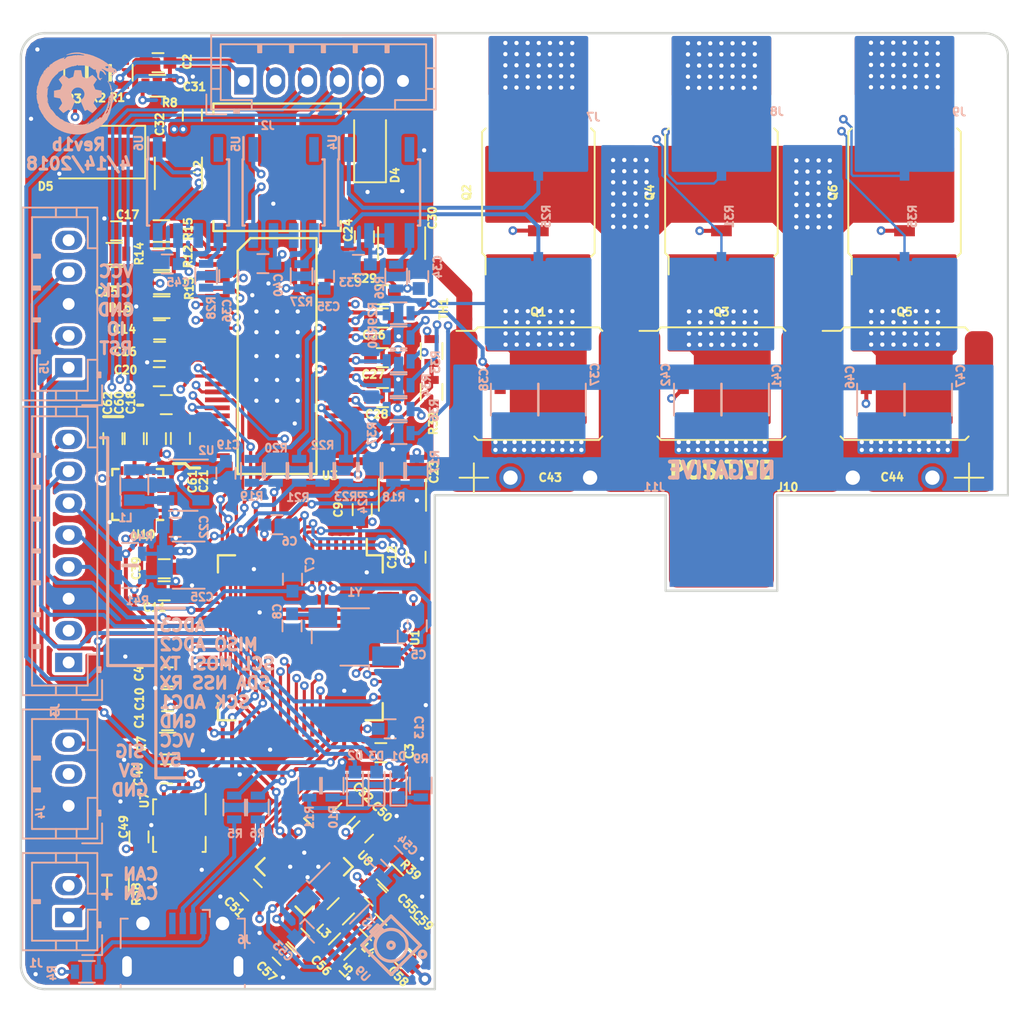
<source format=kicad_pcb>
(kicad_pcb (version 20170123) (host pcbnew "(2017-08-25 revision dd37d0595)-makepkg")
  (layers (0 F.Cu signal) (1 In1.Cu signal) (2 In2.Cu signal) (31 B.Cu signal) (34 B.Paste user) (35 F.Paste user) (36 B.SilkS user) (37 F.SilkS user) (38 B.Mask user) (39 F.Mask user) (44 Edge.Cuts user))
  (net 0 "")
  (net 1 /MCU/SERVO)
  (net 2 GND)
  (net 3 /MCU/TEMP_MOTOR)
  (net 4 "Net-(C3-Pad1)")
  (net 5 "Net-(C4-Pad1)")
  (net 6 "Net-(C5-Pad2)")
  (net 7 VCC)
  (net 8 /MCU/NRST)
  (net 9 "Net-(C8-Pad2)")
  (net 10 "Net-(C14-Pad1)")
  (net 11 "Net-(C15-Pad2)")
  (net 12 "Net-(C17-Pad2)")
  (net 13 "Net-(C18-Pad1)")
  (net 14 +5V)
  (net 15 "Net-(C20-Pad1)")
  (net 16 "Net-(C20-Pad2)")
  (net 17 "Net-(C21-Pad1)")
  (net 18 SUPPLY)
  (net 19 "Net-(C24-Pad1)")
  (net 20 "Net-(C26-Pad2)")
  (net 21 /DRV/SH_A)
  (net 22 /DRV/SH_B)
  (net 23 "Net-(C27-Pad2)")
  (net 24 "Net-(C28-Pad2)")
  (net 25 /DRV/SH_C)
  (net 26 "Net-(C29-Pad2)")
  (net 27 "Net-(C29-Pad1)")
  (net 28 /MCU/CURRENT_1)
  (net 29 /MCU/CURRENT_2)
  (net 30 /MCU/CURRENT_3)
  (net 31 /MCU/ADC_TEMP)
  (net 32 "Net-(C52-Pad2)")
  (net 33 "Net-(C53-Pad2)")
  (net 34 "Net-(C54-Pad2)")
  (net 35 "Net-(C56-Pad1)")
  (net 36 "Net-(C58-Pad2)")
  (net 37 "Net-(C58-Pad1)")
  (net 38 "Net-(C60-Pad1)")
  (net 39 "Net-(D1-Pad1)")
  (net 40 "Net-(D2-Pad1)")
  (net 41 /MCU/LED_RED)
  (net 42 "Net-(D3-Pad1)")
  (net 43 /MCU/LED_GREEN)
  (net 44 /CAN/CANH)
  (net 45 /CAN/CANL)
  (net 46 /MCU/HALL_3)
  (net 47 /MCU/HALL_2)
  (net 48 /MCU/HALL_1)
  (net 49 /MCU/ADC_15)
  (net 50 /MCU/MISO_ADC_EXT2)
  (net 51 /MPU9250/SCL)
  (net 52 /MCU/RX_SDA_NSS)
  (net 53 /MCU/SCK_ADC_EXT)
  (net 54 "Net-(J4-Pad3)")
  (net 55 /MCU/SWCLK)
  (net 56 /MCU/SWDIO)
  (net 57 "Net-(J6-Pad3)")
  (net 58 "Net-(J6-Pad4)")
  (net 59 "Net-(J6-Pad2)")
  (net 60 "Net-(J6-Pad1)")
  (net 61 "Net-(L1-Pad1)")
  (net 62 "Net-(L3-Pad1)")
  (net 63 "Net-(L3-Pad2)")
  (net 64 /MCU/USB_DP)
  (net 65 /MCU/USB_DM)
  (net 66 "Net-(R12-Pad2)")
  (net 67 "Net-(R15-Pad2)")
  (net 68 "Net-(R16-Pad1)")
  (net 69 /MCU/AN_IN)
  (net 70 /DRV/SENS_A)
  (net 71 /DRV/SENS_B)
  (net 72 /DRV/SENS_C)
  (net 73 "Net-(R25-Pad2)")
  (net 74 /Power/C_A)
  (net 75 /Power/C_B)
  (net 76 /Power/C_C)
  (net 77 /DRV/GH_A)
  (net 78 /DRV/GL_A)
  (net 79 "Net-(R31-Pad2)")
  (net 80 /DRV/GH_B)
  (net 81 /DRV/GL_B)
  (net 82 "Net-(R35-Pad2)")
  (net 83 /DRV/GH_C)
  (net 84 /DRV/GL_C)
  (net 85 "Net-(R39-Pad2)")
  (net 86 /MCU/CAN_TX)
  (net 87 /MCU/CAN_RX)
  (net 88 /DRV/FAULT)
  (net 89 /DRV/EN_GATE)
  (net 90 /MCU/PB4)
  (net 91 /NRF/MOSI)
  (net 92 /NRF/MISO)
  (net 93 /DRV/SDO)
  (net 94 /DRV/SDI)
  (net 95 /DRV/SCLK)
  (net 96 "Net-(U1-Pad50)")
  (net 97 /MCU/H3)
  (net 98 /MCU/H2)
  (net 99 /MCU/H1)
  (net 100 /DRV/CS)
  (net 101 /DRV/INL_C)
  (net 102 /DRV/INL_B)
  (net 103 /DRV/INL_A)
  (net 104 /NRF/CSN)
  (net 105 "Net-(U1-Pad28)")
  (net 106 "Net-(U1-Pad4)")
  (net 107 "Net-(U1-Pad3)")
  (net 108 "Net-(U1-Pad2)")
  (net 109 "Net-(U3-Pad55)")
  (net 110 "Net-(U3-Pad4)")
  (net 111 "Net-(U3-Pad5)")
  (net 112 "Net-(U3-Pad12)")
  (net 113 "Net-(U3-Pad25)")
  (net 114 "Net-(U3-Pad26)")
  (net 115 "Net-(U4-Pad4)")
  (net 116 "Net-(R25-Pad3)")
  (net 117 "Net-(R31-Pad3)")
  (net 118 "Net-(U5-Pad4)")
  (net 119 "Net-(U6-Pad4)")
  (net 120 "Net-(R35-Pad3)")
  (net 121 /NRF/IRQ)
  (net 122 "Net-(U10-Pad21)")
  (net 123 "Net-(U10-Pad19)")
  (net 124 "Net-(U10-Pad17)")
  (net 125 "Net-(U10-Pad16)")
  (net 126 "Net-(U10-Pad15)")
  (net 127 "Net-(U10-Pad14)")
  (net 128 "Net-(U10-Pad12)")
  (net 129 "Net-(U10-Pad7)")
  (net 130 "Net-(U10-Pad6)")
  (net 131 "Net-(U10-Pad5)")
  (net 132 "Net-(U10-Pad4)")
  (net 133 "Net-(U10-Pad3)")
  (net 134 "Net-(U10-Pad2)")
  (net 135 "Net-(J7-Pad1)")
  (net 136 "Net-(J8-Pad1)")
  (net 137 "Net-(J9-Pad1)")
  (net 138 "Net-(Q2-Pad2)")
  (net 139 "Net-(Q1-Pad2)")
  (net 140 "Net-(Q4-Pad2)")
  (net 141 "Net-(Q6-Pad2)")
  (net 142 "Net-(Q3-Pad2)")
  (net 143 "Net-(Q5-Pad2)")
  (module OSHW_logo:OSHW-logo_silkscreen-back_3mm (layer B.Cu) (at 126.28468 68.2738 180)
    (fp_text reference G*** hide)
    (fp_text value OSHW-logo_silkscreen-back_6mm hide)
  )
  (module Kinetic_Footprints:via-0.45mm (layer F.Cu) (at 146.08468 90.7238)
    (fp_text reference "" hide)
    (fp_text value "" hide)
    (pad 1 thru_hole circle (at 0 0) (size 0.5461 0.5461) (drill 0.2675) (layers *.Cu) (net 2 GND))
  )
  (module Kinetic_Footprints:via-0.45mm (layer F.Cu) (at 133.50748 67.3354)
    (fp_text reference "" hide)
    (fp_text value "" hide)
    (pad 1 thru_hole circle (at 0 0) (size 0.5461 0.5461) (drill 0.2675) (layers *.Cu) (net 2 GND))
  )
  (module Kinetic_Footprints:via-0.45mm (layer F.Cu) (at 123.63196 123.66752)
    (fp_text reference "" hide)
    (fp_text value "" hide)
    (pad 1 thru_hole circle (at 0 0) (size 0.5461 0.5461) (drill 0.2675) (layers *.Cu) (net 2 GND))
  )
  (module Kinetic_Footprints:via-0.45mm (layer F.Cu) (at 135.23468 118.7958)
    (fp_text reference "" hide)
    (fp_text value "" hide)
    (pad 1 thru_hole circle (at 0 0) (size 0.5461 0.5461) (drill 0.2675) (layers *.Cu) (net 2 GND))
  )
  (module Kinetic_Footprints:via-0.45mm (layer F.Cu) (at 137.69848 121.0818)
    (fp_text reference "" hide)
    (fp_text value "" hide)
    (pad 1 thru_hole circle (at 0 0) (size 0.5461 0.5461) (drill 0.2675) (layers *.Cu) (net 2 GND))
  )
  (module Kinetic_Footprints:via-0.45mm (layer F.Cu) (at 134.06628 117.1194)
    (fp_text reference "" hide)
    (fp_text value "" hide)
    (pad 1 thru_hole circle (at 0 0) (size 0.5461 0.5461) (drill 0.2675) (layers *.Cu) (net 2 GND))
  )
  (module Kinetic_Footprints:via-0.45mm (layer F.Cu) (at 131.11988 118.0338)
    (fp_text reference "" hide)
    (fp_text value "" hide)
    (pad 1 thru_hole circle (at 0 0) (size 0.5461 0.5461) (drill 0.2675) (layers *.Cu) (net 2 GND))
  )
  (module Kinetic_Footprints:via-0.45mm (layer F.Cu) (at 134.14248 109.6264)
    (fp_text reference "" hide)
    (fp_text value "" hide)
    (pad 1 thru_hole circle (at 0 0) (size 0.5461 0.5461) (drill 0.2675) (layers *.Cu) (net 2 GND))
  )
  (module Kinetic_Footprints:via-0.45mm (layer F.Cu) (at 136.45388 111.125)
    (fp_text reference "" hide)
    (fp_text value "" hide)
    (pad 1 thru_hole circle (at 0 0) (size 0.5461 0.5461) (drill 0.2675) (layers *.Cu) (net 2 GND))
  )
  (module Kinetic_Footprints:via-0.45mm (layer F.Cu) (at 128.96088 112.8268)
    (fp_text reference "" hide)
    (fp_text value "" hide)
    (pad 1 thru_hole circle (at 0 0) (size 0.5461 0.5461) (drill 0.2675) (layers *.Cu) (net 2 GND))
  )
  (module Kinetic_Footprints:via-0.45mm (layer F.Cu) (at 137.34288 98.2472)
    (fp_text reference "" hide)
    (fp_text value "" hide)
    (pad 1 thru_hole circle (at 0 0) (size 0.5461 0.5461) (drill 0.2675) (layers *.Cu) (net 2 GND))
  )
  (module Kinetic_Footprints:via-0.45mm (layer F.Cu) (at 144.42948 98.4504)
    (fp_text reference "" hide)
    (fp_text value "" hide)
    (pad 1 thru_hole circle (at 0 0) (size 0.5461 0.5461) (drill 0.2675) (layers *.Cu) (net 2 GND))
  )
  (module Kinetic_Footprints:via-0.45mm (layer F.Cu) (at 146.43608 83.6422)
    (fp_text reference "" hide)
    (fp_text value "" hide)
    (pad 1 thru_hole circle (at 0 0) (size 0.5461 0.5461) (drill 0.2675) (layers *.Cu) (net 2 GND))
  )
  (module Kinetic_Footprints:via-0.45mm (layer F.Cu) (at 146.41068 86.3346)
    (fp_text reference "" hide)
    (fp_text value "" hide)
    (pad 1 thru_hole circle (at 0 0) (size 0.5461 0.5461) (drill 0.2675) (layers *.Cu) (net 2 GND))
  )
  (module Kinetic_Footprints:via-0.45mm (layer F.Cu) (at 129.44348 68.6054)
    (fp_text reference "" hide)
    (fp_text value "" hide)
    (pad 1 thru_hole circle (at 0 0) (size 0.5461 0.5461) (drill 0.2675) (layers *.Cu) (net 2 GND))
  )
  (module Kinetic_Footprints:via-0.45mm (layer F.Cu) (at 144.73428 93.5228)
    (fp_text reference "" hide)
    (fp_text value "" hide)
    (pad 1 thru_hole circle (at 0 0) (size 0.5461 0.5461) (drill 0.2675) (layers *.Cu) (net 2 GND))
  )
  (module Kinetic_Footprints:via-0.45mm (layer F.Cu) (at 147.57908 93.9292)
    (fp_text reference "" hide)
    (fp_text value "" hide)
    (pad 1 thru_hole circle (at 0 0) (size 0.5461 0.5461) (drill 0.2675) (layers *.Cu) (net 2 GND))
  )
  (module Kinetic_Footprints:via-0.45mm (layer F.Cu) (at 138.56208 75.311)
    (fp_text reference "" hide)
    (fp_text value "" hide)
    (pad 1 thru_hole circle (at 0 0) (size 0.5461 0.5461) (drill 0.2675) (layers *.Cu) (net 2 GND))
  )
  (module Kinetic_Footprints:via-0.45mm (layer F.Cu) (at 144.48028 74.5744)
    (fp_text reference "" hide)
    (fp_text value "" hide)
    (pad 1 thru_hole circle (at 0 0) (size 0.5461 0.5461) (drill 0.2675) (layers *.Cu) (net 2 GND))
  )
  (module Kinetic_Footprints:via-0.45mm (layer F.Cu) (at 146.66468 74.5236)
    (fp_text reference "" hide)
    (fp_text value "" hide)
    (pad 1 thru_hole circle (at 0 0) (size 0.5461 0.5461) (drill 0.2675) (layers *.Cu) (net 2 GND))
  )
  (module Kinetic_Footprints:via-0.45mm (layer F.Cu) (at 129.18948 110.2106)
    (fp_text reference "" hide)
    (fp_text value "" hide)
    (pad 1 thru_hole circle (at 0 0) (size 0.5461 0.5461) (drill 0.2675) (layers *.Cu) (net 2 GND))
  )
  (module Kinetic_Footprints:via-0.45mm (layer F.Cu) (at 139.17168 123.8758)
    (fp_text reference "" hide)
    (fp_text value "" hide)
    (pad 1 thru_hole circle (at 0 0) (size 0.5461 0.5461) (drill 0.2675) (layers *.Cu) (net 2 GND))
  )
  (module Kinetic_Footprints:via-0.45mm (layer F.Cu) (at 143.28648 123.9266)
    (fp_text reference "" hide)
    (fp_text value "" hide)
    (pad 1 thru_hole circle (at 0 0) (size 0.5461 0.5461) (drill 0.2675) (layers *.Cu) (net 2 GND))
  )
  (module Kinetic_Footprints:via-0.45mm (layer F.Cu) (at 147.90968 118.7988)
    (fp_text reference "" hide)
    (fp_text value "" hide)
    (pad 1 thru_hole circle (at 0 0) (size 0.5461 0.5461) (drill 0.2675) (layers *.Cu) (net 2 GND))
  )
  (module Kinetic_Footprints:via-0.45mm (layer F.Cu) (at 146.30908 113.7412)
    (fp_text reference "" hide)
    (fp_text value "" hide)
    (pad 1 thru_hole circle (at 0 0) (size 0.5461 0.5461) (drill 0.2675) (layers *.Cu) (net 2 GND))
  )
  (module Kinetic_Footprints:via-0.45mm (layer F.Cu) (at 148.13788 106.7816)
    (fp_text reference "" hide)
    (fp_text value "" hide)
    (pad 1 thru_hole circle (at 0 0) (size 0.5461 0.5461) (drill 0.2675) (layers *.Cu) (net 2 GND))
  )
  (module Kinetic_Footprints:via-0.45mm (layer F.Cu) (at 137.24128 81.0514)
    (fp_text reference "" hide)
    (fp_text value "" hide)
    (pad 1 thru_hole circle (at 0 0) (size 0.5461 0.5461) (drill 0.2675) (layers *.Cu) (net 2 GND))
  )
  (module Kinetic_Footprints:via-0.45mm (layer F.Cu) (at 138.25728 80.3148)
    (fp_text reference "" hide)
    (fp_text value "" hide)
    (pad 1 thru_hole circle (at 0 0) (size 0.5461 0.5461) (drill 0.2675) (layers *.Cu) (net 2 GND))
  )
  (module Kinetic_Footprints:via-0.45mm (layer F.Cu) (at 139.90828 89.1032)
    (fp_text reference "" hide)
    (fp_text value "" hide)
    (pad 1 thru_hole circle (at 0 0) (size 0.5461 0.5461) (drill 0.2675) (layers *.Cu) (net 2 GND))
  )
  (module Kinetic_Footprints:via-0.45mm (layer F.Cu) (at 130.63728 85.2678)
    (fp_text reference "" hide)
    (fp_text value "" hide)
    (pad 1 thru_hole circle (at 0 0) (size 0.5461 0.5461) (drill 0.2675) (layers *.Cu) (net 2 GND))
  )
  (module Kinetic_Footprints:via-0.45mm (layer F.Cu) (at 129.95148 81.7626)
    (fp_text reference "" hide)
    (fp_text value "" hide)
    (pad 1 thru_hole circle (at 0 0) (size 0.5461 0.5461) (drill 0.2675) (layers *.Cu) (net 2 GND))
  )
  (module Kinetic_Footprints:via-0.45mm (layer F.Cu) (at 129.26568 103.7336)
    (fp_text reference "" hide)
    (fp_text value "" hide)
    (pad 1 thru_hole circle (at 0 0) (size 0.5461 0.5461) (drill 0.2675) (layers *.Cu) (net 2 GND))
  )
  (module Kinetic_Footprints:via-0.45mm (layer F.Cu) (at 138.35888 109.5756)
    (fp_text reference "" hide)
    (fp_text value "" hide)
    (pad 1 thru_hole circle (at 0 0) (size 0.5461 0.5461) (drill 0.2675) (layers *.Cu) (net 2 GND))
  )
  (module Kinetic_Footprints:via-0.45mm (layer F.Cu) (at 137.70356 100.965)
    (fp_text reference "" hide)
    (fp_text value "" hide)
    (pad 1 thru_hole circle (at 0 0) (size 0.5461 0.5461) (drill 0.2675) (layers *.Cu) (net 2 GND))
  )
  (module Kinetic_Footprints:via-0.45mm (layer F.Cu) (at 147.89912 116.42344)
    (fp_text reference "" hide)
    (fp_text value "" hide)
    (pad 1 thru_hole circle (at 0 0) (size 0.5461 0.5461) (drill 0.2675) (layers *.Cu) (net 2 GND))
  )
  (module Kinetic_Footprints:via-0.45mm (layer F.Cu) (at 123.34494 69.97954)
    (fp_text reference "" hide)
    (fp_text value "" hide)
    (pad 1 thru_hole circle (at 0 0) (size 0.5461 0.5461) (drill 0.2675) (layers *.Cu) (net 2 GND))
  )
  (module Kinetic_Footprints:via-0.45mm (layer F.Cu) (at 123.74372 65.62852)
    (fp_text reference "" hide)
    (fp_text value "" hide)
    (pad 1 thru_hole circle (at 0 0) (size 0.5461 0.5461) (drill 0.2675) (layers *.Cu) (net 2 GND))
  )
  (module Kinetic_Footprints:via-0.45mm (layer F.Cu) (at 180.2982 68.0018)
    (fp_text reference "" hide)
    (fp_text value "" hide)
    (pad 1 thru_hole circle (at 0 0) (size 0.5461 0.5461) (drill 0.2675) (layers *.Cu) (net 137 "Net-(J9-Pad1)"))
  )
  (module Kinetic_Footprints:via-0.45mm (layer F.Cu) (at 179.5982 68.0018)
    (fp_text reference "" hide)
    (fp_text value "" hide)
    (pad 1 thru_hole circle (at 0 0) (size 0.5461 0.5461) (drill 0.2675) (layers *.Cu) (net 137 "Net-(J9-Pad1)"))
  )
  (module Kinetic_Footprints:via-0.45mm (layer F.Cu) (at 178.8982 68.0018)
    (fp_text reference "" hide)
    (fp_text value "" hide)
    (pad 1 thru_hole circle (at 0 0) (size 0.5461 0.5461) (drill 0.2675) (layers *.Cu) (net 137 "Net-(J9-Pad1)"))
  )
  (module Kinetic_Footprints:via-0.45mm (layer F.Cu) (at 178.1982 68.0018)
    (fp_text reference "" hide)
    (fp_text value "" hide)
    (pad 1 thru_hole circle (at 0 0) (size 0.5461 0.5461) (drill 0.2675) (layers *.Cu) (net 137 "Net-(J9-Pad1)"))
  )
  (module Kinetic_Footprints:via-0.45mm (layer F.Cu) (at 177.4982 68.0018)
    (fp_text reference "" hide)
    (fp_text value "" hide)
    (pad 1 thru_hole circle (at 0 0) (size 0.5461 0.5461) (drill 0.2675) (layers *.Cu) (net 137 "Net-(J9-Pad1)"))
  )
  (module Kinetic_Footprints:via-0.45mm (layer F.Cu) (at 176.7982 68.0018)
    (fp_text reference "" hide)
    (fp_text value "" hide)
    (pad 1 thru_hole circle (at 0 0) (size 0.5461 0.5461) (drill 0.2675) (layers *.Cu) (net 137 "Net-(J9-Pad1)"))
  )
  (module Kinetic_Footprints:via-0.45mm (layer F.Cu) (at 176.0982 68.0018)
    (fp_text reference "" hide)
    (fp_text value "" hide)
    (pad 1 thru_hole circle (at 0 0) (size 0.5461 0.5461) (drill 0.2675) (layers *.Cu) (net 137 "Net-(J9-Pad1)"))
  )
  (module Kinetic_Footprints:via-0.45mm (layer F.Cu) (at 180.2982 67.3018)
    (fp_text reference "" hide)
    (fp_text value "" hide)
    (pad 1 thru_hole circle (at 0 0) (size 0.5461 0.5461) (drill 0.2675) (layers *.Cu) (net 137 "Net-(J9-Pad1)"))
  )
  (module Kinetic_Footprints:via-0.45mm (layer F.Cu) (at 179.5982 67.3018)
    (fp_text reference "" hide)
    (fp_text value "" hide)
    (pad 1 thru_hole circle (at 0 0) (size 0.5461 0.5461) (drill 0.2675) (layers *.Cu) (net 137 "Net-(J9-Pad1)"))
  )
  (module Kinetic_Footprints:via-0.45mm (layer F.Cu) (at 178.8982 67.3018)
    (fp_text reference "" hide)
    (fp_text value "" hide)
    (pad 1 thru_hole circle (at 0 0) (size 0.5461 0.5461) (drill 0.2675) (layers *.Cu) (net 137 "Net-(J9-Pad1)"))
  )
  (module Kinetic_Footprints:via-0.45mm (layer F.Cu) (at 178.1982 67.3018)
    (fp_text reference "" hide)
    (fp_text value "" hide)
    (pad 1 thru_hole circle (at 0 0) (size 0.5461 0.5461) (drill 0.2675) (layers *.Cu) (net 137 "Net-(J9-Pad1)"))
  )
  (module Kinetic_Footprints:via-0.45mm (layer F.Cu) (at 177.4982 67.3018)
    (fp_text reference "" hide)
    (fp_text value "" hide)
    (pad 1 thru_hole circle (at 0 0) (size 0.5461 0.5461) (drill 0.2675) (layers *.Cu) (net 137 "Net-(J9-Pad1)"))
  )
  (module Kinetic_Footprints:via-0.45mm (layer F.Cu) (at 176.7982 67.3018)
    (fp_text reference "" hide)
    (fp_text value "" hide)
    (pad 1 thru_hole circle (at 0 0) (size 0.5461 0.5461) (drill 0.2675) (layers *.Cu) (net 137 "Net-(J9-Pad1)"))
  )
  (module Kinetic_Footprints:via-0.45mm (layer F.Cu) (at 176.0982 67.3018)
    (fp_text reference "" hide)
    (fp_text value "" hide)
    (pad 1 thru_hole circle (at 0 0) (size 0.5461 0.5461) (drill 0.2675) (layers *.Cu) (net 137 "Net-(J9-Pad1)"))
  )
  (module Kinetic_Footprints:via-0.45mm (layer F.Cu) (at 180.2982 66.6018)
    (fp_text reference "" hide)
    (fp_text value "" hide)
    (pad 1 thru_hole circle (at 0 0) (size 0.5461 0.5461) (drill 0.2675) (layers *.Cu) (net 137 "Net-(J9-Pad1)"))
  )
  (module Kinetic_Footprints:via-0.45mm (layer F.Cu) (at 179.5982 66.6018)
    (fp_text reference "" hide)
    (fp_text value "" hide)
    (pad 1 thru_hole circle (at 0 0) (size 0.5461 0.5461) (drill 0.2675) (layers *.Cu) (net 137 "Net-(J9-Pad1)"))
  )
  (module Kinetic_Footprints:via-0.45mm (layer F.Cu) (at 178.8982 66.6018)
    (fp_text reference "" hide)
    (fp_text value "" hide)
    (pad 1 thru_hole circle (at 0 0) (size 0.5461 0.5461) (drill 0.2675) (layers *.Cu) (net 137 "Net-(J9-Pad1)"))
  )
  (module Kinetic_Footprints:via-0.45mm (layer F.Cu) (at 178.1982 66.6018)
    (fp_text reference "" hide)
    (fp_text value "" hide)
    (pad 1 thru_hole circle (at 0 0) (size 0.5461 0.5461) (drill 0.2675) (layers *.Cu) (net 137 "Net-(J9-Pad1)"))
  )
  (module Kinetic_Footprints:via-0.45mm (layer F.Cu) (at 177.4982 66.6018)
    (fp_text reference "" hide)
    (fp_text value "" hide)
    (pad 1 thru_hole circle (at 0 0) (size 0.5461 0.5461) (drill 0.2675) (layers *.Cu) (net 137 "Net-(J9-Pad1)"))
  )
  (module Kinetic_Footprints:via-0.45mm (layer F.Cu) (at 176.7982 66.6018)
    (fp_text reference "" hide)
    (fp_text value "" hide)
    (pad 1 thru_hole circle (at 0 0) (size 0.5461 0.5461) (drill 0.2675) (layers *.Cu) (net 137 "Net-(J9-Pad1)"))
  )
  (module Kinetic_Footprints:via-0.45mm (layer F.Cu) (at 176.0982 66.6018)
    (fp_text reference "" hide)
    (fp_text value "" hide)
    (pad 1 thru_hole circle (at 0 0) (size 0.5461 0.5461) (drill 0.2675) (layers *.Cu) (net 137 "Net-(J9-Pad1)"))
  )
  (module Kinetic_Footprints:via-0.45mm (layer F.Cu) (at 180.2982 65.9018)
    (fp_text reference "" hide)
    (fp_text value "" hide)
    (pad 1 thru_hole circle (at 0 0) (size 0.5461 0.5461) (drill 0.2675) (layers *.Cu) (net 137 "Net-(J9-Pad1)"))
  )
  (module Kinetic_Footprints:via-0.45mm (layer F.Cu) (at 179.5982 65.9018)
    (fp_text reference "" hide)
    (fp_text value "" hide)
    (pad 1 thru_hole circle (at 0 0) (size 0.5461 0.5461) (drill 0.2675) (layers *.Cu) (net 137 "Net-(J9-Pad1)"))
  )
  (module Kinetic_Footprints:via-0.45mm (layer F.Cu) (at 178.8982 65.9018)
    (fp_text reference "" hide)
    (fp_text value "" hide)
    (pad 1 thru_hole circle (at 0 0) (size 0.5461 0.5461) (drill 0.2675) (layers *.Cu) (net 137 "Net-(J9-Pad1)"))
  )
  (module Kinetic_Footprints:via-0.45mm (layer F.Cu) (at 178.1982 65.9018)
    (fp_text reference "" hide)
    (fp_text value "" hide)
    (pad 1 thru_hole circle (at 0 0) (size 0.5461 0.5461) (drill 0.2675) (layers *.Cu) (net 137 "Net-(J9-Pad1)"))
  )
  (module Kinetic_Footprints:via-0.45mm (layer F.Cu) (at 177.4982 65.9018)
    (fp_text reference "" hide)
    (fp_text value "" hide)
    (pad 1 thru_hole circle (at 0 0) (size 0.5461 0.5461) (drill 0.2675) (layers *.Cu) (net 137 "Net-(J9-Pad1)"))
  )
  (module Kinetic_Footprints:via-0.45mm (layer F.Cu) (at 176.7982 65.9018)
    (fp_text reference "" hide)
    (fp_text value "" hide)
    (pad 1 thru_hole circle (at 0 0) (size 0.5461 0.5461) (drill 0.2675) (layers *.Cu) (net 137 "Net-(J9-Pad1)"))
  )
  (module Kinetic_Footprints:via-0.45mm (layer F.Cu) (at 176.0982 65.9018)
    (fp_text reference "" hide)
    (fp_text value "" hide)
    (pad 1 thru_hole circle (at 0 0) (size 0.5461 0.5461) (drill 0.2675) (layers *.Cu) (net 137 "Net-(J9-Pad1)"))
  )
  (module Kinetic_Footprints:via-0.45mm (layer F.Cu) (at 180.2982 65.2018)
    (fp_text reference "" hide)
    (fp_text value "" hide)
    (pad 1 thru_hole circle (at 0 0) (size 0.5461 0.5461) (drill 0.2675) (layers *.Cu) (net 137 "Net-(J9-Pad1)"))
  )
  (module Kinetic_Footprints:via-0.45mm (layer F.Cu) (at 179.5982 65.2018)
    (fp_text reference "" hide)
    (fp_text value "" hide)
    (pad 1 thru_hole circle (at 0 0) (size 0.5461 0.5461) (drill 0.2675) (layers *.Cu) (net 137 "Net-(J9-Pad1)"))
  )
  (module Kinetic_Footprints:via-0.45mm (layer F.Cu) (at 178.8982 65.2018)
    (fp_text reference "" hide)
    (fp_text value "" hide)
    (pad 1 thru_hole circle (at 0 0) (size 0.5461 0.5461) (drill 0.2675) (layers *.Cu) (net 137 "Net-(J9-Pad1)"))
  )
  (module Kinetic_Footprints:via-0.45mm (layer F.Cu) (at 178.1982 65.2018)
    (fp_text reference "" hide)
    (fp_text value "" hide)
    (pad 1 thru_hole circle (at 0 0) (size 0.5461 0.5461) (drill 0.2675) (layers *.Cu) (net 137 "Net-(J9-Pad1)"))
  )
  (module Kinetic_Footprints:via-0.45mm (layer F.Cu) (at 177.4982 65.2018)
    (fp_text reference "" hide)
    (fp_text value "" hide)
    (pad 1 thru_hole circle (at 0 0) (size 0.5461 0.5461) (drill 0.2675) (layers *.Cu) (net 137 "Net-(J9-Pad1)"))
  )
  (module Kinetic_Footprints:via-0.45mm (layer F.Cu) (at 176.7982 65.2018)
    (fp_text reference "" hide)
    (fp_text value "" hide)
    (pad 1 thru_hole circle (at 0 0) (size 0.5461 0.5461) (drill 0.2675) (layers *.Cu) (net 137 "Net-(J9-Pad1)"))
  )
  (module Kinetic_Footprints:via-0.45mm (layer F.Cu) (at 157.3366 68.02212)
    (fp_text reference "" hide)
    (fp_text value "" hide)
    (pad 1 thru_hole circle (at 0 0) (size 0.5461 0.5461) (drill 0.2675) (layers *.Cu) (net 135 "Net-(J7-Pad1)"))
  )
  (module Kinetic_Footprints:via-0.45mm (layer F.Cu) (at 156.6366 68.02212)
    (fp_text reference "" hide)
    (fp_text value "" hide)
    (pad 1 thru_hole circle (at 0 0) (size 0.5461 0.5461) (drill 0.2675) (layers *.Cu) (net 135 "Net-(J7-Pad1)"))
  )
  (module Kinetic_Footprints:via-0.45mm (layer F.Cu) (at 155.9366 68.02212)
    (fp_text reference "" hide)
    (fp_text value "" hide)
    (pad 1 thru_hole circle (at 0 0) (size 0.5461 0.5461) (drill 0.2675) (layers *.Cu) (net 135 "Net-(J7-Pad1)"))
  )
  (module Kinetic_Footprints:via-0.45mm (layer F.Cu) (at 155.2366 68.02212)
    (fp_text reference "" hide)
    (fp_text value "" hide)
    (pad 1 thru_hole circle (at 0 0) (size 0.5461 0.5461) (drill 0.2675) (layers *.Cu) (net 135 "Net-(J7-Pad1)"))
  )
  (module Kinetic_Footprints:via-0.45mm (layer F.Cu) (at 154.5366 68.02212)
    (fp_text reference "" hide)
    (fp_text value "" hide)
    (pad 1 thru_hole circle (at 0 0) (size 0.5461 0.5461) (drill 0.2675) (layers *.Cu) (net 135 "Net-(J7-Pad1)"))
  )
  (module Kinetic_Footprints:via-0.45mm (layer F.Cu) (at 153.8366 68.02212)
    (fp_text reference "" hide)
    (fp_text value "" hide)
    (pad 1 thru_hole circle (at 0 0) (size 0.5461 0.5461) (drill 0.2675) (layers *.Cu) (net 135 "Net-(J7-Pad1)"))
  )
  (module Kinetic_Footprints:via-0.45mm (layer F.Cu) (at 153.1366 68.02212)
    (fp_text reference "" hide)
    (fp_text value "" hide)
    (pad 1 thru_hole circle (at 0 0) (size 0.5461 0.5461) (drill 0.2675) (layers *.Cu) (net 135 "Net-(J7-Pad1)"))
  )
  (module Kinetic_Footprints:via-0.45mm (layer F.Cu) (at 157.3366 67.32212)
    (fp_text reference "" hide)
    (fp_text value "" hide)
    (pad 1 thru_hole circle (at 0 0) (size 0.5461 0.5461) (drill 0.2675) (layers *.Cu) (net 135 "Net-(J7-Pad1)"))
  )
  (module Kinetic_Footprints:via-0.45mm (layer F.Cu) (at 156.6366 67.32212)
    (fp_text reference "" hide)
    (fp_text value "" hide)
    (pad 1 thru_hole circle (at 0 0) (size 0.5461 0.5461) (drill 0.2675) (layers *.Cu) (net 135 "Net-(J7-Pad1)"))
  )
  (module Kinetic_Footprints:via-0.45mm (layer F.Cu) (at 155.9366 67.32212)
    (fp_text reference "" hide)
    (fp_text value "" hide)
    (pad 1 thru_hole circle (at 0 0) (size 0.5461 0.5461) (drill 0.2675) (layers *.Cu) (net 135 "Net-(J7-Pad1)"))
  )
  (module Kinetic_Footprints:via-0.45mm (layer F.Cu) (at 155.2366 67.32212)
    (fp_text reference "" hide)
    (fp_text value "" hide)
    (pad 1 thru_hole circle (at 0 0) (size 0.5461 0.5461) (drill 0.2675) (layers *.Cu) (net 135 "Net-(J7-Pad1)"))
  )
  (module Kinetic_Footprints:via-0.45mm (layer F.Cu) (at 154.5366 67.32212)
    (fp_text reference "" hide)
    (fp_text value "" hide)
    (pad 1 thru_hole circle (at 0 0) (size 0.5461 0.5461) (drill 0.2675) (layers *.Cu) (net 135 "Net-(J7-Pad1)"))
  )
  (module Kinetic_Footprints:via-0.45mm (layer F.Cu) (at 153.8366 67.32212)
    (fp_text reference "" hide)
    (fp_text value "" hide)
    (pad 1 thru_hole circle (at 0 0) (size 0.5461 0.5461) (drill 0.2675) (layers *.Cu) (net 135 "Net-(J7-Pad1)"))
  )
  (module Kinetic_Footprints:via-0.45mm (layer F.Cu) (at 153.1366 67.32212)
    (fp_text reference "" hide)
    (fp_text value "" hide)
    (pad 1 thru_hole circle (at 0 0) (size 0.5461 0.5461) (drill 0.2675) (layers *.Cu) (net 135 "Net-(J7-Pad1)"))
  )
  (module Kinetic_Footprints:via-0.45mm (layer F.Cu) (at 157.3366 66.62212)
    (fp_text reference "" hide)
    (fp_text value "" hide)
    (pad 1 thru_hole circle (at 0 0) (size 0.5461 0.5461) (drill 0.2675) (layers *.Cu) (net 135 "Net-(J7-Pad1)"))
  )
  (module Kinetic_Footprints:via-0.45mm (layer F.Cu) (at 156.6366 66.62212)
    (fp_text reference "" hide)
    (fp_text value "" hide)
    (pad 1 thru_hole circle (at 0 0) (size 0.5461 0.5461) (drill 0.2675) (layers *.Cu) (net 135 "Net-(J7-Pad1)"))
  )
  (module Kinetic_Footprints:via-0.45mm (layer F.Cu) (at 155.9366 66.62212)
    (fp_text reference "" hide)
    (fp_text value "" hide)
    (pad 1 thru_hole circle (at 0 0) (size 0.5461 0.5461) (drill 0.2675) (layers *.Cu) (net 135 "Net-(J7-Pad1)"))
  )
  (module Kinetic_Footprints:via-0.45mm (layer F.Cu) (at 155.2366 66.62212)
    (fp_text reference "" hide)
    (fp_text value "" hide)
    (pad 1 thru_hole circle (at 0 0) (size 0.5461 0.5461) (drill 0.2675) (layers *.Cu) (net 135 "Net-(J7-Pad1)"))
  )
  (module Kinetic_Footprints:via-0.45mm (layer F.Cu) (at 154.5366 66.62212)
    (fp_text reference "" hide)
    (fp_text value "" hide)
    (pad 1 thru_hole circle (at 0 0) (size 0.5461 0.5461) (drill 0.2675) (layers *.Cu) (net 135 "Net-(J7-Pad1)"))
  )
  (module Kinetic_Footprints:via-0.45mm (layer F.Cu) (at 153.8366 66.62212)
    (fp_text reference "" hide)
    (fp_text value "" hide)
    (pad 1 thru_hole circle (at 0 0) (size 0.5461 0.5461) (drill 0.2675) (layers *.Cu) (net 135 "Net-(J7-Pad1)"))
  )
  (module Kinetic_Footprints:via-0.45mm (layer F.Cu) (at 153.1366 66.62212)
    (fp_text reference "" hide)
    (fp_text value "" hide)
    (pad 1 thru_hole circle (at 0 0) (size 0.5461 0.5461) (drill 0.2675) (layers *.Cu) (net 135 "Net-(J7-Pad1)"))
  )
  (module Kinetic_Footprints:via-0.45mm (layer F.Cu) (at 157.3366 65.92212)
    (fp_text reference "" hide)
    (fp_text value "" hide)
    (pad 1 thru_hole circle (at 0 0) (size 0.5461 0.5461) (drill 0.2675) (layers *.Cu) (net 135 "Net-(J7-Pad1)"))
  )
  (module Kinetic_Footprints:via-0.45mm (layer F.Cu) (at 156.6366 65.92212)
    (fp_text reference "" hide)
    (fp_text value "" hide)
    (pad 1 thru_hole circle (at 0 0) (size 0.5461 0.5461) (drill 0.2675) (layers *.Cu) (net 135 "Net-(J7-Pad1)"))
  )
  (module Kinetic_Footprints:via-0.45mm (layer F.Cu) (at 155.9366 65.92212)
    (fp_text reference "" hide)
    (fp_text value "" hide)
    (pad 1 thru_hole circle (at 0 0) (size 0.5461 0.5461) (drill 0.2675) (layers *.Cu) (net 135 "Net-(J7-Pad1)"))
  )
  (module Kinetic_Footprints:via-0.45mm (layer F.Cu) (at 155.2366 65.92212)
    (fp_text reference "" hide)
    (fp_text value "" hide)
    (pad 1 thru_hole circle (at 0 0) (size 0.5461 0.5461) (drill 0.2675) (layers *.Cu) (net 135 "Net-(J7-Pad1)"))
  )
  (module Kinetic_Footprints:via-0.45mm (layer F.Cu) (at 154.5366 65.92212)
    (fp_text reference "" hide)
    (fp_text value "" hide)
    (pad 1 thru_hole circle (at 0 0) (size 0.5461 0.5461) (drill 0.2675) (layers *.Cu) (net 135 "Net-(J7-Pad1)"))
  )
  (module Kinetic_Footprints:via-0.45mm (layer F.Cu) (at 153.8366 65.92212)
    (fp_text reference "" hide)
    (fp_text value "" hide)
    (pad 1 thru_hole circle (at 0 0) (size 0.5461 0.5461) (drill 0.2675) (layers *.Cu) (net 135 "Net-(J7-Pad1)"))
  )
  (module Kinetic_Footprints:via-0.45mm (layer F.Cu) (at 153.1366 65.92212)
    (fp_text reference "" hide)
    (fp_text value "" hide)
    (pad 1 thru_hole circle (at 0 0) (size 0.5461 0.5461) (drill 0.2675) (layers *.Cu) (net 135 "Net-(J7-Pad1)"))
  )
  (module Kinetic_Footprints:via-0.45mm (layer F.Cu) (at 157.3366 65.22212)
    (fp_text reference "" hide)
    (fp_text value "" hide)
    (pad 1 thru_hole circle (at 0 0) (size 0.5461 0.5461) (drill 0.2675) (layers *.Cu) (net 135 "Net-(J7-Pad1)"))
  )
  (module Kinetic_Footprints:via-0.45mm (layer F.Cu) (at 156.6366 65.22212)
    (fp_text reference "" hide)
    (fp_text value "" hide)
    (pad 1 thru_hole circle (at 0 0) (size 0.5461 0.5461) (drill 0.2675) (layers *.Cu) (net 135 "Net-(J7-Pad1)"))
  )
  (module Kinetic_Footprints:via-0.45mm (layer F.Cu) (at 155.9366 65.22212)
    (fp_text reference "" hide)
    (fp_text value "" hide)
    (pad 1 thru_hole circle (at 0 0) (size 0.5461 0.5461) (drill 0.2675) (layers *.Cu) (net 135 "Net-(J7-Pad1)"))
  )
  (module Kinetic_Footprints:via-0.45mm (layer F.Cu) (at 155.2366 65.22212)
    (fp_text reference "" hide)
    (fp_text value "" hide)
    (pad 1 thru_hole circle (at 0 0) (size 0.5461 0.5461) (drill 0.2675) (layers *.Cu) (net 135 "Net-(J7-Pad1)"))
  )
  (module Kinetic_Footprints:via-0.45mm (layer F.Cu) (at 154.5366 65.22212)
    (fp_text reference "" hide)
    (fp_text value "" hide)
    (pad 1 thru_hole circle (at 0 0) (size 0.5461 0.5461) (drill 0.2675) (layers *.Cu) (net 135 "Net-(J7-Pad1)"))
  )
  (module Kinetic_Footprints:via-0.45mm (layer F.Cu) (at 153.8366 65.22212)
    (fp_text reference "" hide)
    (fp_text value "" hide)
    (pad 1 thru_hole circle (at 0 0) (size 0.5461 0.5461) (drill 0.2675) (layers *.Cu) (net 135 "Net-(J7-Pad1)"))
  )
  (module Kinetic_Footprints:via-0.45mm (layer F.Cu) (at 176.0982 65.2018)
    (fp_text reference "" hide)
    (fp_text value "" hide)
    (pad 1 thru_hole circle (at 0 0) (size 0.5461 0.5461) (drill 0.2675) (layers *.Cu) (net 137 "Net-(J9-Pad1)"))
  )
  (module Kinetic_Footprints:via-0.45mm (layer F.Cu) (at 153.1366 65.22212)
    (fp_text reference "" hide)
    (fp_text value "" hide)
    (pad 1 thru_hole circle (at 0 0) (size 0.5461 0.5461) (drill 0.2675) (layers *.Cu) (net 135 "Net-(J7-Pad1)"))
  )
  (module Kinetic_Footprints:via-0.45mm (layer F.Cu) (at 168.8047 68.0399)
    (fp_text reference "" hide)
    (fp_text value "" hide)
    (pad 1 thru_hole circle (at 0 0) (size 0.5461 0.5461) (drill 0.2675) (layers *.Cu) (net 136 "Net-(J8-Pad1)"))
  )
  (module Kinetic_Footprints:via-0.45mm (layer F.Cu) (at 168.1047 68.0399)
    (fp_text reference "" hide)
    (fp_text value "" hide)
    (pad 1 thru_hole circle (at 0 0) (size 0.5461 0.5461) (drill 0.2675) (layers *.Cu) (net 136 "Net-(J8-Pad1)"))
  )
  (module Kinetic_Footprints:via-0.45mm (layer F.Cu) (at 167.4047 68.0399)
    (fp_text reference "" hide)
    (fp_text value "" hide)
    (pad 1 thru_hole circle (at 0 0) (size 0.5461 0.5461) (drill 0.2675) (layers *.Cu) (net 136 "Net-(J8-Pad1)"))
  )
  (module Kinetic_Footprints:via-0.45mm (layer F.Cu) (at 166.7047 68.0399)
    (fp_text reference "" hide)
    (fp_text value "" hide)
    (pad 1 thru_hole circle (at 0 0) (size 0.5461 0.5461) (drill 0.2675) (layers *.Cu) (net 136 "Net-(J8-Pad1)"))
  )
  (module Kinetic_Footprints:via-0.45mm (layer F.Cu) (at 166.0047 68.0399)
    (fp_text reference "" hide)
    (fp_text value "" hide)
    (pad 1 thru_hole circle (at 0 0) (size 0.5461 0.5461) (drill 0.2675) (layers *.Cu) (net 136 "Net-(J8-Pad1)"))
  )
  (module Kinetic_Footprints:via-0.45mm (layer F.Cu) (at 165.3047 68.0399)
    (fp_text reference "" hide)
    (fp_text value "" hide)
    (pad 1 thru_hole circle (at 0 0) (size 0.5461 0.5461) (drill 0.2675) (layers *.Cu) (net 136 "Net-(J8-Pad1)"))
  )
  (module Kinetic_Footprints:via-0.45mm (layer F.Cu) (at 164.6047 68.0399)
    (fp_text reference "" hide)
    (fp_text value "" hide)
    (pad 1 thru_hole circle (at 0 0) (size 0.5461 0.5461) (drill 0.2675) (layers *.Cu) (net 136 "Net-(J8-Pad1)"))
  )
  (module Kinetic_Footprints:via-0.45mm (layer F.Cu) (at 168.8047 67.3399)
    (fp_text reference "" hide)
    (fp_text value "" hide)
    (pad 1 thru_hole circle (at 0 0) (size 0.5461 0.5461) (drill 0.2675) (layers *.Cu) (net 136 "Net-(J8-Pad1)"))
  )
  (module Kinetic_Footprints:via-0.45mm (layer F.Cu) (at 168.1047 67.3399)
    (fp_text reference "" hide)
    (fp_text value "" hide)
    (pad 1 thru_hole circle (at 0 0) (size 0.5461 0.5461) (drill 0.2675) (layers *.Cu) (net 136 "Net-(J8-Pad1)"))
  )
  (module Kinetic_Footprints:via-0.45mm (layer F.Cu) (at 167.4047 67.3399)
    (fp_text reference "" hide)
    (fp_text value "" hide)
    (pad 1 thru_hole circle (at 0 0) (size 0.5461 0.5461) (drill 0.2675) (layers *.Cu) (net 136 "Net-(J8-Pad1)"))
  )
  (module Kinetic_Footprints:via-0.45mm (layer F.Cu) (at 166.7047 67.3399)
    (fp_text reference "" hide)
    (fp_text value "" hide)
    (pad 1 thru_hole circle (at 0 0) (size 0.5461 0.5461) (drill 0.2675) (layers *.Cu) (net 136 "Net-(J8-Pad1)"))
  )
  (module Kinetic_Footprints:via-0.45mm (layer F.Cu) (at 166.0047 67.3399)
    (fp_text reference "" hide)
    (fp_text value "" hide)
    (pad 1 thru_hole circle (at 0 0) (size 0.5461 0.5461) (drill 0.2675) (layers *.Cu) (net 136 "Net-(J8-Pad1)"))
  )
  (module Kinetic_Footprints:via-0.45mm (layer F.Cu) (at 165.3047 67.3399)
    (fp_text reference "" hide)
    (fp_text value "" hide)
    (pad 1 thru_hole circle (at 0 0) (size 0.5461 0.5461) (drill 0.2675) (layers *.Cu) (net 136 "Net-(J8-Pad1)"))
  )
  (module Kinetic_Footprints:via-0.45mm (layer F.Cu) (at 164.6047 67.3399)
    (fp_text reference "" hide)
    (fp_text value "" hide)
    (pad 1 thru_hole circle (at 0 0) (size 0.5461 0.5461) (drill 0.2675) (layers *.Cu) (net 136 "Net-(J8-Pad1)"))
  )
  (module Kinetic_Footprints:via-0.45mm (layer F.Cu) (at 168.8047 66.6399)
    (fp_text reference "" hide)
    (fp_text value "" hide)
    (pad 1 thru_hole circle (at 0 0) (size 0.5461 0.5461) (drill 0.2675) (layers *.Cu) (net 136 "Net-(J8-Pad1)"))
  )
  (module Kinetic_Footprints:via-0.45mm (layer F.Cu) (at 168.1047 66.6399)
    (fp_text reference "" hide)
    (fp_text value "" hide)
    (pad 1 thru_hole circle (at 0 0) (size 0.5461 0.5461) (drill 0.2675) (layers *.Cu) (net 136 "Net-(J8-Pad1)"))
  )
  (module Kinetic_Footprints:via-0.45mm (layer F.Cu) (at 167.4047 66.6399)
    (fp_text reference "" hide)
    (fp_text value "" hide)
    (pad 1 thru_hole circle (at 0 0) (size 0.5461 0.5461) (drill 0.2675) (layers *.Cu) (net 136 "Net-(J8-Pad1)"))
  )
  (module Kinetic_Footprints:via-0.45mm (layer F.Cu) (at 166.7047 66.6399)
    (fp_text reference "" hide)
    (fp_text value "" hide)
    (pad 1 thru_hole circle (at 0 0) (size 0.5461 0.5461) (drill 0.2675) (layers *.Cu) (net 136 "Net-(J8-Pad1)"))
  )
  (module Kinetic_Footprints:via-0.45mm (layer F.Cu) (at 166.0047 66.6399)
    (fp_text reference "" hide)
    (fp_text value "" hide)
    (pad 1 thru_hole circle (at 0 0) (size 0.5461 0.5461) (drill 0.2675) (layers *.Cu) (net 136 "Net-(J8-Pad1)"))
  )
  (module Kinetic_Footprints:via-0.45mm (layer F.Cu) (at 165.3047 66.6399)
    (fp_text reference "" hide)
    (fp_text value "" hide)
    (pad 1 thru_hole circle (at 0 0) (size 0.5461 0.5461) (drill 0.2675) (layers *.Cu) (net 136 "Net-(J8-Pad1)"))
  )
  (module Kinetic_Footprints:via-0.45mm (layer F.Cu) (at 164.6047 66.6399)
    (fp_text reference "" hide)
    (fp_text value "" hide)
    (pad 1 thru_hole circle (at 0 0) (size 0.5461 0.5461) (drill 0.2675) (layers *.Cu) (net 136 "Net-(J8-Pad1)"))
  )
  (module Kinetic_Footprints:via-0.45mm (layer F.Cu) (at 168.8047 65.9399)
    (fp_text reference "" hide)
    (fp_text value "" hide)
    (pad 1 thru_hole circle (at 0 0) (size 0.5461 0.5461) (drill 0.2675) (layers *.Cu) (net 136 "Net-(J8-Pad1)"))
  )
  (module Kinetic_Footprints:via-0.45mm (layer F.Cu) (at 168.1047 65.9399)
    (fp_text reference "" hide)
    (fp_text value "" hide)
    (pad 1 thru_hole circle (at 0 0) (size 0.5461 0.5461) (drill 0.2675) (layers *.Cu) (net 136 "Net-(J8-Pad1)"))
  )
  (module Kinetic_Footprints:via-0.45mm (layer F.Cu) (at 167.4047 65.9399)
    (fp_text reference "" hide)
    (fp_text value "" hide)
    (pad 1 thru_hole circle (at 0 0) (size 0.5461 0.5461) (drill 0.2675) (layers *.Cu) (net 136 "Net-(J8-Pad1)"))
  )
  (module Kinetic_Footprints:via-0.45mm (layer F.Cu) (at 166.7047 65.9399)
    (fp_text reference "" hide)
    (fp_text value "" hide)
    (pad 1 thru_hole circle (at 0 0) (size 0.5461 0.5461) (drill 0.2675) (layers *.Cu) (net 136 "Net-(J8-Pad1)"))
  )
  (module Kinetic_Footprints:via-0.45mm (layer F.Cu) (at 166.0047 65.9399)
    (fp_text reference "" hide)
    (fp_text value "" hide)
    (pad 1 thru_hole circle (at 0 0) (size 0.5461 0.5461) (drill 0.2675) (layers *.Cu) (net 136 "Net-(J8-Pad1)"))
  )
  (module Kinetic_Footprints:via-0.45mm (layer F.Cu) (at 165.3047 65.9399)
    (fp_text reference "" hide)
    (fp_text value "" hide)
    (pad 1 thru_hole circle (at 0 0) (size 0.5461 0.5461) (drill 0.2675) (layers *.Cu) (net 136 "Net-(J8-Pad1)"))
  )
  (module Kinetic_Footprints:via-0.45mm (layer F.Cu) (at 164.6047 65.9399)
    (fp_text reference "" hide)
    (fp_text value "" hide)
    (pad 1 thru_hole circle (at 0 0) (size 0.5461 0.5461) (drill 0.2675) (layers *.Cu) (net 136 "Net-(J8-Pad1)"))
  )
  (module Kinetic_Footprints:via-0.45mm (layer F.Cu) (at 168.8047 65.2399)
    (fp_text reference "" hide)
    (fp_text value "" hide)
    (pad 1 thru_hole circle (at 0 0) (size 0.5461 0.5461) (drill 0.2675) (layers *.Cu) (net 136 "Net-(J8-Pad1)"))
  )
  (module Kinetic_Footprints:via-0.45mm (layer F.Cu) (at 168.1047 65.2399)
    (fp_text reference "" hide)
    (fp_text value "" hide)
    (pad 1 thru_hole circle (at 0 0) (size 0.5461 0.5461) (drill 0.2675) (layers *.Cu) (net 136 "Net-(J8-Pad1)"))
  )
  (module Kinetic_Footprints:via-0.45mm (layer F.Cu) (at 167.4047 65.2399)
    (fp_text reference "" hide)
    (fp_text value "" hide)
    (pad 1 thru_hole circle (at 0 0) (size 0.5461 0.5461) (drill 0.2675) (layers *.Cu) (net 136 "Net-(J8-Pad1)"))
  )
  (module Kinetic_Footprints:via-0.45mm (layer F.Cu) (at 166.7047 65.2399)
    (fp_text reference "" hide)
    (fp_text value "" hide)
    (pad 1 thru_hole circle (at 0 0) (size 0.5461 0.5461) (drill 0.2675) (layers *.Cu) (net 136 "Net-(J8-Pad1)"))
  )
  (module Kinetic_Footprints:via-0.45mm (layer F.Cu) (at 166.0047 65.2399)
    (fp_text reference "" hide)
    (fp_text value "" hide)
    (pad 1 thru_hole circle (at 0 0) (size 0.5461 0.5461) (drill 0.2675) (layers *.Cu) (net 136 "Net-(J8-Pad1)"))
  )
  (module Kinetic_Footprints:via-0.45mm (layer F.Cu) (at 165.3047 65.2399)
    (fp_text reference "" hide)
    (fp_text value "" hide)
    (pad 1 thru_hole circle (at 0 0) (size 0.5461 0.5461) (drill 0.2675) (layers *.Cu) (net 136 "Net-(J8-Pad1)"))
  )
  (module Kinetic_Footprints:via-0.45mm (layer F.Cu) (at 164.6047 65.2399)
    (fp_text reference "" hide)
    (fp_text value "" hide)
    (pad 1 thru_hole circle (at 0 0) (size 0.5461 0.5461) (drill 0.2675) (layers *.Cu) (net 136 "Net-(J8-Pad1)"))
  )
  (module Kinetic_Footprints:via-0.45mm (layer F.Cu) (at 162.0057 76.7678)
    (fp_text reference "" hide)
    (fp_text value "" hide)
    (pad 1 thru_hole circle (at 0 0) (size 0.5461 0.5461) (drill 0.2675) (layers *.Cu) (net 2 GND))
  )
  (module Kinetic_Footprints:via-0.45mm (layer F.Cu) (at 161.3057 76.0678)
    (fp_text reference "" hide)
    (fp_text value "" hide)
    (pad 1 thru_hole circle (at 0 0) (size 0.5461 0.5461) (drill 0.2675) (layers *.Cu) (net 2 GND))
  )
  (module Kinetic_Footprints:via-0.45mm (layer F.Cu) (at 162.0057 74.6678)
    (fp_text reference "" hide)
    (fp_text value "" hide)
    (pad 1 thru_hole circle (at 0 0) (size 0.5461 0.5461) (drill 0.2675) (layers *.Cu) (net 2 GND))
  )
  (module Kinetic_Footprints:via-0.45mm (layer F.Cu) (at 161.3057 76.7678)
    (fp_text reference "" hide)
    (fp_text value "" hide)
    (pad 1 thru_hole circle (at 0 0) (size 0.5461 0.5461) (drill 0.2675) (layers *.Cu) (net 2 GND))
  )
  (module Kinetic_Footprints:via-0.45mm (layer F.Cu) (at 162.0057 72.5678)
    (fp_text reference "" hide)
    (fp_text value "" hide)
    (pad 1 thru_hole circle (at 0 0) (size 0.5461 0.5461) (drill 0.2675) (layers *.Cu) (net 2 GND))
  )
  (module Kinetic_Footprints:via-0.45mm (layer F.Cu) (at 160.6057 76.0678)
    (fp_text reference "" hide)
    (fp_text value "" hide)
    (pad 1 thru_hole circle (at 0 0) (size 0.5461 0.5461) (drill 0.2675) (layers *.Cu) (net 2 GND))
  )
  (module Kinetic_Footprints:via-0.45mm (layer F.Cu) (at 160.6057 76.7678)
    (fp_text reference "" hide)
    (fp_text value "" hide)
    (pad 1 thru_hole circle (at 0 0) (size 0.5461 0.5461) (drill 0.2675) (layers *.Cu) (net 2 GND))
  )
  (module Kinetic_Footprints:via-0.45mm (layer F.Cu) (at 160.6057 75.3678)
    (fp_text reference "" hide)
    (fp_text value "" hide)
    (pad 1 thru_hole circle (at 0 0) (size 0.5461 0.5461) (drill 0.2675) (layers *.Cu) (net 2 GND))
  )
  (module Kinetic_Footprints:via-0.45mm (layer F.Cu) (at 160.6057 73.9678)
    (fp_text reference "" hide)
    (fp_text value "" hide)
    (pad 1 thru_hole circle (at 0 0) (size 0.5461 0.5461) (drill 0.2675) (layers *.Cu) (net 2 GND))
  )
  (module Kinetic_Footprints:via-0.45mm (layer F.Cu) (at 159.9057 74.6678)
    (fp_text reference "" hide)
    (fp_text value "" hide)
    (pad 1 thru_hole circle (at 0 0) (size 0.5461 0.5461) (drill 0.2675) (layers *.Cu) (net 2 GND))
  )
  (module Kinetic_Footprints:via-0.45mm (layer F.Cu) (at 162.0057 73.9678)
    (fp_text reference "" hide)
    (fp_text value "" hide)
    (pad 1 thru_hole circle (at 0 0) (size 0.5461 0.5461) (drill 0.2675) (layers *.Cu) (net 2 GND))
  )
  (module Kinetic_Footprints:via-0.45mm (layer F.Cu) (at 159.9057 76.0678)
    (fp_text reference "" hide)
    (fp_text value "" hide)
    (pad 1 thru_hole circle (at 0 0) (size 0.5461 0.5461) (drill 0.2675) (layers *.Cu) (net 2 GND))
  )
  (module Kinetic_Footprints:via-0.45mm (layer F.Cu) (at 161.3057 75.3678)
    (fp_text reference "" hide)
    (fp_text value "" hide)
    (pad 1 thru_hole circle (at 0 0) (size 0.5461 0.5461) (drill 0.2675) (layers *.Cu) (net 2 GND))
  )
  (module Kinetic_Footprints:via-0.45mm (layer F.Cu) (at 161.3057 74.6678)
    (fp_text reference "" hide)
    (fp_text value "" hide)
    (pad 1 thru_hole circle (at 0 0) (size 0.5461 0.5461) (drill 0.2675) (layers *.Cu) (net 2 GND))
  )
  (module Kinetic_Footprints:via-0.45mm (layer F.Cu) (at 159.9057 76.7678)
    (fp_text reference "" hide)
    (fp_text value "" hide)
    (pad 1 thru_hole circle (at 0 0) (size 0.5461 0.5461) (drill 0.2675) (layers *.Cu) (net 2 GND))
  )
  (module Kinetic_Footprints:via-0.45mm (layer F.Cu) (at 160.6057 72.5678)
    (fp_text reference "" hide)
    (fp_text value "" hide)
    (pad 1 thru_hole circle (at 0 0) (size 0.5461 0.5461) (drill 0.2675) (layers *.Cu) (net 2 GND))
  )
  (module Kinetic_Footprints:via-0.45mm (layer F.Cu) (at 161.3057 73.2678)
    (fp_text reference "" hide)
    (fp_text value "" hide)
    (pad 1 thru_hole circle (at 0 0) (size 0.5461 0.5461) (drill 0.2675) (layers *.Cu) (net 2 GND))
  )
  (module Kinetic_Footprints:via-0.45mm (layer F.Cu) (at 159.9057 75.3678)
    (fp_text reference "" hide)
    (fp_text value "" hide)
    (pad 1 thru_hole circle (at 0 0) (size 0.5461 0.5461) (drill 0.2675) (layers *.Cu) (net 2 GND))
  )
  (module Kinetic_Footprints:via-0.45mm (layer F.Cu) (at 162.0057 76.0678)
    (fp_text reference "" hide)
    (fp_text value "" hide)
    (pad 1 thru_hole circle (at 0 0) (size 0.5461 0.5461) (drill 0.2675) (layers *.Cu) (net 2 GND))
  )
  (module Kinetic_Footprints:via-0.45mm (layer F.Cu) (at 161.3057 73.9678)
    (fp_text reference "" hide)
    (fp_text value "" hide)
    (pad 1 thru_hole circle (at 0 0) (size 0.5461 0.5461) (drill 0.2675) (layers *.Cu) (net 2 GND))
  )
  (module Kinetic_Footprints:via-0.45mm (layer F.Cu) (at 162.0057 73.2678)
    (fp_text reference "" hide)
    (fp_text value "" hide)
    (pad 1 thru_hole circle (at 0 0) (size 0.5461 0.5461) (drill 0.2675) (layers *.Cu) (net 2 GND))
  )
  (module Kinetic_Footprints:via-0.45mm (layer F.Cu) (at 159.9057 72.5678)
    (fp_text reference "" hide)
    (fp_text value "" hide)
    (pad 1 thru_hole circle (at 0 0) (size 0.5461 0.5461) (drill 0.2675) (layers *.Cu) (net 2 GND))
  )
  (module Kinetic_Footprints:via-0.45mm (layer F.Cu) (at 162.0057 75.3678)
    (fp_text reference "" hide)
    (fp_text value "" hide)
    (pad 1 thru_hole circle (at 0 0) (size 0.5461 0.5461) (drill 0.2675) (layers *.Cu) (net 2 GND))
  )
  (module Kinetic_Footprints:via-0.45mm (layer F.Cu) (at 160.6057 74.6678)
    (fp_text reference "" hide)
    (fp_text value "" hide)
    (pad 1 thru_hole circle (at 0 0) (size 0.5461 0.5461) (drill 0.2675) (layers *.Cu) (net 2 GND))
  )
  (module Kinetic_Footprints:via-0.45mm (layer F.Cu) (at 159.9057 73.9678)
    (fp_text reference "" hide)
    (fp_text value "" hide)
    (pad 1 thru_hole circle (at 0 0) (size 0.5461 0.5461) (drill 0.2675) (layers *.Cu) (net 2 GND))
  )
  (module Kinetic_Footprints:via-0.45mm (layer F.Cu) (at 160.6057 73.2678)
    (fp_text reference "" hide)
    (fp_text value "" hide)
    (pad 1 thru_hole circle (at 0 0) (size 0.5461 0.5461) (drill 0.2675) (layers *.Cu) (net 2 GND))
  )
  (module Kinetic_Footprints:via-0.45mm (layer F.Cu) (at 161.3057 72.5678)
    (fp_text reference "" hide)
    (fp_text value "" hide)
    (pad 1 thru_hole circle (at 0 0) (size 0.5461 0.5461) (drill 0.2675) (layers *.Cu) (net 2 GND))
  )
  (module Kinetic_Footprints:via-0.45mm (layer F.Cu) (at 159.9057 73.2678)
    (fp_text reference "" hide)
    (fp_text value "" hide)
    (pad 1 thru_hole circle (at 0 0) (size 0.5461 0.5461) (drill 0.2675) (layers *.Cu) (net 2 GND))
  )
  (module Kinetic_Footprints:via-0.45mm (layer F.Cu) (at 173.5119 76.7932)
    (fp_text reference "" hide)
    (fp_text value "" hide)
    (pad 1 thru_hole circle (at 0 0) (size 0.5461 0.5461) (drill 0.2675) (layers *.Cu) (net 2 GND))
  )
  (module Kinetic_Footprints:via-0.45mm (layer F.Cu) (at 172.8119 76.7932)
    (fp_text reference "" hide)
    (fp_text value "" hide)
    (pad 1 thru_hole circle (at 0 0) (size 0.5461 0.5461) (drill 0.2675) (layers *.Cu) (net 2 GND))
  )
  (module Kinetic_Footprints:via-0.45mm (layer F.Cu) (at 172.1119 76.7932)
    (fp_text reference "" hide)
    (fp_text value "" hide)
    (pad 1 thru_hole circle (at 0 0) (size 0.5461 0.5461) (drill 0.2675) (layers *.Cu) (net 2 GND))
  )
  (module Kinetic_Footprints:via-0.45mm (layer F.Cu) (at 171.4119 76.7932)
    (fp_text reference "" hide)
    (fp_text value "" hide)
    (pad 1 thru_hole circle (at 0 0) (size 0.5461 0.5461) (drill 0.2675) (layers *.Cu) (net 2 GND))
  )
  (module Kinetic_Footprints:via-0.45mm (layer F.Cu) (at 173.5119 76.0932)
    (fp_text reference "" hide)
    (fp_text value "" hide)
    (pad 1 thru_hole circle (at 0 0) (size 0.5461 0.5461) (drill 0.2675) (layers *.Cu) (net 2 GND))
  )
  (module Kinetic_Footprints:via-0.45mm (layer F.Cu) (at 172.8119 76.0932)
    (fp_text reference "" hide)
    (fp_text value "" hide)
    (pad 1 thru_hole circle (at 0 0) (size 0.5461 0.5461) (drill 0.2675) (layers *.Cu) (net 2 GND))
  )
  (module Kinetic_Footprints:via-0.45mm (layer F.Cu) (at 172.1119 76.0932)
    (fp_text reference "" hide)
    (fp_text value "" hide)
    (pad 1 thru_hole circle (at 0 0) (size 0.5461 0.5461) (drill 0.2675) (layers *.Cu) (net 2 GND))
  )
  (module Kinetic_Footprints:via-0.45mm (layer F.Cu) (at 171.4119 76.0932)
    (fp_text reference "" hide)
    (fp_text value "" hide)
    (pad 1 thru_hole circle (at 0 0) (size 0.5461 0.5461) (drill 0.2675) (layers *.Cu) (net 2 GND))
  )
  (module Kinetic_Footprints:via-0.45mm (layer F.Cu) (at 173.5119 75.3932)
    (fp_text reference "" hide)
    (fp_text value "" hide)
    (pad 1 thru_hole circle (at 0 0) (size 0.5461 0.5461) (drill 0.2675) (layers *.Cu) (net 2 GND))
  )
  (module Kinetic_Footprints:via-0.45mm (layer F.Cu) (at 172.8119 75.3932)
    (fp_text reference "" hide)
    (fp_text value "" hide)
    (pad 1 thru_hole circle (at 0 0) (size 0.5461 0.5461) (drill 0.2675) (layers *.Cu) (net 2 GND))
  )
  (module Kinetic_Footprints:via-0.45mm (layer F.Cu) (at 172.1119 75.3932)
    (fp_text reference "" hide)
    (fp_text value "" hide)
    (pad 1 thru_hole circle (at 0 0) (size 0.5461 0.5461) (drill 0.2675) (layers *.Cu) (net 2 GND))
  )
  (module Kinetic_Footprints:via-0.45mm (layer F.Cu) (at 171.4119 75.3932)
    (fp_text reference "" hide)
    (fp_text value "" hide)
    (pad 1 thru_hole circle (at 0 0) (size 0.5461 0.5461) (drill 0.2675) (layers *.Cu) (net 2 GND))
  )
  (module Kinetic_Footprints:via-0.45mm (layer F.Cu) (at 173.5119 74.6932)
    (fp_text reference "" hide)
    (fp_text value "" hide)
    (pad 1 thru_hole circle (at 0 0) (size 0.5461 0.5461) (drill 0.2675) (layers *.Cu) (net 2 GND))
  )
  (module Kinetic_Footprints:via-0.45mm (layer F.Cu) (at 172.8119 74.6932)
    (fp_text reference "" hide)
    (fp_text value "" hide)
    (pad 1 thru_hole circle (at 0 0) (size 0.5461 0.5461) (drill 0.2675) (layers *.Cu) (net 2 GND))
  )
  (module Kinetic_Footprints:via-0.45mm (layer F.Cu) (at 172.1119 74.6932)
    (fp_text reference "" hide)
    (fp_text value "" hide)
    (pad 1 thru_hole circle (at 0 0) (size 0.5461 0.5461) (drill 0.2675) (layers *.Cu) (net 2 GND))
  )
  (module Kinetic_Footprints:via-0.45mm (layer F.Cu) (at 171.4119 74.6932)
    (fp_text reference "" hide)
    (fp_text value "" hide)
    (pad 1 thru_hole circle (at 0 0) (size 0.5461 0.5461) (drill 0.2675) (layers *.Cu) (net 2 GND))
  )
  (module Kinetic_Footprints:via-0.45mm (layer F.Cu) (at 173.5119 73.9932)
    (fp_text reference "" hide)
    (fp_text value "" hide)
    (pad 1 thru_hole circle (at 0 0) (size 0.5461 0.5461) (drill 0.2675) (layers *.Cu) (net 2 GND))
  )
  (module Kinetic_Footprints:via-0.45mm (layer F.Cu) (at 172.8119 73.9932)
    (fp_text reference "" hide)
    (fp_text value "" hide)
    (pad 1 thru_hole circle (at 0 0) (size 0.5461 0.5461) (drill 0.2675) (layers *.Cu) (net 2 GND))
  )
  (module Kinetic_Footprints:via-0.45mm (layer F.Cu) (at 172.1119 73.9932)
    (fp_text reference "" hide)
    (fp_text value "" hide)
    (pad 1 thru_hole circle (at 0 0) (size 0.5461 0.5461) (drill 0.2675) (layers *.Cu) (net 2 GND))
  )
  (module Kinetic_Footprints:via-0.45mm (layer F.Cu) (at 171.4119 73.9932)
    (fp_text reference "" hide)
    (fp_text value "" hide)
    (pad 1 thru_hole circle (at 0 0) (size 0.5461 0.5461) (drill 0.2675) (layers *.Cu) (net 2 GND))
  )
  (module Kinetic_Footprints:via-0.45mm (layer F.Cu) (at 173.5119 73.2932)
    (fp_text reference "" hide)
    (fp_text value "" hide)
    (pad 1 thru_hole circle (at 0 0) (size 0.5461 0.5461) (drill 0.2675) (layers *.Cu) (net 2 GND))
  )
  (module Kinetic_Footprints:via-0.45mm (layer F.Cu) (at 172.8119 73.2932)
    (fp_text reference "" hide)
    (fp_text value "" hide)
    (pad 1 thru_hole circle (at 0 0) (size 0.5461 0.5461) (drill 0.2675) (layers *.Cu) (net 2 GND))
  )
  (module Kinetic_Footprints:via-0.45mm (layer F.Cu) (at 172.1119 73.2932)
    (fp_text reference "" hide)
    (fp_text value "" hide)
    (pad 1 thru_hole circle (at 0 0) (size 0.5461 0.5461) (drill 0.2675) (layers *.Cu) (net 2 GND))
  )
  (module Kinetic_Footprints:via-0.45mm (layer F.Cu) (at 171.4119 73.2932)
    (fp_text reference "" hide)
    (fp_text value "" hide)
    (pad 1 thru_hole circle (at 0 0) (size 0.5461 0.5461) (drill 0.2675) (layers *.Cu) (net 2 GND))
  )
  (module Kinetic_Footprints:via-0.45mm (layer F.Cu) (at 173.5119 72.5932)
    (fp_text reference "" hide)
    (fp_text value "" hide)
    (pad 1 thru_hole circle (at 0 0) (size 0.5461 0.5461) (drill 0.2675) (layers *.Cu) (net 2 GND))
  )
  (module Kinetic_Footprints:via-0.45mm (layer F.Cu) (at 172.8119 72.5932)
    (fp_text reference "" hide)
    (fp_text value "" hide)
    (pad 1 thru_hole circle (at 0 0) (size 0.5461 0.5461) (drill 0.2675) (layers *.Cu) (net 2 GND))
  )
  (module Kinetic_Footprints:via-0.45mm (layer F.Cu) (at 172.1119 72.5932)
    (fp_text reference "" hide)
    (fp_text value "" hide)
    (pad 1 thru_hole circle (at 0 0) (size 0.5461 0.5461) (drill 0.2675) (layers *.Cu) (net 2 GND))
  )
  (module Kinetic_Footprints:via-0.45mm (layer F.Cu) (at 171.4119 72.5932)
    (fp_text reference "" hide)
    (fp_text value "" hide)
    (pad 1 thru_hole circle (at 0 0) (size 0.5461 0.5461) (drill 0.2675) (layers *.Cu) (net 2 GND))
  )
  (module Kinetic_Footprints:via-0.45mm (layer F.Cu) (at 157.3493 84.1547)
    (fp_text reference "" hide)
    (fp_text value "" hide)
    (pad 1 thru_hole circle (at 0 0) (size 0.5461 0.5461) (drill 0.2675) (layers *.Cu) (net 21 /DRV/SH_A))
  )
  (module Kinetic_Footprints:via-0.45mm (layer F.Cu) (at 156.6493 84.1547)
    (fp_text reference "" hide)
    (fp_text value "" hide)
    (pad 1 thru_hole circle (at 0 0) (size 0.5461 0.5461) (drill 0.2675) (layers *.Cu) (net 21 /DRV/SH_A))
  )
  (module Kinetic_Footprints:via-0.45mm (layer F.Cu) (at 155.9493 84.1547)
    (fp_text reference "" hide)
    (fp_text value "" hide)
    (pad 1 thru_hole circle (at 0 0) (size 0.5461 0.5461) (drill 0.2675) (layers *.Cu) (net 21 /DRV/SH_A))
  )
  (module Kinetic_Footprints:via-0.45mm (layer F.Cu) (at 155.2493 84.1547)
    (fp_text reference "" hide)
    (fp_text value "" hide)
    (pad 1 thru_hole circle (at 0 0) (size 0.5461 0.5461) (drill 0.2675) (layers *.Cu) (net 21 /DRV/SH_A))
  )
  (module Kinetic_Footprints:via-0.45mm (layer F.Cu) (at 154.5493 84.1547)
    (fp_text reference "" hide)
    (fp_text value "" hide)
    (pad 1 thru_hole circle (at 0 0) (size 0.5461 0.5461) (drill 0.2675) (layers *.Cu) (net 21 /DRV/SH_A))
  )
  (module Kinetic_Footprints:via-0.45mm (layer F.Cu) (at 153.8493 84.1547)
    (fp_text reference "" hide)
    (fp_text value "" hide)
    (pad 1 thru_hole circle (at 0 0) (size 0.5461 0.5461) (drill 0.2675) (layers *.Cu) (net 21 /DRV/SH_A))
  )
  (module Kinetic_Footprints:via-0.45mm (layer F.Cu) (at 153.1493 84.1547)
    (fp_text reference "" hide)
    (fp_text value "" hide)
    (pad 1 thru_hole circle (at 0 0) (size 0.5461 0.5461) (drill 0.2675) (layers *.Cu) (net 21 /DRV/SH_A))
  )
  (module Kinetic_Footprints:via-0.45mm (layer F.Cu) (at 157.3493 83.4547)
    (fp_text reference "" hide)
    (fp_text value "" hide)
    (pad 1 thru_hole circle (at 0 0) (size 0.5461 0.5461) (drill 0.2675) (layers *.Cu) (net 21 /DRV/SH_A))
  )
  (module Kinetic_Footprints:via-0.45mm (layer F.Cu) (at 156.6493 83.4547)
    (fp_text reference "" hide)
    (fp_text value "" hide)
    (pad 1 thru_hole circle (at 0 0) (size 0.5461 0.5461) (drill 0.2675) (layers *.Cu) (net 21 /DRV/SH_A))
  )
  (module Kinetic_Footprints:via-0.45mm (layer F.Cu) (at 155.9493 83.4547)
    (fp_text reference "" hide)
    (fp_text value "" hide)
    (pad 1 thru_hole circle (at 0 0) (size 0.5461 0.5461) (drill 0.2675) (layers *.Cu) (net 21 /DRV/SH_A))
  )
  (module Kinetic_Footprints:via-0.45mm (layer F.Cu) (at 155.2493 83.4547)
    (fp_text reference "" hide)
    (fp_text value "" hide)
    (pad 1 thru_hole circle (at 0 0) (size 0.5461 0.5461) (drill 0.2675) (layers *.Cu) (net 21 /DRV/SH_A))
  )
  (module Kinetic_Footprints:via-0.45mm (layer F.Cu) (at 154.5493 83.4547)
    (fp_text reference "" hide)
    (fp_text value "" hide)
    (pad 1 thru_hole circle (at 0 0) (size 0.5461 0.5461) (drill 0.2675) (layers *.Cu) (net 21 /DRV/SH_A))
  )
  (module Kinetic_Footprints:via-0.45mm (layer F.Cu) (at 153.8493 83.4547)
    (fp_text reference "" hide)
    (fp_text value "" hide)
    (pad 1 thru_hole circle (at 0 0) (size 0.5461 0.5461) (drill 0.2675) (layers *.Cu) (net 21 /DRV/SH_A))
  )
  (module Kinetic_Footprints:via-0.45mm (layer F.Cu) (at 153.1493 83.4547)
    (fp_text reference "" hide)
    (fp_text value "" hide)
    (pad 1 thru_hole circle (at 0 0) (size 0.5461 0.5461) (drill 0.2675) (layers *.Cu) (net 21 /DRV/SH_A))
  )
  (module Kinetic_Footprints:via-0.45mm (layer F.Cu) (at 157.3493 82.7547)
    (fp_text reference "" hide)
    (fp_text value "" hide)
    (pad 1 thru_hole circle (at 0 0) (size 0.5461 0.5461) (drill 0.2675) (layers *.Cu) (net 21 /DRV/SH_A))
  )
  (module Kinetic_Footprints:via-0.45mm (layer F.Cu) (at 156.6493 82.7547)
    (fp_text reference "" hide)
    (fp_text value "" hide)
    (pad 1 thru_hole circle (at 0 0) (size 0.5461 0.5461) (drill 0.2675) (layers *.Cu) (net 21 /DRV/SH_A))
  )
  (module Kinetic_Footprints:via-0.45mm (layer F.Cu) (at 155.9493 82.7547)
    (fp_text reference "" hide)
    (fp_text value "" hide)
    (pad 1 thru_hole circle (at 0 0) (size 0.5461 0.5461) (drill 0.2675) (layers *.Cu) (net 21 /DRV/SH_A))
  )
  (module Kinetic_Footprints:via-0.45mm (layer F.Cu) (at 155.2493 82.7547)
    (fp_text reference "" hide)
    (fp_text value "" hide)
    (pad 1 thru_hole circle (at 0 0) (size 0.5461 0.5461) (drill 0.2675) (layers *.Cu) (net 21 /DRV/SH_A))
  )
  (module Kinetic_Footprints:via-0.45mm (layer F.Cu) (at 154.5493 82.7547)
    (fp_text reference "" hide)
    (fp_text value "" hide)
    (pad 1 thru_hole circle (at 0 0) (size 0.5461 0.5461) (drill 0.2675) (layers *.Cu) (net 21 /DRV/SH_A))
  )
  (module Kinetic_Footprints:via-0.45mm (layer F.Cu) (at 153.8493 82.7547)
    (fp_text reference "" hide)
    (fp_text value "" hide)
    (pad 1 thru_hole circle (at 0 0) (size 0.5461 0.5461) (drill 0.2675) (layers *.Cu) (net 21 /DRV/SH_A))
  )
  (module Kinetic_Footprints:via-0.45mm (layer F.Cu) (at 153.1493 82.7547)
    (fp_text reference "" hide)
    (fp_text value "" hide)
    (pad 1 thru_hole circle (at 0 0) (size 0.5461 0.5461) (drill 0.2675) (layers *.Cu) (net 21 /DRV/SH_A))
  )
  (module Kinetic_Footprints:via-0.45mm (layer F.Cu) (at 157.3493 82.0547)
    (fp_text reference "" hide)
    (fp_text value "" hide)
    (pad 1 thru_hole circle (at 0 0) (size 0.5461 0.5461) (drill 0.2675) (layers *.Cu) (net 21 /DRV/SH_A))
  )
  (module Kinetic_Footprints:via-0.45mm (layer F.Cu) (at 156.6493 82.0547)
    (fp_text reference "" hide)
    (fp_text value "" hide)
    (pad 1 thru_hole circle (at 0 0) (size 0.5461 0.5461) (drill 0.2675) (layers *.Cu) (net 21 /DRV/SH_A))
  )
  (module Kinetic_Footprints:via-0.45mm (layer F.Cu) (at 155.9493 82.0547)
    (fp_text reference "" hide)
    (fp_text value "" hide)
    (pad 1 thru_hole circle (at 0 0) (size 0.5461 0.5461) (drill 0.2675) (layers *.Cu) (net 21 /DRV/SH_A))
  )
  (module Kinetic_Footprints:via-0.45mm (layer F.Cu) (at 155.2493 82.0547)
    (fp_text reference "" hide)
    (fp_text value "" hide)
    (pad 1 thru_hole circle (at 0 0) (size 0.5461 0.5461) (drill 0.2675) (layers *.Cu) (net 21 /DRV/SH_A))
  )
  (module Kinetic_Footprints:via-0.45mm (layer F.Cu) (at 154.5493 82.0547)
    (fp_text reference "" hide)
    (fp_text value "" hide)
    (pad 1 thru_hole circle (at 0 0) (size 0.5461 0.5461) (drill 0.2675) (layers *.Cu) (net 21 /DRV/SH_A))
  )
  (module Kinetic_Footprints:via-0.45mm (layer F.Cu) (at 153.8493 82.0547)
    (fp_text reference "" hide)
    (fp_text value "" hide)
    (pad 1 thru_hole circle (at 0 0) (size 0.5461 0.5461) (drill 0.2675) (layers *.Cu) (net 21 /DRV/SH_A))
  )
  (module Kinetic_Footprints:via-0.45mm (layer F.Cu) (at 168.8682 84.1674)
    (fp_text reference "" hide)
    (fp_text value "" hide)
    (pad 1 thru_hole circle (at 0 0) (size 0.5461 0.5461) (drill 0.2675) (layers *.Cu) (net 22 /DRV/SH_B))
  )
  (module Kinetic_Footprints:via-0.45mm (layer F.Cu) (at 168.1682 84.1674)
    (fp_text reference "" hide)
    (fp_text value "" hide)
    (pad 1 thru_hole circle (at 0 0) (size 0.5461 0.5461) (drill 0.2675) (layers *.Cu) (net 22 /DRV/SH_B))
  )
  (module Kinetic_Footprints:via-0.45mm (layer F.Cu) (at 167.4682 84.1674)
    (fp_text reference "" hide)
    (fp_text value "" hide)
    (pad 1 thru_hole circle (at 0 0) (size 0.5461 0.5461) (drill 0.2675) (layers *.Cu) (net 22 /DRV/SH_B))
  )
  (module Kinetic_Footprints:via-0.45mm (layer F.Cu) (at 166.7682 84.1674)
    (fp_text reference "" hide)
    (fp_text value "" hide)
    (pad 1 thru_hole circle (at 0 0) (size 0.5461 0.5461) (drill 0.2675) (layers *.Cu) (net 22 /DRV/SH_B))
  )
  (module Kinetic_Footprints:via-0.45mm (layer F.Cu) (at 166.0682 84.1674)
    (fp_text reference "" hide)
    (fp_text value "" hide)
    (pad 1 thru_hole circle (at 0 0) (size 0.5461 0.5461) (drill 0.2675) (layers *.Cu) (net 22 /DRV/SH_B))
  )
  (module Kinetic_Footprints:via-0.45mm (layer F.Cu) (at 165.3682 84.1674)
    (fp_text reference "" hide)
    (fp_text value "" hide)
    (pad 1 thru_hole circle (at 0 0) (size 0.5461 0.5461) (drill 0.2675) (layers *.Cu) (net 22 /DRV/SH_B))
  )
  (module Kinetic_Footprints:via-0.45mm (layer F.Cu) (at 164.6682 84.1674)
    (fp_text reference "" hide)
    (fp_text value "" hide)
    (pad 1 thru_hole circle (at 0 0) (size 0.5461 0.5461) (drill 0.2675) (layers *.Cu) (net 22 /DRV/SH_B))
  )
  (module Kinetic_Footprints:via-0.45mm (layer F.Cu) (at 168.8682 83.4674)
    (fp_text reference "" hide)
    (fp_text value "" hide)
    (pad 1 thru_hole circle (at 0 0) (size 0.5461 0.5461) (drill 0.2675) (layers *.Cu) (net 22 /DRV/SH_B))
  )
  (module Kinetic_Footprints:via-0.45mm (layer F.Cu) (at 168.1682 83.4674)
    (fp_text reference "" hide)
    (fp_text value "" hide)
    (pad 1 thru_hole circle (at 0 0) (size 0.5461 0.5461) (drill 0.2675) (layers *.Cu) (net 22 /DRV/SH_B))
  )
  (module Kinetic_Footprints:via-0.45mm (layer F.Cu) (at 167.4682 83.4674)
    (fp_text reference "" hide)
    (fp_text value "" hide)
    (pad 1 thru_hole circle (at 0 0) (size 0.5461 0.5461) (drill 0.2675) (layers *.Cu) (net 22 /DRV/SH_B))
  )
  (module Kinetic_Footprints:via-0.45mm (layer F.Cu) (at 166.7682 83.4674)
    (fp_text reference "" hide)
    (fp_text value "" hide)
    (pad 1 thru_hole circle (at 0 0) (size 0.5461 0.5461) (drill 0.2675) (layers *.Cu) (net 22 /DRV/SH_B))
  )
  (module Kinetic_Footprints:via-0.45mm (layer F.Cu) (at 166.0682 83.4674)
    (fp_text reference "" hide)
    (fp_text value "" hide)
    (pad 1 thru_hole circle (at 0 0) (size 0.5461 0.5461) (drill 0.2675) (layers *.Cu) (net 22 /DRV/SH_B))
  )
  (module Kinetic_Footprints:via-0.45mm (layer F.Cu) (at 165.3682 83.4674)
    (fp_text reference "" hide)
    (fp_text value "" hide)
    (pad 1 thru_hole circle (at 0 0) (size 0.5461 0.5461) (drill 0.2675) (layers *.Cu) (net 22 /DRV/SH_B))
  )
  (module Kinetic_Footprints:via-0.45mm (layer F.Cu) (at 164.6682 83.4674)
    (fp_text reference "" hide)
    (fp_text value "" hide)
    (pad 1 thru_hole circle (at 0 0) (size 0.5461 0.5461) (drill 0.2675) (layers *.Cu) (net 22 /DRV/SH_B))
  )
  (module Kinetic_Footprints:via-0.45mm (layer F.Cu) (at 168.8682 82.7674)
    (fp_text reference "" hide)
    (fp_text value "" hide)
    (pad 1 thru_hole circle (at 0 0) (size 0.5461 0.5461) (drill 0.2675) (layers *.Cu) (net 22 /DRV/SH_B))
  )
  (module Kinetic_Footprints:via-0.45mm (layer F.Cu) (at 168.1682 82.7674)
    (fp_text reference "" hide)
    (fp_text value "" hide)
    (pad 1 thru_hole circle (at 0 0) (size 0.5461 0.5461) (drill 0.2675) (layers *.Cu) (net 22 /DRV/SH_B))
  )
  (module Kinetic_Footprints:via-0.45mm (layer F.Cu) (at 167.4682 82.7674)
    (fp_text reference "" hide)
    (fp_text value "" hide)
    (pad 1 thru_hole circle (at 0 0) (size 0.5461 0.5461) (drill 0.2675) (layers *.Cu) (net 22 /DRV/SH_B))
  )
  (module Kinetic_Footprints:via-0.45mm (layer F.Cu) (at 166.7682 82.7674)
    (fp_text reference "" hide)
    (fp_text value "" hide)
    (pad 1 thru_hole circle (at 0 0) (size 0.5461 0.5461) (drill 0.2675) (layers *.Cu) (net 22 /DRV/SH_B))
  )
  (module Kinetic_Footprints:via-0.45mm (layer F.Cu) (at 166.0682 82.7674)
    (fp_text reference "" hide)
    (fp_text value "" hide)
    (pad 1 thru_hole circle (at 0 0) (size 0.5461 0.5461) (drill 0.2675) (layers *.Cu) (net 22 /DRV/SH_B))
  )
  (module Kinetic_Footprints:via-0.45mm (layer F.Cu) (at 165.3682 82.7674)
    (fp_text reference "" hide)
    (fp_text value "" hide)
    (pad 1 thru_hole circle (at 0 0) (size 0.5461 0.5461) (drill 0.2675) (layers *.Cu) (net 22 /DRV/SH_B))
  )
  (module Kinetic_Footprints:via-0.45mm (layer F.Cu) (at 164.6682 82.7674)
    (fp_text reference "" hide)
    (fp_text value "" hide)
    (pad 1 thru_hole circle (at 0 0) (size 0.5461 0.5461) (drill 0.2675) (layers *.Cu) (net 22 /DRV/SH_B))
  )
  (module Kinetic_Footprints:via-0.45mm (layer F.Cu) (at 168.8682 82.0674)
    (fp_text reference "" hide)
    (fp_text value "" hide)
    (pad 1 thru_hole circle (at 0 0) (size 0.5461 0.5461) (drill 0.2675) (layers *.Cu) (net 22 /DRV/SH_B))
  )
  (module Kinetic_Footprints:via-0.45mm (layer F.Cu) (at 168.1682 82.0674)
    (fp_text reference "" hide)
    (fp_text value "" hide)
    (pad 1 thru_hole circle (at 0 0) (size 0.5461 0.5461) (drill 0.2675) (layers *.Cu) (net 22 /DRV/SH_B))
  )
  (module Kinetic_Footprints:via-0.45mm (layer F.Cu) (at 167.4682 82.0674)
    (fp_text reference "" hide)
    (fp_text value "" hide)
    (pad 1 thru_hole circle (at 0 0) (size 0.5461 0.5461) (drill 0.2675) (layers *.Cu) (net 22 /DRV/SH_B))
  )
  (module Kinetic_Footprints:via-0.45mm (layer F.Cu) (at 166.7682 82.0674)
    (fp_text reference "" hide)
    (fp_text value "" hide)
    (pad 1 thru_hole circle (at 0 0) (size 0.5461 0.5461) (drill 0.2675) (layers *.Cu) (net 22 /DRV/SH_B))
  )
  (module Kinetic_Footprints:via-0.45mm (layer F.Cu) (at 166.0682 82.0674)
    (fp_text reference "" hide)
    (fp_text value "" hide)
    (pad 1 thru_hole circle (at 0 0) (size 0.5461 0.5461) (drill 0.2675) (layers *.Cu) (net 22 /DRV/SH_B))
  )
  (module Kinetic_Footprints:via-0.45mm (layer F.Cu) (at 165.3682 82.0674)
    (fp_text reference "" hide)
    (fp_text value "" hide)
    (pad 1 thru_hole circle (at 0 0) (size 0.5461 0.5461) (drill 0.2675) (layers *.Cu) (net 22 /DRV/SH_B))
  )
  (module Kinetic_Footprints:via-0.45mm (layer F.Cu) (at 153.1493 82.0547)
    (fp_text reference "" hide)
    (fp_text value "" hide)
    (pad 1 thru_hole circle (at 0 0) (size 0.5461 0.5461) (drill 0.2675) (layers *.Cu) (net 21 /DRV/SH_A))
  )
  (module Kinetic_Footprints:via-0.45mm (layer F.Cu) (at 164.6682 82.0674)
    (fp_text reference "" hide)
    (fp_text value "" hide)
    (pad 1 thru_hole circle (at 0 0) (size 0.5461 0.5461) (drill 0.2675) (layers *.Cu) (net 22 /DRV/SH_B))
  )
  (module Kinetic_Footprints:via-0.45mm (layer F.Cu) (at 180.3109 84.1547)
    (fp_text reference "" hide)
    (fp_text value "" hide)
    (pad 1 thru_hole circle (at 0 0) (size 0.5461 0.5461) (drill 0.2675) (layers *.Cu) (net 25 /DRV/SH_C))
  )
  (module Kinetic_Footprints:via-0.45mm (layer F.Cu) (at 179.6109 84.1547)
    (fp_text reference "" hide)
    (fp_text value "" hide)
    (pad 1 thru_hole circle (at 0 0) (size 0.5461 0.5461) (drill 0.2675) (layers *.Cu) (net 25 /DRV/SH_C))
  )
  (module Kinetic_Footprints:via-0.45mm (layer F.Cu) (at 178.9109 84.1547)
    (fp_text reference "" hide)
    (fp_text value "" hide)
    (pad 1 thru_hole circle (at 0 0) (size 0.5461 0.5461) (drill 0.2675) (layers *.Cu) (net 25 /DRV/SH_C))
  )
  (module Kinetic_Footprints:via-0.45mm (layer F.Cu) (at 178.2109 84.1547)
    (fp_text reference "" hide)
    (fp_text value "" hide)
    (pad 1 thru_hole circle (at 0 0) (size 0.5461 0.5461) (drill 0.2675) (layers *.Cu) (net 25 /DRV/SH_C))
  )
  (module Kinetic_Footprints:via-0.45mm (layer F.Cu) (at 177.5109 84.1547)
    (fp_text reference "" hide)
    (fp_text value "" hide)
    (pad 1 thru_hole circle (at 0 0) (size 0.5461 0.5461) (drill 0.2675) (layers *.Cu) (net 25 /DRV/SH_C))
  )
  (module Kinetic_Footprints:via-0.45mm (layer F.Cu) (at 176.8109 84.1547)
    (fp_text reference "" hide)
    (fp_text value "" hide)
    (pad 1 thru_hole circle (at 0 0) (size 0.5461 0.5461) (drill 0.2675) (layers *.Cu) (net 25 /DRV/SH_C))
  )
  (module Kinetic_Footprints:via-0.45mm (layer F.Cu) (at 176.1109 84.1547)
    (fp_text reference "" hide)
    (fp_text value "" hide)
    (pad 1 thru_hole circle (at 0 0) (size 0.5461 0.5461) (drill 0.2675) (layers *.Cu) (net 25 /DRV/SH_C))
  )
  (module Kinetic_Footprints:via-0.45mm (layer F.Cu) (at 180.3109 83.4547)
    (fp_text reference "" hide)
    (fp_text value "" hide)
    (pad 1 thru_hole circle (at 0 0) (size 0.5461 0.5461) (drill 0.2675) (layers *.Cu) (net 25 /DRV/SH_C))
  )
  (module Kinetic_Footprints:via-0.45mm (layer F.Cu) (at 179.6109 83.4547)
    (fp_text reference "" hide)
    (fp_text value "" hide)
    (pad 1 thru_hole circle (at 0 0) (size 0.5461 0.5461) (drill 0.2675) (layers *.Cu) (net 25 /DRV/SH_C))
  )
  (module Kinetic_Footprints:via-0.45mm (layer F.Cu) (at 178.9109 83.4547)
    (fp_text reference "" hide)
    (fp_text value "" hide)
    (pad 1 thru_hole circle (at 0 0) (size 0.5461 0.5461) (drill 0.2675) (layers *.Cu) (net 25 /DRV/SH_C))
  )
  (module Kinetic_Footprints:via-0.45mm (layer F.Cu) (at 178.2109 83.4547)
    (fp_text reference "" hide)
    (fp_text value "" hide)
    (pad 1 thru_hole circle (at 0 0) (size 0.5461 0.5461) (drill 0.2675) (layers *.Cu) (net 25 /DRV/SH_C))
  )
  (module Kinetic_Footprints:via-0.45mm (layer F.Cu) (at 177.5109 83.4547)
    (fp_text reference "" hide)
    (fp_text value "" hide)
    (pad 1 thru_hole circle (at 0 0) (size 0.5461 0.5461) (drill 0.2675) (layers *.Cu) (net 25 /DRV/SH_C))
  )
  (module Kinetic_Footprints:via-0.45mm (layer F.Cu) (at 176.8109 83.4547)
    (fp_text reference "" hide)
    (fp_text value "" hide)
    (pad 1 thru_hole circle (at 0 0) (size 0.5461 0.5461) (drill 0.2675) (layers *.Cu) (net 25 /DRV/SH_C))
  )
  (module Kinetic_Footprints:via-0.45mm (layer F.Cu) (at 176.1109 83.4547)
    (fp_text reference "" hide)
    (fp_text value "" hide)
    (pad 1 thru_hole circle (at 0 0) (size 0.5461 0.5461) (drill 0.2675) (layers *.Cu) (net 25 /DRV/SH_C))
  )
  (module Kinetic_Footprints:via-0.45mm (layer F.Cu) (at 180.3109 82.7547)
    (fp_text reference "" hide)
    (fp_text value "" hide)
    (pad 1 thru_hole circle (at 0 0) (size 0.5461 0.5461) (drill 0.2675) (layers *.Cu) (net 25 /DRV/SH_C))
  )
  (module Kinetic_Footprints:via-0.45mm (layer F.Cu) (at 179.6109 82.7547)
    (fp_text reference "" hide)
    (fp_text value "" hide)
    (pad 1 thru_hole circle (at 0 0) (size 0.5461 0.5461) (drill 0.2675) (layers *.Cu) (net 25 /DRV/SH_C))
  )
  (module Kinetic_Footprints:via-0.45mm (layer F.Cu) (at 178.9109 82.7547)
    (fp_text reference "" hide)
    (fp_text value "" hide)
    (pad 1 thru_hole circle (at 0 0) (size 0.5461 0.5461) (drill 0.2675) (layers *.Cu) (net 25 /DRV/SH_C))
  )
  (module Kinetic_Footprints:via-0.45mm (layer F.Cu) (at 178.2109 82.7547)
    (fp_text reference "" hide)
    (fp_text value "" hide)
    (pad 1 thru_hole circle (at 0 0) (size 0.5461 0.5461) (drill 0.2675) (layers *.Cu) (net 25 /DRV/SH_C))
  )
  (module Kinetic_Footprints:via-0.45mm (layer F.Cu) (at 177.5109 82.7547)
    (fp_text reference "" hide)
    (fp_text value "" hide)
    (pad 1 thru_hole circle (at 0 0) (size 0.5461 0.5461) (drill 0.2675) (layers *.Cu) (net 25 /DRV/SH_C))
  )
  (module Kinetic_Footprints:via-0.45mm (layer F.Cu) (at 176.8109 82.7547)
    (fp_text reference "" hide)
    (fp_text value "" hide)
    (pad 1 thru_hole circle (at 0 0) (size 0.5461 0.5461) (drill 0.2675) (layers *.Cu) (net 25 /DRV/SH_C))
  )
  (module Kinetic_Footprints:via-0.45mm (layer F.Cu) (at 176.1109 82.7547)
    (fp_text reference "" hide)
    (fp_text value "" hide)
    (pad 1 thru_hole circle (at 0 0) (size 0.5461 0.5461) (drill 0.2675) (layers *.Cu) (net 25 /DRV/SH_C))
  )
  (module Kinetic_Footprints:via-0.45mm (layer F.Cu) (at 180.3109 82.0547)
    (fp_text reference "" hide)
    (fp_text value "" hide)
    (pad 1 thru_hole circle (at 0 0) (size 0.5461 0.5461) (drill 0.2675) (layers *.Cu) (net 25 /DRV/SH_C))
  )
  (module Kinetic_Footprints:via-0.45mm (layer F.Cu) (at 179.6109 82.0547)
    (fp_text reference "" hide)
    (fp_text value "" hide)
    (pad 1 thru_hole circle (at 0 0) (size 0.5461 0.5461) (drill 0.2675) (layers *.Cu) (net 25 /DRV/SH_C))
  )
  (module Kinetic_Footprints:via-0.45mm (layer F.Cu) (at 178.9109 82.0547)
    (fp_text reference "" hide)
    (fp_text value "" hide)
    (pad 1 thru_hole circle (at 0 0) (size 0.5461 0.5461) (drill 0.2675) (layers *.Cu) (net 25 /DRV/SH_C))
  )
  (module Kinetic_Footprints:via-0.45mm (layer F.Cu) (at 178.2109 82.0547)
    (fp_text reference "" hide)
    (fp_text value "" hide)
    (pad 1 thru_hole circle (at 0 0) (size 0.5461 0.5461) (drill 0.2675) (layers *.Cu) (net 25 /DRV/SH_C))
  )
  (module Kinetic_Footprints:via-0.45mm (layer F.Cu) (at 177.5109 82.0547)
    (fp_text reference "" hide)
    (fp_text value "" hide)
    (pad 1 thru_hole circle (at 0 0) (size 0.5461 0.5461) (drill 0.2675) (layers *.Cu) (net 25 /DRV/SH_C))
  )
  (module Kinetic_Footprints:via-0.45mm (layer F.Cu) (at 176.8109 82.0547)
    (fp_text reference "" hide)
    (fp_text value "" hide)
    (pad 1 thru_hole circle (at 0 0) (size 0.5461 0.5461) (drill 0.2675) (layers *.Cu) (net 25 /DRV/SH_C))
  )
  (module Kinetic_Footprints:via-0.45mm (layer F.Cu) (at 176.1109 82.0547)
    (fp_text reference "" hide)
    (fp_text value "" hide)
    (pad 1 thru_hole circle (at 0 0) (size 0.5461 0.5461) (drill 0.2675) (layers *.Cu) (net 25 /DRV/SH_C))
  )
  (module Global_Parts:3920 (layer B.Cu) (at 166.7074 76.1049 270)
    (fp_text reference R31 (at 0 -0.5 270) (layer B.SilkS) (effects (font (size 0.5 0.5) (thickness 0.125)) (justify mirror)))
    (fp_text value 0.0005)
    (pad 3 smd rect (at -2.54 0 270) (size 0.6 0.6) (layers B.Cu B.Paste B.Mask) (net 117 "Net-(R31-Pad3)"))
    (pad 2 smd rect (at 2.54 0 270) (size 0.6 0.6) (layers B.Cu B.Paste B.Mask) (net 79 "Net-(R31-Pad2)"))
    (pad 1 smd rect (at 4.15 0 270) (size 2.7 6.2) (layers B.Cu B.Paste B.Mask) (net 22 /DRV/SH_B))
    (pad 4 smd rect (at -4.15 0 270) (size 2.7 6.2) (layers B.Cu B.Paste B.Mask) (net 136 "Net-(J8-Pad1)"))
  )
  (module Global_Parts:Kaly_LOGO (layer B.Cu) (at 126.23468 68.3738 180)
    (fp_text reference G*** hide)
    (fp_text value LOGO hide)
  )
  (module Connector_USB:USB_Micro-B_Molex-105017-0001 (layer B.Cu) (at 132.87248 121.9454 180)
    (fp_text reference J6 (at -3.8622 0.4466 180) (layer B.SilkS) (effects (font (size 0.5 0.5) (thickness 0.125)) (justify mirror)))
    (fp_text value USB_OTG)
    (pad 6 smd rect (at -2.9 -1.2375 180) (size 1.2 1.9) (layers B.Cu B.Mask) (net 2 GND))
    (pad 6 smd rect (at 2.9 -1.2375 180) (size 1.2 1.9) (layers B.Cu B.Mask) (net 2 GND))
    (pad 6 thru_hole oval (at 3.5 -1.2375 180) (size 1.2 1.9) (drill oval 0.6 1.3) (layers *.Cu *.Mask) (net 2 GND))
    (pad 6 thru_hole oval (at -3.5 -1.2375) (size 1.2 1.9) (drill oval 0.6 1.3) (layers *.Cu *.Mask) (net 2 GND))
    (pad 6 smd rect (at -1 -1.2375 180) (size 1.5 1.9) (layers B.Cu B.Paste B.Mask) (net 2 GND))
    (pad 6 thru_hole circle (at 2.5 1.4625 180) (size 1.45 1.45) (drill 0.85) (layers *.Cu *.Mask) (net 2 GND))
    (pad 3 smd rect (at 0 1.4625 180) (size 0.4 1.35) (layers B.Cu B.Paste B.Mask) (net 57 "Net-(J6-Pad3)"))
    (pad 4 smd rect (at 0.65 1.4625 180) (size 0.4 1.35) (layers B.Cu B.Paste B.Mask) (net 58 "Net-(J6-Pad4)"))
    (pad 5 smd rect (at 1.3 1.4625 180) (size 0.4 1.35) (layers B.Cu B.Paste B.Mask) (net 2 GND))
    (pad 1 smd rect (at -1.3 1.4625 180) (size 0.4 1.35) (layers B.Cu B.Paste B.Mask) (net 60 "Net-(J6-Pad1)"))
    (pad 2 smd rect (at -0.65 1.4625 180) (size 0.4 1.35) (layers B.Cu B.Paste B.Mask) (net 59 "Net-(J6-Pad2)"))
    (pad 6 thru_hole circle (at -2.5 1.4625 180) (size 1.45 1.45) (drill 0.85) (layers *.Cu *.Mask) (net 2 GND))
    (pad 6 smd rect (at 1 -1.2375 180) (size 1.5 1.9) (layers B.Cu B.Paste B.Mask) (net 2 GND))
  )
  (module Mounting_Holes:MountingHole_3.2mm_M3 (layer F.Cu) (at 160.9574 67.1049)
    (fp_text reference "" (at 0 -4.2) (layer F.SilkS) (effects (font (size 0.5 0.5) (thickness 0.125))))
    (fp_text value MountingHole_3.2mm_M3)
    (pad 1 np_thru_hole circle (at 0 0) (size 3.2 3.2) (drill 3.2) (layers *.Cu *.Mask))
  )
  (module Mounting_Holes:MountingHole_3.2mm_M3 (layer F.Cu) (at 172.4574 67.1049)
    (fp_text reference "" (at 0 -4.2) (layer F.SilkS) (effects (font (size 0.5 0.5) (thickness 0.125))))
    (fp_text value MountingHole_3.2mm_M3)
    (pad 1 np_thru_hole circle (at 0 0) (size 3.2 3.2) (drill 3.2) (layers *.Cu *.Mask))
  )
  (module Global_Parts:CP_Radial_D12.5mm_P5.00mm (layer F.Cu) (at 179.9574 92.5049 180)
    (fp_text reference C44 (at 2.52272 0.0311 180) (layer F.SilkS) (effects (font (size 0.5 0.5) (thickness 0.125))))
    (fp_text value 680uF_63V)
    (pad 2 thru_hole circle (at 5 0 180) (size 1.4 1.4) (drill 0.9) (layers *.Cu *.Mask) (net 2 GND))
    (pad 1 thru_hole circle (at 0 0 180) (size 1.4 1.4) (drill 0.9) (layers *.Cu *.Mask) (net 18 SUPPLY))
  )
  (module Global_Parts:CP_Radial_D12.5mm_P5.00mm (layer F.Cu) (at 153.4574 92.5049)
    (fp_text reference C43 (at 2.5 -0.0061) (layer F.SilkS) (effects (font (size 0.5 0.5) (thickness 0.125))))
    (fp_text value 680uF_63V)
    (pad 2 thru_hole circle (at 5 0) (size 1.4 1.4) (drill 0.9) (layers *.Cu *.Mask) (net 2 GND))
    (pad 1 thru_hole circle (at 0 0) (size 1.4 1.4) (drill 0.9) (layers *.Cu *.Mask) (net 18 SUPPLY))
  )
  (module Global_Parts:56-HTSSOP (layer F.Cu) (at 138.7983 84.8741 270)
    (fp_text reference U3 (at 7.4997 -3.31138) (layer F.SilkS) (effects (font (size 0.5 0.5) (thickness 0.125))))
    (fp_text value DRV8301)
    (pad 56 smd rect (at -6.75 -3.75 270) (size 0.3 1.55) (layers F.Cu F.Paste F.Mask) (net 19 "Net-(C24-Pad1)"))
    (pad 1 smd rect (at -6.75 3.75 270) (size 0.3 1.55) (layers F.Cu F.Paste F.Mask) (net 67 "Net-(R15-Pad2)"))
    (pad 55 smd rect (at -6.25 -3.75 270) (size 0.3 1.55) (layers F.Cu F.Paste F.Mask) (net 109 "Net-(U3-Pad55)"))
    (pad 2 smd rect (at -6.25 3.75 270) (size 0.3 1.55) (layers F.Cu F.Paste F.Mask) (net 12 "Net-(C17-Pad2)"))
    (pad 54 smd rect (at -5.75 -3.75 270) (size 0.3 1.55) (layers F.Cu F.Paste F.Mask) (net 18 SUPPLY))
    (pad 3 smd rect (at -5.75 3.75 270) (size 0.3 1.55) (layers F.Cu F.Paste F.Mask) (net 66 "Net-(R12-Pad2)"))
    (pad 53 smd rect (at -5.25 -3.75 270) (size 0.3 1.55) (layers F.Cu F.Paste F.Mask) (net 18 SUPPLY))
    (pad 4 smd rect (at -5.25 3.75 270) (size 0.3 1.55) (layers F.Cu F.Paste F.Mask) (net 110 "Net-(U3-Pad4)"))
    (pad 52 smd rect (at -4.75 -3.75 270) (size 0.3 1.55) (layers F.Cu F.Paste F.Mask) (net 26 "Net-(C29-Pad2)"))
    (pad 5 smd rect (at -4.75 3.75 270) (size 0.3 1.55) (layers F.Cu F.Paste F.Mask) (net 111 "Net-(U3-Pad5)"))
    (pad 51 smd rect (at -4.25 -3.75 270) (size 0.3 1.55) (layers F.Cu F.Paste F.Mask) (net 27 "Net-(C29-Pad1)"))
    (pad 6 smd rect (at -4.25 3.75 270) (size 0.3 1.55) (layers F.Cu F.Paste F.Mask) (net 88 /DRV/FAULT))
    (pad 50 smd rect (at -3.75 -3.75 270) (size 0.3 1.55) (layers F.Cu F.Paste F.Mask) (net 27 "Net-(C29-Pad1)"))
    (pad 7 smd rect (at -3.75 3.75 270) (size 0.3 1.55) (layers F.Cu F.Paste F.Mask) (net 68 "Net-(R16-Pad1)"))
    (pad 49 smd rect (at -3.25 -3.75 270) (size 0.3 1.55) (layers F.Cu F.Paste F.Mask) (net 7 VCC))
    (pad 8 smd rect (at -3.25 3.75 270) (size 0.3 1.55) (layers F.Cu F.Paste F.Mask) (net 100 /DRV/CS))
    (pad 48 smd rect (at -2.75 -3.75 270) (size 0.3 1.55) (layers F.Cu F.Paste F.Mask) (net 20 "Net-(C26-Pad2)"))
    (pad 9 smd rect (at -2.75 3.75 270) (size 0.3 1.55) (layers F.Cu F.Paste F.Mask) (net 94 /DRV/SDI))
    (pad 47 smd rect (at -2.25 -3.75 270) (size 0.3 1.55) (layers F.Cu F.Paste F.Mask) (net 77 /DRV/GH_A))
    (pad 10 smd rect (at -2.25 3.75 270) (size 0.3 1.55) (layers F.Cu F.Paste F.Mask) (net 93 /DRV/SDO))
    (pad 46 smd rect (at -1.75 -3.75 270) (size 0.3 1.55) (layers F.Cu F.Paste F.Mask) (net 21 /DRV/SH_A))
    (pad 11 smd rect (at -1.75 3.75 270) (size 0.3 1.55) (layers F.Cu F.Paste F.Mask) (net 95 /DRV/SCLK))
    (pad 45 smd rect (at -1.25 -3.75 270) (size 0.3 1.55) (layers F.Cu F.Paste F.Mask) (net 78 /DRV/GL_A))
    (pad 12 smd rect (at -1.25 3.75 270) (size 0.3 1.55) (layers F.Cu F.Paste F.Mask) (net 112 "Net-(U3-Pad12)"))
    (pad 44 smd rect (at -0.75 -3.75 270) (size 0.3 1.55) (layers F.Cu F.Paste F.Mask) (net 2 GND))
    (pad 13 smd rect (at -0.75 3.75 270) (size 0.3 1.55) (layers F.Cu F.Paste F.Mask) (net 10 "Net-(C14-Pad1)"))
    (pad 43 smd rect (at -0.25 -3.75 270) (size 0.3 1.55) (layers F.Cu F.Paste F.Mask) (net 23 "Net-(C27-Pad2)"))
    (pad 14 smd rect (at -0.25 3.75 270) (size 0.3 1.55) (layers F.Cu F.Paste F.Mask) (net 15 "Net-(C20-Pad1)"))
    (pad 42 smd rect (at 0.25 -3.75 270) (size 0.3 1.55) (layers F.Cu F.Paste F.Mask) (net 80 /DRV/GH_B))
    (pad 15 smd rect (at 0.25 3.75 270) (size 0.3 1.55) (layers F.Cu F.Paste F.Mask) (net 16 "Net-(C20-Pad2)"))
    (pad 41 smd rect (at 0.75 -3.75 270) (size 0.3 1.55) (layers F.Cu F.Paste F.Mask) (net 22 /DRV/SH_B))
    (pad 16 smd rect (at 0.75 3.75 270) (size 0.3 1.55) (layers F.Cu F.Paste F.Mask) (net 89 /DRV/EN_GATE))
    (pad 40 smd rect (at 1.25 -3.75 270) (size 0.3 1.55) (layers F.Cu F.Paste F.Mask) (net 81 /DRV/GL_B))
    (pad 17 smd rect (at 1.25 3.75 270) (size 0.3 1.55) (layers F.Cu F.Paste F.Mask) (net 99 /MCU/H1))
    (pad 39 smd rect (at 1.75 -3.75 270) (size 0.3 1.55) (layers F.Cu F.Paste F.Mask) (net 2 GND))
    (pad 18 smd rect (at 1.75 3.75 270) (size 0.3 1.55) (layers F.Cu F.Paste F.Mask) (net 103 /DRV/INL_A))
    (pad 38 smd rect (at 2.25 -3.75 270) (size 0.3 1.55) (layers F.Cu F.Paste F.Mask) (net 24 "Net-(C28-Pad2)"))
    (pad 19 smd rect (at 2.25 3.75 270) (size 0.3 1.55) (layers F.Cu F.Paste F.Mask) (net 98 /MCU/H2))
    (pad 37 smd rect (at 2.75 -3.75 270) (size 0.3 1.55) (layers F.Cu F.Paste F.Mask) (net 83 /DRV/GH_C))
    (pad 20 smd rect (at 2.75 3.75 270) (size 0.3 1.55) (layers F.Cu F.Paste F.Mask) (net 102 /DRV/INL_B))
    (pad 36 smd rect (at 3.25 -3.75 270) (size 0.3 1.55) (layers F.Cu F.Paste F.Mask) (net 25 /DRV/SH_C))
    (pad 21 smd rect (at 3.25 3.75 270) (size 0.3 1.55) (layers F.Cu F.Paste F.Mask) (net 97 /MCU/H3))
    (pad 35 smd rect (at 3.75 -3.75 270) (size 0.3 1.55) (layers F.Cu F.Paste F.Mask) (net 84 /DRV/GL_C))
    (pad 22 smd rect (at 3.75 3.75 270) (size 0.3 1.55) (layers F.Cu F.Paste F.Mask) (net 101 /DRV/INL_C))
    (pad 34 smd rect (at 4.25 -3.75 270) (size 0.3 1.55) (layers F.Cu F.Paste F.Mask) (net 2 GND))
    (pad 23 smd rect (at 4.25 3.75 270) (size 0.3 1.55) (layers F.Cu F.Paste F.Mask) (net 13 "Net-(C18-Pad1)"))
    (pad 33 smd rect (at 4.75 -3.75 270) (size 0.3 1.55) (layers F.Cu F.Paste F.Mask) (net 2 GND))
    (pad 24 smd rect (at 4.75 3.75 270) (size 0.3 1.55) (layers F.Cu F.Paste F.Mask) (net 17 "Net-(C21-Pad1)"))
    (pad 32 smd rect (at 5.25 -3.75 270) (size 0.3 1.55) (layers F.Cu F.Paste F.Mask) (net 2 GND))
    (pad 25 smd rect (at 5.25 3.75 270) (size 0.3 1.55) (layers F.Cu F.Paste F.Mask) (net 113 "Net-(U3-Pad25)"))
    (pad 31 smd rect (at 5.75 -3.75 270) (size 0.3 1.55) (layers F.Cu F.Paste F.Mask) (net 2 GND))
    (pad 26 smd rect (at 5.75 3.75 270) (size 0.3 1.55) (layers F.Cu F.Paste F.Mask) (net 114 "Net-(U3-Pad26)"))
    (pad 30 smd rect (at 6.25 -3.75 270) (size 0.3 1.55) (layers F.Cu F.Paste F.Mask) (net 2 GND))
    (pad 27 smd rect (at 6.25 3.75 270) (size 0.3 1.55) (layers F.Cu F.Paste F.Mask) (net 17 "Net-(C21-Pad1)"))
    (pad 29 smd rect (at 6.75 -3.75 270) (size 0.3 1.55) (layers F.Cu F.Paste F.Mask) (net 18 SUPPLY))
    (pad 28 smd rect (at 6.75 3.75 270) (size 0.3 1.55) (layers F.Cu F.Paste F.Mask) (net 2 GND))
    (pad 57 smd rect (at 0 0 270) (size 6.35 3.61) (layers F.Cu F.Paste F.Mask) (net 2 GND))
  )
  (module Diode_SMD:D_SMA (layer F.Cu) (at 127.1143 72.0725 180)
    (fp_text reference D5 (at 2.85462 -2.1513 180) (layer F.SilkS) (effects (font (size 0.5 0.5) (thickness 0.125))))
    (fp_text value "TVS 5V")
    (pad 1 smd rect (at -2 0 180) (size 2.5 1.8) (layers F.Cu F.Paste F.Mask) (net 14 +5V))
    (pad 2 smd rect (at 2 0 180) (size 2.5 1.8) (layers F.Cu F.Paste F.Mask) (net 2 GND))
  )
  (module Diode_SMD:D_SOD-123 (layer F.Cu) (at 144.63776 71.71436 90)
    (fp_text reference D4 (at -1.80944 1.57192 90) (layer F.SilkS) (effects (font (size 0.5 0.5) (thickness 0.125))))
    (fp_text value D_Schottky)
    (pad 1 smd rect (at -1.65 0 90) (size 0.9 1.2) (layers F.Cu F.Paste F.Mask) (net 27 "Net-(C29-Pad1)"))
    (pad 2 smd rect (at 1.65 0 90) (size 0.9 1.2) (layers F.Cu F.Paste F.Mask) (net 2 GND))
  )
  (module Global_Parts:SolderWirePad_single_SMD_6.5x6.5mm (layer F.Cu) (at 166.7002 96.0755)
    (fp_text reference J10 (at 4.15948 -2.9767) (layer F.SilkS) (effects (font (size 0.5 0.5) (thickness 0.125))))
    (fp_text value SUPPLY)
    (pad 1 smd rect (at 0.0072 0.0294) (size 6.5 6.5) (layers F.Cu F.Paste F.Mask) (net 18 SUPPLY))
  )
  (module Global_Parts:SolderWirePad_single_SMD_6.5x6.5mm (layer B.Cu) (at 166.7074 96.1049)
    (fp_text reference J11 (at -4.22272 -3.0061) (layer B.SilkS) (effects (font (size 0.5 0.5) (thickness 0.125)) (justify mirror)))
    (fp_text value GND)
    (pad 1 smd rect (at 0 0) (size 6.5 6.5) (layers B.Cu B.Paste B.Mask) (net 2 GND))
  )
  (module Global_Parts:SolderWirePad_single_SMD_5x5mm (layer B.Cu) (at 178.2074 67.3549)
    (fp_text reference J9 (at 3.42728 2.1939) (layer B.SilkS) (effects (font (size 0.5 0.5) (thickness 0.125)) (justify mirror)))
    (fp_text value PH_C)
    (pad 1 smd rect (at 0 0) (size 5 5) (layers B.Cu B.Paste B.Mask) (net 137 "Net-(J9-Pad1)"))
  )
  (module Global_Parts:SolderWirePad_single_SMD_5x5mm (layer B.Cu) (at 166.7074 67.3549)
    (fp_text reference J8 (at 3.47728 2.1689) (layer B.SilkS) (effects (font (size 0.5 0.5) (thickness 0.125)) (justify mirror)))
    (fp_text value PH_B)
    (pad 1 smd rect (at 0 0) (size 5 5) (layers B.Cu B.Paste B.Mask) (net 136 "Net-(J8-Pad1)"))
  )
  (module Global_Parts:SolderWirePad_single_SMD_5x5mm (layer B.Cu) (at 155.2074 67.3549)
    (fp_text reference J7 (at 3.45228 2.5189) (layer B.SilkS) (effects (font (size 0.5 0.5) (thickness 0.125)) (justify mirror)))
    (fp_text value PH_A)
    (pad 1 smd rect (at 0 0) (size 5 5) (layers B.Cu B.Paste B.Mask) (net 135 "Net-(J7-Pad1)"))
  )
  (module Connectors_JST:JST_PH_B2B-PH-K_02x2.00mm_Straight (layer B.Cu) (at 125.7074 120.1166 90)
    (fp_text reference J1 (at -2.8572 -2.04772 180) (layer B.SilkS) (effects (font (size 0.5 0.5) (thickness 0.125)) (justify mirror)))
    (fp_text value CAN)
    (pad 2 thru_hole oval (at 2 0 90) (size 1.2 1.7) (drill 0.75) (layers *.Cu *.Mask) (net 45 /CAN/CANL))
    (pad 1 thru_hole rect (at 0 0 90) (size 1.2 1.7) (drill 0.75) (layers *.Cu *.Mask) (net 44 /CAN/CANH))
  )
  (module Capacitors_SMD:C_0603 (layer F.Cu) (at 131.9149 107.7595 180)
    (fp_text reference C1 (at 1.778 0 270) (layer F.SilkS) (effects (font (size 0.5 0.5) (thickness 0.125))))
    (fp_text value 100nF)
    (pad 1 smd rect (at -0.75 0 180) (size 0.8 0.75) (layers F.Cu F.Paste F.Mask) (net 1 /MCU/SERVO))
    (pad 2 smd rect (at 0.75 0 180) (size 0.8 0.75) (layers F.Cu F.Paste F.Mask) (net 2 GND))
  )
  (module Capacitors_SMD:C_0603 (layer F.Cu) (at 131.318 66.4591 180)
    (fp_text reference C2 (at -1.84168 0.0603 270) (layer F.SilkS) (effects (font (size 0.5 0.5) (thickness 0.125))))
    (fp_text value 100nF)
    (pad 2 smd rect (at 0.75 0 180) (size 0.8 0.75) (layers F.Cu F.Paste F.Mask) (net 2 GND))
    (pad 1 smd rect (at -0.75 0 180) (size 0.8 0.75) (layers F.Cu F.Paste F.Mask) (net 3 /MCU/TEMP_MOTOR))
  )
  (module Capacitors_SMD:C_0603 (layer F.Cu) (at 145.3134 109.7661)
    (fp_text reference C3 (at 1.79628 -0.0923 90) (layer F.SilkS) (effects (font (size 0.5 0.5) (thickness 0.125))))
    (fp_text value 2.2uF)
    (pad 2 smd rect (at 0.75 0) (size 0.8 0.75) (layers F.Cu F.Paste F.Mask) (net 2 GND))
    (pad 1 smd rect (at -0.75 0) (size 0.8 0.75) (layers F.Cu F.Paste F.Mask) (net 4 "Net-(C3-Pad1)"))
  )
  (module Capacitors_SMD:C_0603 (layer F.Cu) (at 131.89458 105.01122 180)
    (fp_text reference C4 (at 1.7599 0.21242 270) (layer F.SilkS) (effects (font (size 0.5 0.5) (thickness 0.125))))
    (fp_text value 2.2uF)
    (pad 1 smd rect (at -0.75 0 180) (size 0.8 0.75) (layers F.Cu F.Paste F.Mask) (net 5 "Net-(C4-Pad1)"))
    (pad 2 smd rect (at 0.75 0 180) (size 0.8 0.75) (layers F.Cu F.Paste F.Mask) (net 2 GND))
  )
  (module Capacitors_SMD:C_0603 (layer B.Cu) (at 147.5994 101.8032 270)
    (fp_text reference C5 (at 1.8206 -0.08528) (layer B.SilkS) (effects (font (size 0.5 0.5) (thickness 0.125)) (justify mirror)))
    (fp_text value 15pF)
    (pad 2 smd rect (at 0.75 0 270) (size 0.8 0.75) (layers B.Cu B.Paste B.Mask) (net 6 "Net-(C5-Pad2)"))
    (pad 1 smd rect (at -0.75 0 270) (size 0.8 0.75) (layers B.Cu B.Paste B.Mask) (net 2 GND))
  )
  (module Capacitors_SMD:C_0603 (layer B.Cu) (at 138.7856 95.4532)
    (fp_text reference C6 (at 0.79908 1.0456) (layer B.SilkS) (effects (font (size 0.5 0.5) (thickness 0.125)) (justify mirror)))
    (fp_text value 2.2uF)
    (pad 1 smd rect (at -0.75 0) (size 0.8 0.75) (layers B.Cu B.Paste B.Mask) (net 7 VCC))
    (pad 2 smd rect (at 0.75 0) (size 0.8 0.75) (layers B.Cu B.Paste B.Mask) (net 2 GND))
  )
  (module Capacitors_SMD:C_0603 (layer B.Cu) (at 139.76604 98.87712 90)
    (fp_text reference C7 (at 0.90332 1.09364 90) (layer B.SilkS) (effects (font (size 0.5 0.5) (thickness 0.125)) (justify mirror)))
    (fp_text value 100nF)
    (pad 1 smd rect (at -0.75 0 90) (size 0.8 0.75) (layers B.Cu B.Paste B.Mask) (net 8 /MCU/NRST))
    (pad 2 smd rect (at 0.75 0 90) (size 0.8 0.75) (layers B.Cu B.Paste B.Mask) (net 2 GND))
  )
  (module Capacitors_SMD:C_0603 (layer B.Cu) (at 139.7381 101.8032 90)
    (fp_text reference C8 (at 0.9044 -0.92842 270) (layer B.SilkS) (effects (font (size 0.5 0.5) (thickness 0.125)) (justify mirror)))
    (fp_text value 15pF)
    (pad 1 smd rect (at -0.75 0 90) (size 0.8 0.75) (layers B.Cu B.Paste B.Mask) (net 2 GND))
    (pad 2 smd rect (at 0.75 0 90) (size 0.8 0.75) (layers B.Cu B.Paste B.Mask) (net 9 "Net-(C8-Pad2)"))
  )
  (module Capacitors_SMD:C_0603 (layer F.Cu) (at 144.145 94.5134 90)
    (fp_text reference C9 (at 0 -1.5 90) (layer F.SilkS) (effects (font (size 0.5 0.5) (thickness 0.125))))
    (fp_text value 2.2uF)
    (pad 1 smd rect (at -0.75 0 90) (size 0.8 0.75) (layers F.Cu F.Paste F.Mask) (net 7 VCC))
    (pad 2 smd rect (at 0.75 0 90) (size 0.8 0.75) (layers F.Cu F.Paste F.Mask) (net 2 GND))
  )
  (module Capacitors_SMD:C_0603 (layer F.Cu) (at 131.90728 106.38282 180)
    (fp_text reference C10 (at 1.7476 -0.01598 270) (layer F.SilkS) (effects (font (size 0.5 0.5) (thickness 0.125))))
    (fp_text value 2.2uF)
    (pad 2 smd rect (at 0.75 0 180) (size 0.8 0.75) (layers F.Cu F.Paste F.Mask) (net 2 GND))
    (pad 1 smd rect (at -0.75 0 180) (size 0.8 0.75) (layers F.Cu F.Paste F.Mask) (net 7 VCC))
  )
  (module Capacitors_SMD:C_0603 (layer F.Cu) (at 131.7117 99.6061 180)
    (fp_text reference C11 (at 0.60202 -1.0427 180) (layer F.SilkS) (effects (font (size 0.5 0.5) (thickness 0.125))))
    (fp_text value 2.2uF)
    (pad 1 smd rect (at -0.75 0 180) (size 0.8 0.75) (layers F.Cu F.Paste F.Mask) (net 7 VCC))
    (pad 2 smd rect (at 0.75 0 180) (size 0.8 0.75) (layers F.Cu F.Paste F.Mask) (net 2 GND))
  )
  (module Capacitors_SMD:C_0603 (layer F.Cu) (at 147.5232 97.4979 90)
    (fp_text reference C12 (at 0 -1.5 90) (layer F.SilkS) (effects (font (size 0.5 0.5) (thickness 0.125))))
    (fp_text value 2.2uF)
    (pad 2 smd rect (at 0.75 0 90) (size 0.8 0.75) (layers F.Cu F.Paste F.Mask) (net 2 GND))
    (pad 1 smd rect (at -0.75 0 90) (size 0.8 0.75) (layers F.Cu F.Paste F.Mask) (net 7 VCC))
  )
  (module Capacitors_SMD:C_0603 (layer B.Cu) (at 145.8969 108.2675)
    (fp_text reference C13 (at 1.83778 -0.0937 90) (layer B.SilkS) (effects (font (size 0.5 0.5) (thickness 0.125)) (justify mirror)))
    (fp_text value 2.2uF)
    (pad 2 smd rect (at 0.75 0) (size 0.8 0.75) (layers B.Cu B.Paste B.Mask) (net 2 GND))
    (pad 1 smd rect (at -0.75 0) (size 0.8 0.75) (layers B.Cu B.Paste B.Mask) (net 7 VCC))
  )
  (module Capacitors_SMD:C_0603 (layer F.Cu) (at 131.4196 83.2231 180)
    (fp_text reference C14 (at 2.20992 0.0243 180) (layer F.SilkS) (effects (font (size 0.5 0.5) (thickness 0.125))))
    (fp_text value 2.2uF)
    (pad 1 smd rect (at -0.75 0 180) (size 0.8 0.75) (layers F.Cu F.Paste F.Mask) (net 10 "Net-(C14-Pad1)"))
    (pad 2 smd rect (at 0.75 0 180) (size 0.8 0.75) (layers F.Cu F.Paste F.Mask) (net 2 GND))
  )
  (module Capacitors_SMD:C_0603 (layer F.Cu) (at 128.72638 79.886912 180)
    (fp_text reference C15 (at 0.6417 -0.961888 180) (layer F.SilkS) (effects (font (size 0.5 0.5) (thickness 0.125))))
    (fp_text value 6.8nF)
    (pad 1 smd rect (at -0.75 0 180) (size 0.8 0.75) (layers F.Cu F.Paste F.Mask) (net 2 GND))
    (pad 2 smd rect (at 0.75 0 180) (size 0.8 0.75) (layers F.Cu F.Paste F.Mask) (net 11 "Net-(C15-Pad2)"))
  )
  (module Capacitors_SMD:C_0603 (layer F.Cu) (at 131.4196 84.582 180)
    (fp_text reference C16 (at 2.15992 -0.0168 180) (layer F.SilkS) (effects (font (size 0.5 0.5) (thickness 0.125))))
    (fp_text value 2.2uF)
    (pad 2 smd rect (at 0.75 0 180) (size 0.8 0.75) (layers F.Cu F.Paste F.Mask) (net 2 GND))
    (pad 1 smd rect (at -0.75 0 180) (size 0.8 0.75) (layers F.Cu F.Paste F.Mask) (net 10 "Net-(C14-Pad1)"))
  )
  (module Capacitors_SMD:C_0603 (layer F.Cu) (at 128.71368 77.016712)
    (fp_text reference C17 (at 0.696 -1.017912) (layer F.SilkS) (effects (font (size 0.5 0.5) (thickness 0.125))))
    (fp_text value 120pF)
    (pad 2 smd rect (at 0.75 0) (size 0.8 0.75) (layers F.Cu F.Paste F.Mask) (net 12 "Net-(C17-Pad2)"))
    (pad 1 smd rect (at -0.75 0) (size 0.8 0.75) (layers F.Cu F.Paste F.Mask) (net 2 GND))
  )
  (module Capacitors_SMD:C_0603 (layer F.Cu) (at 131.8387 87.9221 180)
    (fp_text reference C18 (at 2.22902 0.1233 270) (layer F.SilkS) (effects (font (size 0.5 0.5) (thickness 0.125))))
    (fp_text value 2.2uF)
    (pad 2 smd rect (at 0.75 0 180) (size 0.8 0.75) (layers F.Cu F.Paste F.Mask) (net 2 GND))
    (pad 1 smd rect (at -0.75 0 180) (size 0.8 0.75) (layers F.Cu F.Paste F.Mask) (net 13 "Net-(C18-Pad1)"))
  )
  (module Capacitors_SMD:C_0603 (layer B.Cu) (at 135.5852 92.2274 270)
    (fp_text reference C19 (at -1.7786 -0.14948) (layer B.SilkS) (effects (font (size 0.5 0.5) (thickness 0.125)) (justify mirror)))
    (fp_text value 2.2uF)
    (pad 1 smd rect (at -0.75 0 270) (size 0.8 0.75) (layers B.Cu B.Paste B.Mask) (net 14 +5V))
    (pad 2 smd rect (at 0.75 0 270) (size 0.8 0.75) (layers B.Cu B.Paste B.Mask) (net 2 GND))
  )
  (module Capacitors_SMD:C_0603 (layer F.Cu) (at 131.3942 86.1695)
    (fp_text reference C20 (at -2.10952 -0.4207) (layer F.SilkS) (effects (font (size 0.5 0.5) (thickness 0.125))))
    (fp_text value 22nF)
    (pad 1 smd rect (at -0.75 0) (size 0.8 0.75) (layers F.Cu F.Paste F.Mask) (net 15 "Net-(C20-Pad1)"))
    (pad 2 smd rect (at 0.75 0) (size 0.8 0.75) (layers F.Cu F.Paste F.Mask) (net 16 "Net-(C20-Pad2)"))
  )
  (module Capacitors_SMD:C_0603 (layer F.Cu) (at 132.7277 90.043 90)
    (fp_text reference C21 (at -2.6808 1.45698 90) (layer F.SilkS) (effects (font (size 0.5 0.5) (thickness 0.125))))
    (fp_text value 2.2uF)
    (pad 1 smd rect (at -0.75 0 90) (size 0.8 0.75) (layers F.Cu F.Paste F.Mask) (net 17 "Net-(C21-Pad1)"))
    (pad 2 smd rect (at 0.75 0 90) (size 0.8 0.75) (layers F.Cu F.Paste F.Mask) (net 2 GND))
  )
  (module Capacitors_SMD:C_0603 (layer B.Cu) (at 132.3975 95.6183)
    (fp_text reference C22 (at 1.81218 -0.0195 90) (layer B.SilkS) (effects (font (size 0.5 0.5) (thickness 0.125)) (justify mirror)))
    (fp_text value 2.2uF)
    (pad 1 smd rect (at -0.75 0) (size 0.8 0.75) (layers B.Cu B.Paste B.Mask) (net 7 VCC))
    (pad 2 smd rect (at 0.75 0) (size 0.8 0.75) (layers B.Cu B.Paste B.Mask) (net 2 GND))
  )
  (module Capacitors_SMD:C_1210 (layer F.Cu) (at 146.6723 93.5863 270)
    (fp_text reference C23 (at -1.4375 -1.98738 270) (layer F.SilkS) (effects (font (size 0.5 0.5) (thickness 0.125))))
    (fp_text value 4.7uF_100V)
    (pad 1 smd rect (at -1.5 0 270) (size 1 2.5) (layers F.Cu F.Paste F.Mask) (net 18 SUPPLY))
    (pad 2 smd rect (at 1.5 0 270) (size 1 2.5) (layers F.Cu F.Paste F.Mask) (net 2 GND))
  )
  (module Capacitors_SMD:C_0603 (layer F.Cu) (at 144.2847 77.3811 90)
    (fp_text reference C24 (at 0.4073 -1.02502 90) (layer F.SilkS) (effects (font (size 0.5 0.5) (thickness 0.125))))
    (fp_text value 15nF)
    (pad 1 smd rect (at -0.75 0 90) (size 0.8 0.75) (layers F.Cu F.Paste F.Mask) (net 19 "Net-(C24-Pad1)"))
    (pad 2 smd rect (at 0.75 0 90) (size 0.8 0.75) (layers F.Cu F.Paste F.Mask) (net 2 GND))
  )
  (module Capacitors_SMD:C_1210 (layer B.Cu) (at 133.2484 97.9932)
    (fp_text reference C25 (at 0.83628 2.0056) (layer B.SilkS) (effects (font (size 0.5 0.5) (thickness 0.125)) (justify mirror)))
    (fp_text value 100uF)
    (pad 2 smd rect (at 1.5 0) (size 1 2.5) (layers B.Cu B.Paste B.Mask) (net 2 GND))
    (pad 1 smd rect (at -1.5 0) (size 1 2.5) (layers B.Cu B.Paste B.Mask) (net 7 VCC))
  )
  (module Capacitors_SMD:C_0603 (layer F.Cu) (at 145.415 82.4865 180)
    (fp_text reference C26 (at 0.53032 -1.0623 180) (layer F.SilkS) (effects (font (size 0.5 0.5) (thickness 0.125))))
    (fp_text value 220nF)
    (pad 2 smd rect (at 0.75 0 180) (size 0.8 0.75) (layers F.Cu F.Paste F.Mask) (net 20 "Net-(C26-Pad2)"))
    (pad 1 smd rect (at -0.75 0 180) (size 0.8 0.75) (layers F.Cu F.Paste F.Mask) (net 21 /DRV/SH_A))
  )
  (module Capacitors_SMD:C_0603 (layer F.Cu) (at 145.415 84.9757 180)
    (fp_text reference C27 (at 0.58032 -1.0481 180) (layer F.SilkS) (effects (font (size 0.5 0.5) (thickness 0.125))))
    (fp_text value 220nF)
    (pad 1 smd rect (at -0.75 0 180) (size 0.8 0.75) (layers F.Cu F.Paste F.Mask) (net 22 /DRV/SH_B))
    (pad 2 smd rect (at 0.75 0 180) (size 0.8 0.75) (layers F.Cu F.Paste F.Mask) (net 23 "Net-(C27-Pad2)"))
  )
  (module Capacitors_SMD:C_0603 (layer F.Cu) (at 145.4277 87.4776 180)
    (fp_text reference C28 (at 0.36802 -1.0462 180) (layer F.SilkS) (effects (font (size 0.5 0.5) (thickness 0.125))))
    (fp_text value 220nF)
    (pad 2 smd rect (at 0.75 0 180) (size 0.8 0.75) (layers F.Cu F.Paste F.Mask) (net 24 "Net-(C28-Pad2)"))
    (pad 1 smd rect (at -0.75 0 180) (size 0.8 0.75) (layers F.Cu F.Paste F.Mask) (net 25 /DRV/SH_C))
  )
  (module Capacitors_SMD:C_0603 (layer F.Cu) (at 145.415 81.026)
    (fp_text reference C29 (at -1.08032 -1.0272) (layer F.SilkS) (effects (font (size 0.5 0.5) (thickness 0.125))))
    (fp_text value 100nF)
    (pad 2 smd rect (at 0.75 0) (size 0.8 0.75) (layers F.Cu F.Paste F.Mask) (net 26 "Net-(C29-Pad2)"))
    (pad 1 smd rect (at -0.75 0) (size 0.8 0.75) (layers F.Cu F.Paste F.Mask) (net 27 "Net-(C29-Pad1)"))
  )
  (module Capacitors_SMD:C_1210 (layer F.Cu) (at 146.6215 77.7875 90)
    (fp_text reference C30 (at 1.5887 1.93818 90) (layer F.SilkS) (effects (font (size 0.5 0.5) (thickness 0.125))))
    (fp_text value 4.7uF_100V)
    (pad 2 smd rect (at 1.5 0 90) (size 1 2.5) (layers F.Cu F.Paste F.Mask) (net 2 GND))
    (pad 1 smd rect (at -1.5 0 90) (size 1 2.5) (layers F.Cu F.Paste F.Mask) (net 18 SUPPLY))
  )
  (module Capacitors_SMD:C_0603 (layer F.Cu) (at 133.477 69.7484 90)
    (fp_text reference C31 (at 1.7746 0.13268 180) (layer F.SilkS) (effects (font (size 0.5 0.5) (thickness 0.125))))
    (fp_text value 2.2uF)
    (pad 1 smd rect (at -0.75 0 90) (size 0.8 0.75) (layers F.Cu F.Paste F.Mask) (net 14 +5V))
    (pad 2 smd rect (at 0.75 0 90) (size 0.8 0.75) (layers F.Cu F.Paste F.Mask) (net 2 GND))
  )
  (module Capacitors_SMD:C_1210 (layer F.Cu) (at 132.6007 73.406 270)
    (fp_text reference C32 (at -3.0822 1.16602 90) (layer F.SilkS) (effects (font (size 0.5 0.5) (thickness 0.125))))
    (fp_text value 100uF)
    (pad 1 smd rect (at -1.5 0 270) (size 1 2.5) (layers F.Cu F.Paste F.Mask) (net 14 +5V))
    (pad 2 smd rect (at 1.5 0 270) (size 1 2.5) (layers F.Cu F.Paste F.Mask) (net 2 GND))
  )
  (module Capacitors_SMD:C_0603 (layer B.Cu) (at 143.9037 79.121 180)
    (fp_text reference C33 (at 0.49402 -1.1278 180) (layer B.SilkS) (effects (font (size 0.5 0.5) (thickness 0.125)) (justify mirror)))
    (fp_text value 2.2uF)
    (pad 2 smd rect (at 0.75 0 180) (size 0.8 0.75) (layers B.Cu B.Paste B.Mask) (net 2 GND))
    (pad 1 smd rect (at -0.75 0 180) (size 0.8 0.75) (layers B.Cu B.Paste B.Mask) (net 7 VCC))
  )
  (module Capacitors_SMD:C_0603 (layer B.Cu) (at 147.695402 79.883 90)
    (fp_text reference C34 (at 0.6092 1.189278 90) (layer B.SilkS) (effects (font (size 0.5 0.5) (thickness 0.125)) (justify mirror)))
    (fp_text value 4.7nF)
    (pad 2 smd rect (at 0.75 0 90) (size 0.8 0.75) (layers B.Cu B.Paste B.Mask) (net 2 GND))
    (pad 1 smd rect (at -0.75 0 90) (size 0.8 0.75) (layers B.Cu B.Paste B.Mask) (net 28 /MCU/CURRENT_1))
  )
  (module Capacitors_SMD:C_0603 (layer B.Cu) (at 141.777202 79.8703 90)
    (fp_text reference C35 (at -1.9035 0.257478 180) (layer B.SilkS) (effects (font (size 0.5 0.5) (thickness 0.125)) (justify mirror)))
    (fp_text value 4.7nF)
    (pad 2 smd rect (at 0.75 0 90) (size 0.8 0.75) (layers B.Cu B.Paste B.Mask) (net 2 GND))
    (pad 1 smd rect (at -0.75 0 90) (size 0.8 0.75) (layers B.Cu B.Paste B.Mask) (net 29 /MCU/CURRENT_2))
  )
  (module Capacitors_SMD:C_0603 (layer B.Cu) (at 135.770102 79.8322 90)
    (fp_text reference C36 (at -2.1916 -0.110422 90) (layer B.SilkS) (effects (font (size 0.5 0.5) (thickness 0.125)) (justify mirror)))
    (fp_text value 4.7nF)
    (pad 1 smd rect (at -0.75 0 90) (size 0.8 0.75) (layers B.Cu B.Paste B.Mask) (net 30 /MCU/CURRENT_3))
    (pad 2 smd rect (at 0.75 0 90) (size 0.8 0.75) (layers B.Cu B.Paste B.Mask) (net 2 GND))
  )
  (module Capacitors_SMD:C_1210 (layer B.Cu) (at 156.7074 87.6049 90)
    (fp_text reference C37 (at 1.5811 2.05228 90) (layer B.SilkS) (effects (font (size 0.5 0.5) (thickness 0.125)) (justify mirror)))
    (fp_text value 4.7uF_100V)
    (pad 2 smd rect (at 1.5 0 90) (size 1 2.5) (layers B.Cu B.Paste B.Mask) (net 2 GND))
    (pad 1 smd rect (at -1.5 0 90) (size 1 2.5) (layers B.Cu B.Paste B.Mask) (net 18 SUPPLY))
  )
  (module Capacitors_SMD:C_1210 (layer B.Cu) (at 153.7074 87.6049 90)
    (fp_text reference C38 (at 1.2561 -1.92272 90) (layer B.SilkS) (effects (font (size 0.5 0.5) (thickness 0.125)) (justify mirror)))
    (fp_text value 4.7uF_100V)
    (pad 1 smd rect (at -1.5 0 90) (size 1 2.5) (layers B.Cu B.Paste B.Mask) (net 18 SUPPLY))
    (pad 2 smd rect (at 1.5 0 90) (size 1 2.5) (layers B.Cu B.Paste B.Mask) (net 2 GND))
  )
  (module Capacitors_SMD:C_0603 (layer F.Cu) (at 131.7117 98.2218 180)
    (fp_text reference C39 (at 1.75202 0.023 270) (layer F.SilkS) (effects (font (size 0.5 0.5) (thickness 0.125))))
    (fp_text value 2.2uF)
    (pad 2 smd rect (at 0.75 0 180) (size 0.8 0.75) (layers F.Cu F.Paste F.Mask) (net 2 GND))
    (pad 1 smd rect (at -0.75 0 180) (size 0.8 0.75) (layers F.Cu F.Paste F.Mask) (net 31 /MCU/ADC_TEMP))
  )
  (module Capacitors_SMD:C_0603 (layer B.Cu) (at 137.9093 79.0702 180)
    (fp_text reference C40 (at -0.97538 -1.3536 270) (layer B.SilkS) (effects (font (size 0.5 0.5) (thickness 0.125)) (justify mirror)))
    (fp_text value 2.2uF)
    (pad 1 smd rect (at -0.75 0 180) (size 0.8 0.75) (layers B.Cu B.Paste B.Mask) (net 7 VCC))
    (pad 2 smd rect (at 0.75 0 180) (size 0.8 0.75) (layers B.Cu B.Paste B.Mask) (net 2 GND))
  )
  (module Capacitors_SMD:C_1210 (layer B.Cu) (at 168.2074 87.6049 90)
    (fp_text reference C41 (at 1.4811 1.97728 90) (layer B.SilkS) (effects (font (size 0.5 0.5) (thickness 0.125)) (justify mirror)))
    (fp_text value 4.7uF_100V)
    (pad 2 smd rect (at 1.5 0 90) (size 1 2.5) (layers B.Cu B.Paste B.Mask) (net 2 GND))
    (pad 1 smd rect (at -1.5 0 90) (size 1 2.5) (layers B.Cu B.Paste B.Mask) (net 18 SUPPLY))
  )
  (module Capacitors_SMD:C_1210 (layer B.Cu) (at 165.2074 87.6049 90)
    (fp_text reference C42 (at 1.5561 -1.99772 90) (layer B.SilkS) (effects (font (size 0.5 0.5) (thickness 0.125)) (justify mirror)))
    (fp_text value 4.7uF_100V)
    (pad 1 smd rect (at -1.5 0 90) (size 1 2.5) (layers B.Cu B.Paste B.Mask) (net 18 SUPPLY))
    (pad 2 smd rect (at 1.5 0 90) (size 1 2.5) (layers B.Cu B.Paste B.Mask) (net 2 GND))
  )
  (module Capacitors_SMD:C_0603 (layer B.Cu) (at 131.9022 79.0956 180)
    (fp_text reference C45 (at -0.68248 -1.1532 180) (layer B.SilkS) (effects (font (size 0.5 0.5) (thickness 0.125)) (justify mirror)))
    (fp_text value 2.2uF)
    (pad 2 smd rect (at 0.75 0 180) (size 0.8 0.75) (layers B.Cu B.Paste B.Mask) (net 2 GND))
    (pad 1 smd rect (at -0.75 0 180) (size 0.8 0.75) (layers B.Cu B.Paste B.Mask) (net 7 VCC))
  )
  (module Capacitors_SMD:C_1210 (layer B.Cu) (at 176.7074 87.6049 90)
    (fp_text reference C46 (at 1.4061 -1.92272 90) (layer B.SilkS) (effects (font (size 0.5 0.5) (thickness 0.125)) (justify mirror)))
    (fp_text value 4.7uF_100V)
    (pad 2 smd rect (at 1.5 0 90) (size 1 2.5) (layers B.Cu B.Paste B.Mask) (net 2 GND))
    (pad 1 smd rect (at -1.5 0 90) (size 1 2.5) (layers B.Cu B.Paste B.Mask) (net 18 SUPPLY))
  )
  (module Capacitors_SMD:C_1210 (layer B.Cu) (at 179.7074 87.6049 90)
    (fp_text reference C47 (at 1.4811 2.02728 90) (layer B.SilkS) (effects (font (size 0.5 0.5) (thickness 0.125)) (justify mirror)))
    (fp_text value 4.7uF_100V)
    (pad 1 smd rect (at -1.5 0 90) (size 1 2.5) (layers B.Cu B.Paste B.Mask) (net 18 SUPPLY))
    (pad 2 smd rect (at 1.5 0 90) (size 1 2.5) (layers B.Cu B.Paste B.Mask) (net 2 GND))
  )
  (module Capacitors_SMD:C_0603 (layer F.Cu) (at 131.85648 111.0996 180)
    (fp_text reference C48 (at 1.7718 -0.0242 270) (layer F.SilkS) (effects (font (size 0.5 0.5) (thickness 0.125))))
    (fp_text value 2.2uF)
    (pad 2 smd rect (at 0.75 0 180) (size 0.8 0.75) (layers F.Cu F.Paste F.Mask) (net 2 GND))
    (pad 1 smd rect (at -0.75 0 180) (size 0.8 0.75) (layers F.Cu F.Paste F.Mask) (net 14 +5V))
  )
  (module Capacitors_SMD:C_0603 (layer F.Cu) (at 130.1242 115.0493 90)
    (fp_text reference C49 (at 0.6255 -0.96452 270) (layer F.SilkS) (effects (font (size 0.5 0.5) (thickness 0.125))))
    (fp_text value 2.2uF)
    (pad 1 smd rect (at -0.75 0 90) (size 0.8 0.75) (layers F.Cu F.Paste F.Mask) (net 7 VCC))
    (pad 2 smd rect (at 0.75 0 90) (size 0.8 0.75) (layers F.Cu F.Paste F.Mask) (net 2 GND))
  )
  (module Capacitors_SMD:C_0603 (layer F.Cu) (at 144.1577 114.7318 45)
    (fp_text reference C50 (at 1.75115 -0.026941 135) (layer F.SilkS) (effects (font (size 0.5 0.5) (thickness 0.125))))
    (fp_text value 100nF)
    (pad 1 smd rect (at -0.75 0 45) (size 0.8 0.75) (layers F.Cu F.Paste F.Mask) (net 7 VCC))
    (pad 2 smd rect (at 0.75 0 45) (size 0.8 0.75) (layers F.Cu F.Paste F.Mask) (net 2 GND))
  )
  (module Capacitors_SMD:C_0603 (layer F.Cu) (at 137.16508 118.3894 135)
    (fp_text reference C51 (at 0 -1.5 135) (layer F.SilkS) (effects (font (size 0.5 0.5) (thickness 0.125))))
    (fp_text value 100nF)
    (pad 2 smd rect (at 0.75 0 135) (size 0.8 0.75) (layers F.Cu F.Paste F.Mask) (net 2 GND))
    (pad 1 smd rect (at -0.75 0 135) (size 0.8 0.75) (layers F.Cu F.Paste F.Mask) (net 7 VCC))
  )
  (module Capacitors_SMD:C_0603 (layer F.Cu) (at 143.0147 113.6015 225)
    (fp_text reference C52 (at -1.787071 0.116743 315) (layer F.SilkS) (effects (font (size 0.5 0.5) (thickness 0.125))))
    (fp_text value 100nF)
    (pad 2 smd rect (at 0.75 0 225) (size 0.8 0.75) (layers F.Cu F.Paste F.Mask) (net 32 "Net-(C52-Pad2)"))
    (pad 1 smd rect (at -0.75 0 225) (size 0.8 0.75) (layers F.Cu F.Paste F.Mask) (net 2 GND))
  )
  (module Capacitors_SMD:C_0603 (layer B.Cu) (at 140.4493 121.8692 135)
    (fp_text reference C53 (at 0.661159 -1.162639 135) (layer B.SilkS) (effects (font (size 0.5 0.5) (thickness 0.125)) (justify mirror)))
    (fp_text value 15pF)
    (pad 1 smd rect (at -0.75 0 135) (size 0.8 0.75) (layers B.Cu B.Paste B.Mask) (net 2 GND))
    (pad 2 smd rect (at 0.75 0 135) (size 0.8 0.75) (layers B.Cu B.Paste B.Mask) (net 33 "Net-(C53-Pad2)"))
  )
  (module Capacitors_SMD:C_0603 (layer B.Cu) (at 146.00227 116.29697 315)
    (fp_text reference C54 (at 0.18331 -1.206027 315) (layer B.SilkS) (effects (font (size 0.5 0.5) (thickness 0.125)) (justify mirror)))
    (fp_text value 15pF)
    (pad 2 smd rect (at 0.75 0 315) (size 0.8 0.75) (layers B.Cu B.Paste B.Mask) (net 34 "Net-(C54-Pad2)"))
    (pad 1 smd rect (at -0.75 0 315) (size 0.8 0.75) (layers B.Cu B.Paste B.Mask) (net 2 GND))
  )
  (module Capacitors_SMD:C_0603 (layer F.Cu) (at 144.9832 118.7069 315)
    (fp_text reference C55 (at 1.798441 -1.032079 135) (layer F.SilkS) (effects (font (size 0.5 0.5) (thickness 0.125))))
    (fp_text value 100nF)
    (pad 1 smd rect (at -0.75 0 315) (size 0.8 0.75) (layers F.Cu F.Paste F.Mask) (net 7 VCC))
    (pad 2 smd rect (at 0.75 0 315) (size 0.8 0.75) (layers F.Cu F.Paste F.Mask) (net 2 GND))
  )
  (module Capacitors_SMD:C_0603 (layer F.Cu) (at 140.1445 121.4755 135)
    (fp_text reference C56 (at -2.166207 -0.164841 135) (layer F.SilkS) (effects (font (size 0.5 0.5) (thickness 0.125))))
    (fp_text value 2.2nF)
    (pad 1 smd rect (at -0.75 0 135) (size 0.8 0.75) (layers F.Cu F.Paste F.Mask) (net 35 "Net-(C56-Pad1)"))
    (pad 2 smd rect (at 0.75 0 135) (size 0.8 0.75) (layers F.Cu F.Paste F.Mask) (net 2 GND))
  )
  (module Capacitors_SMD:C_0603 (layer F.Cu) (at 139.192 122.4407 135)
    (fp_text reference C57 (at 0 -1.5 135) (layer F.SilkS) (effects (font (size 0.5 0.5) (thickness 0.125))))
    (fp_text value 4.7pF)
    (pad 2 smd rect (at 0.75 0 135) (size 0.8 0.75) (layers F.Cu F.Paste F.Mask) (net 2 GND))
    (pad 1 smd rect (at -0.75 0 135) (size 0.8 0.75) (layers F.Cu F.Paste F.Mask) (net 35 "Net-(C56-Pad1)"))
  )
  (module Capacitors_SMD:C_0603 (layer F.Cu) (at 146.75813 122.62813 135)
    (fp_text reference C58 (at -0.588058 -1.086611 135) (layer F.SilkS) (effects (font (size 0.5 0.5) (thickness 0.125))))
    (fp_text value 1.5pF)
    (pad 2 smd rect (at 0.75 0 135) (size 0.8 0.75) (layers F.Cu F.Paste F.Mask) (net 36 "Net-(C58-Pad2)"))
    (pad 1 smd rect (at -0.75 0 135) (size 0.8 0.75) (layers F.Cu F.Paste F.Mask) (net 37 "Net-(C58-Pad1)"))
  )
  (module Capacitors_SMD:C_0603 (layer F.Cu) (at 147.0152 120.7389 135)
    (fp_text reference C59 (at -0.356651 0.979046 135) (layer F.SilkS) (effects (font (size 0.5 0.5) (thickness 0.125))))
    (fp_text value 1pF)
    (pad 1 smd rect (at -0.75 0 135) (size 0.8 0.75) (layers F.Cu F.Paste F.Mask) (net 37 "Net-(C58-Pad1)"))
    (pad 2 smd rect (at 0.75 0 135) (size 0.8 0.75) (layers F.Cu F.Paste F.Mask) (net 2 GND))
  )
  (module Capacitors_SMD:C_0603 (layer F.Cu) (at 129.82702 90.05316 90)
    (fp_text reference C60 (at 2.25436 -0.94234 90) (layer F.SilkS) (effects (font (size 0.5 0.5) (thickness 0.125))))
    (fp_text value 100nF)
    (pad 2 smd rect (at 0.75 0 90) (size 0.8 0.75) (layers F.Cu F.Paste F.Mask) (net 2 GND))
    (pad 1 smd rect (at -0.75 0 90) (size 0.8 0.75) (layers F.Cu F.Paste F.Mask) (net 38 "Net-(C60-Pad1)"))
  )
  (module Capacitors_SMD:C_0603 (layer F.Cu) (at 131.2164 90.0557 90)
    (fp_text reference C61 (at -2.6931 2.26828 270) (layer F.SilkS) (effects (font (size 0.5 0.5) (thickness 0.125))))
    (fp_text value 10nF)
    (pad 1 smd rect (at -0.75 0 90) (size 0.8 0.75) (layers F.Cu F.Paste F.Mask) (net 7 VCC))
    (pad 2 smd rect (at 0.75 0 90) (size 0.8 0.75) (layers F.Cu F.Paste F.Mask) (net 2 GND))
  )
  (module Capacitors_SMD:C_0603 (layer F.Cu) (at 128.4859 90.0557 90)
    (fp_text reference C62 (at 2.2319 -0.32622 90) (layer F.SilkS) (effects (font (size 0.5 0.5) (thickness 0.125))))
    (fp_text value 100nF)
    (pad 2 smd rect (at 0.75 0 90) (size 0.8 0.75) (layers F.Cu F.Paste F.Mask) (net 2 GND))
    (pad 1 smd rect (at -0.75 0 90) (size 0.8 0.75) (layers F.Cu F.Paste F.Mask) (net 7 VCC))
  )
  (module LEDs:LED_0603 (layer B.Cu) (at 146.4183 111.7854 90)
    (fp_text reference D1 (at 1.7866 -0.00862 180) (layer B.SilkS) (effects (font (size 0.5 0.5) (thickness 0.125)) (justify mirror)))
    (fp_text value BLUE)
    (pad 2 smd rect (at 0.8 0 270) (size 0.8 0.8) (layers B.Cu B.Paste B.Mask) (net 7 VCC))
    (pad 1 smd rect (at -0.8 0 270) (size 0.8 0.8) (layers B.Cu B.Paste B.Mask) (net 39 "Net-(D1-Pad1)"))
  )
  (module LEDs:LED_0603 (layer B.Cu) (at 143.6878 111.7854 90)
    (fp_text reference D2 (at 1.8366 0.02188 180) (layer B.SilkS) (effects (font (size 0.5 0.5) (thickness 0.125)) (justify mirror)))
    (fp_text value RED)
    (pad 1 smd rect (at -0.8 0 270) (size 0.8 0.8) (layers B.Cu B.Paste B.Mask) (net 40 "Net-(D2-Pad1)"))
    (pad 2 smd rect (at 0.8 0 270) (size 0.8 0.8) (layers B.Cu B.Paste B.Mask) (net 41 /MCU/LED_RED))
  )
  (module LEDs:LED_0603 (layer B.Cu) (at 145.0467 111.7854 90)
    (fp_text reference D3 (at 1.8116 -0.01202 180) (layer B.SilkS) (effects (font (size 0.5 0.5) (thickness 0.125)) (justify mirror)))
    (fp_text value GREEN)
    (pad 1 smd rect (at -0.8 0 270) (size 0.8 0.8) (layers B.Cu B.Paste B.Mask) (net 42 "Net-(D3-Pad1)"))
    (pad 2 smd rect (at 0.8 0 270) (size 0.8 0.8) (layers B.Cu B.Paste B.Mask) (net 43 /MCU/LED_GREEN))
  )
  (module Connectors_JST:JST_PH_B6B-PH-K_06x2.00mm_Straight (layer B.Cu) (at 136.7074 67.6049)
    (fp_text reference J2 (at 1.5 2.8) (layer B.SilkS) (effects (font (size 0.5 0.5) (thickness 0.125)) (justify mirror)))
    (fp_text value HALL_ENC)
    (pad 6 thru_hole oval (at 10 0) (size 1.2 1.7) (drill 0.75) (layers *.Cu *.Mask) (net 2 GND))
    (pad 5 thru_hole oval (at 8 0) (size 1.2 1.7) (drill 0.75) (layers *.Cu *.Mask) (net 46 /MCU/HALL_3))
    (pad 4 thru_hole oval (at 6 0) (size 1.2 1.7) (drill 0.75) (layers *.Cu *.Mask) (net 47 /MCU/HALL_2))
    (pad 3 thru_hole oval (at 4 0) (size 1.2 1.7) (drill 0.75) (layers *.Cu *.Mask) (net 48 /MCU/HALL_1))
    (pad 2 thru_hole oval (at 2 0) (size 1.2 1.7) (drill 0.75) (layers *.Cu *.Mask) (net 3 /MCU/TEMP_MOTOR))
    (pad 1 thru_hole rect (at 0 0) (size 1.2 1.7) (drill 0.75) (layers *.Cu *.Mask) (net 14 +5V))
  )
  (module Connectors_JST:JST_PH_B8B-PH-K_08x2.00mm_Straight (layer B.Cu) (at 125.7074 104.1049 90)
    (fp_text reference J3 (at -2.9972 -0.8448 90) (layer B.SilkS) (effects (font (size 0.5 0.5) (thickness 0.125)) (justify mirror)))
    (fp_text value COMM)
    (pad 8 thru_hole oval (at 14 0 90) (size 1.2 1.7) (drill 0.75) (layers *.Cu *.Mask) (net 49 /MCU/ADC_15))
    (pad 7 thru_hole oval (at 12 0 90) (size 1.2 1.7) (drill 0.75) (layers *.Cu *.Mask) (net 50 /MCU/MISO_ADC_EXT2))
    (pad 6 thru_hole oval (at 10 0 90) (size 1.2 1.7) (drill 0.75) (layers *.Cu *.Mask) (net 51 /MPU9250/SCL))
    (pad 5 thru_hole oval (at 8 0 90) (size 1.2 1.7) (drill 0.75) (layers *.Cu *.Mask) (net 52 /MCU/RX_SDA_NSS))
    (pad 4 thru_hole oval (at 6 0 90) (size 1.2 1.7) (drill 0.75) (layers *.Cu *.Mask) (net 53 /MCU/SCK_ADC_EXT))
    (pad 3 thru_hole oval (at 4 0 90) (size 1.2 1.7) (drill 0.75) (layers *.Cu *.Mask) (net 2 GND))
    (pad 2 thru_hole oval (at 2 0 90) (size 1.2 1.7) (drill 0.75) (layers *.Cu *.Mask) (net 7 VCC))
    (pad 1 thru_hole rect (at 0 0 90) (size 1.2 1.7) (drill 0.75) (layers *.Cu *.Mask) (net 14 +5V))
  )
  (module Connectors_JST:JST_PH_B3B-PH-K_03x2.00mm_Straight (layer B.Cu) (at 125.7074 113.1049 90)
    (fp_text reference J4 (at -0.3939 -1.77272 90) (layer B.SilkS) (effects (font (size 0.5 0.5) (thickness 0.125)) (justify mirror)))
    (fp_text value SERVO)
    (pad 3 thru_hole oval (at 4 0 90) (size 1.2 1.7) (drill 0.75) (layers *.Cu *.Mask) (net 54 "Net-(J4-Pad3)"))
    (pad 2 thru_hole oval (at 2 0 90) (size 1.2 1.7) (drill 0.75) (layers *.Cu *.Mask) (net 14 +5V))
    (pad 1 thru_hole rect (at 0 0 90) (size 1.2 1.7) (drill 0.75) (layers *.Cu *.Mask) (net 2 GND))
  )
  (module Connectors_JST:JST_PH_B5B-PH-K_05x2.00mm_Straight (layer B.Cu) (at 125.7074 85.6049 90)
    (fp_text reference J5 (at 0.0311 -1.52272 90) (layer B.SilkS) (effects (font (size 0.5 0.5) (thickness 0.125)) (justify mirror)))
    (fp_text value SWD)
    (pad 5 thru_hole oval (at 8 0 90) (size 1.2 1.7) (drill 0.75) (layers *.Cu *.Mask) (net 7 VCC))
    (pad 4 thru_hole oval (at 6 0 90) (size 1.2 1.7) (drill 0.75) (layers *.Cu *.Mask) (net 55 /MCU/SWCLK))
    (pad 3 thru_hole oval (at 4 0 90) (size 1.2 1.7) (drill 0.75) (layers *.Cu *.Mask) (net 2 GND))
    (pad 2 thru_hole oval (at 2 0 90) (size 1.2 1.7) (drill 0.75) (layers *.Cu *.Mask) (net 56 /MCU/SWDIO))
    (pad 1 thru_hole rect (at 0 0 90) (size 1.2 1.7) (drill 0.75) (layers *.Cu *.Mask) (net 8 /MCU/NRST))
  )
  (module Inductors_SMD:L_0805 (layer B.Cu) (at 129.8321 92.964 270)
    (fp_text reference L1 (at 2.0598 0.54742) (layer B.SilkS) (effects (font (size 0.5 0.5) (thickness 0.125)) (justify mirror)))
    (fp_text value 2.2uH)
    (pad 2 smd rect (at 0.95 0 270) (size 0.7 1.3) (layers B.Cu B.Paste B.Mask) (net 7 VCC))
    (pad 1 smd rect (at -0.95 0 270) (size 0.7 1.3) (layers B.Cu B.Paste B.Mask) (net 61 "Net-(L1-Pad1)"))
  )
  (module Global_Parts:SRN8040 (layer F.Cu) (at 138.7983 73.025 90)
    (fp_text reference L2 (at 0 -4.953 90) (layer F.SilkS) (effects (font (size 0.5 0.5) (thickness 0.125))))
    (fp_text value 22uH)
    (pad 1 smd rect (at 0 2.825 90) (size 6.6 2.85) (layers F.Cu F.Paste F.Mask) (net 27 "Net-(C29-Pad1)"))
    (pad 2 smd rect (at 0 -2.825 90) (size 6.6 2.85) (layers F.Cu F.Paste F.Mask) (net 14 +5V))
  )
  (module Inductors_SMD:L_0603 (layer F.Cu) (at 142.7988 119.7229 225)
    (fp_text reference L3 (at 1.654644 -0.114396 315) (layer F.SilkS) (effects (font (size 0.5 0.5) (thickness 0.125))))
    (fp_text value 8.2nH)
    (pad 1 smd rect (at -0.75 0 225) (size 0.5 0.9) (layers F.Cu F.Paste F.Mask) (net 62 "Net-(L3-Pad1)"))
    (pad 2 smd rect (at 0.75 0 225) (size 0.5 0.9) (layers F.Cu F.Paste F.Mask) (net 63 "Net-(L3-Pad2)"))
  )
  (module Inductors_SMD:L_0603 (layer F.Cu) (at 144.84043 120.71043 135)
    (fp_text reference L4 (at -0.803584 -1.248256 135) (layer F.SilkS) (effects (font (size 0.5 0.5) (thickness 0.125))))
    (fp_text value 3.9nH)
    (pad 2 smd rect (at 0.75 0 135) (size 0.5 0.9) (layers F.Cu F.Paste F.Mask) (net 62 "Net-(L3-Pad1)"))
    (pad 1 smd rect (at -0.75 0 135) (size 0.5 0.9) (layers F.Cu F.Paste F.Mask) (net 36 "Net-(C58-Pad2)"))
  )
  (module Inductors_SMD:L_0603 (layer F.Cu) (at 142.8877 121.9327 225)
    (fp_text reference L5 (at 0.880065 -1.239275 225) (layer F.SilkS) (effects (font (size 0.5 0.5) (thickness 0.125))))
    (fp_text value 2.7nH)
    (pad 2 smd rect (at 0.75 0 225) (size 0.5 0.9) (layers F.Cu F.Paste F.Mask) (net 35 "Net-(C56-Pad1)"))
    (pad 1 smd rect (at -0.75 0 225) (size 0.5 0.9) (layers F.Cu F.Paste F.Mask) (net 63 "Net-(L3-Pad2)"))
  )
  (module Package_DirectFET:DirectFET_L8 (layer F.Cu) (at 155.2074 86.6049)
    (fp_text reference Q1 (at 0 -4.5) (layer F.SilkS) (effects (font (size 0.5 0.5) (thickness 0.125))))
    (fp_text value IRF7749)
    (pad 1 smd rect (at 4.65 -2.2) (size 1.1 1.7) (layers F.Cu F.Paste F.Mask) (net 18 SUPPLY))
    (pad 1 smd rect (at 4.65 2.2) (size 1.1 1.7) (layers F.Cu F.Paste F.Mask) (net 18 SUPPLY))
    (pad 1 smd rect (at 4.65 0) (size 1.1 1.7) (layers F.Cu F.Paste F.Mask) (net 18 SUPPLY))
    (pad 1 smd rect (at -4.65 2.2) (size 1.1 1.7) (layers F.Cu F.Paste F.Mask) (net 18 SUPPLY))
    (pad 1 smd rect (at -4.65 -2.2) (size 1.1 1.7) (layers F.Cu F.Paste F.Mask) (net 18 SUPPLY))
    (pad 1 smd rect (at -4.65 0) (size 1.1 1.7) (layers F.Cu F.Paste F.Mask) (net 18 SUPPLY))
    (pad 3 smd rect (at 1.8 1.725) (size 1.1 0.85) (layers F.Cu F.Paste F.Mask) (net 21 /DRV/SH_A))
    (pad 3 smd rect (at -1 1.725) (size 1.1 0.85) (layers F.Cu F.Paste F.Mask) (net 21 /DRV/SH_A))
    (pad 3 smd rect (at 1.8 -1.725) (size 1.1 0.85) (layers F.Cu F.Paste F.Mask) (net 21 /DRV/SH_A))
    (pad 3 smd rect (at -1 -1.725) (size 1.1 0.85) (layers F.Cu F.Paste F.Mask) (net 21 /DRV/SH_A))
    (pad 3 smd rect (at 1.8 -0.575) (size 1.1 0.85) (layers F.Cu F.Paste F.Mask) (net 21 /DRV/SH_A))
    (pad 3 smd rect (at 1.8 0.575) (size 1.1 0.85) (layers F.Cu F.Paste F.Mask) (net 21 /DRV/SH_A))
    (pad 3 smd rect (at -1 0.575) (size 1.1 0.85) (layers F.Cu F.Paste F.Mask) (net 21 /DRV/SH_A))
    (pad 3 smd rect (at -1 -0.575) (size 1.1 0.85) (layers F.Cu F.Paste F.Mask) (net 21 /DRV/SH_A))
    (pad 2 smd rect (at -2.4 0) (size 0.7 1.3) (layers F.Cu F.Paste F.Mask) (net 139 "Net-(Q1-Pad2)"))
  )
  (module Package_DirectFET:DirectFET_L8 (layer F.Cu) (at 155.2074 74.6049 90)
    (fp_text reference Q2 (at 0 -4.5 90) (layer F.SilkS) (effects (font (size 0.5 0.5) (thickness 0.125))))
    (fp_text value IRF7749)
    (pad 1 smd rect (at 4.65 -2.2 90) (size 1.1 1.7) (layers F.Cu F.Paste F.Mask) (net 21 /DRV/SH_A))
    (pad 1 smd rect (at 4.65 2.2 90) (size 1.1 1.7) (layers F.Cu F.Paste F.Mask) (net 21 /DRV/SH_A))
    (pad 1 smd rect (at 4.65 0 90) (size 1.1 1.7) (layers F.Cu F.Paste F.Mask) (net 21 /DRV/SH_A))
    (pad 1 smd rect (at -4.65 2.2 90) (size 1.1 1.7) (layers F.Cu F.Paste F.Mask) (net 21 /DRV/SH_A))
    (pad 1 smd rect (at -4.65 -2.2 90) (size 1.1 1.7) (layers F.Cu F.Paste F.Mask) (net 21 /DRV/SH_A))
    (pad 1 smd rect (at -4.65 0 90) (size 1.1 1.7) (layers F.Cu F.Paste F.Mask) (net 21 /DRV/SH_A))
    (pad 3 smd rect (at 1.8 1.725 90) (size 1.1 0.85) (layers F.Cu F.Paste F.Mask) (net 2 GND))
    (pad 3 smd rect (at -1 1.725 90) (size 1.1 0.85) (layers F.Cu F.Paste F.Mask) (net 2 GND))
    (pad 3 smd rect (at 1.8 -1.725 90) (size 1.1 0.85) (layers F.Cu F.Paste F.Mask) (net 2 GND))
    (pad 3 smd rect (at -1 -1.725 90) (size 1.1 0.85) (layers F.Cu F.Paste F.Mask) (net 2 GND))
    (pad 3 smd rect (at 1.8 -0.575 90) (size 1.1 0.85) (layers F.Cu F.Paste F.Mask) (net 2 GND))
    (pad 3 smd rect (at 1.8 0.575 90) (size 1.1 0.85) (layers F.Cu F.Paste F.Mask) (net 2 GND))
    (pad 3 smd rect (at -1 0.575 90) (size 1.1 0.85) (layers F.Cu F.Paste F.Mask) (net 2 GND))
    (pad 3 smd rect (at -1 -0.575 90) (size 1.1 0.85) (layers F.Cu F.Paste F.Mask) (net 2 GND))
    (pad 2 smd rect (at -2.4 0 90) (size 0.7 1.3) (layers F.Cu F.Paste F.Mask) (net 138 "Net-(Q2-Pad2)"))
  )
  (module Package_DirectFET:DirectFET_L8 (layer F.Cu) (at 166.7074 86.6049)
    (fp_text reference Q3 (at 0 -4.5) (layer F.SilkS) (effects (font (size 0.5 0.5) (thickness 0.125))))
    (fp_text value IRF7749)
    (pad 2 smd rect (at -2.4 0) (size 0.7 1.3) (layers F.Cu F.Paste F.Mask) (net 142 "Net-(Q3-Pad2)"))
    (pad 3 smd rect (at -1 -0.575) (size 1.1 0.85) (layers F.Cu F.Paste F.Mask) (net 22 /DRV/SH_B))
    (pad 3 smd rect (at -1 0.575) (size 1.1 0.85) (layers F.Cu F.Paste F.Mask) (net 22 /DRV/SH_B))
    (pad 3 smd rect (at 1.8 0.575) (size 1.1 0.85) (layers F.Cu F.Paste F.Mask) (net 22 /DRV/SH_B))
    (pad 3 smd rect (at 1.8 -0.575) (size 1.1 0.85) (layers F.Cu F.Paste F.Mask) (net 22 /DRV/SH_B))
    (pad 3 smd rect (at -1 -1.725) (size 1.1 0.85) (layers F.Cu F.Paste F.Mask) (net 22 /DRV/SH_B))
    (pad 3 smd rect (at 1.8 -1.725) (size 1.1 0.85) (layers F.Cu F.Paste F.Mask) (net 22 /DRV/SH_B))
    (pad 3 smd rect (at -1 1.725) (size 1.1 0.85) (layers F.Cu F.Paste F.Mask) (net 22 /DRV/SH_B))
    (pad 3 smd rect (at 1.8 1.725) (size 1.1 0.85) (layers F.Cu F.Paste F.Mask) (net 22 /DRV/SH_B))
    (pad 1 smd rect (at -4.65 0) (size 1.1 1.7) (layers F.Cu F.Paste F.Mask) (net 18 SUPPLY))
    (pad 1 smd rect (at -4.65 -2.2) (size 1.1 1.7) (layers F.Cu F.Paste F.Mask) (net 18 SUPPLY))
    (pad 1 smd rect (at -4.65 2.2) (size 1.1 1.7) (layers F.Cu F.Paste F.Mask) (net 18 SUPPLY))
    (pad 1 smd rect (at 4.65 0) (size 1.1 1.7) (layers F.Cu F.Paste F.Mask) (net 18 SUPPLY))
    (pad 1 smd rect (at 4.65 2.2) (size 1.1 1.7) (layers F.Cu F.Paste F.Mask) (net 18 SUPPLY))
    (pad 1 smd rect (at 4.65 -2.2) (size 1.1 1.7) (layers F.Cu F.Paste F.Mask) (net 18 SUPPLY))
  )
  (module Package_DirectFET:DirectFET_L8 (layer F.Cu) (at 166.7074 74.6049 90)
    (fp_text reference Q4 (at 0 -4.5 90) (layer F.SilkS) (effects (font (size 0.5 0.5) (thickness 0.125))))
    (fp_text value IRF7749)
    (pad 2 smd rect (at -2.4 0 90) (size 0.7 1.3) (layers F.Cu F.Paste F.Mask) (net 140 "Net-(Q4-Pad2)"))
    (pad 3 smd rect (at -1 -0.575 90) (size 1.1 0.85) (layers F.Cu F.Paste F.Mask) (net 2 GND))
    (pad 3 smd rect (at -1 0.575 90) (size 1.1 0.85) (layers F.Cu F.Paste F.Mask) (net 2 GND))
    (pad 3 smd rect (at 1.8 0.575 90) (size 1.1 0.85) (layers F.Cu F.Paste F.Mask) (net 2 GND))
    (pad 3 smd rect (at 1.8 -0.575 90) (size 1.1 0.85) (layers F.Cu F.Paste F.Mask) (net 2 GND))
    (pad 3 smd rect (at -1 -1.725 90) (size 1.1 0.85) (layers F.Cu F.Paste F.Mask) (net 2 GND))
    (pad 3 smd rect (at 1.8 -1.725 90) (size 1.1 0.85) (layers F.Cu F.Paste F.Mask) (net 2 GND))
    (pad 3 smd rect (at -1 1.725 90) (size 1.1 0.85) (layers F.Cu F.Paste F.Mask) (net 2 GND))
    (pad 3 smd rect (at 1.8 1.725 90) (size 1.1 0.85) (layers F.Cu F.Paste F.Mask) (net 2 GND))
    (pad 1 smd rect (at -4.65 0 90) (size 1.1 1.7) (layers F.Cu F.Paste F.Mask) (net 22 /DRV/SH_B))
    (pad 1 smd rect (at -4.65 -2.2 90) (size 1.1 1.7) (layers F.Cu F.Paste F.Mask) (net 22 /DRV/SH_B))
    (pad 1 smd rect (at -4.65 2.2 90) (size 1.1 1.7) (layers F.Cu F.Paste F.Mask) (net 22 /DRV/SH_B))
    (pad 1 smd rect (at 4.65 0 90) (size 1.1 1.7) (layers F.Cu F.Paste F.Mask) (net 22 /DRV/SH_B))
    (pad 1 smd rect (at 4.65 2.2 90) (size 1.1 1.7) (layers F.Cu F.Paste F.Mask) (net 22 /DRV/SH_B))
    (pad 1 smd rect (at 4.65 -2.2 90) (size 1.1 1.7) (layers F.Cu F.Paste F.Mask) (net 22 /DRV/SH_B))
  )
  (module Package_DirectFET:DirectFET_L8 (layer F.Cu) (at 178.2074 86.6049)
    (fp_text reference Q5 (at 0 -4.5) (layer F.SilkS) (effects (font (size 0.5 0.5) (thickness 0.125))))
    (fp_text value IRF7749)
    (pad 2 smd rect (at -2.4 0) (size 0.7 1.3) (layers F.Cu F.Paste F.Mask) (net 143 "Net-(Q5-Pad2)"))
    (pad 3 smd rect (at -1 -0.575) (size 1.1 0.85) (layers F.Cu F.Paste F.Mask) (net 25 /DRV/SH_C))
    (pad 3 smd rect (at -1 0.575) (size 1.1 0.85) (layers F.Cu F.Paste F.Mask) (net 25 /DRV/SH_C))
    (pad 3 smd rect (at 1.8 0.575) (size 1.1 0.85) (layers F.Cu F.Paste F.Mask) (net 25 /DRV/SH_C))
    (pad 3 smd rect (at 1.8 -0.575) (size 1.1 0.85) (layers F.Cu F.Paste F.Mask) (net 25 /DRV/SH_C))
    (pad 3 smd rect (at -1 -1.725) (size 1.1 0.85) (layers F.Cu F.Paste F.Mask) (net 25 /DRV/SH_C))
    (pad 3 smd rect (at 1.8 -1.725) (size 1.1 0.85) (layers F.Cu F.Paste F.Mask) (net 25 /DRV/SH_C))
    (pad 3 smd rect (at -1 1.725) (size 1.1 0.85) (layers F.Cu F.Paste F.Mask) (net 25 /DRV/SH_C))
    (pad 3 smd rect (at 1.8 1.725) (size 1.1 0.85) (layers F.Cu F.Paste F.Mask) (net 25 /DRV/SH_C))
    (pad 1 smd rect (at -4.65 0) (size 1.1 1.7) (layers F.Cu F.Paste F.Mask) (net 18 SUPPLY))
    (pad 1 smd rect (at -4.65 -2.2) (size 1.1 1.7) (layers F.Cu F.Paste F.Mask) (net 18 SUPPLY))
    (pad 1 smd rect (at -4.65 2.2) (size 1.1 1.7) (layers F.Cu F.Paste F.Mask) (net 18 SUPPLY))
    (pad 1 smd rect (at 4.65 0) (size 1.1 1.7) (layers F.Cu F.Paste F.Mask) (net 18 SUPPLY))
    (pad 1 smd rect (at 4.65 2.2) (size 1.1 1.7) (layers F.Cu F.Paste F.Mask) (net 18 SUPPLY))
    (pad 1 smd rect (at 4.65 -2.2) (size 1.1 1.7) (layers F.Cu F.Paste F.Mask) (net 18 SUPPLY))
  )
  (module Package_DirectFET:DirectFET_L8 (layer F.Cu) (at 178.2074 74.6049 90)
    (fp_text reference Q6 (at 0 -4.5 90) (layer F.SilkS) (effects (font (size 0.5 0.5) (thickness 0.125))))
    (fp_text value IRF7749)
    (pad 1 smd rect (at 4.65 -2.2 90) (size 1.1 1.7) (layers F.Cu F.Paste F.Mask) (net 25 /DRV/SH_C))
    (pad 1 smd rect (at 4.65 2.2 90) (size 1.1 1.7) (layers F.Cu F.Paste F.Mask) (net 25 /DRV/SH_C))
    (pad 1 smd rect (at 4.65 0 90) (size 1.1 1.7) (layers F.Cu F.Paste F.Mask) (net 25 /DRV/SH_C))
    (pad 1 smd rect (at -4.65 2.2 90) (size 1.1 1.7) (layers F.Cu F.Paste F.Mask) (net 25 /DRV/SH_C))
    (pad 1 smd rect (at -4.65 -2.2 90) (size 1.1 1.7) (layers F.Cu F.Paste F.Mask) (net 25 /DRV/SH_C))
    (pad 1 smd rect (at -4.65 0 90) (size 1.1 1.7) (layers F.Cu F.Paste F.Mask) (net 25 /DRV/SH_C))
    (pad 3 smd rect (at 1.8 1.725 90) (size 1.1 0.85) (layers F.Cu F.Paste F.Mask) (net 2 GND))
    (pad 3 smd rect (at -1 1.725 90) (size 1.1 0.85) (layers F.Cu F.Paste F.Mask) (net 2 GND))
    (pad 3 smd rect (at 1.8 -1.725 90) (size 1.1 0.85) (layers F.Cu F.Paste F.Mask) (net 2 GND))
    (pad 3 smd rect (at -1 -1.725 90) (size 1.1 0.85) (layers F.Cu F.Paste F.Mask) (net 2 GND))
    (pad 3 smd rect (at 1.8 -0.575 90) (size 1.1 0.85) (layers F.Cu F.Paste F.Mask) (net 2 GND))
    (pad 3 smd rect (at 1.8 0.575 90) (size 1.1 0.85) (layers F.Cu F.Paste F.Mask) (net 2 GND))
    (pad 3 smd rect (at -1 0.575 90) (size 1.1 0.85) (layers F.Cu F.Paste F.Mask) (net 2 GND))
    (pad 3 smd rect (at -1 -0.575 90) (size 1.1 0.85) (layers F.Cu F.Paste F.Mask) (net 2 GND))
    (pad 2 smd rect (at -2.4 0 90) (size 0.7 1.3) (layers F.Cu F.Paste F.Mask) (net 141 "Net-(Q6-Pad2)"))
  )
  (module Resistors_SMD:R_0603 (layer F.Cu) (at 129.0447 67.0941 270)
    (fp_text reference R1 (at 1.5547 0.28502) (layer F.SilkS) (effects (font (size 0.5 0.5) (thickness 0.125))))
    (fp_text value 2.2K)
    (pad 1 smd rect (at -0.75 0 270) (size 0.5 0.9) (layers F.Cu F.Paste F.Mask) (net 48 /MCU/HALL_1))
    (pad 2 smd rect (at 0.75 0 270) (size 0.5 0.9) (layers F.Cu F.Paste F.Mask) (net 14 +5V))
  )
  (module Resistors_SMD:R_0603 (layer F.Cu) (at 127.5842 67.0941 270)
    (fp_text reference R2 (at 1.5797 0.02452) (layer F.SilkS) (effects (font (size 0.5 0.5) (thickness 0.125))))
    (fp_text value 2.2K)
    (pad 2 smd rect (at 0.75 0 270) (size 0.5 0.9) (layers F.Cu F.Paste F.Mask) (net 14 +5V))
    (pad 1 smd rect (at -0.75 0 270) (size 0.5 0.9) (layers F.Cu F.Paste F.Mask) (net 47 /MCU/HALL_2))
  )
  (module Resistors_SMD:R_0603 (layer F.Cu) (at 126.111 67.1068 270)
    (fp_text reference R3 (at 1.617 0.07632) (layer F.SilkS) (effects (font (size 0.5 0.5) (thickness 0.125))))
    (fp_text value 2.2K)
    (pad 1 smd rect (at -0.75 0 270) (size 0.5 0.9) (layers F.Cu F.Paste F.Mask) (net 46 /MCU/HALL_3))
    (pad 2 smd rect (at 0.75 0 270) (size 0.5 0.9) (layers F.Cu F.Paste F.Mask) (net 14 +5V))
  )
  (module Resistors_SMD:R_0603 (layer B.Cu) (at 126.85268 123.5202)
    (fp_text reference R4 (at -2.193 0.0786 90) (layer B.SilkS) (effects (font (size 0.5 0.5) (thickness 0.125)) (justify mirror)))
    (fp_text value 0)
    (pad 2 smd rect (at 0.75 0) (size 0.5 0.9) (layers B.Cu B.Paste B.Mask) (net 60 "Net-(J6-Pad1)"))
    (pad 1 smd rect (at -0.75 0) (size 0.5 0.9) (layers B.Cu B.Paste B.Mask) (net 14 +5V))
  )
  (module Resistors_SMD:R_0603 (layer B.Cu) (at 136.1059 113.2078 270)
    (fp_text reference R5 (at 1.641 -0.05378) (layer B.SilkS) (effects (font (size 0.5 0.5) (thickness 0.125)) (justify mirror)))
    (fp_text value 22)
    (pad 1 smd rect (at -0.75 0 270) (size 0.5 0.9) (layers B.Cu B.Paste B.Mask) (net 64 /MCU/USB_DP))
    (pad 2 smd rect (at 0.75 0 270) (size 0.5 0.9) (layers B.Cu B.Paste B.Mask) (net 57 "Net-(J6-Pad3)"))
  )
  (module Resistors_SMD:R_0603 (layer B.Cu) (at 137.5918 113.2078 270)
    (fp_text reference R6 (at 1.616 0.03212) (layer B.SilkS) (effects (font (size 0.5 0.5) (thickness 0.125)) (justify mirror)))
    (fp_text value 22)
    (pad 2 smd rect (at 0.75 0 270) (size 0.5 0.9) (layers B.Cu B.Paste B.Mask) (net 59 "Net-(J6-Pad2)"))
    (pad 1 smd rect (at -0.75 0 270) (size 0.5 0.9) (layers B.Cu B.Paste B.Mask) (net 65 /MCU/USB_DM))
  )
  (module Resistors_SMD:R_0603 (layer F.Cu) (at 131.9276 109.1946 180)
    (fp_text reference R7 (at 1.6383 -0.0127 270) (layer F.SilkS) (effects (font (size 0.5 0.5) (thickness 0.125))))
    (fp_text value 100)
    (pad 1 smd rect (at -0.75 0 180) (size 0.5 0.9) (layers F.Cu F.Paste F.Mask) (net 1 /MCU/SERVO))
    (pad 2 smd rect (at 0.75 0 180) (size 0.5 0.9) (layers F.Cu F.Paste F.Mask) (net 54 "Net-(J4-Pad3)"))
  )
  (module Resistors_SMD:R_0603 (layer F.Cu) (at 131.2799 67.9069)
    (fp_text reference R8 (at 0.77978 1.0669) (layer F.SilkS) (effects (font (size 0.5 0.5) (thickness 0.125))))
    (fp_text value 10K)
    (pad 2 smd rect (at 0.75 0) (size 0.5 0.9) (layers F.Cu F.Paste F.Mask) (net 3 /MCU/TEMP_MOTOR))
    (pad 1 smd rect (at -0.75 0) (size 0.5 0.9) (layers F.Cu F.Paste F.Mask) (net 7 VCC))
  )
  (module Resistors_SMD:R_0603 (layer B.Cu) (at 147.828 111.8235 270)
    (fp_text reference R9 (at -1.6747 -0.00668) (layer B.SilkS) (effects (font (size 0.5 0.5) (thickness 0.125)) (justify mirror)))
    (fp_text value 1K)
    (pad 2 smd rect (at 0.75 0 270) (size 0.5 0.9) (layers B.Cu B.Paste B.Mask) (net 39 "Net-(D1-Pad1)"))
    (pad 1 smd rect (at -0.75 0 270) (size 0.5 0.9) (layers B.Cu B.Paste B.Mask) (net 2 GND))
  )
  (module Resistors_SMD:R_0603 (layer B.Cu) (at 142.2908 111.8362 270)
    (fp_text reference R10 (at 1.9626 -0.04388 90) (layer B.SilkS) (effects (font (size 0.5 0.5) (thickness 0.125)) (justify mirror)))
    (fp_text value 220)
    (pad 1 smd rect (at -0.75 0 270) (size 0.5 0.9) (layers B.Cu B.Paste B.Mask) (net 2 GND))
    (pad 2 smd rect (at 0.75 0 270) (size 0.5 0.9) (layers B.Cu B.Paste B.Mask) (net 40 "Net-(D2-Pad1)"))
  )
  (module Resistors_SMD:R_0603 (layer B.Cu) (at 140.8176 111.8362 270)
    (fp_text reference R11 (at 1.9876 -0.01708 270) (layer B.SilkS) (effects (font (size 0.5 0.5) (thickness 0.125)) (justify mirror)))
    (fp_text value 220)
    (pad 2 smd rect (at 0.75 0 270) (size 0.5 0.9) (layers B.Cu B.Paste B.Mask) (net 42 "Net-(D3-Pad1)"))
    (pad 1 smd rect (at -0.75 0 270) (size 0.5 0.9) (layers B.Cu B.Paste B.Mask) (net 2 GND))
  )
  (module Resistors_SMD:R_0603 (layer F.Cu) (at 131.5593 78.7908)
    (fp_text reference R12 (at 1.65038 -0.167 90) (layer F.SilkS) (effects (font (size 0.5 0.5) (thickness 0.125))))
    (fp_text value 3.3K)
    (pad 2 smd rect (at 0.75 0) (size 0.5 0.9) (layers F.Cu F.Paste F.Mask) (net 66 "Net-(R12-Pad2)"))
    (pad 1 smd rect (at -0.75 0) (size 0.5 0.9) (layers F.Cu F.Paste F.Mask) (net 2 GND))
  )
  (module Resistors_SMD:R_0603 (layer F.Cu) (at 131.5593 80.3021 180)
    (fp_text reference R13 (at -1.72538 -0.3217 270) (layer F.SilkS) (effects (font (size 0.5 0.5) (thickness 0.125))))
    (fp_text value 18K)
    (pad 2 smd rect (at 0.75 0 180) (size 0.5 0.9) (layers F.Cu F.Paste F.Mask) (net 14 +5V))
    (pad 1 smd rect (at -0.75 0 180) (size 0.5 0.9) (layers F.Cu F.Paste F.Mask) (net 66 "Net-(R12-Pad2)"))
  )
  (module Resistors_SMD:R_0603 (layer F.Cu) (at 128.57468 78.451812)
    (fp_text reference R14 (at 1.56 -0.003012 90) (layer F.SilkS) (effects (font (size 0.5 0.5) (thickness 0.125))))
    (fp_text value 15K)
    (pad 1 smd rect (at -0.75 0) (size 0.5 0.9) (layers F.Cu F.Paste F.Mask) (net 11 "Net-(C15-Pad2)"))
    (pad 2 smd rect (at 0.75 0) (size 0.5 0.9) (layers F.Cu F.Paste F.Mask) (net 12 "Net-(C17-Pad2)"))
  )
  (module Resistors_SMD:R_0603 (layer F.Cu) (at 131.5339 77.0255)
    (fp_text reference R15 (at 1.67578 -0.1267 90) (layer F.SilkS) (effects (font (size 0.5 0.5) (thickness 0.125))))
    (fp_text value 220K)
    (pad 2 smd rect (at 0.75 0) (size 0.5 0.9) (layers F.Cu F.Paste F.Mask) (net 67 "Net-(R15-Pad2)"))
    (pad 1 smd rect (at -0.75 0) (size 0.5 0.9) (layers F.Cu F.Paste F.Mask) (net 2 GND))
  )
  (module Resistors_SMD:R_0603 (layer F.Cu) (at 131.5466 81.8134 180)
    (fp_text reference R16 (at 2.61192 -0.0354 180) (layer F.SilkS) (effects (font (size 0.5 0.5) (thickness 0.125))))
    (fp_text value 10K)
    (pad 1 smd rect (at -0.75 0 180) (size 0.5 0.9) (layers F.Cu F.Paste F.Mask) (net 68 "Net-(R16-Pad1)"))
    (pad 2 smd rect (at 0.75 0 180) (size 0.5 0.9) (layers F.Cu F.Paste F.Mask) (net 2 GND))
  )
  (module Resistors_SMD:R_0603 (layer B.Cu) (at 147.57931 92.075 270)
    (fp_text reference R17 (at -0.5762 -1.13037 270) (layer B.SilkS) (effects (font (size 0.5 0.5) (thickness 0.125)) (justify mirror)))
    (fp_text value 39K)
    (pad 1 smd rect (at -0.75 0 270) (size 0.5 0.9) (layers B.Cu B.Paste B.Mask) (net 18 SUPPLY))
    (pad 2 smd rect (at 0.75 0 270) (size 0.5 0.9) (layers B.Cu B.Paste B.Mask) (net 69 /MCU/AN_IN))
  )
  (module Resistors_SMD:R_0603 (layer B.Cu) (at 146.1008 92.075 270)
    (fp_text reference R18 (at 1.6488 -0.03388) (layer B.SilkS) (effects (font (size 0.5 0.5) (thickness 0.125)) (justify mirror)))
    (fp_text value 2.2K)
    (pad 2 smd rect (at 0.75 0 270) (size 0.5 0.9) (layers B.Cu B.Paste B.Mask) (net 69 /MCU/AN_IN))
    (pad 1 smd rect (at -0.75 0 270) (size 0.5 0.9) (layers B.Cu B.Paste B.Mask) (net 2 GND))
  )
  (module Resistors_SMD:R_0603 (layer B.Cu) (at 137.212272 92.077304 270)
    (fp_text reference R19 (at 1.596496 0.002592) (layer B.SilkS) (effects (font (size 0.5 0.5) (thickness 0.125)) (justify mirror)))
    (fp_text value 39K)
    (pad 1 smd rect (at -0.75 0 270) (size 0.5 0.9) (layers B.Cu B.Paste B.Mask) (net 21 /DRV/SH_A))
    (pad 2 smd rect (at 0.75 0 270) (size 0.5 0.9) (layers B.Cu B.Paste B.Mask) (net 70 /DRV/SENS_A))
  )
  (module Resistors_SMD:R_0603 (layer B.Cu) (at 138.710872 92.077304 270)
    (fp_text reference R20 (at -1.428504 -0.023808) (layer B.SilkS) (effects (font (size 0.5 0.5) (thickness 0.125)) (justify mirror)))
    (fp_text value 2.2K)
    (pad 2 smd rect (at 0.75 0 270) (size 0.5 0.9) (layers B.Cu B.Paste B.Mask) (net 70 /DRV/SENS_A))
    (pad 1 smd rect (at -0.75 0 270) (size 0.5 0.9) (layers B.Cu B.Paste B.Mask) (net 2 GND))
  )
  (module Resistors_SMD:R_0603 (layer B.Cu) (at 140.1821 92.074626 270)
    (fp_text reference R21 (at 1.674174 0.07242) (layer B.SilkS) (effects (font (size 0.5 0.5) (thickness 0.125)) (justify mirror)))
    (fp_text value 39K)
    (pad 1 smd rect (at -0.75 0 270) (size 0.5 0.9) (layers B.Cu B.Paste B.Mask) (net 22 /DRV/SH_B))
    (pad 2 smd rect (at 0.75 0 270) (size 0.5 0.9) (layers B.Cu B.Paste B.Mask) (net 71 /DRV/SENS_B))
  )
  (module Resistors_SMD:R_0603 (layer B.Cu) (at 141.6553 92.074626 270)
    (fp_text reference R22 (at -1.600826 -0.00438) (layer B.SilkS) (effects (font (size 0.5 0.5) (thickness 0.125)) (justify mirror)))
    (fp_text value 2.2K)
    (pad 2 smd rect (at 0.75 0 270) (size 0.5 0.9) (layers B.Cu B.Paste B.Mask) (net 71 /DRV/SENS_B))
    (pad 1 smd rect (at -0.75 0 270) (size 0.5 0.9) (layers B.Cu B.Paste B.Mask) (net 2 GND))
  )
  (module Resistors_SMD:R_0603 (layer B.Cu) (at 143.131047 92.067555 270)
    (fp_text reference R23 (at 1.631245 0.021367) (layer B.SilkS) (effects (font (size 0.5 0.5) (thickness 0.125)) (justify mirror)))
    (fp_text value 39K)
    (pad 2 smd rect (at 0.75 0 270) (size 0.5 0.9) (layers B.Cu B.Paste B.Mask) (net 72 /DRV/SENS_C))
    (pad 1 smd rect (at -0.75 0 270) (size 0.5 0.9) (layers B.Cu B.Paste B.Mask) (net 25 /DRV/SH_C))
  )
  (module Resistors_SMD:R_0603 (layer B.Cu) (at 144.616947 92.067555 270)
    (fp_text reference R24 (at 1.981245 0.432267 270) (layer B.SilkS) (effects (font (size 0.5 0.5) (thickness 0.125)) (justify mirror)))
    (fp_text value 2.2K)
    (pad 1 smd rect (at -0.75 0 270) (size 0.5 0.9) (layers B.Cu B.Paste B.Mask) (net 2 GND))
    (pad 2 smd rect (at 0.75 0 270) (size 0.5 0.9) (layers B.Cu B.Paste B.Mask) (net 72 /DRV/SENS_C))
  )
  (module Resistors_SMD:R_0603 (layer B.Cu) (at 146.2786 79.883 270)
    (fp_text reference R26 (at 0.6908 1.04392 270) (layer B.SilkS) (effects (font (size 0.5 0.5) (thickness 0.125)) (justify mirror)))
    (fp_text value 100)
    (pad 1 smd rect (at -0.75 0 270) (size 0.5 0.9) (layers B.Cu B.Paste B.Mask) (net 74 /Power/C_A))
    (pad 2 smd rect (at 0.75 0 270) (size 0.5 0.9) (layers B.Cu B.Paste B.Mask) (net 28 /MCU/CURRENT_1))
  )
  (module Resistors_SMD:R_0603 (layer B.Cu) (at 140.335 79.8576 270)
    (fp_text reference R27 (at 1.6162 0.00032) (layer B.SilkS) (effects (font (size 0.5 0.5) (thickness 0.125)) (justify mirror)))
    (fp_text value 100)
    (pad 1 smd rect (at -0.75 0 270) (size 0.5 0.9) (layers B.Cu B.Paste B.Mask) (net 75 /Power/C_B))
    (pad 2 smd rect (at 0.75 0 270) (size 0.5 0.9) (layers B.Cu B.Paste B.Mask) (net 29 /MCU/CURRENT_2))
  )
  (module Resistors_SMD:R_0603 (layer B.Cu) (at 134.3406 79.8322 270)
    (fp_text reference R28 (at 2.0166 -0.31908 270) (layer B.SilkS) (effects (font (size 0.5 0.5) (thickness 0.125)) (justify mirror)))
    (fp_text value 100)
    (pad 1 smd rect (at -0.75 0 270) (size 0.5 0.9) (layers B.Cu B.Paste B.Mask) (net 76 /Power/C_C))
    (pad 2 smd rect (at 0.75 0 270) (size 0.5 0.9) (layers B.Cu B.Paste B.Mask) (net 30 /MCU/CURRENT_3))
  )
  (module Resistors_SMD:R_0603 (layer B.Cu) (at 146.431 82.184498 180)
    (fp_text reference R29 (at 1.62132 -0.0254 90) (layer B.SilkS) (effects (font (size 0.5 0.5) (thickness 0.125)) (justify mirror)))
    (fp_text value 4.7)
    (pad 2 smd rect (at 0.75 0 180) (size 0.5 0.9) (layers B.Cu B.Paste B.Mask) (net 77 /DRV/GH_A))
    (pad 1 smd rect (at -0.75 0 180) (size 0.5 0.9) (layers B.Cu B.Paste B.Mask) (net 139 "Net-(Q1-Pad2)"))
  )
  (module Resistors_SMD:R_0603 (layer B.Cu) (at 146.431 83.7057 180)
    (fp_text reference R30 (at 1.62132 0.0319 90) (layer B.SilkS) (effects (font (size 0.5 0.5) (thickness 0.125)) (justify mirror)))
    (fp_text value 4.7)
    (pad 2 smd rect (at 0.75 0 180) (size 0.5 0.9) (layers B.Cu B.Paste B.Mask) (net 78 /DRV/GL_A))
    (pad 1 smd rect (at -0.75 0 180) (size 0.5 0.9) (layers B.Cu B.Paste B.Mask) (net 138 "Net-(Q2-Pad2)"))
  )
  (module Resistors_SMD:R_0603 (layer F.Cu) (at 148.5011 87.122 270)
    (fp_text reference R32 (at 1.9768 -0.10858 270) (layer F.SilkS) (effects (font (size 0.5 0.5) (thickness 0.125))))
    (fp_text value 10K)
    (pad 2 smd rect (at 0.75 0 270) (size 0.5 0.9) (layers F.Cu F.Paste F.Mask) (net 2 GND))
    (pad 1 smd rect (at -0.75 0 270) (size 0.5 0.9) (layers F.Cu F.Paste F.Mask) (net 31 /MCU/ADC_TEMP))
  )
  (module Resistors_SMD:R_0603 (layer B.Cu) (at 146.4317 85.2043 180)
    (fp_text reference R33 (at -2.32798 -0.0445 90) (layer B.SilkS) (effects (font (size 0.5 0.5) (thickness 0.125)) (justify mirror)))
    (fp_text value 4.7)
    (pad 1 smd rect (at -0.75 0 180) (size 0.5 0.9) (layers B.Cu B.Paste B.Mask) (net 142 "Net-(Q3-Pad2)"))
    (pad 2 smd rect (at 0.75 0 180) (size 0.5 0.9) (layers B.Cu B.Paste B.Mask) (net 80 /DRV/GH_B))
  )
  (module Resistors_SMD:R_0603 (layer B.Cu) (at 146.431 86.7029 180)
    (fp_text reference R34 (at -1.75368 0.0041 90) (layer B.SilkS) (effects (font (size 0.5 0.5) (thickness 0.125)) (justify mirror)))
    (fp_text value 4.7)
    (pad 2 smd rect (at 0.75 0 180) (size 0.5 0.9) (layers B.Cu B.Paste B.Mask) (net 81 /DRV/GL_B))
    (pad 1 smd rect (at -0.75 0 180) (size 0.5 0.9) (layers B.Cu B.Paste B.Mask) (net 140 "Net-(Q4-Pad2)"))
  )
  (module Resistors_SMD:R_0603 (layer B.Cu) (at 146.431 88.2015 180)
    (fp_text reference R36 (at -2.22868 -0.0723 90) (layer B.SilkS) (effects (font (size 0.5 0.5) (thickness 0.125)) (justify mirror)))
    (fp_text value 4.7)
    (pad 2 smd rect (at 0.75 0 180) (size 0.5 0.9) (layers B.Cu B.Paste B.Mask) (net 83 /DRV/GH_C))
    (pad 1 smd rect (at -0.75 0 180) (size 0.5 0.9) (layers B.Cu B.Paste B.Mask) (net 143 "Net-(Q5-Pad2)"))
  )
  (module Resistors_SMD:R_0603 (layer B.Cu) (at 146.431 89.7128 180)
    (fp_text reference R37 (at 1.6637 -0.0127 90) (layer B.SilkS) (effects (font (size 0.5 0.5) (thickness 0.125)) (justify mirror)))
    (fp_text value 4.7)
    (pad 1 smd rect (at -0.75 0 180) (size 0.5 0.9) (layers B.Cu B.Paste B.Mask) (net 141 "Net-(Q6-Pad2)"))
    (pad 2 smd rect (at 0.75 0 180) (size 0.5 0.9) (layers B.Cu B.Paste B.Mask) (net 84 /DRV/GL_C))
  )
  (module Resistors_SMD:R_0603 (layer F.Cu) (at 128.80848 118.0338 90)
    (fp_text reference R38 (at -0.615 1.1512 90) (layer F.SilkS) (effects (font (size 0.5 0.5) (thickness 0.125))))
    (fp_text value 220)
    (pad 2 smd rect (at 0.75 0 90) (size 0.5 0.9) (layers F.Cu F.Paste F.Mask) (net 45 /CAN/CANL))
    (pad 1 smd rect (at -0.75 0 90) (size 0.5 0.9) (layers F.Cu F.Paste F.Mask) (net 44 /CAN/CANH))
  )
  (module Resistors_SMD:R_0603 (layer F.Cu) (at 145.8849 117.5893 135)
    (fp_text reference R39 (at -0.589925 1.248241 315) (layer F.SilkS) (effects (font (size 0.5 0.5) (thickness 0.125))))
    (fp_text value 22K)
    (pad 1 smd rect (at -0.75 0 135) (size 0.5 0.9) (layers F.Cu F.Paste F.Mask) (net 2 GND))
    (pad 2 smd rect (at 0.75 0 135) (size 0.5 0.9) (layers F.Cu F.Paste F.Mask) (net 85 "Net-(R39-Pad2)"))
  )
  (module Resistors_SMD:R_0603 (layer B.Cu) (at 129.5654 97.282 180)
    (fp_text reference R40 (at -0.71928 1.0832 180) (layer B.SilkS) (effects (font (size 0.5 0.5) (thickness 0.125)) (justify mirror)))
    (fp_text value 4.7K)
    (pad 1 smd rect (at -0.75 0 180) (size 0.5 0.9) (layers B.Cu B.Paste B.Mask) (net 7 VCC))
    (pad 2 smd rect (at 0.75 0 180) (size 0.5 0.9) (layers B.Cu B.Paste B.Mask) (net 51 /MPU9250/SCL))
  )
  (module Resistors_SMD:R_0603 (layer B.Cu) (at 129.564402 98.749728 180)
    (fp_text reference R41 (at -0.470278 -1.474072 180) (layer B.SilkS) (effects (font (size 0.5 0.5) (thickness 0.125)) (justify mirror)))
    (fp_text value 4.7K)
    (pad 2 smd rect (at 0.75 0 180) (size 0.5 0.9) (layers B.Cu B.Paste B.Mask) (net 52 /MCU/RX_SDA_NSS))
    (pad 1 smd rect (at -0.75 0 180) (size 0.5 0.9) (layers B.Cu B.Paste B.Mask) (net 7 VCC))
  )
  (module Resistors_SMD:R_0603 (layer F.Cu) (at 148.5011 84.5566 270)
    (fp_text reference TH1 (at -2.6578 -0.75858 270) (layer F.SilkS) (effects (font (size 0.5 0.5) (thickness 0.125))))
    (fp_text value 10K_Thermistor_NTC)
    (pad 1 smd rect (at -0.75 0 270) (size 0.5 0.9) (layers F.Cu F.Paste F.Mask) (net 7 VCC))
    (pad 2 smd rect (at 0.75 0 270) (size 0.5 0.9) (layers F.Cu F.Paste F.Mask) (net 31 /MCU/ADC_TEMP))
  )
  (module Housings_QFP:LQFP-64_10x10mm_Pitch0.5mm (layer F.Cu) (at 140.2588 102.5525 270)
    (fp_text reference U1 (at 0 -7.2 270) (layer F.SilkS) (effects (font (size 0.5 0.5) (thickness 0.125))))
    (fp_text value STM32F40X_LQFP64)
    (pad 64 smd rect (at -3.75 -5.7) (size 1 0.25) (layers F.Cu F.Paste F.Mask) (net 7 VCC))
    (pad 63 smd rect (at -3.25 -5.7) (size 1 0.25) (layers F.Cu F.Paste F.Mask) (net 2 GND))
    (pad 62 smd rect (at -2.75 -5.7) (size 1 0.25) (layers F.Cu F.Paste F.Mask) (net 86 /MCU/CAN_TX))
    (pad 61 smd rect (at -2.25 -5.7) (size 1 0.25) (layers F.Cu F.Paste F.Mask) (net 87 /MCU/CAN_RX))
    (pad 60 smd rect (at -1.75 -5.7) (size 1 0.25) (layers F.Cu F.Paste F.Mask) (net 2 GND))
    (pad 59 smd rect (at -1.25 -5.7) (size 1 0.25) (layers F.Cu F.Paste F.Mask) (net 88 /DRV/FAULT))
    (pad 58 smd rect (at -0.75 -5.7) (size 1 0.25) (layers F.Cu F.Paste F.Mask) (net 1 /MCU/SERVO))
    (pad 57 smd rect (at -0.25 -5.7) (size 1 0.25) (layers F.Cu F.Paste F.Mask) (net 89 /DRV/EN_GATE))
    (pad 56 smd rect (at 0.25 -5.7) (size 1 0.25) (layers F.Cu F.Paste F.Mask) (net 90 /MCU/PB4))
    (pad 55 smd rect (at 0.75 -5.7) (size 1 0.25) (layers F.Cu F.Paste F.Mask) (net 91 /NRF/MOSI))
    (pad 54 smd rect (at 1.25 -5.7) (size 1 0.25) (layers F.Cu F.Paste F.Mask) (net 92 /NRF/MISO))
    (pad 53 smd rect (at 1.75 -5.7) (size 1 0.25) (layers F.Cu F.Paste F.Mask) (net 93 /DRV/SDO))
    (pad 52 smd rect (at 2.25 -5.7) (size 1 0.25) (layers F.Cu F.Paste F.Mask) (net 94 /DRV/SDI))
    (pad 51 smd rect (at 2.75 -5.7) (size 1 0.25) (layers F.Cu F.Paste F.Mask) (net 95 /DRV/SCLK))
    (pad 50 smd rect (at 3.25 -5.7) (size 1 0.25) (layers F.Cu F.Paste F.Mask) (net 96 "Net-(U1-Pad50)"))
    (pad 49 smd rect (at 3.75 -5.7) (size 1 0.25) (layers F.Cu F.Paste F.Mask) (net 55 /MCU/SWCLK))
    (pad 48 smd rect (at 5.7 -3.75 270) (size 1 0.25) (layers F.Cu F.Paste F.Mask) (net 7 VCC))
    (pad 47 smd rect (at 5.7 -3.25 270) (size 1 0.25) (layers F.Cu F.Paste F.Mask) (net 4 "Net-(C3-Pad1)"))
    (pad 46 smd rect (at 5.7 -2.75 270) (size 1 0.25) (layers F.Cu F.Paste F.Mask) (net 56 /MCU/SWDIO))
    (pad 45 smd rect (at 5.7 -2.25 270) (size 1 0.25) (layers F.Cu F.Paste F.Mask) (net 64 /MCU/USB_DP))
    (pad 44 smd rect (at 5.7 -1.75 270) (size 1 0.25) (layers F.Cu F.Paste F.Mask) (net 65 /MCU/USB_DM))
    (pad 43 smd rect (at 5.7 -1.25 270) (size 1 0.25) (layers F.Cu F.Paste F.Mask) (net 97 /MCU/H3))
    (pad 42 smd rect (at 5.7 -0.75 270) (size 1 0.25) (layers F.Cu F.Paste F.Mask) (net 98 /MCU/H2))
    (pad 41 smd rect (at 5.7 -0.25 270) (size 1 0.25) (layers F.Cu F.Paste F.Mask) (net 99 /MCU/H1))
    (pad 40 smd rect (at 5.7 0.25 270) (size 1 0.25) (layers F.Cu F.Paste F.Mask) (net 100 /DRV/CS))
    (pad 39 smd rect (at 5.7 0.75 270) (size 1 0.25) (layers F.Cu F.Paste F.Mask) (net 46 /MCU/HALL_3))
    (pad 38 smd rect (at 5.7 1.25 270) (size 1 0.25) (layers F.Cu F.Paste F.Mask) (net 47 /MCU/HALL_2))
    (pad 37 smd rect (at 5.7 1.75 270) (size 1 0.25) (layers F.Cu F.Paste F.Mask) (net 48 /MCU/HALL_1))
    (pad 36 smd rect (at 5.7 2.25 270) (size 1 0.25) (layers F.Cu F.Paste F.Mask) (net 101 /DRV/INL_C))
    (pad 35 smd rect (at 5.7 2.75 270) (size 1 0.25) (layers F.Cu F.Paste F.Mask) (net 102 /DRV/INL_B))
    (pad 34 smd rect (at 5.7 3.25 270) (size 1 0.25) (layers F.Cu F.Paste F.Mask) (net 103 /DRV/INL_A))
    (pad 33 smd rect (at 5.7 3.75 270) (size 1 0.25) (layers F.Cu F.Paste F.Mask) (net 104 /NRF/CSN))
    (pad 32 smd rect (at 3.75 5.7) (size 1 0.25) (layers F.Cu F.Paste F.Mask) (net 7 VCC))
    (pad 31 smd rect (at 3.25 5.7) (size 1 0.25) (layers F.Cu F.Paste F.Mask) (net 5 "Net-(C4-Pad1)"))
    (pad 30 smd rect (at 2.75 5.7) (size 1 0.25) (layers F.Cu F.Paste F.Mask) (net 52 /MCU/RX_SDA_NSS))
    (pad 29 smd rect (at 2.25 5.7) (size 1 0.25) (layers F.Cu F.Paste F.Mask) (net 51 /MPU9250/SCL))
    (pad 28 smd rect (at 1.75 5.7) (size 1 0.25) (layers F.Cu F.Paste F.Mask) (net 105 "Net-(U1-Pad28)"))
    (pad 27 smd rect (at 1.25 5.7) (size 1 0.25) (layers F.Cu F.Paste F.Mask) (net 41 /MCU/LED_RED))
    (pad 26 smd rect (at 0.75 5.7) (size 1 0.25) (layers F.Cu F.Paste F.Mask) (net 43 /MCU/LED_GREEN))
    (pad 25 smd rect (at 0.25 5.7) (size 1 0.25) (layers F.Cu F.Paste F.Mask) (net 49 /MCU/ADC_15))
    (pad 24 smd rect (at -0.25 5.7) (size 1 0.25) (layers F.Cu F.Paste F.Mask) (net 3 /MCU/TEMP_MOTOR))
    (pad 23 smd rect (at -0.75 5.7) (size 1 0.25) (layers F.Cu F.Paste F.Mask) (net 51 /MPU9250/SCL))
    (pad 22 smd rect (at -1.25 5.7) (size 1 0.25) (layers F.Cu F.Paste F.Mask) (net 50 /MCU/MISO_ADC_EXT2))
    (pad 21 smd rect (at -1.75 5.7) (size 1 0.25) (layers F.Cu F.Paste F.Mask) (net 53 /MCU/SCK_ADC_EXT))
    (pad 20 smd rect (at -2.25 5.7) (size 1 0.25) (layers F.Cu F.Paste F.Mask) (net 52 /MCU/RX_SDA_NSS))
    (pad 19 smd rect (at -2.75 5.7) (size 1 0.25) (layers F.Cu F.Paste F.Mask) (net 7 VCC))
    (pad 18 smd rect (at -3.25 5.7) (size 1 0.25) (layers F.Cu F.Paste F.Mask) (net 2 GND))
    (pad 17 smd rect (at -3.75 5.7) (size 1 0.25) (layers F.Cu F.Paste F.Mask) (net 31 /MCU/ADC_TEMP))
    (pad 16 smd rect (at -5.7 3.75 270) (size 1 0.25) (layers F.Cu F.Paste F.Mask) (net 72 /DRV/SENS_C))
    (pad 15 smd rect (at -5.7 3.25 270) (size 1 0.25) (layers F.Cu F.Paste F.Mask) (net 71 /DRV/SENS_B))
    (pad 14 smd rect (at -5.7 2.75 270) (size 1 0.25) (layers F.Cu F.Paste F.Mask) (net 70 /DRV/SENS_A))
    (pad 13 smd rect (at -5.7 2.25 270) (size 1 0.25) (layers F.Cu F.Paste F.Mask) (net 7 VCC))
    (pad 12 smd rect (at -5.7 1.75 270) (size 1 0.25) (layers F.Cu F.Paste F.Mask) (net 2 GND))
    (pad 11 smd rect (at -5.7 1.25 270) (size 1 0.25) (layers F.Cu F.Paste F.Mask) (net 69 /MCU/AN_IN))
    (pad 10 smd rect (at -5.7 0.75 270) (size 1 0.25) (layers F.Cu F.Paste F.Mask) (net 30 /MCU/CURRENT_3))
    (pad 9 smd rect (at -5.7 0.25 270) (size 1 0.25) (layers F.Cu F.Paste F.Mask) (net 29 /MCU/CURRENT_2))
    (pad 8 smd rect (at -5.7 -0.25 270) (size 1 0.25) (layers F.Cu F.Paste F.Mask) (net 28 /MCU/CURRENT_1))
    (pad 7 smd rect (at -5.7 -0.75 270) (size 1 0.25) (layers F.Cu F.Paste F.Mask) (net 8 /MCU/NRST))
    (pad 6 smd rect (at -5.7 -1.25 270) (size 1 0.25) (layers F.Cu F.Paste F.Mask) (net 9 "Net-(C8-Pad2)"))
    (pad 5 smd rect (at -5.7 -1.75 270) (size 1 0.25) (layers F.Cu F.Paste F.Mask) (net 6 "Net-(C5-Pad2)"))
    (pad 4 smd rect (at -5.7 -2.25 270) (size 1 0.25) (layers F.Cu F.Paste F.Mask) (net 106 "Net-(U1-Pad4)"))
    (pad 3 smd rect (at -5.7 -2.75 270) (size 1 0.25) (layers F.Cu F.Paste F.Mask) (net 107 "Net-(U1-Pad3)"))
    (pad 2 smd rect (at -5.7 -3.25 270) (size 1 0.25) (layers F.Cu F.Paste F.Mask) (net 108 "Net-(U1-Pad2)"))
    (pad 1 smd rect (at -5.7 -3.75 270) (size 1 0.25) (layers F.Cu F.Paste F.Mask) (net 7 VCC))
  )
  (module Housings_SOIC:SOIC-8_3.9x4.9mm_Pitch1.27mm (layer B.Cu) (at 145.2074 74.6049 270)
    (fp_text reference U4 (at -3.1561 2.92272 270) (layer B.SilkS) (effects (font (size 0.5 0.5) (thickness 0.125)) (justify mirror)))
    (fp_text value AD8418)
    (pad 8 smd rect (at 2.7 1.905 270) (size 1.55 0.6) (layers B.Cu B.Paste B.Mask) (net 73 "Net-(R25-Pad2)"))
    (pad 7 smd rect (at 2.7 0.635 270) (size 1.55 0.6) (layers B.Cu B.Paste B.Mask) (net 7 VCC))
    (pad 6 smd rect (at 2.7 -0.635 270) (size 1.55 0.6) (layers B.Cu B.Paste B.Mask) (net 7 VCC))
    (pad 5 smd rect (at 2.7 -1.905 270) (size 1.55 0.6) (layers B.Cu B.Paste B.Mask) (net 74 /Power/C_A))
    (pad 4 smd rect (at -2.7 -1.905 270) (size 1.55 0.6) (layers B.Cu B.Paste B.Mask) (net 115 "Net-(U4-Pad4)"))
    (pad 3 smd rect (at -2.7 -0.635 270) (size 1.55 0.6) (layers B.Cu B.Paste B.Mask) (net 2 GND))
    (pad 2 smd rect (at -2.7 0.635 270) (size 1.55 0.6) (layers B.Cu B.Paste B.Mask) (net 2 GND))
    (pad 1 smd rect (at -2.7 1.905 270) (size 1.55 0.6) (layers B.Cu B.Paste B.Mask) (net 116 "Net-(R25-Pad3)"))
  )
  (module Housings_SOIC:SOIC-8_3.9x4.9mm_Pitch1.27mm (layer B.Cu) (at 139.2074 74.6049 270)
    (fp_text reference U5 (at -3.0561 2.99772 270) (layer B.SilkS) (effects (font (size 0.5 0.5) (thickness 0.125)) (justify mirror)))
    (fp_text value AD8418)
    (pad 1 smd rect (at -2.7 1.905 270) (size 1.55 0.6) (layers B.Cu B.Paste B.Mask) (net 117 "Net-(R31-Pad3)"))
    (pad 2 smd rect (at -2.7 0.635 270) (size 1.55 0.6) (layers B.Cu B.Paste B.Mask) (net 2 GND))
    (pad 3 smd rect (at -2.7 -0.635 270) (size 1.55 0.6) (layers B.Cu B.Paste B.Mask) (net 2 GND))
    (pad 4 smd rect (at -2.7 -1.905 270) (size 1.55 0.6) (layers B.Cu B.Paste B.Mask) (net 118 "Net-(U5-Pad4)"))
    (pad 5 smd rect (at 2.7 -1.905 270) (size 1.55 0.6) (layers B.Cu B.Paste B.Mask) (net 75 /Power/C_B))
    (pad 6 smd rect (at 2.7 -0.635 270) (size 1.55 0.6) (layers B.Cu B.Paste B.Mask) (net 7 VCC))
    (pad 7 smd rect (at 2.7 0.635 270) (size 1.55 0.6) (layers B.Cu B.Paste B.Mask) (net 7 VCC))
    (pad 8 smd rect (at 2.7 1.905 270) (size 1.55 0.6) (layers B.Cu B.Paste B.Mask) (net 79 "Net-(R31-Pad2)"))
  )
  (module Housings_SOIC:SOIC-8_3.9x4.9mm_Pitch1.27mm (layer B.Cu) (at 133.2074 74.6049 270)
    (fp_text reference U6 (at -3.1061 3.09772 270) (layer B.SilkS) (effects (font (size 0.5 0.5) (thickness 0.125)) (justify mirror)))
    (fp_text value AD8418)
    (pad 8 smd rect (at 2.7 1.905 270) (size 1.55 0.6) (layers B.Cu B.Paste B.Mask) (net 82 "Net-(R35-Pad2)"))
    (pad 7 smd rect (at 2.7 0.635 270) (size 1.55 0.6) (layers B.Cu B.Paste B.Mask) (net 7 VCC))
    (pad 6 smd rect (at 2.7 -0.635 270) (size 1.55 0.6) (layers B.Cu B.Paste B.Mask) (net 7 VCC))
    (pad 5 smd rect (at 2.7 -1.905 270) (size 1.55 0.6) (layers B.Cu B.Paste B.Mask) (net 76 /Power/C_C))
    (pad 4 smd rect (at -2.7 -1.905 270) (size 1.55 0.6) (layers B.Cu B.Paste B.Mask) (net 119 "Net-(U6-Pad4)"))
    (pad 3 smd rect (at -2.7 -0.635 270) (size 1.55 0.6) (layers B.Cu B.Paste B.Mask) (net 2 GND))
    (pad 2 smd rect (at -2.7 0.635 270) (size 1.55 0.6) (layers B.Cu B.Paste B.Mask) (net 2 GND))
    (pad 1 smd rect (at -2.7 1.905 270) (size 1.55 0.6) (layers B.Cu B.Paste B.Mask) (net 120 "Net-(R35-Pad3)"))
  )
  (module Housings_SON:Texas_S-PVSON-N8 (layer F.Cu) (at 132.6615 114.3436 270)
    (fp_text reference U7 (at -1.593 2.1944 270) (layer F.SilkS) (effects (font (size 0.5 0.5) (thickness 0.125))))
    (fp_text value TJA1051TK-3)
    (pad 1 smd oval (at -1.55 -0.975 270) (size 0.65 0.4) (layers F.Cu F.Paste F.Mask) (net 87 /MCU/CAN_RX))
    (pad 2 smd oval (at -1.55 -0.325 270) (size 0.65 0.4) (layers F.Cu F.Paste F.Mask) (net 2 GND))
    (pad 3 smd rect (at -1.75 0.325 270) (size 0.3 0.4) (layers F.Cu F.Paste F.Mask) (net 14 +5V))
    (pad 4 smd oval (at -1.55 0.975 270) (size 0.65 0.4) (layers F.Cu F.Paste F.Mask) (net 86 /MCU/CAN_TX))
    (pad 5 smd oval (at 1.55 0.975 270) (size 0.65 0.4) (layers F.Cu F.Paste F.Mask) (net 7 VCC))
    (pad 6 smd oval (at 1.55 0.325 270) (size 0.65 0.4) (layers F.Cu F.Paste F.Mask) (net 45 /CAN/CANL))
    (pad 7 smd rect (at 1.75 -0.325 270) (size 0.3 0.4) (layers F.Cu F.Paste F.Mask) (net 44 /CAN/CANH))
    (pad 8 smd rect (at 1.75 -0.975 270) (size 0.3 0.4) (layers F.Cu F.Paste F.Mask) (net 2 GND))
    (pad 9 smd rect (at -0.45 -0.625 270) (size 0.65 1) (layers F.Cu F.Paste F.Mask) (net 2 GND))
    (pad 9 smd rect (at 0.45 -0.625 270) (size 0.65 1) (layers F.Cu F.Paste F.Mask) (net 2 GND))
    (pad 9 smd rect (at -0.45 0.625 270) (size 0.65 1) (layers F.Cu F.Paste F.Mask) (net 2 GND))
    (pad 9 smd rect (at 0.45 0.625 270) (size 0.65 1) (layers F.Cu F.Paste F.Mask) (net 2 GND))
    (pad 9 smd rect (at 0 0 270) (size 1.65 2.4) (layers F.Cu F.Mask) (net 2 GND))
    (pad 1 smd rect (at -1.75 -0.975 270) (size 0.3 0.4) (layers F.Cu F.Paste F.Mask) (net 87 /MCU/CAN_RX))
    (pad 2 smd rect (at -1.75 -0.325 270) (size 0.3 0.4) (layers F.Cu F.Paste F.Mask) (net 2 GND))
    (pad 3 smd oval (at -1.55 0.325 270) (size 0.65 0.4) (layers F.Cu F.Paste F.Mask) (net 14 +5V))
    (pad 4 smd rect (at -1.75 0.975 270) (size 0.3 0.4) (layers F.Cu F.Paste F.Mask) (net 86 /MCU/CAN_TX))
    (pad 5 smd rect (at 1.75 0.975 270) (size 0.3 0.4) (layers F.Cu F.Paste F.Mask) (net 7 VCC))
    (pad 6 smd rect (at 1.75 0.325 270) (size 0.3 0.4) (layers F.Cu F.Paste F.Mask) (net 45 /CAN/CANL))
    (pad 7 smd oval (at 1.55 -0.325 270) (size 0.65 0.4) (layers F.Cu F.Paste F.Mask) (net 44 /CAN/CANH))
    (pad 8 smd oval (at 1.55 -0.975 270) (size 0.65 0.4) (layers F.Cu F.Paste F.Mask) (net 2 GND))
  )
  (module Housings_DFN_QFN:QFN-20-1EP_4x4mm_Pitch0.5mm (layer F.Cu) (at 140.505589 116.925782 315)
    (fp_text reference U8 (at 2.32421 -3.074142 315) (layer F.SilkS) (effects (font (size 0.5 0.5) (thickness 0.125))))
    (fp_text value NRF24L01P)
    (pad 21 smd rect (at -0.625 -0.625 315) (size 1.25 1.25) (layers F.Cu F.Paste F.Mask) (net 2 GND))
    (pad 21 smd rect (at -0.625 0.625 315) (size 1.25 1.25) (layers F.Cu F.Paste F.Mask) (net 2 GND))
    (pad 21 smd rect (at 0.625 -0.625 315) (size 1.25 1.25) (layers F.Cu F.Paste F.Mask) (net 2 GND))
    (pad 21 smd rect (at 0.625 0.625 315) (size 1.25 1.25) (layers F.Cu F.Paste F.Mask) (net 2 GND))
    (pad 20 smd rect (at -1 -1.965 45) (size 0.73 0.3) (layers F.Cu F.Paste F.Mask) (net 2 GND))
    (pad 19 smd rect (at -0.5 -1.965 45) (size 0.73 0.3) (layers F.Cu F.Paste F.Mask) (net 32 "Net-(C52-Pad2)"))
    (pad 18 smd rect (at 0 -1.965 45) (size 0.73 0.3) (layers F.Cu F.Paste F.Mask) (net 7 VCC))
    (pad 17 smd rect (at 0.5 -1.965 45) (size 0.73 0.3) (layers F.Cu F.Paste F.Mask) (net 2 GND))
    (pad 16 smd rect (at 1 -1.965 45) (size 0.73 0.3) (layers F.Cu F.Paste F.Mask) (net 85 "Net-(R39-Pad2)"))
    (pad 15 smd rect (at 1.965 -1 315) (size 0.73 0.3) (layers F.Cu F.Paste F.Mask) (net 7 VCC))
    (pad 14 smd rect (at 1.965 -0.5 315) (size 0.73 0.3) (layers F.Cu F.Paste F.Mask) (net 2 GND))
    (pad 13 smd rect (at 1.965 0 315) (size 0.73 0.3) (layers F.Cu F.Paste F.Mask) (net 62 "Net-(L3-Pad1)"))
    (pad 12 smd rect (at 1.965 0.5 315) (size 0.73 0.3) (layers F.Cu F.Paste F.Mask) (net 63 "Net-(L3-Pad2)"))
    (pad 11 smd rect (at 1.965 1 315) (size 0.73 0.3) (layers F.Cu F.Paste F.Mask) (net 35 "Net-(C56-Pad1)"))
    (pad 10 smd rect (at 1 1.965 45) (size 0.73 0.3) (layers F.Cu F.Paste F.Mask) (net 33 "Net-(C53-Pad2)"))
    (pad 9 smd rect (at 0.5 1.965 45) (size 0.73 0.3) (layers F.Cu F.Paste F.Mask) (net 34 "Net-(C54-Pad2)"))
    (pad 8 smd rect (at 0 1.965 45) (size 0.73 0.3) (layers F.Cu F.Paste F.Mask) (net 2 GND))
    (pad 7 smd rect (at -0.5 1.965 45) (size 0.73 0.3) (layers F.Cu F.Paste F.Mask) (net 7 VCC))
    (pad 6 smd rect (at -1 1.965 45) (size 0.73 0.3) (layers F.Cu F.Paste F.Mask) (net 121 /NRF/IRQ))
    (pad 5 smd rect (at -1.965 1 315) (size 0.73 0.3) (layers F.Cu F.Paste F.Mask) (net 92 /NRF/MISO))
    (pad 4 smd rect (at -1.965 0.5 315) (size 0.73 0.3) (layers F.Cu F.Paste F.Mask) (net 91 /NRF/MOSI))
    (pad 3 smd rect (at -1.965 0 315) (size 0.73 0.3) (layers F.Cu F.Paste F.Mask) (net 90 /MCU/PB4))
    (pad 2 smd rect (at -1.965 -0.5 315) (size 0.73 0.3) (layers F.Cu F.Paste F.Mask) (net 104 /NRF/CSN))
    (pad 1 smd rect (at -1.965 -1 315) (size 0.73 0.3) (layers F.Cu F.Paste F.Mask) (net 7 VCC))
  )
  (module Global_Parts:U.FL-Coax (layer B.Cu) (at 145.9574 121.8549 135)
    (fp_text reference U9 (at 0 -2.54 135) (layer B.SilkS) (effects (font (size 0.5 0.5) (thickness 0.125)) (justify mirror)))
    (fp_text value CONN_U.FL hide)
    (pad 1 smd rect (at -1.5 0 135) (size 1 1) (layers B.Cu B.Paste B.Mask) (net 37 "Net-(C58-Pad1)"))
    (pad 2 smd rect (at 0 1.5 135) (size 2.2 1) (layers B.Cu B.Paste B.Mask) (net 2 GND))
    (pad 3 smd rect (at 0 -1.5 135) (size 2.2 1) (layers B.Cu B.Paste B.Mask) (net 2 GND))
  )
  (module Housings_DFN_QFN:QFN-24-1EP_3x3mm_Pitch0.4mm (layer F.Cu) (at 130.048 93.5609 180)
    (fp_text reference U10 (at -0.36168 -2.5129 180) (layer F.SilkS) (effects (font (size 0.5 0.5) (thickness 0.125))))
    (fp_text value MPU9250)
    (pad 25 smd rect (at -0.435 -0.4 180) (size 0.875 0.8) (layers F.Cu F.Paste F.Mask) (net 2 GND))
    (pad 25 smd rect (at -0.435 0.4 180) (size 0.875 0.8) (layers F.Cu F.Paste F.Mask) (net 2 GND))
    (pad 25 smd rect (at 0.435 -0.4 180) (size 0.875 0.8) (layers F.Cu F.Paste F.Mask) (net 2 GND))
    (pad 25 smd rect (at 0.435 0.4 180) (size 0.875 0.8) (layers F.Cu F.Paste F.Mask) (net 2 GND))
    (pad 24 smd rect (at -1 -1.5 270) (size 0.55 0.2) (layers F.Cu F.Paste F.Mask) (net 52 /MCU/RX_SDA_NSS))
    (pad 23 smd rect (at -0.6 -1.5 270) (size 0.55 0.2) (layers F.Cu F.Paste F.Mask) (net 51 /MPU9250/SCL))
    (pad 22 smd rect (at -0.2 -1.5 270) (size 0.55 0.2) (layers F.Cu F.Paste F.Mask) (net 7 VCC))
    (pad 21 smd rect (at 0.2 -1.5 270) (size 0.55 0.2) (layers F.Cu F.Paste F.Mask) (net 122 "Net-(U10-Pad21)"))
    (pad 20 smd rect (at 0.6 -1.5 270) (size 0.55 0.2) (layers F.Cu F.Paste F.Mask) (net 2 GND))
    (pad 19 smd rect (at 1 -1.5 270) (size 0.55 0.2) (layers F.Cu F.Paste F.Mask) (net 123 "Net-(U10-Pad19)"))
    (pad 18 smd rect (at 1.5 -1 180) (size 0.55 0.2) (layers F.Cu F.Paste F.Mask) (net 2 GND))
    (pad 17 smd rect (at 1.5 -0.6 180) (size 0.55 0.2) (layers F.Cu F.Paste F.Mask) (net 124 "Net-(U10-Pad17)"))
    (pad 16 smd rect (at 1.5 -0.2 180) (size 0.55 0.2) (layers F.Cu F.Paste F.Mask) (net 125 "Net-(U10-Pad16)"))
    (pad 15 smd rect (at 1.5 0.2 180) (size 0.55 0.2) (layers F.Cu F.Paste F.Mask) (net 126 "Net-(U10-Pad15)"))
    (pad 14 smd rect (at 1.5 0.6 180) (size 0.55 0.2) (layers F.Cu F.Paste F.Mask) (net 127 "Net-(U10-Pad14)"))
    (pad 13 smd rect (at 1.5 1 180) (size 0.55 0.2) (layers F.Cu F.Paste F.Mask) (net 7 VCC))
    (pad 12 smd rect (at 1 1.5 270) (size 0.55 0.2) (layers F.Cu F.Paste F.Mask) (net 128 "Net-(U10-Pad12)"))
    (pad 11 smd rect (at 0.6 1.5 270) (size 0.55 0.2) (layers F.Cu F.Paste F.Mask) (net 2 GND))
    (pad 10 smd rect (at 0.2 1.5 270) (size 0.55 0.2) (layers F.Cu F.Paste F.Mask) (net 38 "Net-(C60-Pad1)"))
    (pad 9 smd rect (at -0.2 1.5 270) (size 0.55 0.2) (layers F.Cu F.Paste F.Mask) (net 2 GND))
    (pad 8 smd rect (at -0.6 1.5 270) (size 0.55 0.2) (layers F.Cu F.Paste F.Mask) (net 7 VCC))
    (pad 7 smd rect (at -1 1.5 270) (size 0.55 0.2) (layers F.Cu F.Paste F.Mask) (net 129 "Net-(U10-Pad7)"))
    (pad 6 smd rect (at -1.5 1 180) (size 0.55 0.2) (layers F.Cu F.Paste F.Mask) (net 130 "Net-(U10-Pad6)"))
    (pad 5 smd rect (at -1.5 0.6 180) (size 0.55 0.2) (layers F.Cu F.Paste F.Mask) (net 131 "Net-(U10-Pad5)"))
    (pad 4 smd rect (at -1.5 0.2 180) (size 0.55 0.2) (layers F.Cu F.Paste F.Mask) (net 132 "Net-(U10-Pad4)"))
    (pad 3 smd rect (at -1.5 -0.2 180) (size 0.55 0.2) (layers F.Cu F.Paste F.Mask) (net 133 "Net-(U10-Pad3)"))
    (pad 2 smd rect (at -1.5 -0.6 180) (size 0.55 0.2) (layers F.Cu F.Paste F.Mask) (net 134 "Net-(U10-Pad2)"))
    (pad 1 smd rect (at -1.5 -1 180) (size 0.55 0.2) (layers F.Cu F.Paste F.Mask) (net 7 VCC))
  )
  (module Crystals:Crystal_SMD_Abracon_ABM3B-4pin_5.0x3.2mm (layer B.Cu) (at 143.6751 102.5017 180)
    (fp_text reference Y1 (at 0 2.8 180) (layer B.SilkS) (effects (font (size 0.5 0.5) (thickness 0.125)) (justify mirror)))
    (fp_text value Crystal_GND3)
    (pad 1 smd rect (at -2 -1.2 180) (size 1.8 1.2) (layers B.Cu B.Paste B.Mask) (net 6 "Net-(C5-Pad2)"))
    (pad 2 smd rect (at 2 -1.2 180) (size 1.8 1.2) (layers B.Cu B.Paste B.Mask) (net 2 GND))
    (pad 3 smd rect (at 2 1.2 180) (size 1.8 1.2) (layers B.Cu B.Paste B.Mask) (net 9 "Net-(C8-Pad2)"))
    (pad 4 smd rect (at -2 1.2 180) (size 1.8 1.2) (layers B.Cu B.Paste B.Mask) (net 2 GND))
  )
  (module Crystals:Crystal_SMD_Abracon_ABM3B-4pin_5.0x3.2mm (layer B.Cu) (at 142.7353 118.5926 45)
    (fp_text reference Y2 (at 0.012855 2.602563 45) (layer B.SilkS) (effects (font (size 0.5 0.5) (thickness 0.125)) (justify mirror)))
    (fp_text value 16MHz)
    (pad 4 smd rect (at -2 1.200001 45) (size 1.8 1.2) (layers B.Cu B.Paste B.Mask) (net 2 GND))
    (pad 3 smd rect (at 2 1.200001 45) (size 1.8 1.2) (layers B.Cu B.Paste B.Mask) (net 34 "Net-(C54-Pad2)"))
    (pad 2 smd rect (at 2 -1.200001 45) (size 1.8 1.2) (layers B.Cu B.Paste B.Mask) (net 2 GND))
    (pad 1 smd rect (at -2 -1.200001 45) (size 1.8 1.2) (layers B.Cu B.Paste B.Mask) (net 33 "Net-(C53-Pad2)"))
  )
  (module Global_Parts:3920 (layer B.Cu) (at 155.2074 76.1049 270)
    (fp_text reference R25 (at 0 -0.5 270) (layer B.SilkS) (effects (font (size 0.5 0.5) (thickness 0.125)) (justify mirror)))
    (fp_text value 0.0005)
    (pad 4 smd rect (at -4.15 0 270) (size 2.7 6.2) (layers B.Cu B.Paste B.Mask) (net 135 "Net-(J7-Pad1)"))
    (pad 1 smd rect (at 4.15 0 270) (size 2.7 6.2) (layers B.Cu B.Paste B.Mask) (net 21 /DRV/SH_A))
    (pad 2 smd rect (at 2.54 0 270) (size 0.6 0.6) (layers B.Cu B.Paste B.Mask) (net 73 "Net-(R25-Pad2)"))
    (pad 3 smd rect (at -2.54 0 270) (size 0.6 0.6) (layers B.Cu B.Paste B.Mask) (net 116 "Net-(R25-Pad3)"))
  )
  (module Global_Parts:3920 (layer B.Cu) (at 178.2074 76.1049 270)
    (fp_text reference R35 (at 0 -0.5 270) (layer B.SilkS) (effects (font (size 0.5 0.5) (thickness 0.125)) (justify mirror)))
    (fp_text value 0.0005)
    (pad 4 smd rect (at -4.15 0 270) (size 2.7 6.2) (layers B.Cu B.Paste B.Mask) (net 137 "Net-(J9-Pad1)"))
    (pad 1 smd rect (at 4.15 0 270) (size 2.7 6.2) (layers B.Cu B.Paste B.Mask) (net 25 /DRV/SH_C))
    (pad 2 smd rect (at 2.54 0 270) (size 0.6 0.6) (layers B.Cu B.Paste B.Mask) (net 82 "Net-(R35-Pad2)"))
    (pad 3 smd rect (at -2.54 0 270) (size 0.6 0.6) (layers B.Cu B.Paste B.Mask) (net 120 "Net-(R35-Pad3)"))
  )
  (module TO_SOT_Packages_SMD:SOT-23-5 (layer B.Cu) (at 132.9055 92.9767 180)
    (fp_text reference U2 (at -1.45418 2.1779 180) (layer B.SilkS) (effects (font (size 0.5 0.5) (thickness 0.125)) (justify mirror)))
    (fp_text value LM3671)
    (pad 5 smd rect (at 1.1 0.95 180) (size 1.06 0.65) (layers B.Cu B.Paste B.Mask) (net 61 "Net-(L1-Pad1)"))
    (pad 4 smd rect (at 1.1 -0.95 180) (size 1.06 0.65) (layers B.Cu B.Paste B.Mask) (net 7 VCC))
    (pad 3 smd rect (at -1.1 -0.95 180) (size 1.06 0.65) (layers B.Cu B.Paste B.Mask) (net 14 +5V))
    (pad 2 smd rect (at -1.1 0 180) (size 1.06 0.65) (layers B.Cu B.Paste B.Mask) (net 2 GND))
    (pad 1 smd rect (at -1.1 0.95 180) (size 1.06 0.65) (layers B.Cu B.Paste B.Mask) (net 14 +5V))
  )
  (gr_line (start 130.35968 87.9488) (end 130.03468 87.9488) (layer F.SilkS) (width 0.2))
  (gr_line (start 129.10968 88.6738) (end 127.90968 88.6738) (layer F.SilkS) (width 0.2))
  (gr_line (start 133.03468 91.6238) (end 132.28468 91.6238) (layer F.SilkS) (width 0.2))
  (gr_line (start 133.30968 91.8988) (end 133.03468 91.6238) (layer F.SilkS) (width 0.2))
  (gr_line (start 133.93468 91.8988) (end 133.30968 91.8988) (layer F.SilkS) (width 0.2))
  (gr_line (start 131.18468 111.3488) (end 132.93468 111.3488) (layer B.SilkS) (width 0.2))
  (gr_line (start 131.18468 100.7238) (end 131.18468 111.3488) (layer B.SilkS) (width 0.2))
  (gr_line (start 131.15968 100.6988) (end 132.98468 100.6988) (layer B.SilkS) (width 0.2))
  (gr_line (start 128.15968 104.2988) (end 131.15968 104.2988) (layer B.SilkS) (width 0.2))
  (gr_line (start 128.15968 89.9988) (end 128.15968 104.2988) (layer B.SilkS) (width 0.2))
  (gr_line (start 127.70968 89.9988) (end 128.15968 89.9988) (layer B.SilkS) (width 0.2))
  (gr_text "        ADC3\n  MISO ADC2\nSCL MOSI TX\n SDA NSS RX\n   SCK ADC1\nGND\nVCC\n5V" (at 131.30968 105.9988) (layer B.SilkS) (effects (font (size 0.75 0.75) (thickness 0.1875)) (justify right mirror)))
  (gr_text "VCC\nCLK\nGND\nIO\nRST" (at 128.68468 81.9738) (layer B.SilkS) (effects (font (size 0.75 0.75) (thickness 0.1875)) (justify mirror)))
  (gr_text "SIG\n5V\nGND" (at 129.55968 110.8988) (layer B.SilkS) (effects (font (size 0.75 0.75) (thickness 0.1875)) (justify mirror)))
  (gr_text "CAN -\nCAN +" (at 129.48468 117.9988) (layer B.SilkS) (effects (font (size 0.75 0.75) (thickness 0.1875)) (justify mirror)))
  (gr_text "POSITIVE\n" (at 166.68468 92.0488) (layer F.SilkS) (effects (font (size 1 1) (thickness 0.25))))
  (gr_text "NEGATIVE\n" (at 166.68468 92.0488) (layer B.SilkS) (effects (font (size 1 1) (thickness 0.25)) (justify mirror)))
  (gr_arc (start 183.2074 66.1049) (end 184.7074 66.1049) (angle -90.1) (layer Edge.Cuts) (width 0.15))
  (gr_arc (start 124.2074 123.1049) (end 122.7074 123.1049) (angle -90) (layer Edge.Cuts) (width 0.15))
  (gr_arc (start 124.2074 66.1049) (end 124.2074 64.6049) (angle -90) (layer Edge.Cuts) (width 0.15))
  (gr_text "Rev1b\n4/14/2018" (at 126.33468 72.1988) (layer B.SilkS) (effects (font (size 0.75 0.75) (thickness 0.1875)) (justify mirror)))
  (gr_line (start 163.2074 99.6049) (end 170.2074 99.6049) (layer Edge.Cuts) (width 0.15))
  (gr_line (start 163.2074 93.6049) (end 163.2074 99.6049) (layer Edge.Cuts) (width 0.15))
  (gr_line (start 124.2074 64.6049) (end 183.2074 64.6049) (layer Edge.Cuts) (width 0.15))
  (gr_line (start 184.7074 66.1049) (end 184.7074 93.6049) (layer Edge.Cuts) (width 0.15))
  (gr_line (start 148.7074 93.6049) (end 163.2074 93.6049) (layer Edge.Cuts) (width 0.15))
  (gr_line (start 170.2074 93.6049) (end 170.2074 99.6049) (layer Edge.Cuts) (width 0.15))
  (gr_line (start 170.2074 93.6049) (end 184.7074 93.6049) (layer Edge.Cuts) (width 0.15))
  (gr_line (start 148.7074 93.6049) (end 148.7074 124.6049) (layer Edge.Cuts) (width 0.15))
  (gr_line (start 124.2074 124.6049) (end 148.7074 124.6049) (layer Edge.Cuts) (width 0.15))
  (gr_line (start 122.7074 66.1049) (end 122.7074 123.1049) (layer Edge.Cuts) (width 0.15))
  (segment (start 132.6649 107.7595) (end 134.07214 107.7595) (width 0.25) (layer F.Cu) (net 1))
  (segment (start 135.245691 108.5469) (end 134.85954 108.5469) (width 0.25) (layer B.Cu) (net 1))
  (segment (start 134.07214 107.7595) (end 134.586491 108.273851) (width 0.25) (layer F.Cu) (net 1))
  (segment (start 136.017 108.5469) (end 135.245691 108.5469) (width 0.25) (layer B.Cu) (net 1))
  (segment (start 137.900237 106.663663) (end 136.017 108.5469) (width 0.25) (layer B.Cu) (net 1))
  (via (at 134.85954 108.5469) (size 0.5461) (drill 0.2675) (layers F.Cu B.Cu) (net 1))
  (segment (start 134.586491 108.273851) (end 134.85954 108.5469) (width 0.25) (layer F.Cu) (net 1))
  (segment (start 137.715627 104.241889) (end 137.92327 104.449532) (width 0.25) (layer F.Cu) (net 1))
  (segment (start 137.92327 106.64063) (end 137.900237 106.663663) (width 0.25) (layer F.Cu) (net 1))
  (segment (start 139.145916 101.8025) (end 137.715627 103.232789) (width 0.25) (layer F.Cu) (net 1))
  (segment (start 145.9588 101.8025) (end 139.145916 101.8025) (width 0.25) (layer F.Cu) (net 1))
  (via (at 137.900237 106.663663) (size 0.5461) (drill 0.2675) (layers F.Cu B.Cu) (net 1))
  (segment (start 137.715627 103.232789) (end 137.715627 104.241889) (width 0.25) (layer F.Cu) (net 1))
  (segment (start 137.92327 104.449532) (end 137.92327 106.64063) (width 0.25) (layer F.Cu) (net 1))
  (segment (start 132.6649 107.7595) (end 132.6649 109.1819) (width 0.25) (layer F.Cu) (net 1))
  (segment (start 132.6649 109.1819) (end 132.6776 109.1946) (width 0.25) (layer F.Cu) (net 1))
  (segment (start 146.1008 91.325) (end 146.1008 90.73992) (width 0.25) (layer B.Cu) (net 2))
  (segment (start 146.1008 90.73992) (end 146.08468 90.7238) (width 0.25) (layer B.Cu) (net 2))
  (segment (start 134.5588 99.3025) (end 133.484962 99.3025) (width 0.2) (layer F.Cu) (net 2))
  (segment (start 133.484962 99.3025) (end 133.45414 99.271678) (width 0.2) (layer F.Cu) (net 2))
  (via (at 133.45414 99.271678) (size 0.5461) (drill 0.2675) (layers F.Cu B.Cu) (net 2))
  (segment (start 140.505589 117.793096) (end 140.71503 117.583655) (width 0.25) (layer F.Cu) (net 2))
  (segment (start 140.505589 117.809665) (end 140.505589 117.793096) (width 0.25) (layer F.Cu) (net 2))
  (via (at 140.71503 117.583655) (size 0.5461) (drill 0.2675) (layers F.Cu B.Cu) (net 2))
  (segment (start 135.0483 92.662039) (end 134.919059 92.79128) (width 0.2) (layer F.Cu) (net 2))
  (segment (start 142.2908 111.0862) (end 142.4908 111.0862) (width 0.25) (layer B.Cu) (net 2))
  (segment (start 142.9908 110.47808) (end 142.886864 110.374144) (width 0.25) (layer B.Cu) (net 2))
  (segment (start 142.4908 111.0862) (end 142.9908 110.5862) (width 0.25) (layer B.Cu) (net 2))
  (segment (start 135.0483 91.6241) (end 135.0483 92.662039) (width 0.2) (layer F.Cu) (net 2))
  (via (at 142.886864 110.374144) (size 0.5461) (drill 0.2675) (layers F.Cu B.Cu) (net 2))
  (via (at 134.919059 92.79128) (size 0.5461) (drill 0.2675) (layers F.Cu B.Cu) (net 2))
  (segment (start 142.9908 110.5862) (end 142.9908 110.47808) (width 0.25) (layer B.Cu) (net 2))
  (segment (start 132.31202 96.29648) (end 132.4356 96.29648) (width 0.2) (layer F.Cu) (net 2))
  (segment (start 130.9617 97.6468) (end 132.31202 96.29648) (width 0.2) (layer F.Cu) (net 2))
  (segment (start 130.9617 98.2218) (end 130.9617 97.6468) (width 0.2) (layer F.Cu) (net 2))
  (segment (start 128.548 94.5609) (end 128.5701 94.5388) (width 0.2) (layer F.Cu) (net 2))
  (segment (start 128.5701 94.5388) (end 129.18948 94.5388) (width 0.2) (layer F.Cu) (net 2))
  (segment (start 129.18948 94.5388) (end 129.613 94.11528) (width 0.2) (layer F.Cu) (net 2))
  (segment (start 129.613 94.11528) (end 129.613 93.9609) (width 0.2) (layer F.Cu) (net 2))
  (segment (start 146.7074 67.6049) (end 146.7074 70.62932) (width 0.25) (layer F.Cu) (net 2))
  (segment (start 146.7074 70.62932) (end 148.03628 71.9582) (width 0.25) (layer F.Cu) (net 2))
  (via (at 148.03628 71.9582) (size 0.5461) (drill 0.2675) (layers F.Cu B.Cu) (net 2))
  (segment (start 131.14528 105.70972) (end 130.827082 105.70972) (width 0.25) (layer B.Cu) (net 2))
  (segment (start 129.448 95.0609) (end 129.448 94.1259) (width 0.2) (layer F.Cu) (net 2))
  (segment (start 129.448 94.1259) (end 129.613 93.9609) (width 0.2) (layer F.Cu) (net 2))
  (segment (start 146.04492 108.78058) (end 143.14424 105.8799) (width 0.15) (layer F.Cu) (net 2))
  (segment (start 143.14424 105.8799) (end 143.01724 105.8799) (width 0.15) (layer F.Cu) (net 2))
  (via (at 143.01724 105.8799) (size 0.5461) (drill 0.2675) (layers F.Cu B.Cu) (net 2))
  (segment (start 146.0634 109.7661) (end 146.0634 108.79906) (width 0.15) (layer F.Cu) (net 2))
  (segment (start 146.0634 108.79906) (end 146.04492 108.78058) (width 0.15) (layer F.Cu) (net 2))
  (via (at 146.04492 108.78058) (size 0.5461) (drill 0.2675) (layers F.Cu B.Cu) (net 2))
  (via (at 132.4356 96.29648) (size 0.5461) (drill 0.2675) (layers F.Cu B.Cu) (net 2))
  (segment (start 130.9617 96.530206) (end 131.022909 96.468997) (width 0.25) (layer F.Cu) (net 2))
  (segment (start 130.9617 98.2218) (end 130.9617 96.530206) (width 0.25) (layer F.Cu) (net 2))
  (segment (start 127.96368 77.016712) (end 127.96368 76.24928) (width 0.25) (layer F.Cu) (net 2))
  (segment (start 130.51978 93.92412) (end 130.707116 93.92412) (width 0.25) (layer F.Cu) (net 2))
  (segment (start 130.483 93.9609) (end 130.51978 93.92412) (width 0.25) (layer F.Cu) (net 2))
  (segment (start 128.28524 95.29572) (end 128.67132 95.6818) (width 0.25) (layer F.Cu) (net 2))
  (segment (start 128.67132 95.6818) (end 129.30124 95.6818) (width 0.25) (layer F.Cu) (net 2))
  (segment (start 129.30124 95.6818) (end 129.448 95.53504) (width 0.25) (layer F.Cu) (net 2))
  (segment (start 129.448 95.53504) (end 129.448 95.0609) (width 0.2) (layer F.Cu) (net 2))
  (segment (start 128.548 95.03296) (end 128.28524 95.29572) (width 0.25) (layer F.Cu) (net 2))
  (via (at 128.28524 95.29572) (size 0.5461) (drill 0.2675) (layers F.Cu B.Cu) (net 2))
  (segment (start 130.9617 99.6061) (end 130.9617 98.2218) (width 0.25) (layer F.Cu) (net 2))
  (via (at 138.7983 84.8741) (size 0.5461) (drill 0.2675) (layers F.Cu B.Cu) (net 2))
  (via (at 140.0966 84.8741) (size 0.5461) (drill 0.2675) (layers F.Cu B.Cu) (net 2))
  (via (at 137.5 84.8741) (size 0.5461) (drill 0.2675) (layers F.Cu B.Cu) (net 2))
  (via (at 140.0966 86.3741) (size 0.5461) (drill 0.2675) (layers F.Cu B.Cu) (net 2))
  (via (at 138.7983 86.3741) (size 0.5461) (drill 0.2675) (layers F.Cu B.Cu) (net 2))
  (via (at 137.5 86.3741) (size 0.5461) (drill 0.2675) (layers F.Cu B.Cu) (net 2))
  (via (at 140.0966 83.3741) (size 0.5461) (drill 0.2675) (layers F.Cu B.Cu) (net 2))
  (via (at 138.7983 83.3741) (size 0.5461) (drill 0.2675) (layers F.Cu B.Cu) (net 2))
  (via (at 137.5 83.3741) (size 0.5461) (drill 0.2675) (layers F.Cu B.Cu) (net 2))
  (via (at 138.7983 82.0741) (size 0.5461) (drill 0.2675) (layers F.Cu B.Cu) (net 2))
  (via (at 140.0966 87.6741) (size 0.5461) (drill 0.2675) (layers F.Cu B.Cu) (net 2))
  (via (at 138.7983 87.6741) (size 0.5461) (drill 0.2675) (layers F.Cu B.Cu) (net 2))
  (segment (start 137.600899 87.468501) (end 137.3759 87.6935) (width 0.25) (layer F.Cu) (net 2))
  (segment (start 140.131801 84.937599) (end 137.600899 87.468501) (width 0.25) (layer F.Cu) (net 2))
  (segment (start 140.131801 82.067401) (end 140.131801 84.937599) (width 0.25) (layer F.Cu) (net 2))
  (via (at 137.5 87.6741) (size 0.5461) (drill 0.2675) (layers F.Cu B.Cu) (net 2))
  (segment (start 139.813603 82.067401) (end 140.131801 82.067401) (width 0.25) (layer F.Cu) (net 2))
  (segment (start 137.681399 82.067401) (end 139.813603 82.067401) (width 0.25) (layer F.Cu) (net 2))
  (segment (start 137.3632 82.0674) (end 137.681399 82.067401) (width 0.25) (layer F.Cu) (net 2))
  (via (at 140.0966 82.0741) (size 0.5461) (drill 0.2675) (layers F.Cu B.Cu) (net 2))
  (segment (start 137.588199 82.292399) (end 137.3632 82.0674) (width 0.25) (layer F.Cu) (net 2))
  (segment (start 138.769299 83.473499) (end 137.588199 82.292399) (width 0.25) (layer F.Cu) (net 2))
  (segment (start 138.7983 86.3991) (end 138.7983 84.1248) (width 0.25) (layer F.Cu) (net 2))
  (segment (start 138.769299 84.095799) (end 138.769299 83.473499) (width 0.25) (layer F.Cu) (net 2))
  (segment (start 138.7983 84.1248) (end 138.769299 84.095799) (width 0.25) (layer F.Cu) (net 2))
  (segment (start 139.5483 84.1241) (end 138.7976 84.1241) (width 0.25) (layer F.Cu) (net 2))
  (via (at 137.5 82.0741) (size 0.5461) (drill 0.2675) (layers F.Cu B.Cu) (net 2))
  (segment (start 138.7976 84.1241) (end 138.769299 84.095799) (width 0.25) (layer F.Cu) (net 2))
  (segment (start 127.96368 76.24928) (end 127.9525 76.2381) (width 0.25) (layer F.Cu) (net 2))
  (via (at 127.9525 76.2381) (size 0.5461) (drill 0.2675) (layers F.Cu B.Cu) (net 2))
  (segment (start 125.1143 72.0725) (end 125.1143 73.4253) (width 0.25) (layer F.Cu) (net 2))
  (segment (start 125.1143 73.4253) (end 125.1204 73.4314) (width 0.25) (layer F.Cu) (net 2))
  (via (at 125.1204 73.4314) (size 0.5461) (drill 0.2675) (layers F.Cu B.Cu) (net 2))
  (segment (start 146.1008 91.325) (end 144.624392 91.325) (width 0.25) (layer B.Cu) (net 2))
  (segment (start 144.624392 91.325) (end 144.616947 91.317555) (width 0.25) (layer B.Cu) (net 2))
  (via (at 141.389472 116.925782) (size 0.5461) (drill 0.2675) (layers F.Cu B.Cu) (net 2))
  (via (at 140.505589 116.041899) (size 0.5461) (drill 0.2675) (layers F.Cu B.Cu) (net 2))
  (via (at 139.621706 116.925782) (size 0.5461) (drill 0.2675) (layers F.Cu B.Cu) (net 2))
  (segment (start 133.6365 115.8936) (end 133.6365 115.119898) (width 0.25) (layer F.Cu) (net 2))
  (segment (start 133.6365 115.119898) (end 133.2357 114.719098) (width 0.25) (layer F.Cu) (net 2))
  (segment (start 132.9865 112.7936) (end 132.9865 114.0186) (width 0.25) (layer F.Cu) (net 2))
  (segment (start 132.9865 114.0186) (end 132.6615 114.3436) (width 0.25) (layer F.Cu) (net 2))
  (segment (start 130.1242 114.2993) (end 130.8855 114.2993) (width 0.25) (layer F.Cu) (net 2))
  (segment (start 130.8855 114.2993) (end 130.8989 114.3127) (width 0.25) (layer F.Cu) (net 2))
  (via (at 130.8989 114.3127) (size 0.5461) (drill 0.2675) (layers F.Cu B.Cu) (net 2))
  (segment (start 131.14528 105.70972) (end 131.14528 106.37082) (width 0.25) (layer F.Cu) (net 2))
  (segment (start 131.14528 106.37082) (end 131.15728 106.38282) (width 0.25) (layer F.Cu) (net 2))
  (segment (start 131.14458 105.01122) (end 131.14458 105.70902) (width 0.25) (layer F.Cu) (net 2))
  (segment (start 131.14458 105.70902) (end 131.14528 105.70972) (width 0.25) (layer F.Cu) (net 2))
  (via (at 131.14528 105.70972) (size 0.5461) (drill 0.2675) (layers F.Cu B.Cu) (net 2))
  (segment (start 142.5483 89.6241) (end 142.5483 90.1241) (width 0.25) (layer F.Cu) (net 2))
  (segment (start 142.5483 90.6241) (end 142.5483 90.1241) (width 0.25) (layer F.Cu) (net 2))
  (segment (start 142.5483 91.1241) (end 142.5483 90.6241) (width 0.25) (layer F.Cu) (net 2))
  (segment (start 130.248 92.0609) (end 130.248 93.7259) (width 0.25) (layer F.Cu) (net 2))
  (segment (start 130.248 93.7259) (end 130.483 93.9609) (width 0.25) (layer F.Cu) (net 2))
  (segment (start 129.448 92.0609) (end 129.448 92.9959) (width 0.25) (layer F.Cu) (net 2))
  (segment (start 129.448 92.9959) (end 129.613 93.1609) (width 0.25) (layer F.Cu) (net 2))
  (segment (start 127.836929 102.509929) (end 127.56388 102.782978) (width 0.25) (layer F.Cu) (net 3))
  (segment (start 127.56388 104.41432) (end 127.56388 103.169129) (width 0.25) (layer B.Cu) (net 3))
  (segment (start 132.454651 67.290951) (end 129.995929 67.290951) (width 0.25) (layer B.Cu) (net 3))
  (segment (start 127.56388 103.169129) (end 127.56388 102.782978) (width 0.25) (layer B.Cu) (net 3))
  (segment (start 126.8476 105.1306) (end 127.56388 104.41432) (width 0.25) (layer B.Cu) (net 3))
  (segment (start 123.0503 103.75646) (end 124.42444 105.1306) (width 0.25) (layer B.Cu) (net 3))
  (segment (start 129.995929 67.290951) (end 123.0503 74.23658) (width 0.25) (layer B.Cu) (net 3))
  (segment (start 134.5588 102.3025) (end 128.044358 102.3025) (width 0.25) (layer F.Cu) (net 3))
  (segment (start 123.0503 74.23658) (end 123.0503 103.75646) (width 0.25) (layer B.Cu) (net 3))
  (segment (start 124.42444 105.1306) (end 126.8476 105.1306) (width 0.25) (layer B.Cu) (net 3))
  (via (at 127.56388 102.782978) (size 0.5461) (drill 0.2675) (layers F.Cu B.Cu) (net 3))
  (segment (start 128.044358 102.3025) (end 127.836929 102.509929) (width 0.25) (layer F.Cu) (net 3))
  (segment (start 132.7277 67.564) (end 132.454651 67.290951) (width 0.25) (layer B.Cu) (net 3))
  (segment (start 132.068 66.4591) (end 132.2077 66.3194) (width 0.25) (layer F.Cu) (net 3))
  (segment (start 132.2077 66.3194) (end 137.6719 66.3194) (width 0.25) (layer F.Cu) (net 3))
  (segment (start 137.6719 66.3194) (end 138.7074 67.3549) (width 0.25) (layer F.Cu) (net 3))
  (segment (start 138.7074 67.3549) (end 138.7074 67.6049) (width 0.25) (layer F.Cu) (net 3))
  (segment (start 138.7074 67.6049) (end 138.7074 67.8549) (width 0.15) (layer B.Cu) (net 3))
  (segment (start 132.7277 67.564) (end 132.1562 67.564) (width 0.25) (layer F.Cu) (net 3))
  (segment (start 132.1562 67.564) (end 132.1181 67.6021) (width 0.25) (layer F.Cu) (net 3))
  (segment (start 132.1181 67.6021) (end 132.1181 67.8187) (width 0.25) (layer F.Cu) (net 3))
  (segment (start 132.1181 67.8187) (end 132.0299 67.9069) (width 0.25) (layer F.Cu) (net 3))
  (via (at 132.7277 67.564) (size 0.5461) (drill 0.2675) (layers F.Cu B.Cu) (net 3))
  (segment (start 132.068 66.4591) (end 132.068 67.8688) (width 0.25) (layer F.Cu) (net 3))
  (segment (start 132.068 67.8688) (end 132.0299 67.9069) (width 0.25) (layer F.Cu) (net 3))
  (segment (start 143.5088 108.2525) (end 143.5088 109.0025) (width 0.25) (layer F.Cu) (net 4))
  (segment (start 143.5088 109.0025) (end 144.2724 109.7661) (width 0.25) (layer F.Cu) (net 4))
  (segment (start 144.2724 109.7661) (end 144.5634 109.7661) (width 0.25) (layer F.Cu) (net 4))
  (segment (start 133.48208 105.47578) (end 133.48208 105.19872) (width 0.25) (layer F.Cu) (net 5))
  (segment (start 133.48208 105.19872) (end 133.29458 105.01122) (width 0.25) (layer F.Cu) (net 5))
  (segment (start 133.29458 105.01122) (end 132.64458 105.01122) (width 0.25) (layer F.Cu) (net 5))
  (segment (start 134.5588 105.8025) (end 133.8088 105.8025) (width 0.25) (layer F.Cu) (net 5))
  (segment (start 133.8088 105.8025) (end 133.48208 105.47578) (width 0.25) (layer F.Cu) (net 5))
  (segment (start 132.64458 105.01122) (end 132.64458 105.01192) (width 0.25) (layer F.Cu) (net 5))
  (segment (start 142.0088 96.8525) (end 142.0088 99.017644) (width 0.25) (layer F.Cu) (net 6))
  (segment (start 142.0088 99.017644) (end 142.326563 99.335407) (width 0.25) (layer F.Cu) (net 6))
  (segment (start 142.326563 99.335407) (end 142.326563 99.457516) (width 0.25) (layer F.Cu) (net 6))
  (segment (start 147.480498 99.457516) (end 142.712714 99.457516) (width 0.25) (layer B.Cu) (net 6))
  (segment (start 147.5994 102.5532) (end 147.5994 102.5282) (width 0.25) (layer B.Cu) (net 6))
  (segment (start 148.3614 100.338418) (end 147.480498 99.457516) (width 0.25) (layer B.Cu) (net 6))
  (segment (start 142.712714 99.457516) (end 142.326563 99.457516) (width 0.25) (layer B.Cu) (net 6))
  (segment (start 148.3614 101.7662) (end 148.3614 100.338418) (width 0.25) (layer B.Cu) (net 6))
  (via (at 142.326563 99.457516) (size 0.5461) (drill 0.2675) (layers F.Cu B.Cu) (net 6))
  (segment (start 147.5994 102.5282) (end 148.3614 101.7662) (width 0.25) (layer B.Cu) (net 6))
  (segment (start 145.6751 103.7017) (end 146.4509 103.7017) (width 0.25) (layer B.Cu) (net 6))
  (segment (start 146.4509 103.7017) (end 147.5994 102.5532) (width 0.25) (layer B.Cu) (net 6))
  (via (at 129.28468 96.3488) (size 0.5461) (drill 0.2675) (layers F.Cu B.Cu) (net 7))
  (segment (start 130.248 95.0609) (end 130.248 95.5359) (width 0.2) (layer F.Cu) (net 7))
  (segment (start 129.4351 96.3488) (end 129.28468 96.3488) (width 0.2) (layer F.Cu) (net 7))
  (segment (start 130.248 95.5359) (end 129.4351 96.3488) (width 0.2) (layer F.Cu) (net 7))
  (segment (start 133.803039 99.796739) (end 133.8088 99.8025) (width 0.25) (layer F.Cu) (net 7))
  (segment (start 132.652339 99.796739) (end 133.803039 99.796739) (width 0.25) (layer F.Cu) (net 7))
  (segment (start 132.4617 99.6061) (end 132.652339 99.796739) (width 0.25) (layer F.Cu) (net 7))
  (segment (start 133.8088 99.8025) (end 134.5588 99.8025) (width 0.25) (layer F.Cu) (net 7))
  (segment (start 146.233368 110.9854) (end 146.119817 110.871849) (width 0.2) (layer B.Cu) (net 7))
  (segment (start 146.4183 110.9854) (end 146.233368 110.9854) (width 0.2) (layer B.Cu) (net 7))
  (via (at 145.846768 110.5988) (size 0.5461) (drill 0.2675) (layers F.Cu B.Cu) (net 7))
  (segment (start 146.119817 110.871849) (end 145.846768 110.5988) (width 0.2) (layer B.Cu) (net 7))
  (via (at 140.133687 114.725574) (size 0.5461) (drill 0.2675) (layers F.Cu B.Cu) (net 7))
  (segment (start 139.823231 114.82921) (end 140.000007 114.652434) (width 0.25) (layer F.Cu) (net 7))
  (segment (start 140.000007 114.652434) (end 140.060547 114.652434) (width 0.25) (layer F.Cu) (net 7))
  (segment (start 140.060547 114.652434) (end 140.133687 114.725574) (width 0.25) (layer F.Cu) (net 7))
  (segment (start 132.986631 79.300751) (end 133.25968 79.5738) (width 0.25) (layer B.Cu) (net 7))
  (segment (start 132.78148 79.0956) (end 132.986631 79.300751) (width 0.25) (layer B.Cu) (net 7))
  (via (at 133.25968 79.5738) (size 0.5461) (drill 0.2675) (layers F.Cu B.Cu) (net 7))
  (segment (start 132.6522 79.0956) (end 132.78148 79.0956) (width 0.25) (layer B.Cu) (net 7))
  (segment (start 144.6537 79.121) (end 144.6537 78.3738) (width 0.25) (layer B.Cu) (net 7))
  (segment (start 144.6537 78.3738) (end 145.25968 78.3738) (width 0.25) (layer B.Cu) (net 7))
  (via (at 145.234676 78.2988) (size 0.5461) (drill 0.2675) (layers F.Cu B.Cu) (net 7))
  (segment (start 138.00328 95.646169) (end 138.00328 96.03232) (width 0.25) (layer B.Cu) (net 7))
  (segment (start 138.00328 95.48552) (end 138.00328 95.646169) (width 0.25) (layer B.Cu) (net 7))
  (segment (start 138.0088 96.8525) (end 138.0088 96.03784) (width 0.25) (layer F.Cu) (net 7))
  (via (at 138.00328 96.03232) (size 0.5461) (drill 0.2675) (layers F.Cu B.Cu) (net 7))
  (segment (start 138.0356 95.4532) (end 138.00328 95.48552) (width 0.25) (layer B.Cu) (net 7))
  (segment (start 138.0088 96.03784) (end 138.00328 96.03232) (width 0.25) (layer F.Cu) (net 7))
  (segment (start 142.5483 81.6241) (end 143.70769 81.6241) (width 0.25) (layer F.Cu) (net 7))
  (via (at 143.717395 81.614395) (size 0.5461) (drill 0.2675) (layers F.Cu B.Cu) (net 7))
  (segment (start 143.70769 81.6241) (end 143.717395 81.614395) (width 0.25) (layer F.Cu) (net 7))
  (segment (start 131.2164 90.8057) (end 131.27482 90.86412) (width 0.25) (layer F.Cu) (net 7))
  (segment (start 131.4069 91.02598) (end 131.86918 91.02598) (width 0.25) (layer F.Cu) (net 7))
  (segment (start 131.27482 90.86412) (end 131.27482 90.8939) (width 0.25) (layer F.Cu) (net 7))
  (segment (start 131.27482 90.8939) (end 131.4069 91.02598) (width 0.25) (layer F.Cu) (net 7))
  (via (at 131.86918 91.02598) (size 0.5461) (drill 0.2675) (layers F.Cu B.Cu) (net 7))
  (segment (start 144.145 95.2634) (end 144.77022 95.2634) (width 0.25) (layer F.Cu) (net 7))
  (segment (start 144.77022 95.2634) (end 144.78222 95.2754) (width 0.25) (layer F.Cu) (net 7))
  (via (at 144.78222 95.2754) (size 0.5461) (drill 0.2675) (layers F.Cu B.Cu) (net 7))
  (segment (start 132.73532 97.10928) (end 131.94792 97.10928) (width 0.5) (layer B.Cu) (net 7))
  (segment (start 131.94792 97.10928) (end 131.7484 97.3088) (width 0.5) (layer B.Cu) (net 7))
  (segment (start 131.7484 97.3088) (end 131.7484 97.9932) (width 0.5) (layer B.Cu) (net 7))
  (segment (start 133.25348 97.10928) (end 133.25856 97.11436) (width 0.5) (layer B.Cu) (net 7))
  (segment (start 132.73532 97.10928) (end 133.25348 97.10928) (width 0.5) (layer B.Cu) (net 7))
  (via (at 133.25856 97.11436) (size 0.5461) (drill 0.2675) (layers F.Cu B.Cu) (net 7))
  (via (at 132.73532 97.10928) (size 0.5461) (drill 0.2675) (layers F.Cu B.Cu) (net 7))
  (segment (start 134.5588 106.3025) (end 132.7376 106.3025) (width 0.25) (layer F.Cu) (net 7))
  (segment (start 132.7376 106.3025) (end 132.65728 106.38282) (width 0.25) (layer F.Cu) (net 7))
  (segment (start 137.69541 118.91973) (end 137.69541 120.18973) (width 0.25) (layer F.Cu) (net 7))
  (segment (start 137.69541 120.18973) (end 137.69848 120.1928) (width 0.25) (layer F.Cu) (net 7))
  (via (at 137.69848 120.1928) (size 0.5461) (drill 0.2675) (layers F.Cu B.Cu) (net 7))
  (segment (start 138.895881 78.710999) (end 139.12088 78.486) (width 0.25) (layer B.Cu) (net 7))
  (segment (start 138.6593 78.94758) (end 138.895881 78.710999) (width 0.25) (layer B.Cu) (net 7))
  (segment (start 138.6593 79.0702) (end 138.6593 78.94758) (width 0.25) (layer B.Cu) (net 7))
  (via (at 139.12088 78.486) (size 0.5461) (drill 0.2675) (layers F.Cu B.Cu) (net 7))
  (segment (start 138.6593 79.0702) (end 138.76528 79.0702) (width 0.25) (layer B.Cu) (net 7))
  (segment (start 138.76528 79.0702) (end 138.86688 78.9686) (width 0.25) (layer B.Cu) (net 7))
  (segment (start 130.648 92.0609) (end 130.648 91.68074) (width 0.25) (layer F.Cu) (net 7))
  (segment (start 130.648 91.68074) (end 131.2164 91.11234) (width 0.25) (layer F.Cu) (net 7))
  (segment (start 131.2164 91.11234) (end 131.2164 90.8057) (width 0.25) (layer F.Cu) (net 7))
  (segment (start 132.2672 94.5609) (end 132.40766 94.70136) (width 0.2) (layer F.Cu) (net 7))
  (segment (start 131.548 94.5609) (end 132.2672 94.5609) (width 0.2) (layer F.Cu) (net 7))
  (via (at 132.40766 94.70136) (size 0.5461) (drill 0.2675) (layers F.Cu B.Cu) (net 7))
  (segment (start 132.44068 99.322318) (end 132.44068 99.00412) (width 0.25) (layer F.Cu) (net 7))
  (segment (start 132.44068 99.58508) (end 132.44068 99.322318) (width 0.25) (layer F.Cu) (net 7))
  (segment (start 132.4617 99.6061) (end 132.44068 99.58508) (width 0.25) (layer F.Cu) (net 7))
  (via (at 132.44068 99.00412) (size 0.5461) (drill 0.2675) (layers F.Cu B.Cu) (net 7))
  (segment (start 148.2217 83.2993) (end 148.2217 83.5272) (width 0.25) (layer F.Cu) (net 7))
  (segment (start 148.2217 83.5272) (end 148.5011 83.8066) (width 0.25) (layer F.Cu) (net 7))
  (via (at 148.2217 83.2993) (size 0.5461) (drill 0.2675) (layers F.Cu B.Cu) (net 7))
  (segment (start 148.5011 83.8066) (end 148.5011 83.7057) (width 0.25) (layer F.Cu) (net 7))
  (segment (start 144.4752 108.27004) (end 145.14436 108.27004) (width 0.25) (layer B.Cu) (net 7))
  (segment (start 145.14436 108.27004) (end 145.1469 108.2675) (width 0.25) (layer B.Cu) (net 7))
  (segment (start 144.0088 108.2525) (end 144.45766 108.2525) (width 0.25) (layer F.Cu) (net 7))
  (segment (start 144.45766 108.2525) (end 144.4752 108.27004) (width 0.25) (layer F.Cu) (net 7))
  (via (at 144.4752 108.27004) (size 0.5461) (drill 0.2675) (layers F.Cu B.Cu) (net 7))
  (segment (start 129.8321 93.914) (end 129.83722 93.90888) (width 0.5) (layer B.Cu) (net 7))
  (segment (start 129.83722 93.90888) (end 131.58268 93.90888) (width 0.5) (layer B.Cu) (net 7))
  (segment (start 131.58268 93.90888) (end 131.6005 93.9267) (width 0.5) (layer B.Cu) (net 7))
  (segment (start 131.6005 93.9267) (end 131.8055 93.9267) (width 0.5) (layer B.Cu) (net 7))
  (segment (start 128.548 92.5609) (end 127.82626 92.5609) (width 0.25) (layer F.Cu) (net 7))
  (segment (start 127.82626 92.5609) (end 127.81788 92.55252) (width 0.25) (layer F.Cu) (net 7))
  (via (at 127.81788 92.55252) (size 0.5461) (drill 0.2675) (layers F.Cu B.Cu) (net 7))
  (segment (start 144.45287 118.17657) (end 144.45287 118.159291) (width 0.25) (layer F.Cu) (net 7))
  (segment (start 144.45287 118.159291) (end 143.824898 117.531319) (width 0.25) (layer F.Cu) (net 7))
  (via (at 143.824898 117.531319) (size 0.5461) (drill 0.2675) (layers F.Cu B.Cu) (net 7))
  (segment (start 143.62737 115.26213) (end 143.62123 115.26213) (width 0.25) (layer F.Cu) (net 7))
  (segment (start 143.62123 115.26213) (end 143.1163 114.7572) (width 0.25) (layer F.Cu) (net 7))
  (via (at 143.1163 114.7572) (size 0.5461) (drill 0.2675) (layers F.Cu B.Cu) (net 7))
  (segment (start 132.65728 106.38282) (end 132.65728 106.39482) (width 0.25) (layer F.Cu) (net 7))
  (segment (start 132.65728 106.39482) (end 132.16128 106.89082) (width 0.25) (layer F.Cu) (net 7))
  (via (at 132.11048 106.9086) (size 0.5461) (drill 0.2675) (layers F.Cu B.Cu) (net 7))
  (segment (start 147.5232 98.2479) (end 147.5232 98.2472) (width 0.25) (layer F.Cu) (net 7))
  (segment (start 147.5232 98.2472) (end 146.9898 97.7138) (width 0.25) (layer F.Cu) (net 7))
  (via (at 146.9898 97.7138) (size 0.5461) (drill 0.2675) (layers F.Cu B.Cu) (net 7))
  (segment (start 130.314402 98.749728) (end 131.628272 98.749728) (width 0.25) (layer B.Cu) (net 7))
  (segment (start 131.628272 98.749728) (end 131.7484 98.6296) (width 0.25) (layer B.Cu) (net 7))
  (segment (start 131.7484 98.6296) (end 131.7484 97.9932) (width 0.25) (layer B.Cu) (net 7))
  (segment (start 130.3154 97.282) (end 131.7244 97.282) (width 0.25) (layer B.Cu) (net 7))
  (segment (start 131.7244 97.282) (end 131.7752 97.2312) (width 0.25) (layer B.Cu) (net 7))
  (segment (start 131.7752 97.2312) (end 131.7752 97.9664) (width 0.25) (layer B.Cu) (net 7))
  (segment (start 131.7752 97.9664) (end 131.7484 97.9932) (width 0.25) (layer B.Cu) (net 7))
  (segment (start 130.3528 68.8086) (end 130.3528 68.084) (width 0.25) (layer F.Cu) (net 7))
  (segment (start 130.3528 68.084) (end 130.5299 67.9069) (width 0.25) (layer F.Cu) (net 7))
  (segment (start 131.2074 68.8049) (end 130.3565 68.8049) (width 0.25) (layer B.Cu) (net 7))
  (segment (start 130.3565 68.8049) (end 130.3528 68.8086) (width 0.25) (layer B.Cu) (net 7))
  (via (at 130.3528 68.8086) (size 0.5461) (drill 0.2675) (layers F.Cu B.Cu) (net 7))
  (segment (start 144.5724 77.3049) (end 145.8424 77.3049) (width 0.25) (layer B.Cu) (net 7))
  (segment (start 144.6537 79.121) (end 144.6537 77.3862) (width 0.25) (layer B.Cu) (net 7))
  (segment (start 144.6537 77.3862) (end 144.5724 77.3049) (width 0.25) (layer B.Cu) (net 7))
  (segment (start 138.5724 77.3049) (end 139.8424 77.3049) (width 0.25) (layer B.Cu) (net 7))
  (segment (start 132.5724 77.3049) (end 133.8424 77.3049) (width 0.25) (layer B.Cu) (net 7))
  (segment (start 132.5724 77.3049) (end 132.5724 79.0158) (width 0.25) (layer B.Cu) (net 7))
  (segment (start 132.5724 79.0158) (end 132.6522 79.0956) (width 0.25) (layer B.Cu) (net 7))
  (segment (start 138.6593 79.0702) (end 138.6593 77.3918) (width 0.25) (layer B.Cu) (net 7))
  (segment (start 138.6593 77.3918) (end 138.5724 77.3049) (width 0.25) (layer B.Cu) (net 7))
  (segment (start 130.1242 115.7993) (end 129.3248 115.7993) (width 0.25) (layer F.Cu) (net 7))
  (via (at 129.3241 115.7986) (size 0.5461) (drill 0.2675) (layers F.Cu B.Cu) (net 7))
  (segment (start 128.4859 90.8057) (end 128.4859 92.4988) (width 0.25) (layer F.Cu) (net 7))
  (segment (start 128.4859 92.4988) (end 128.548 92.5609) (width 0.25) (layer F.Cu) (net 7))
  (segment (start 144.0088 96.8525) (end 144.0088 95.3996) (width 0.25) (layer F.Cu) (net 7))
  (segment (start 144.0088 95.3996) (end 144.145 95.2634) (width 0.25) (layer F.Cu) (net 7))
  (segment (start 145.9588 98.8025) (end 146.9686 98.8025) (width 0.25) (layer F.Cu) (net 7))
  (segment (start 146.9686 98.8025) (end 147.5232 98.2479) (width 0.25) (layer F.Cu) (net 7))
  (segment (start 132.65728 106.38282) (end 132.66928 106.38282) (width 0.25) (layer F.Cu) (net 7))
  (segment (start 131.6475 95.6183) (end 131.6475 97.8923) (width 0.5) (layer B.Cu) (net 7))
  (segment (start 131.6475 97.8923) (end 131.7484 97.9932) (width 0.5) (layer B.Cu) (net 7))
  (segment (start 131.8055 93.9267) (end 131.8055 95.4603) (width 0.5) (layer B.Cu) (net 7))
  (segment (start 131.8055 95.4603) (end 131.6475 95.6183) (width 0.5) (layer B.Cu) (net 7))
  (segment (start 130.1242 115.7993) (end 131.5922 115.7993) (width 0.25) (layer F.Cu) (net 7))
  (segment (start 131.5922 115.7993) (end 131.6865 115.8936) (width 0.25) (layer F.Cu) (net 7))
  (segment (start 142.602161 117.60814) (end 143.459621 118.4656) (width 0.25) (layer F.Cu) (net 7))
  (segment (start 143.459621 118.4656) (end 144.0942 118.4656) (width 0.25) (layer F.Cu) (net 7))
  (segment (start 144.0942 118.4656) (end 144.38323 118.17657) (width 0.25) (layer F.Cu) (net 7))
  (segment (start 144.38323 118.17657) (end 144.45287 118.17657) (width 0.25) (layer F.Cu) (net 7))
  (segment (start 142.946083 115.615683) (end 142.537913 115.207513) (width 0.25) (layer F.Cu) (net 7))
  (segment (start 142.537913 115.207513) (end 142.223858 115.207513) (width 0.25) (layer F.Cu) (net 7))
  (segment (start 142.223858 115.207513) (end 141.895054 115.536317) (width 0.25) (layer F.Cu) (net 7))
  (segment (start 143.62737 115.26213) (end 143.273817 115.615683) (width 0.25) (layer F.Cu) (net 7))
  (segment (start 143.273817 115.615683) (end 142.946083 115.615683) (width 0.25) (layer F.Cu) (net 7))
  (segment (start 137.75383 118.96397) (end 137.760294 118.96397) (width 0.25) (layer F.Cu) (net 7))
  (segment (start 137.760294 118.96397) (end 138.762571 117.961693) (width 0.25) (layer F.Cu) (net 7))
  (segment (start 125.4691 85.6049) (end 125.7074 85.6049) (width 0.25) (layer B.Cu) (net 8))
  (segment (start 123.97232 87.10168) (end 125.4691 85.6049) (width 0.25) (layer B.Cu) (net 8))
  (segment (start 123.97232 100.53828) (end 123.97232 87.10168) (width 0.25) (layer B.Cu) (net 8))
  (segment (start 127.89916 101.1174) (end 124.55144 101.1174) (width 0.25) (layer B.Cu) (net 8))
  (segment (start 133.30936 101.82352) (end 128.60528 101.82352) (width 0.25) (layer B.Cu) (net 8))
  (segment (start 135.50576 99.62712) (end 133.30936 101.82352) (width 0.25) (layer B.Cu) (net 8))
  (segment (start 139.76604 99.62712) (end 135.50576 99.62712) (width 0.25) (layer B.Cu) (net 8))
  (segment (start 124.55144 101.1174) (end 123.97232 100.53828) (width 0.25) (layer B.Cu) (net 8))
  (segment (start 128.60528 101.82352) (end 127.89916 101.1174) (width 0.25) (layer B.Cu) (net 8))
  (segment (start 140.588929 99.45878) (end 140.97508 99.45878) (width 0.25) (layer B.Cu) (net 8))
  (segment (start 139.7007 99.6569) (end 139.89882 99.45878) (width 0.25) (layer B.Cu) (net 8))
  (segment (start 141.0088 99.42506) (end 140.97508 99.45878) (width 0.25) (layer F.Cu) (net 8))
  (segment (start 141.0088 96.8525) (end 141.0088 99.42506) (width 0.25) (layer F.Cu) (net 8))
  (via (at 140.97508 99.45878) (size 0.5461) (drill 0.2675) (layers F.Cu B.Cu) (net 8))
  (segment (start 139.89882 99.45878) (end 140.588929 99.45878) (width 0.25) (layer B.Cu) (net 8))
  (via (at 141.65305 99.43897) (size 0.5461) (drill 0.2675) (layers F.Cu B.Cu) (net 9))
  (segment (start 141.5088 96.8525) (end 141.5088 99.29472) (width 0.25) (layer F.Cu) (net 9))
  (segment (start 141.6751 101.3017) (end 141.6751 99.46102) (width 0.25) (layer B.Cu) (net 9))
  (segment (start 141.6751 99.46102) (end 141.65305 99.43897) (width 0.25) (layer B.Cu) (net 9))
  (segment (start 141.5088 99.29472) (end 141.65305 99.43897) (width 0.25) (layer F.Cu) (net 9))
  (segment (start 141.6751 101.3017) (end 141.4781 101.1047) (width 0.25) (layer B.Cu) (net 9))
  (segment (start 141.4781 101.1047) (end 139.7896 101.1047) (width 0.25) (layer B.Cu) (net 9))
  (segment (start 139.7896 101.1047) (end 139.7381 101.0532) (width 0.25) (layer B.Cu) (net 9))
  (segment (start 132.1696 84.582) (end 132.8196 84.582) (width 0.25) (layer F.Cu) (net 10))
  (segment (start 132.8196 84.582) (end 133.2775 84.1241) (width 0.25) (layer F.Cu) (net 10))
  (segment (start 133.2775 84.1241) (end 134.0233 84.1241) (width 0.25) (layer F.Cu) (net 10))
  (segment (start 134.0233 84.1241) (end 135.0483 84.1241) (width 0.25) (layer F.Cu) (net 10))
  (segment (start 132.1696 84.582) (end 132.1696 83.2231) (width 0.25) (layer F.Cu) (net 10))
  (segment (start 127.82468 78.451812) (end 127.82468 79.735212) (width 0.25) (layer F.Cu) (net 11))
  (segment (start 127.82468 79.735212) (end 127.97638 79.886912) (width 0.25) (layer F.Cu) (net 11))
  (segment (start 129.32468 78.451812) (end 129.32468 77.155712) (width 0.25) (layer F.Cu) (net 12))
  (segment (start 129.32468 77.155712) (end 129.46368 77.016712) (width 0.25) (layer F.Cu) (net 12))
  (segment (start 133.3137 77.9145) (end 130.386468 77.9145) (width 0.25) (layer F.Cu) (net 12))
  (segment (start 130.386468 77.9145) (end 129.48868 77.016712) (width 0.25) (layer F.Cu) (net 12))
  (segment (start 129.48868 77.016712) (end 129.46368 77.016712) (width 0.25) (layer F.Cu) (net 12))
  (segment (start 135.0483 78.6241) (end 134.0233 78.6241) (width 0.25) (layer F.Cu) (net 12))
  (segment (start 134.0233 78.6241) (end 133.3137 77.9145) (width 0.25) (layer F.Cu) (net 12))
  (segment (start 132.5887 87.9221) (end 132.5887 87.990582) (width 0.25) (layer F.Cu) (net 13))
  (segment (start 132.5887 87.990582) (end 133.722218 89.1241) (width 0.25) (layer F.Cu) (net 13))
  (segment (start 133.722218 89.1241) (end 134.0233 89.1241) (width 0.25) (layer F.Cu) (net 13))
  (segment (start 134.0233 89.1241) (end 135.0483 89.1241) (width 0.25) (layer F.Cu) (net 13))
  (segment (start 128.9304 67.437) (end 128.9304 67.42808) (width 0.25) (layer B.Cu) (net 14))
  (segment (start 136.7074 67.42152) (end 136.7074 67.6049) (width 0.25) (layer B.Cu) (net 14))
  (segment (start 128.9304 67.42808) (end 129.90968 66.4488) (width 0.25) (layer B.Cu) (net 14))
  (segment (start 129.90968 66.4488) (end 135.73468 66.4488) (width 0.25) (layer B.Cu) (net 14))
  (segment (start 135.73468 66.4488) (end 136.7074 67.42152) (width 0.25) (layer B.Cu) (net 14))
  (segment (start 126.111 69.8627) (end 126.111 67.8568) (width 0.25) (layer F.Cu) (net 14))
  (segment (start 126.10268 123.5202) (end 125.30328 123.5202) (width 0.25) (layer B.Cu) (net 14))
  (segment (start 125.30328 123.5202) (end 125.27788 123.4948) (width 0.25) (layer B.Cu) (net 14))
  (via (at 125.27788 123.4948) (size 0.5461) (drill 0.2675) (layers F.Cu B.Cu) (net 14))
  (segment (start 132.60648 111.0996) (end 133.38048 111.0996) (width 0.25) (layer F.Cu) (net 14))
  (via (at 133.38048 111.0996) (size 0.5461) (drill 0.2675) (layers F.Cu B.Cu) (net 14))
  (segment (start 130.8093 80.3021) (end 131.44754 80.3021) (width 0.2) (layer F.Cu) (net 14))
  (segment (start 131.44754 80.3021) (end 131.45262 80.30718) (width 0.2) (layer F.Cu) (net 14))
  (via (at 131.45262 80.30718) (size 0.5461) (drill 0.2675) (layers F.Cu B.Cu) (net 14))
  (segment (start 134.0055 92.0267) (end 133.30686 92.0267) (width 0.25) (layer B.Cu) (net 14))
  (segment (start 133.30686 92.0267) (end 132.75564 92.57792) (width 0.25) (layer B.Cu) (net 14))
  (segment (start 132.75564 92.57792) (end 132.75564 93.01988) (width 0.25) (layer B.Cu) (net 14))
  (segment (start 132.75564 93.01988) (end 133.66246 93.9267) (width 0.25) (layer B.Cu) (net 14))
  (segment (start 133.66246 93.9267) (end 134.0055 93.9267) (width 0.25) (layer B.Cu) (net 14))
  (segment (start 134.0055 92.0267) (end 133.80462 92.0267) (width 0.5) (layer B.Cu) (net 14))
  (segment (start 133.80462 92.0267) (end 133.79196 92.01404) (width 0.5) (layer B.Cu) (net 14))
  (segment (start 133.79196 92.01404) (end 133.30936 92.01404) (width 0.5) (layer B.Cu) (net 14))
  (segment (start 133.30936 92.01404) (end 132.78104 92.54236) (width 0.5) (layer B.Cu) (net 14))
  (segment (start 132.78104 92.54236) (end 132.78104 92.54744) (width 0.5) (layer B.Cu) (net 14))
  (via (at 132.78104 92.54744) (size 0.5461) (drill 0.2675) (layers F.Cu B.Cu) (net 14))
  (segment (start 132.8693 70.6374) (end 132.89788 70.6374) (width 0.5) (layer F.Cu) (net 14))
  (segment (start 132.6007 71.906) (end 132.6007 70.906) (width 0.5) (layer F.Cu) (net 14))
  (segment (start 132.334 70.64248) (end 132.8928 70.64248) (width 0.5) (layer F.Cu) (net 14))
  (segment (start 132.8928 70.64248) (end 132.89788 70.6374) (width 0.5) (layer F.Cu) (net 14))
  (via (at 132.89788 70.6374) (size 0.5461) (drill 0.2675) (layers F.Cu B.Cu) (net 14))
  (via (at 132.334 70.64248) (size 0.5461) (drill 0.2675) (layers F.Cu B.Cu) (net 14))
  (via (at 126.111 69.8627) (size 0.5461) (drill 0.2675) (layers F.Cu B.Cu) (net 14))
  (segment (start 132.6508 111.2393) (end 132.6515 111.24) (width 0.5) (layer F.Cu) (net 14))
  (segment (start 133.4897 71.8693) (end 133.453 71.906) (width 0.5) (layer F.Cu) (net 14))
  (segment (start 133.453 71.906) (end 132.6007 71.906) (width 0.5) (layer F.Cu) (net 14))
  (segment (start 132.6007 71.906) (end 129.5983 71.906) (width 1) (layer F.Cu) (net 14))
  (segment (start 129.5983 71.906) (end 129.1016 72.4027) (width 1) (layer F.Cu) (net 14))
  (segment (start 132.6007 71.906) (end 134.8543 71.906) (width 1) (layer F.Cu) (net 14))
  (segment (start 134.8543 71.906) (end 135.9733 73.025) (width 1) (layer F.Cu) (net 14))
  (segment (start 134.0055 92.0267) (end 135.0359 92.0267) (width 0.5) (layer B.Cu) (net 14))
  (segment (start 135.0359 92.0267) (end 135.5852 91.4774) (width 0.5) (layer B.Cu) (net 14))
  (segment (start 132.6515 111.24) (end 132.6515 111.8616) (width 0.25) (layer F.Cu) (net 14))
  (segment (start 132.6515 111.8616) (end 132.3365 112.1766) (width 0.25) (layer F.Cu) (net 14))
  (segment (start 132.3365 112.1766) (end 132.3365 112.2186) (width 0.25) (layer F.Cu) (net 14))
  (segment (start 132.3365 112.2186) (end 132.3365 112.7936) (width 0.25) (layer F.Cu) (net 14))
  (segment (start 135.0483 84.6241) (end 133.4857 84.6241) (width 0.25) (layer F.Cu) (net 15))
  (segment (start 133.4857 84.6241) (end 132.570301 85.539499) (width 0.25) (layer F.Cu) (net 15))
  (segment (start 132.570301 85.539499) (end 131.299201 85.539499) (width 0.25) (layer F.Cu) (net 15))
  (segment (start 131.299201 85.539499) (end 130.6692 86.1695) (width 0.25) (layer F.Cu) (net 15))
  (segment (start 130.6692 86.1695) (end 130.6442 86.1695) (width 0.25) (layer F.Cu) (net 15))
  (segment (start 134.0233 85.1241) (end 133.998189 85.098989) (width 0.25) (layer F.Cu) (net 16))
  (segment (start 132.520546 86.1695) (end 132.1442 86.1695) (width 0.25) (layer F.Cu) (net 16))
  (segment (start 133.591057 85.098989) (end 132.520546 86.1695) (width 0.25) (layer F.Cu) (net 16))
  (segment (start 133.998189 85.098989) (end 133.591057 85.098989) (width 0.25) (layer F.Cu) (net 16))
  (segment (start 135.0483 85.1241) (end 134.0233 85.1241) (width 0.25) (layer F.Cu) (net 16))
  (segment (start 135.0189 85.1535) (end 135.0483 85.1241) (width 0.25) (layer F.Cu) (net 16))
  (segment (start 133.2579 90.8685) (end 132.8032 90.8685) (width 0.25) (layer F.Cu) (net 17))
  (segment (start 132.8032 90.8685) (end 132.7277 90.793) (width 0.25) (layer F.Cu) (net 17))
  (segment (start 133.5135 91.1241) (end 133.2579 90.8685) (width 0.25) (layer F.Cu) (net 17))
  (segment (start 133.8453 91.1241) (end 133.5135 91.1241) (width 0.25) (layer F.Cu) (net 17))
  (segment (start 133.8453 91.1241) (end 134.0233 91.1241) (width 0.25) (layer F.Cu) (net 17))
  (segment (start 135.0483 89.6241) (end 134.0233 89.6241) (width 0.25) (layer F.Cu) (net 17))
  (segment (start 134.0233 89.6241) (end 133.8453 89.8021) (width 0.25) (layer F.Cu) (net 17))
  (segment (start 133.8453 89.8021) (end 133.8453 91.1241) (width 0.25) (layer F.Cu) (net 17))
  (segment (start 134.0233 91.1241) (end 135.0483 91.1241) (width 0.25) (layer F.Cu) (net 17))
  (segment (start 146.6723 92.0863) (end 145.9223 92.0863) (width 0.5) (layer F.Cu) (net 18))
  (segment (start 145.9223 92.0863) (end 145.30648 91.47048) (width 0.5) (layer F.Cu) (net 18))
  (segment (start 145.30648 91.47048) (end 143.736545 91.47048) (width 0.5) (layer F.Cu) (net 18))
  (segment (start 143.736545 91.47048) (end 143.552924 91.654101) (width 0.5) (layer F.Cu) (net 18))
  (segment (start 143.552924 91.654101) (end 142.5483 91.654101) (width 0.5) (layer F.Cu) (net 18))
  (segment (start 147.57654 90.92184) (end 147.57654 91.86672) (width 0.25) (layer F.Cu) (net 18))
  (segment (start 147.57654 91.86672) (end 147.35696 92.0863) (width 0.15) (layer F.Cu) (net 18))
  (segment (start 147.35696 92.0863) (end 146.6723 92.0863) (width 0.15) (layer F.Cu) (net 18))
  (segment (start 147.57931 91.325) (end 147.57931 90.92461) (width 0.15) (layer B.Cu) (net 18))
  (segment (start 147.57931 90.92461) (end 147.57654 90.92184) (width 0.15) (layer B.Cu) (net 18))
  (via (at 147.57654 90.92184) (size 0.5461) (drill 0.2675) (layers F.Cu B.Cu) (net 18))
  (segment (start 146.6723 92.0863) (end 153.0388 92.0863) (width 1) (layer F.Cu) (net 18))
  (segment (start 153.0388 92.0863) (end 153.4574 92.5049) (width 1) (layer F.Cu) (net 18))
  (segment (start 146.6215 79.2875) (end 148.8715 79.2875) (width 1) (layer F.Cu) (net 18))
  (segment (start 148.8715 79.2875) (end 150.5574 80.9734) (width 1) (layer F.Cu) (net 18))
  (segment (start 150.5574 80.9734) (end 150.5574 82.5549) (width 1) (layer F.Cu) (net 18))
  (segment (start 150.5574 82.5549) (end 150.5574 84.4049) (width 1) (layer F.Cu) (net 18))
  (segment (start 153.1366 90.2716) (end 152.527 90.2716) (width 0.15) (layer F.Cu) (net 18))
  (via (at 152.5118 90.2716) (size 0.5461) (drill 0.2675) (layers F.Cu B.Cu) (net 18))
  (segment (start 153.162 90.805) (end 152.7302 90.805) (width 0.15) (layer B.Cu) (net 18))
  (segment (start 153.6446 90.805) (end 153.162 90.805) (width 0.15) (layer F.Cu) (net 18))
  (via (at 152.5118 90.7669) (size 0.5461) (drill 0.2675) (layers F.Cu B.Cu) (net 18))
  (segment (start 154.2161 90.805) (end 153.6446 90.805) (width 0.15) (layer B.Cu) (net 18))
  (via (at 153.1118 90.7669) (size 0.5461) (drill 0.2675) (layers F.Cu B.Cu) (net 18))
  (segment (start 154.686 90.805) (end 154.2161 90.805) (width 0.15) (layer F.Cu) (net 18))
  (via (at 153.7118 90.7669) (size 0.5461) (drill 0.2675) (layers F.Cu B.Cu) (net 18))
  (segment (start 155.2575 90.7923) (end 154.6987 90.7923) (width 0.15) (layer B.Cu) (net 18))
  (segment (start 154.6987 90.7923) (end 154.686 90.805) (width 0.15) (layer B.Cu) (net 18))
  (via (at 154.3118 90.7669) (size 0.5461) (drill 0.2675) (layers F.Cu B.Cu) (net 18))
  (segment (start 155.8798 90.7796) (end 155.2702 90.7796) (width 0.15) (layer F.Cu) (net 18))
  (segment (start 155.2702 90.7796) (end 155.2575 90.7923) (width 0.15) (layer F.Cu) (net 18))
  (via (at 154.9118 90.7669) (size 0.5461) (drill 0.2675) (layers F.Cu B.Cu) (net 18))
  (segment (start 156.4259 90.7796) (end 155.8798 90.7796) (width 0.15) (layer B.Cu) (net 18))
  (via (at 155.5118 90.7669) (size 0.5461) (drill 0.2675) (layers F.Cu B.Cu) (net 18))
  (segment (start 156.9466 90.7796) (end 156.4259 90.7796) (width 0.15) (layer F.Cu) (net 18))
  (via (at 156.1118 90.7669) (size 0.5461) (drill 0.2675) (layers F.Cu B.Cu) (net 18))
  (segment (start 157.4292 90.7796) (end 156.9466 90.7796) (width 0.15) (layer B.Cu) (net 18))
  (via (at 156.7118 90.7669) (size 0.5461) (drill 0.2675) (layers F.Cu B.Cu) (net 18))
  (segment (start 157.9118 90.7669) (end 157.4419 90.7669) (width 0.15) (layer F.Cu) (net 18))
  (segment (start 157.4419 90.7669) (end 157.4292 90.7796) (width 0.15) (layer F.Cu) (net 18))
  (via (at 157.3118 90.7669) (size 0.5461) (drill 0.2675) (layers F.Cu B.Cu) (net 18))
  (segment (start 153.1366 90.2589) (end 152.6921 90.2589) (width 0.15) (layer B.Cu) (net 18))
  (segment (start 152.6921 90.2589) (end 152.6667 90.2335) (width 0.15) (layer B.Cu) (net 18))
  (segment (start 153.6954 90.2843) (end 153.162 90.2843) (width 0.15) (layer F.Cu) (net 18))
  (segment (start 153.162 90.2843) (end 153.1366 90.2589) (width 0.15) (layer F.Cu) (net 18))
  (via (at 153.1118 90.2716) (size 0.5461) (drill 0.2675) (layers F.Cu B.Cu) (net 18))
  (segment (start 154.3558 90.3097) (end 153.7208 90.3097) (width 0.15) (layer B.Cu) (net 18))
  (segment (start 153.7208 90.3097) (end 153.6954 90.2843) (width 0.15) (layer B.Cu) (net 18))
  (via (at 153.7118 90.2716) (size 0.5461) (drill 0.2675) (layers F.Cu B.Cu) (net 18))
  (segment (start 155.0035 90.2716) (end 154.3939 90.2716) (width 0.15) (layer F.Cu) (net 18))
  (segment (start 154.3939 90.2716) (end 154.3558 90.3097) (width 0.15) (layer F.Cu) (net 18))
  (via (at 154.3118 90.2716) (size 0.5461) (drill 0.2675) (layers F.Cu B.Cu) (net 18))
  (segment (start 155.6893 90.2589) (end 155.0162 90.2589) (width 0.15) (layer B.Cu) (net 18))
  (segment (start 155.0162 90.2589) (end 155.0035 90.2716) (width 0.15) (layer B.Cu) (net 18))
  (via (at 154.9118 90.2716) (size 0.5461) (drill 0.2675) (layers F.Cu B.Cu) (net 18))
  (segment (start 156.337 90.2462) (end 155.702 90.2462) (width 0.15) (layer F.Cu) (net 18))
  (segment (start 155.702 90.2462) (end 155.6893 90.2589) (width 0.15) (layer F.Cu) (net 18))
  (via (at 155.5118 90.2716) (size 0.5461) (drill 0.2675) (layers F.Cu B.Cu) (net 18))
  (segment (start 156.9212 90.2589) (end 156.3497 90.2589) (width 0.15) (layer B.Cu) (net 18))
  (segment (start 156.3497 90.2589) (end 156.337 90.2462) (width 0.15) (layer B.Cu) (net 18))
  (via (at 156.1118 90.2716) (size 0.5461) (drill 0.2675) (layers F.Cu B.Cu) (net 18))
  (segment (start 157.4927 90.2589) (end 156.9212 90.2589) (width 0.15) (layer F.Cu) (net 18))
  (via (at 156.7118 90.2716) (size 0.5461) (drill 0.2675) (layers F.Cu B.Cu) (net 18))
  (segment (start 157.9118 90.2716) (end 157.5054 90.2716) (width 0.15) (layer B.Cu) (net 18))
  (segment (start 157.5054 90.2716) (end 157.4927 90.2589) (width 0.15) (layer B.Cu) (net 18))
  (via (at 157.3118 90.2716) (size 0.5461) (drill 0.2675) (layers F.Cu B.Cu) (net 18))
  (segment (start 157.861 90.7161) (end 157.861 90.2589) (width 0.15) (layer F.Cu) (net 18))
  (via (at 157.9118 90.2716) (size 0.5461) (drill 0.2675) (layers F.Cu B.Cu) (net 18))
  (segment (start 156.7074 89.1049) (end 156.7074 89.7549) (width 0.15) (layer B.Cu) (net 18))
  (segment (start 156.7074 89.7549) (end 157.6686 90.7161) (width 0.15) (layer B.Cu) (net 18))
  (segment (start 157.6686 90.7161) (end 157.861 90.7161) (width 0.15) (layer B.Cu) (net 18))
  (via (at 157.9118 90.7669) (size 0.5461) (drill 0.2675) (layers F.Cu B.Cu) (net 18))
  (segment (start 164.8841 90.2843) (end 164.2618 90.2843) (width 0.15) (layer B.Cu) (net 18))
  (segment (start 164.2618 90.2843) (end 164.2491 90.2716) (width 0.15) (layer B.Cu) (net 18))
  (via (at 164.0307 90.2716) (size 0.5461) (drill 0.2675) (layers F.Cu B.Cu) (net 18))
  (segment (start 165.4048 90.2843) (end 164.8841 90.2843) (width 0.15) (layer F.Cu) (net 18))
  (via (at 164.6307 90.2716) (size 0.5461) (drill 0.2675) (layers F.Cu B.Cu) (net 18))
  (segment (start 166.0779 90.2589) (end 165.4302 90.2589) (width 0.15) (layer B.Cu) (net 18))
  (segment (start 165.4302 90.2589) (end 165.4048 90.2843) (width 0.15) (layer B.Cu) (net 18))
  (via (at 165.2307 90.2716) (size 0.5461) (drill 0.2675) (layers F.Cu B.Cu) (net 18))
  (segment (start 166.5351 90.2843) (end 166.1033 90.2843) (width 0.15) (layer F.Cu) (net 18))
  (segment (start 166.1033 90.2843) (end 166.0779 90.2589) (width 0.15) (layer F.Cu) (net 18))
  (via (at 165.8307 90.2716) (size 0.5461) (drill 0.2675) (layers F.Cu B.Cu) (net 18))
  (segment (start 167.132 90.2843) (end 166.5351 90.2843) (width 0.15) (layer B.Cu) (net 18))
  (via (at 166.4307 90.2716) (size 0.5461) (drill 0.2675) (layers F.Cu B.Cu) (net 18))
  (segment (start 167.7035 90.2843) (end 167.132 90.2843) (width 0.15) (layer F.Cu) (net 18))
  (via (at 167.0307 90.2716) (size 0.5461) (drill 0.2675) (layers F.Cu B.Cu) (net 18))
  (segment (start 168.3893 90.2843) (end 167.7035 90.2843) (width 0.15) (layer B.Cu) (net 18))
  (via (at 167.6307 90.2716) (size 0.5461) (drill 0.2675) (layers F.Cu B.Cu) (net 18))
  (segment (start 168.8973 90.2716) (end 168.402 90.2716) (width 0.15) (layer F.Cu) (net 18))
  (segment (start 168.402 90.2716) (end 168.3893 90.2843) (width 0.15) (layer F.Cu) (net 18))
  (via (at 168.2307 90.2716) (size 0.5461) (drill 0.2675) (layers F.Cu B.Cu) (net 18))
  (segment (start 169.4307 90.2716) (end 168.8973 90.2716) (width 0.15) (layer B.Cu) (net 18))
  (via (at 168.8307 90.2716) (size 0.5461) (drill 0.2675) (layers F.Cu B.Cu) (net 18))
  (segment (start 164.8333 90.7669) (end 164.2618 90.7669) (width 0.15) (layer F.Cu) (net 18))
  (segment (start 164.2618 90.7669) (end 164.2491 90.7796) (width 0.15) (layer F.Cu) (net 18))
  (via (at 164.0307 90.7669) (size 0.5461) (drill 0.2675) (layers F.Cu B.Cu) (net 18))
  (segment (start 165.4556 90.7796) (end 164.846 90.7796) (width 0.15) (layer B.Cu) (net 18))
  (segment (start 164.846 90.7796) (end 164.8333 90.7669) (width 0.15) (layer B.Cu) (net 18))
  (via (at 164.6307 90.7669) (size 0.5461) (drill 0.2675) (layers F.Cu B.Cu) (net 18))
  (segment (start 166.0017 90.7669) (end 165.4683 90.7669) (width 0.15) (layer F.Cu) (net 18))
  (segment (start 165.4683 90.7669) (end 165.4556 90.7796) (width 0.15) (layer F.Cu) (net 18))
  (via (at 165.2307 90.7669) (size 0.5461) (drill 0.2675) (layers F.Cu B.Cu) (net 18))
  (segment (start 166.624 90.7796) (end 166.0144 90.7796) (width 0.15) (layer B.Cu) (net 18))
  (segment (start 166.0144 90.7796) (end 166.0017 90.7669) (width 0.15) (layer B.Cu) (net 18))
  (via (at 165.8307 90.7669) (size 0.5461) (drill 0.2675) (layers F.Cu B.Cu) (net 18))
  (segment (start 167.2336 90.7796) (end 166.624 90.7796) (width 0.15) (layer F.Cu) (net 18))
  (via (at 166.4307 90.7669) (size 0.5461) (drill 0.2675) (layers F.Cu B.Cu) (net 18))
  (segment (start 167.8178 90.7796) (end 167.2336 90.7796) (width 0.15) (layer B.Cu) (net 18))
  (via (at 167.0307 90.7669) (size 0.5461) (drill 0.2675) (layers F.Cu B.Cu) (net 18))
  (segment (start 168.3639 90.7796) (end 167.8178 90.7796) (width 0.15) (layer F.Cu) (net 18))
  (via (at 167.6307 90.7669) (size 0.5461) (drill 0.2675) (layers F.Cu B.Cu) (net 18))
  (segment (start 168.8973 90.7796) (end 168.3639 90.7796) (width 0.15) (layer B.Cu) (net 18))
  (via (at 168.2307 90.7669) (size 0.5461) (drill 0.2675) (layers F.Cu B.Cu) (net 18))
  (segment (start 169.4307 90.7669) (end 168.91 90.7669) (width 0.15) (layer F.Cu) (net 18))
  (segment (start 168.91 90.7669) (end 168.8973 90.7796) (width 0.15) (layer F.Cu) (net 18))
  (via (at 168.8307 90.7669) (size 0.5461) (drill 0.2675) (layers F.Cu B.Cu) (net 18))
  (segment (start 169.4307 90.7669) (end 169.4307 90.2843) (width 0.15) (layer B.Cu) (net 18))
  (via (at 169.4307 90.2716) (size 0.5461) (drill 0.2675) (layers F.Cu B.Cu) (net 18))
  (segment (start 168.2074 89.1049) (end 168.2074 89.7549) (width 0.15) (layer B.Cu) (net 18))
  (segment (start 168.2074 89.7549) (end 169.194 90.7415) (width 0.15) (layer B.Cu) (net 18))
  (segment (start 169.194 90.7415) (end 169.3545 90.7415) (width 0.15) (layer B.Cu) (net 18))
  (via (at 169.4307 90.7669) (size 0.5461) (drill 0.2675) (layers F.Cu B.Cu) (net 18))
  (segment (start 176.0601 90.2843) (end 175.514 90.2843) (width 0.15) (layer B.Cu) (net 18))
  (segment (start 175.514 90.2843) (end 175.4886 90.2589) (width 0.15) (layer B.Cu) (net 18))
  (via (at 175.5226 90.2716) (size 0.5461) (drill 0.2675) (layers F.Cu B.Cu) (net 18))
  (segment (start 176.7078 90.2716) (end 176.0728 90.2716) (width 0.15) (layer F.Cu) (net 18))
  (segment (start 176.0728 90.2716) (end 176.0601 90.2843) (width 0.15) (layer F.Cu) (net 18))
  (via (at 176.1226 90.2716) (size 0.5461) (drill 0.2675) (layers F.Cu B.Cu) (net 18))
  (segment (start 177.2793 90.3097) (end 176.7459 90.3097) (width 0.15) (layer B.Cu) (net 18))
  (segment (start 176.7459 90.3097) (end 176.7078 90.2716) (width 0.15) (layer B.Cu) (net 18))
  (via (at 176.7226 90.2716) (size 0.5461) (drill 0.2675) (layers F.Cu B.Cu) (net 18))
  (segment (start 177.9524 90.297) (end 177.292 90.297) (width 0.15) (layer F.Cu) (net 18))
  (segment (start 177.292 90.297) (end 177.2793 90.3097) (width 0.15) (layer F.Cu) (net 18))
  (via (at 177.3226 90.2716) (size 0.5461) (drill 0.2675) (layers F.Cu B.Cu) (net 18))
  (segment (start 178.5239 90.297) (end 177.9524 90.297) (width 0.15) (layer B.Cu) (net 18))
  (via (at 177.9226 90.2716) (size 0.5461) (drill 0.2675) (layers F.Cu B.Cu) (net 18))
  (segment (start 179.1208 90.2716) (end 178.5493 90.2716) (width 0.15) (layer F.Cu) (net 18))
  (segment (start 178.5493 90.2716) (end 178.5239 90.297) (width 0.15) (layer F.Cu) (net 18))
  (via (at 178.5226 90.2716) (size 0.5461) (drill 0.2675) (layers F.Cu B.Cu) (net 18))
  (segment (start 179.7177 90.2716) (end 179.1208 90.2716) (width 0.15) (layer B.Cu) (net 18))
  (via (at 179.1226 90.2716) (size 0.5461) (drill 0.2675) (layers F.Cu B.Cu) (net 18))
  (segment (start 180.34 90.2716) (end 179.7177 90.2716) (width 0.15) (layer F.Cu) (net 18))
  (via (at 179.7226 90.2716) (size 0.5461) (drill 0.2675) (layers F.Cu B.Cu) (net 18))
  (segment (start 180.9226 90.2716) (end 180.34 90.2716) (width 0.15) (layer B.Cu) (net 18))
  (via (at 180.3226 90.2716) (size 0.5461) (drill 0.2675) (layers F.Cu B.Cu) (net 18))
  (segment (start 176.6189 90.7923) (end 176.149 90.7923) (width 0.25) (layer B.Cu) (net 18))
  (via (at 175.5226 90.7669) (size 0.5461) (drill 0.2675) (layers F.Cu B.Cu) (net 18))
  (segment (start 176.149 90.7923) (end 176.1363 90.7796) (width 0.25) (layer B.Cu) (net 18))
  (segment (start 177.165 90.7923) (end 176.6189 90.7923) (width 0.25) (layer F.Cu) (net 18))
  (via (at 176.1226 90.7669) (size 0.5461) (drill 0.2675) (layers F.Cu B.Cu) (net 18))
  (segment (start 177.7492 90.7796) (end 177.1777 90.7796) (width 0.25) (layer B.Cu) (net 18))
  (segment (start 177.1777 90.7796) (end 177.165 90.7923) (width 0.25) (layer B.Cu) (net 18))
  (via (at 176.7226 90.7669) (size 0.5461) (drill 0.2675) (layers F.Cu B.Cu) (net 18))
  (segment (start 178.2572 90.7669) (end 177.7619 90.7669) (width 0.25) (layer F.Cu) (net 18))
  (segment (start 177.7619 90.7669) (end 177.7492 90.7796) (width 0.25) (layer F.Cu) (net 18))
  (via (at 177.3226 90.7669) (size 0.5461) (drill 0.2675) (layers F.Cu B.Cu) (net 18))
  (segment (start 178.7652 90.7796) (end 178.2699 90.7796) (width 0.25) (layer B.Cu) (net 18))
  (segment (start 178.2699 90.7796) (end 178.2572 90.7669) (width 0.25) (layer B.Cu) (net 18))
  (via (at 177.9226 90.7669) (size 0.5461) (drill 0.2675) (layers F.Cu B.Cu) (net 18))
  (segment (start 179.2986 90.7669) (end 178.7779 90.7669) (width 0.25) (layer F.Cu) (net 18))
  (segment (start 178.7779 90.7669) (end 178.7652 90.7796) (width 0.25) (layer F.Cu) (net 18))
  (via (at 178.5226 90.7669) (size 0.5461) (drill 0.2675) (layers F.Cu B.Cu) (net 18))
  (segment (start 179.7939 90.7669) (end 179.2986 90.7669) (width 0.25) (layer B.Cu) (net 18))
  (via (at 179.1226 90.7669) (size 0.5461) (drill 0.2675) (layers F.Cu B.Cu) (net 18))
  (segment (start 180.3019 90.7669) (end 179.8066 90.7669) (width 0.25) (layer F.Cu) (net 18))
  (segment (start 179.8066 90.7669) (end 179.7939 90.7542) (width 0.25) (layer F.Cu) (net 18))
  (via (at 179.7226 90.7669) (size 0.5461) (drill 0.2675) (layers F.Cu B.Cu) (net 18))
  (segment (start 180.8226 90.7669) (end 180.3019 90.7669) (width 0.25) (layer B.Cu) (net 18))
  (via (at 180.3226 90.7669) (size 0.5461) (drill 0.2675) (layers F.Cu B.Cu) (net 18))
  (segment (start 179.7074 89.8549) (end 180.5686 90.7161) (width 0.25) (layer B.Cu) (net 18))
  (segment (start 180.5686 90.7161) (end 180.8099 90.7161) (width 0.25) (layer B.Cu) (net 18))
  (segment (start 179.7074 89.1049) (end 179.7074 89.8549) (width 0.25) (layer B.Cu) (net 18))
  (segment (start 180.8226 90.7034) (end 180.8099 90.7161) (width 0.25) (layer B.Cu) (net 18))
  (segment (start 180.8226 90.2589) (end 180.8226 90.7034) (width 0.25) (layer B.Cu) (net 18))
  (via (at 180.9226 90.7669) (size 0.5461) (drill 0.2675) (layers F.Cu B.Cu) (net 18))
  (via (at 180.9226 90.2716) (size 0.5461) (drill 0.2675) (layers F.Cu B.Cu) (net 18))
  (segment (start 144.2847 78.1311) (end 142.5553 78.1311) (width 0.25) (layer F.Cu) (net 19))
  (segment (start 142.5553 78.1311) (end 142.5483 78.1241) (width 0.25) (layer F.Cu) (net 19))
  (segment (start 143.588647 82.139447) (end 143.5733 82.1241) (width 0.25) (layer F.Cu) (net 20))
  (segment (start 144.317947 82.139447) (end 143.588647 82.139447) (width 0.25) (layer F.Cu) (net 20))
  (segment (start 144.665 82.4865) (end 144.317947 82.139447) (width 0.25) (layer F.Cu) (net 20))
  (segment (start 143.5733 82.1241) (end 142.5483 82.1241) (width 0.25) (layer F.Cu) (net 20))
  (segment (start 137.412272 91.327304) (end 137.212272 91.327304) (width 0.25) (layer B.Cu) (net 21))
  (segment (start 139.645186 90.6018) (end 138.137776 90.6018) (width 0.25) (layer B.Cu) (net 21))
  (segment (start 141.4145 83.1215) (end 140.66619 83.86981) (width 0.25) (layer B.Cu) (net 21))
  (segment (start 140.66619 89.580796) (end 139.645186 90.6018) (width 0.25) (layer B.Cu) (net 21))
  (segment (start 140.66619 83.86981) (end 140.66619 89.580796) (width 0.25) (layer B.Cu) (net 21))
  (segment (start 138.137776 90.6018) (end 137.412272 91.327304) (width 0.25) (layer B.Cu) (net 21))
  (segment (start 152.00442 81.57518) (end 149.021871 81.57518) (width 0.2) (layer B.Cu) (net 21))
  (segment (start 146.165 82.4865) (end 147.338249 82.4865) (width 0.2) (layer F.Cu) (net 21))
  (segment (start 147.338249 82.4865) (end 148.249569 81.57518) (width 0.2) (layer F.Cu) (net 21))
  (segment (start 148.249569 81.57518) (end 148.63572 81.57518) (width 0.2) (layer F.Cu) (net 21))
  (via (at 148.63572 81.57518) (size 0.5461) (drill 0.2675) (layers F.Cu B.Cu) (net 21))
  (segment (start 152.04948 81.62024) (end 152.00442 81.57518) (width 0.2) (layer B.Cu) (net 21))
  (segment (start 149.021871 81.57518) (end 148.63572 81.57518) (width 0.2) (layer B.Cu) (net 21))
  (segment (start 142.5483 83.1241) (end 142.613759 83.189559) (width 0.25) (layer F.Cu) (net 21))
  (segment (start 145.525441 83.189559) (end 146.165 82.55) (width 0.25) (layer F.Cu) (net 21))
  (segment (start 142.613759 83.189559) (end 145.525441 83.189559) (width 0.25) (layer F.Cu) (net 21))
  (segment (start 152.04948 81.62024) (end 152.71484 81.62024) (width 0.2) (layer B.Cu) (net 21))
  (segment (start 155.2074 80.2549) (end 153.41482 80.2549) (width 0.25) (layer B.Cu) (net 21))
  (segment (start 153.41482 80.2549) (end 152.04948 81.62024) (width 0.25) (layer B.Cu) (net 21))
  (segment (start 153.1493 82.0547) (end 153.374299 81.829701) (width 0.25) (layer B.Cu) (net 21))
  (segment (start 153.374299 81.829701) (end 153.632599 81.829701) (width 0.25) (layer B.Cu) (net 21))
  (segment (start 153.632599 81.829701) (end 155.2074 80.2549) (width 0.25) (layer B.Cu) (net 21))
  (segment (start 155.2493 82.0547) (end 155.2493 80.2968) (width 0.25) (layer B.Cu) (net 21))
  (segment (start 155.2493 80.2968) (end 155.2074 80.2549) (width 0.25) (layer B.Cu) (net 21))
  (segment (start 152.71484 81.62024) (end 152.924301 81.829701) (width 0.2) (layer B.Cu) (net 21))
  (segment (start 152.924301 81.829701) (end 153.1493 82.0547) (width 0.2) (layer B.Cu) (net 21))
  (segment (start 141.4171 83.1241) (end 141.4145 83.1215) (width 0.25) (layer F.Cu) (net 21))
  (segment (start 142.5483 83.1241) (end 141.4171 83.1241) (width 0.25) (layer F.Cu) (net 21))
  (via (at 141.4145 83.1215) (size 0.5461) (drill 0.2675) (layers F.Cu B.Cu) (net 21))
  (segment (start 137.212272 91.327304) (end 137.212272 91.298828) (width 0.25) (layer B.Cu) (net 21))
  (segment (start 142.5483 85.6241) (end 142.623051 85.698851) (width 0.25) (layer F.Cu) (net 22))
  (segment (start 145.568849 85.698851) (end 146.165 85.1027) (width 0.25) (layer F.Cu) (net 22))
  (segment (start 142.623051 85.698851) (end 145.568849 85.698851) (width 0.25) (layer F.Cu) (net 22))
  (segment (start 141.0462 86.112276) (end 141.186627 85.971849) (width 0.25) (layer B.Cu) (net 22))
  (segment (start 140.1821 91.324626) (end 140.1821 90.824626) (width 0.25) (layer B.Cu) (net 22))
  (segment (start 141.0462 89.960526) (end 141.0462 86.112276) (width 0.25) (layer B.Cu) (net 22))
  (segment (start 142.5483 85.6241) (end 141.5233 85.6241) (width 0.25) (layer F.Cu) (net 22))
  (segment (start 140.1821 90.824626) (end 141.0462 89.960526) (width 0.25) (layer B.Cu) (net 22))
  (segment (start 141.5233 85.6241) (end 141.459676 85.687724) (width 0.25) (layer F.Cu) (net 22))
  (segment (start 141.186627 85.971849) (end 141.459676 85.6988) (width 0.25) (layer B.Cu) (net 22))
  (via (at 141.459676 85.6988) (size 0.5461) (drill 0.2675) (layers F.Cu B.Cu) (net 22))
  (segment (start 141.459676 85.687724) (end 141.459676 85.6988) (width 0.25) (layer F.Cu) (net 22))
  (segment (start 166.7074 79.2549) (end 164.5074 79.2549) (width 0.25) (layer F.Cu) (net 22))
  (segment (start 166.7682 82.0674) (end 166.7682 80.3157) (width 0.25) (layer B.Cu) (net 22))
  (segment (start 166.7682 80.3157) (end 166.7074 80.2549) (width 0.25) (layer B.Cu) (net 22))
  (segment (start 146.40052 84.46008) (end 146.40052 84.74018) (width 0.2) (layer F.Cu) (net 22))
  (segment (start 146.40052 84.74018) (end 146.165 84.9757) (width 0.2) (layer F.Cu) (net 22))
  (via (at 146.40052 84.46008) (size 0.5461) (drill 0.2675) (layers F.Cu B.Cu) (net 22))
  (segment (start 143.5733 84.6241) (end 142.5483 84.6241) (width 0.25) (layer F.Cu) (net 23))
  (segment (start 144.665 84.9757) (end 144.313049 84.623749) (width 0.25) (layer F.Cu) (net 23))
  (segment (start 143.573651 84.623749) (end 143.5733 84.6241) (width 0.25) (layer F.Cu) (net 23))
  (segment (start 144.313049 84.623749) (end 143.573651 84.623749) (width 0.25) (layer F.Cu) (net 23))
  (segment (start 144.6777 87.5538) (end 144.247649 87.123749) (width 0.25) (layer F.Cu) (net 24))
  (segment (start 144.247649 87.123749) (end 143.573651 87.123749) (width 0.25) (layer F.Cu) (net 24))
  (segment (start 143.573651 87.123749) (end 143.5733 87.1241) (width 0.25) (layer F.Cu) (net 24))
  (segment (start 143.5733 87.1241) (end 142.5483 87.1241) (width 0.25) (layer F.Cu) (net 24))
  (segment (start 145.557649 88.173851) (end 142.598051 88.173851) (width 0.25) (layer F.Cu) (net 25))
  (segment (start 146.1777 87.5538) (end 145.557649 88.173851) (width 0.25) (layer F.Cu) (net 25))
  (segment (start 142.598051 88.173851) (end 142.5483 88.1241) (width 0.25) (layer F.Cu) (net 25))
  (segment (start 142.5483 88.1241) (end 142.548295 88.124105) (width 0.25) (layer F.Cu) (net 25))
  (segment (start 141.852581 88.397154) (end 141.579532 88.124105) (width 0.25) (layer B.Cu) (net 25))
  (via (at 141.579532 88.124105) (size 0.5461) (drill 0.2675) (layers F.Cu B.Cu) (net 25))
  (segment (start 141.965683 88.124105) (end 141.579532 88.124105) (width 0.25) (layer F.Cu) (net 25))
  (segment (start 142.548295 88.124105) (end 141.965683 88.124105) (width 0.25) (layer F.Cu) (net 25))
  (segment (start 143.131047 91.317555) (end 143.131047 89.67562) (width 0.25) (layer B.Cu) (net 25))
  (segment (start 143.131047 89.67562) (end 141.852581 88.397154) (width 0.25) (layer B.Cu) (net 25))
  (segment (start 178.2109 82.0547) (end 178.2109 80.2584) (width 0.25) (layer B.Cu) (net 25))
  (segment (start 178.2109 80.2584) (end 178.2074 80.2549) (width 0.25) (layer B.Cu) (net 25))
  (segment (start 146.37512 88.13292) (end 146.37512 87.67502) (width 0.2) (layer F.Cu) (net 25))
  (segment (start 146.37512 87.67502) (end 146.1777 87.4776) (width 0.2) (layer F.Cu) (net 25))
  (via (at 146.37512 88.13292) (size 0.5461) (drill 0.2675) (layers F.Cu B.Cu) (net 25))
  (segment (start 142.5483 80.1241) (end 145.8881 80.1241) (width 0.25) (layer F.Cu) (net 26))
  (segment (start 145.8881 80.1241) (end 146.165 80.401) (width 0.25) (layer F.Cu) (net 26))
  (segment (start 146.165 80.401) (end 146.165 81.026) (width 0.25) (layer F.Cu) (net 26))
  (segment (start 140.75664 80.46212) (end 141.11732 80.8228) (width 1) (layer F.Cu) (net 27))
  (segment (start 140.75664 75.76666) (end 140.75664 80.46212) (width 1) (layer F.Cu) (net 27))
  (segment (start 141.6233 73.025) (end 141.6233 74.9) (width 1) (layer F.Cu) (net 27))
  (segment (start 141.6233 74.9) (end 140.75664 75.76666) (width 1) (layer F.Cu) (net 27))
  (segment (start 144.5721 73.3923) (end 141.9906 73.3923) (width 1) (layer F.Cu) (net 27))
  (segment (start 141.9906 73.3923) (end 141.6233 73.025) (width 1) (layer F.Cu) (net 27))
  (segment (start 147.695402 80.633) (end 146.99388 80.633) (width 0.25) (layer B.Cu) (net 28))
  (segment (start 146.2786 80.633) (end 146.9786 80.633) (width 0.25) (layer B.Cu) (net 28))
  (segment (start 146.99388 80.633) (end 146.98468 80.6238) (width 0.25) (layer B.Cu) (net 28))
  (segment (start 146.98468 80.62692) (end 146.98468 80.6238) (width 0.25) (layer B.Cu) (net 28))
  (segment (start 146.9786 80.633) (end 146.98468 80.62692) (width 0.25) (layer B.Cu) (net 28))
  (via (at 146.98468 80.6238) (size 0.5461) (drill 0.2675) (layers F.Cu B.Cu) (net 28))
  (segment (start 146.627788 96.577987) (end 146.627788 96.751242) (width 0.2) (layer B.Cu) (net 28))
  (segment (start 141.557158 95.840661) (end 145.890462 95.840661) (width 0.2) (layer B.Cu) (net 28))
  (segment (start 146.627788 96.751242) (end 146.627788 97.137393) (width 0.2) (layer B.Cu) (net 28))
  (via (at 146.627788 97.137393) (size 0.5461) (drill 0.2675) (layers F.Cu B.Cu) (net 28))
  (segment (start 145.890462 95.840661) (end 146.627788 96.577987) (width 0.2) (layer B.Cu) (net 28))
  (segment (start 140.5088 96.1525) (end 140.744258 95.917042) (width 0.2) (layer F.Cu) (net 28))
  (segment (start 141.480777 95.917042) (end 141.557158 95.840661) (width 0.2) (layer F.Cu) (net 28))
  (via (at 141.557158 95.840661) (size 0.5461) (drill 0.2675) (layers F.Cu B.Cu) (net 28))
  (segment (start 140.5088 96.8525) (end 140.5088 96.1525) (width 0.2) (layer F.Cu) (net 28))
  (segment (start 140.744258 95.917042) (end 141.480777 95.917042) (width 0.2) (layer F.Cu) (net 28))
  (segment (start 141.057098 95.766735) (end 141.057098 96.08416) (width 0.2) (layer B.Cu) (net 29))
  (segment (start 145.610541 96.191999) (end 146.080379 96.661837) (width 0.2) (layer B.Cu) (net 29))
  (segment (start 146.080379 96.661837) (end 146.080379 96.745701) (width 0.2) (layer B.Cu) (net 29))
  (segment (start 145.191519 96.191999) (end 145.610541 96.191999) (width 0.2) (layer B.Cu) (net 29))
  (segment (start 141.313659 96.340721) (end 145.042797 96.340721) (width 0.2) (layer B.Cu) (net 29))
  (segment (start 141.057098 96.08416) (end 141.313659 96.340721) (width 0.2) (layer B.Cu) (net 29))
  (segment (start 141.058755 95.378927) (end 141.058755 95.765078) (width 0.2) (layer B.Cu) (net 29))
  (segment (start 141.058755 95.765078) (end 141.057098 95.766735) (width 0.2) (layer B.Cu) (net 29))
  (segment (start 145.042797 96.340721) (end 145.191519 96.191999) (width 0.2) (layer B.Cu) (net 29))
  (via (at 146.080379 96.745701) (size 0.5461) (drill 0.2675) (layers F.Cu B.Cu) (net 29))
  (segment (start 140.571269 95.590031) (end 140.847651 95.590031) (width 0.2) (layer F.Cu) (net 29))
  (segment (start 140.0088 96.8525) (end 140.0088 96.1525) (width 0.2) (layer F.Cu) (net 29))
  (segment (start 140.847651 95.590031) (end 141.058755 95.378927) (width 0.2) (layer F.Cu) (net 29))
  (via (at 141.058755 95.378927) (size 0.5461) (drill 0.2675) (layers F.Cu B.Cu) (net 29))
  (segment (start 140.0088 96.1525) (end 140.571269 95.590031) (width 0.2) (layer F.Cu) (net 29))
  (segment (start 139.38688 80.6076) (end 139.37488 80.6196) (width 0.2) (layer B.Cu) (net 29))
  (segment (start 140.335 80.6076) (end 139.38688 80.6076) (width 0.2) (layer B.Cu) (net 29))
  (via (at 139.37488 80.6196) (size 0.5461) (drill 0.2675) (layers F.Cu B.Cu) (net 29))
  (segment (start 140.335 80.6076) (end 141.764502 80.6076) (width 0.25) (layer B.Cu) (net 29))
  (segment (start 141.764502 80.6076) (end 141.777202 80.6203) (width 0.25) (layer B.Cu) (net 29))
  (segment (start 136.353502 79.9738) (end 136.68468 79.9738) (width 0.2) (layer B.Cu) (net 30))
  (segment (start 135.770102 80.5572) (end 136.353502 79.9738) (width 0.2) (layer B.Cu) (net 30))
  (segment (start 135.770102 80.5822) (end 135.770102 80.5572) (width 0.2) (layer B.Cu) (net 30))
  (via (at 136.68468 79.9738) (size 0.5461) (drill 0.2675) (layers F.Cu B.Cu) (net 30))
  (segment (start 140.52804 94.869) (end 140.52804 96.021806) (width 0.2) (layer B.Cu) (net 30))
  (segment (start 145.021229 96.73336) (end 145.40738 96.73336) (width 0.2) (layer B.Cu) (net 30))
  (segment (start 141.239594 96.73336) (end 145.021229 96.73336) (width 0.2) (layer B.Cu) (net 30))
  (segment (start 140.52804 96.021806) (end 141.239594 96.73336) (width 0.2) (layer B.Cu) (net 30))
  (via (at 145.40738 96.73336) (size 0.5461) (drill 0.2675) (layers F.Cu B.Cu) (net 30))
  (segment (start 139.5088 95.88824) (end 140.254991 95.142049) (width 0.2) (layer F.Cu) (net 30))
  (segment (start 140.254991 95.142049) (end 140.52804 94.869) (width 0.2) (layer F.Cu) (net 30))
  (via (at 140.52804 94.869) (size 0.5461) (drill 0.2675) (layers F.Cu B.Cu) (net 30))
  (segment (start 139.5088 96.8525) (end 139.5088 95.88824) (width 0.2) (layer F.Cu) (net 30))
  (segment (start 134.3406 80.5822) (end 135.770102 80.5822) (width 0.25) (layer B.Cu) (net 30))
  (segment (start 133.9781 98.2218) (end 134.5588 98.8025) (width 0.25) (layer F.Cu) (net 31))
  (segment (start 132.4617 98.2218) (end 133.9781 98.2218) (width 0.25) (layer F.Cu) (net 31))
  (segment (start 143.487845 92.295105) (end 143.873996 92.295105) (width 0.2) (layer F.Cu) (net 31))
  (segment (start 143.469218 92.276478) (end 143.487845 92.295105) (width 0.2) (layer F.Cu) (net 31))
  (segment (start 136.7409 94.40418) (end 136.7409 94.018029) (width 0.2) (layer F.Cu) (net 31))
  (segment (start 138.482451 92.276478) (end 143.469218 92.276478) (width 0.2) (layer F.Cu) (net 31))
  (segment (start 143.873996 91.908954) (end 143.873996 92.295105) (width 0.2) (layer B.Cu) (net 31))
  (segment (start 143.873996 91.014973) (end 143.873996 91.908954) (width 0.2) (layer B.Cu) (net 31))
  (segment (start 136.7409 94.018029) (end 138.482451 92.276478) (width 0.2) (layer F.Cu) (net 31))
  (segment (start 144.456464 90.432505) (end 143.873996 91.014973) (width 0.2) (layer B.Cu) (net 31))
  (segment (start 144.842615 90.432505) (end 144.456464 90.432505) (width 0.2) (layer B.Cu) (net 31))
  (via (at 143.873996 92.295105) (size 0.5461) (drill 0.2675) (layers F.Cu B.Cu) (net 31))
  (via (at 144.842615 90.432505) (size 0.5461) (drill 0.2675) (layers F.Cu B.Cu) (net 31))
  (segment (start 148.5011 86.822) (end 144.890595 90.432505) (width 0.2) (layer F.Cu) (net 31))
  (segment (start 144.890595 90.432505) (end 144.842615 90.432505) (width 0.2) (layer F.Cu) (net 31))
  (segment (start 148.5011 86.372) (end 148.5011 86.822) (width 0.2) (layer F.Cu) (net 31))
  (segment (start 135.377377 96.1644) (end 136.7409 94.800877) (width 0.2) (layer B.Cu) (net 31))
  (segment (start 136.7409 94.790331) (end 136.7409 94.40418) (width 0.2) (layer B.Cu) (net 31))
  (via (at 136.7409 94.40418) (size 0.5461) (drill 0.2675) (layers F.Cu B.Cu) (net 31))
  (segment (start 134.858525 96.1644) (end 135.377377 96.1644) (width 0.2) (layer B.Cu) (net 31))
  (segment (start 136.7409 94.800877) (end 136.7409 94.790331) (width 0.2) (layer B.Cu) (net 31))
  (segment (start 134.5588 98.8025) (end 134.5588 96.464125) (width 0.2) (layer F.Cu) (net 31))
  (segment (start 134.585476 96.437449) (end 134.858525 96.1644) (width 0.2) (layer F.Cu) (net 31))
  (segment (start 134.5588 96.464125) (end 134.585476 96.437449) (width 0.2) (layer F.Cu) (net 31))
  (via (at 134.858525 96.1644) (size 0.5461) (drill 0.2675) (layers F.Cu B.Cu) (net 31))
  (segment (start 148.5011 85.3066) (end 148.5011 86.4235) (width 0.25) (layer F.Cu) (net 31))
  (segment (start 142.48437 114.13183) (end 142.48437 114.239894) (width 0.25) (layer F.Cu) (net 32))
  (segment (start 142.48437 114.239894) (end 141.5415 115.182764) (width 0.25) (layer F.Cu) (net 32))
  (segment (start 140.472558 119.158285) (end 140.28468 119.346163) (width 0.25) (layer B.Cu) (net 33))
  (segment (start 140.28468 119.346163) (end 140.28468 120.97316) (width 0.25) (layer B.Cu) (net 33))
  (segment (start 140.28468 120.97316) (end 139.91897 121.33887) (width 0.25) (layer B.Cu) (net 33))
  (segment (start 139.494427 119.351158) (end 139.494427 119.479598) (width 0.25) (layer F.Cu) (net 33))
  (segment (start 139.042392 119.931633) (end 138.769343 120.204682) (width 0.25) (layer F.Cu) (net 33))
  (segment (start 139.823231 119.022354) (end 139.494427 119.351158) (width 0.25) (layer F.Cu) (net 33))
  (via (at 138.769343 120.204682) (size 0.5461) (drill 0.2675) (layers F.Cu B.Cu) (net 33))
  (segment (start 139.91897 121.33887) (end 138.784782 120.204682) (width 0.25) (layer B.Cu) (net 33))
  (segment (start 138.784782 120.204682) (end 138.769343 120.204682) (width 0.25) (layer B.Cu) (net 33))
  (segment (start 139.494427 119.479598) (end 139.042392 119.931633) (width 0.25) (layer F.Cu) (net 33))
  (segment (start 144.998042 118.026915) (end 144.90968 118.115277) (width 0.25) (layer B.Cu) (net 34))
  (segment (start 144.90968 118.115277) (end 144.90968 119.89802) (width 0.25) (layer B.Cu) (net 34))
  (segment (start 144.90968 119.89802) (end 141.605152 123.202548) (width 0.25) (layer B.Cu) (net 34))
  (segment (start 141.605152 123.202548) (end 140.499948 123.202548) (width 0.25) (layer B.Cu) (net 34))
  (segment (start 140.499948 123.202548) (end 138.236631 120.939231) (width 0.25) (layer B.Cu) (net 34))
  (segment (start 138.236631 120.939231) (end 138.236631 119.821849) (width 0.25) (layer B.Cu) (net 34))
  (segment (start 138.236631 119.821849) (end 138.50968 119.5488) (width 0.25) (layer B.Cu) (net 34))
  (segment (start 138.589678 119.5488) (end 138.50968 119.5488) (width 0.25) (layer F.Cu) (net 34))
  (via (at 138.50968 119.5488) (size 0.5461) (drill 0.2675) (layers F.Cu B.Cu) (net 34))
  (segment (start 139.469678 118.6688) (end 138.589678 119.5488) (width 0.25) (layer F.Cu) (net 34))
  (segment (start 146.5326 116.8273) (end 146.197657 116.8273) (width 0.25) (layer B.Cu) (net 34))
  (segment (start 146.197657 116.8273) (end 144.998042 118.026915) (width 0.25) (layer B.Cu) (net 34))
  (segment (start 141.3383 121.4247) (end 141.3002 121.3866) (width 0.25) (layer F.Cu) (net 35))
  (segment (start 141.3002 121.3866) (end 141.3002 119.1768) (width 0.25) (layer F.Cu) (net 35))
  (segment (start 141.3002 119.1768) (end 141.187947 119.064547) (width 0.25) (layer F.Cu) (net 35))
  (segment (start 141.187947 119.064547) (end 141.187947 119.022354) (width 0.25) (layer F.Cu) (net 35))
  (segment (start 140.67483 122.00583) (end 141.25596 121.4247) (width 0.25) (layer F.Cu) (net 35))
  (segment (start 141.25596 121.4247) (end 141.3383 121.4247) (width 0.25) (layer F.Cu) (net 35))
  (segment (start 142.35737 122.44377) (end 141.3383 121.4247) (width 0.25) (layer F.Cu) (net 35))
  (segment (start 139.72233 122.97103) (end 139.72233 122.95833) (width 0.25) (layer F.Cu) (net 35))
  (segment (start 139.72233 122.95833) (end 140.67483 122.00583) (width 0.25) (layer F.Cu) (net 35))
  (segment (start 142.35737 122.46303) (end 142.35737 122.44377) (width 0.25) (layer F.Cu) (net 35))
  (segment (start 145.37076 121.24076) (end 146.2278 122.0978) (width 0.25) (layer F.Cu) (net 36))
  (segment (start 147.28846 123.15846) (end 147.4216 123.02532) (width 0.25) (layer F.Cu) (net 37))
  (segment (start 147.4216 123.02532) (end 147.4216 121.39316) (width 0.25) (layer F.Cu) (net 37))
  (segment (start 147.4216 121.39316) (end 147.54553 121.26923) (width 0.25) (layer F.Cu) (net 37))
  (segment (start 148.082 123.9647) (end 148.0672 123.9647) (width 0.25) (layer B.Cu) (net 37))
  (segment (start 148.0672 123.9647) (end 147.01806 122.91556) (width 0.25) (layer B.Cu) (net 37))
  (segment (start 147.28846 123.15846) (end 147.28846 123.17116) (width 0.25) (layer F.Cu) (net 37))
  (segment (start 147.28846 123.17116) (end 148.082 123.9647) (width 0.25) (layer F.Cu) (net 37))
  (via (at 148.082 123.9647) (size 0.8) (drill 0.4) (layers F.Cu B.Cu) (net 37))
  (segment (start 129.8448 90.8057) (end 129.8448 92.0577) (width 0.25) (layer F.Cu) (net 38))
  (segment (start 129.8448 92.0577) (end 129.848 92.0609) (width 0.25) (layer F.Cu) (net 38))
  (segment (start 146.4183 112.5854) (end 147.8161 112.5854) (width 0.25) (layer B.Cu) (net 39))
  (segment (start 147.8161 112.5854) (end 147.828 112.5735) (width 0.25) (layer B.Cu) (net 39))
  (segment (start 142.2908 112.5862) (end 143.687 112.5862) (width 0.25) (layer B.Cu) (net 40))
  (segment (start 143.687 112.5862) (end 143.6878 112.5854) (width 0.25) (layer B.Cu) (net 40))
  (segment (start 134.079051 104.000673) (end 133.6929 104.000673) (width 0.25) (layer B.Cu) (net 41))
  (segment (start 141.821422 109.8423) (end 135.979795 104.000673) (width 0.25) (layer B.Cu) (net 41))
  (segment (start 134.508688 103.852612) (end 133.840961 103.852612) (width 0.25) (layer F.Cu) (net 41))
  (segment (start 134.5588 103.8025) (end 134.508688 103.852612) (width 0.25) (layer F.Cu) (net 41))
  (segment (start 135.979795 104.000673) (end 134.079051 104.000673) (width 0.25) (layer B.Cu) (net 41))
  (segment (start 143.1947 109.8423) (end 141.821422 109.8423) (width 0.25) (layer B.Cu) (net 41))
  (segment (start 143.6878 110.3354) (end 143.1947 109.8423) (width 0.25) (layer B.Cu) (net 41))
  (segment (start 133.840961 103.852612) (end 133.6929 104.000673) (width 0.25) (layer F.Cu) (net 41))
  (segment (start 143.6878 110.9854) (end 143.6878 110.3354) (width 0.25) (layer B.Cu) (net 41))
  (via (at 133.6929 104.000673) (size 0.5461) (drill 0.2675) (layers F.Cu B.Cu) (net 41))
  (segment (start 140.8176 112.5862) (end 140.8176 113.0862) (width 0.25) (layer B.Cu) (net 42))
  (segment (start 140.8176 113.0862) (end 140.971801 113.240401) (width 0.25) (layer B.Cu) (net 42))
  (segment (start 140.971801 113.240401) (end 144.467999 113.240401) (width 0.25) (layer B.Cu) (net 42))
  (segment (start 144.467999 113.240401) (end 145.0467 112.6617) (width 0.25) (layer B.Cu) (net 42))
  (segment (start 145.0467 112.6617) (end 145.0467 112.5854) (width 0.25) (layer B.Cu) (net 42))
  (segment (start 142.13332 109.4232) (end 136.03768 103.32756) (width 0.25) (layer B.Cu) (net 43))
  (segment (start 145.0467 110.9854) (end 145.0467 110.3354) (width 0.25) (layer B.Cu) (net 43))
  (segment (start 144.1345 109.4232) (end 142.13332 109.4232) (width 0.25) (layer B.Cu) (net 43))
  (segment (start 136.03768 103.32756) (end 134.079051 103.32756) (width 0.25) (layer B.Cu) (net 43))
  (segment (start 133.71796 103.3025) (end 133.6929 103.32756) (width 0.25) (layer F.Cu) (net 43))
  (segment (start 145.0467 110.3354) (end 144.1345 109.4232) (width 0.25) (layer B.Cu) (net 43))
  (segment (start 134.5588 103.3025) (end 133.71796 103.3025) (width 0.25) (layer F.Cu) (net 43))
  (via (at 133.6929 103.32756) (size 0.5461) (drill 0.2675) (layers F.Cu B.Cu) (net 43))
  (segment (start 134.079051 103.32756) (end 133.6929 103.32756) (width 0.25) (layer B.Cu) (net 43))
  (segment (start 128.80848 118.7838) (end 127.27108 118.7838) (width 0.25) (layer F.Cu) (net 44))
  (segment (start 127.27108 118.7838) (end 125.93828 120.1166) (width 0.25) (layer F.Cu) (net 44))
  (segment (start 125.93828 120.1166) (end 125.7074 120.1166) (width 0.25) (layer F.Cu) (net 44))
  (segment (start 132.9865 115.8936) (end 132.9865 117.41178) (width 0.25) (layer F.Cu) (net 44))
  (segment (start 132.9865 117.41178) (end 131.61448 118.7838) (width 0.25) (layer F.Cu) (net 44))
  (segment (start 131.61448 118.7838) (end 128.80848 118.7838) (width 0.25) (layer F.Cu) (net 44))
  (segment (start 126.0496 119.7744) (end 125.7074 120.1166) (width 0.25) (layer F.Cu) (net 44))
  (segment (start 128.80848 117.2838) (end 126.5402 117.2838) (width 0.25) (layer F.Cu) (net 45))
  (segment (start 126.5402 117.2838) (end 125.7074 118.1166) (width 0.25) (layer F.Cu) (net 45))
  (segment (start 132.3365 116.0936) (end 132.3365 116.4936) (width 0.25) (layer F.Cu) (net 45))
  (segment (start 129.50848 117.2838) (end 128.80848 117.2838) (width 0.25) (layer F.Cu) (net 45))
  (segment (start 132.3365 116.4936) (end 131.5463 117.2838) (width 0.25) (layer F.Cu) (net 45))
  (segment (start 131.5463 117.2838) (end 129.50848 117.2838) (width 0.25) (layer F.Cu) (net 45))
  (segment (start 125.8652 118.2744) (end 125.7074 118.1166) (width 0.25) (layer F.Cu) (net 45))
  (segment (start 144.7074 67.8549) (end 142.47881 70.08349) (width 0.2) (layer B.Cu) (net 46))
  (segment (start 139.516214 104.302492) (end 139.243165 104.029443) (width 0.2) (layer F.Cu) (net 46))
  (segment (start 139.5088 108.2525) (end 139.5088 107.5525) (width 0.2) (layer F.Cu) (net 46))
  (segment (start 144.7074 67.6049) (end 144.7074 67.8549) (width 0.2) (layer B.Cu) (net 46))
  (segment (start 129.44062 86.456449) (end 129.44062 86.8426) (width 0.2) (layer B.Cu) (net 46))
  (segment (start 129.95675 70.08349) (end 129.44062 70.59962) (width 0.2) (layer B.Cu) (net 46))
  (segment (start 139.5088 107.5525) (end 139.516214 107.545086) (width 0.2) (layer F.Cu) (net 46))
  (via (at 129.44062 86.8426) (size 0.5461) (drill 0.2675) (layers F.Cu B.Cu) (net 46))
  (segment (start 129.44062 70.59962) (end 129.44062 86.456449) (width 0.2) (layer B.Cu) (net 46))
  (segment (start 142.47881 70.08349) (end 129.95675 70.08349) (width 0.2) (layer B.Cu) (net 46))
  (segment (start 139.516214 107.545086) (end 139.516214 104.302492) (width 0.2) (layer F.Cu) (net 46))
  (via (at 139.243165 104.029443) (size 0.5461) (drill 0.2675) (layers F.Cu B.Cu) (net 46))
  (segment (start 126.111 66.3568) (end 126.111 65.8568) (width 0.25) (layer F.Cu) (net 46))
  (segment (start 126.111 65.8568) (end 126.898723 65.069077) (width 0.25) (layer F.Cu) (net 46))
  (segment (start 126.898723 65.069077) (end 142.421577 65.069077) (width 0.25) (layer F.Cu) (net 46))
  (segment (start 142.421577 65.069077) (end 144.7074 67.3549) (width 0.25) (layer F.Cu) (net 46))
  (segment (start 144.7074 67.3549) (end 144.7074 67.6049) (width 0.25) (layer F.Cu) (net 46))
  (segment (start 139.0088 104.676077) (end 139.013 104.671877) (width 0.2) (layer F.Cu) (net 47))
  (segment (start 128.92818 70.4669) (end 128.92818 85.968769) (width 0.2) (layer B.Cu) (net 47))
  (segment (start 128.92818 85.968769) (end 128.92818 86.35492) (width 0.2) (layer B.Cu) (net 47))
  (segment (start 142.7074 67.6049) (end 142.7074 67.8549) (width 0.2) (layer B.Cu) (net 47))
  (segment (start 129.6416 69.75348) (end 128.92818 70.4669) (width 0.2) (layer B.Cu) (net 47))
  (segment (start 140.80882 69.75348) (end 129.6416 69.75348) (width 0.2) (layer B.Cu) (net 47))
  (segment (start 142.7074 67.8549) (end 140.80882 69.75348) (width 0.2) (layer B.Cu) (net 47))
  (via (at 128.92818 86.35492) (size 0.5461) (drill 0.2675) (layers F.Cu B.Cu) (net 47))
  (via (at 139.013 104.671877) (size 0.5461) (drill 0.2675) (layers F.Cu B.Cu) (net 47))
  (segment (start 139.0088 108.2525) (end 139.0088 104.676077) (width 0.2) (layer F.Cu) (net 47))
  (segment (start 127.5842 66.3441) (end 127.7842 66.3441) (width 0.25) (layer F.Cu) (net 47))
  (segment (start 127.7842 66.3441) (end 128.679213 65.449087) (width 0.25) (layer F.Cu) (net 47))
  (segment (start 128.679213 65.449087) (end 140.801587 65.449087) (width 0.25) (layer F.Cu) (net 47))
  (segment (start 140.801587 65.449087) (end 142.7074 67.3549) (width 0.25) (layer F.Cu) (net 47))
  (segment (start 142.7074 67.3549) (end 142.7074 67.6049) (width 0.25) (layer F.Cu) (net 47))
  (segment (start 129.412811 69.423469) (end 128.4732 70.36308) (width 0.2) (layer B.Cu) (net 48))
  (segment (start 138.5088 108.2525) (end 138.5088 104.292515) (width 0.2) (layer F.Cu) (net 48))
  (segment (start 128.4732 86.069824) (end 128.42812 86.114904) (width 0.2) (layer B.Cu) (net 48))
  (segment (start 128.42812 86.114904) (end 128.42812 86.441694) (width 0.2) (layer B.Cu) (net 48))
  (segment (start 128.4732 70.36308) (end 128.4732 86.069824) (width 0.2) (layer B.Cu) (net 48))
  (segment (start 128.42812 86.441694) (end 128.42812 86.827845) (width 0.2) (layer B.Cu) (net 48))
  (segment (start 138.5088 104.292515) (end 138.243053 104.026768) (width 0.2) (layer F.Cu) (net 48))
  (segment (start 140.7074 67.8549) (end 139.138831 69.423469) (width 0.2) (layer B.Cu) (net 48))
  (via (at 128.42812 86.827845) (size 0.5461) (drill 0.2675) (layers F.Cu B.Cu) (net 48))
  (via (at 138.243053 104.026768) (size 0.5461) (drill 0.2675) (layers F.Cu B.Cu) (net 48))
  (segment (start 139.138831 69.423469) (end 129.412811 69.423469) (width 0.2) (layer B.Cu) (net 48))
  (segment (start 140.7074 67.6049) (end 140.7074 67.8549) (width 0.2) (layer B.Cu) (net 48))
  (segment (start 129.0447 66.3441) (end 129.2447 66.3441) (width 0.25) (layer F.Cu) (net 48))
  (segment (start 129.2447 66.3441) (end 129.759704 65.829097) (width 0.25) (layer F.Cu) (net 48))
  (segment (start 129.759704 65.829097) (end 139.181597 65.829097) (width 0.25) (layer F.Cu) (net 48))
  (segment (start 139.181597 65.829097) (end 140.7074 67.3549) (width 0.25) (layer F.Cu) (net 48))
  (segment (start 140.7074 67.3549) (end 140.7074 67.6049) (width 0.25) (layer F.Cu) (net 48))
  (segment (start 136.7074 67.3908) (end 136.7074 67.6049) (width 0.25) (layer B.Cu) (net 14))
  (segment (start 129.0447 67.8441) (end 129.0447 67.5513) (width 0.25) (layer F.Cu) (net 14))
  (segment (start 129.0447 67.5513) (end 128.9304 67.437) (width 0.25) (layer F.Cu) (net 14))
  (via (at 128.9304 67.437) (size 0.5461) (drill 0.2675) (layers F.Cu B.Cu) (net 14))
  (segment (start 126.111 67.8568) (end 127.5715 67.8568) (width 0.25) (layer F.Cu) (net 14))
  (segment (start 127.5715 67.8568) (end 127.5842 67.8441) (width 0.25) (layer F.Cu) (net 14))
  (segment (start 129.0447 67.8441) (end 127.5842 67.8441) (width 0.25) (layer F.Cu) (net 14))
  (segment (start 124.3838 102.5017) (end 124.3838 91.1785) (width 0.25) (layer F.Cu) (net 49))
  (segment (start 128.321436 102.8025) (end 127.815906 103.30803) (width 0.25) (layer F.Cu) (net 49))
  (segment (start 127.311854 103.30803) (end 127.226825 103.223001) (width 0.25) (layer F.Cu) (net 49))
  (segment (start 134.5588 102.8025) (end 128.321436 102.8025) (width 0.25) (layer F.Cu) (net 49))
  (segment (start 127.815906 103.30803) (end 127.311854 103.30803) (width 0.25) (layer F.Cu) (net 49))
  (segment (start 127.226825 103.223001) (end 125.105101 103.223001) (width 0.25) (layer F.Cu) (net 49))
  (segment (start 125.4574 90.1049) (end 125.7074 90.1049) (width 0.25) (layer F.Cu) (net 49))
  (segment (start 125.105101 103.223001) (end 124.3838 102.5017) (width 0.25) (layer F.Cu) (net 49))
  (segment (start 124.3838 91.1785) (end 125.4574 90.1049) (width 0.25) (layer F.Cu) (net 49))
  (segment (start 131.995831 101.2738) (end 131.60968 101.2738) (width 0.25) (layer F.Cu) (net 50))
  (segment (start 132.074643 101.352612) (end 131.995831 101.2738) (width 0.25) (layer F.Cu) (net 50))
  (segment (start 133.758688 101.352612) (end 132.074643 101.352612) (width 0.25) (layer F.Cu) (net 50))
  (segment (start 134.5588 101.3025) (end 133.8088 101.3025) (width 0.25) (layer F.Cu) (net 50))
  (segment (start 133.8088 101.3025) (end 133.758688 101.352612) (width 0.25) (layer F.Cu) (net 50))
  (segment (start 131.223529 101.2738) (end 131.60968 101.2738) (width 0.25) (layer B.Cu) (net 50))
  (segment (start 129.38144 101.2738) (end 131.223529 101.2738) (width 0.25) (layer B.Cu) (net 50))
  (segment (start 125.4574 92.1049) (end 124.41936 93.14294) (width 0.25) (layer B.Cu) (net 50))
  (segment (start 124.41936 93.14294) (end 124.41936 98.57232) (width 0.25) (layer B.Cu) (net 50))
  (segment (start 125.7074 92.1049) (end 125.4574 92.1049) (width 0.25) (layer B.Cu) (net 50))
  (via (at 131.60968 101.2738) (size 0.5461) (drill 0.2675) (layers F.Cu B.Cu) (net 50))
  (segment (start 127.2032 99.09556) (end 129.38144 101.2738) (width 0.25) (layer B.Cu) (net 50))
  (segment (start 124.9426 99.09556) (end 127.2032 99.09556) (width 0.25) (layer B.Cu) (net 50))
  (segment (start 124.41936 98.57232) (end 124.9426 99.09556) (width 0.25) (layer B.Cu) (net 50))
  (segment (start 129.884732 96.698548) (end 129.574329 97.008951) (width 0.25) (layer F.Cu) (net 51))
  (segment (start 130.648 95.0609) (end 130.648 95.64314) (width 0.25) (layer F.Cu) (net 51))
  (segment (start 130.648 95.64314) (end 129.884732 96.406408) (width 0.25) (layer F.Cu) (net 51))
  (segment (start 129.884732 96.406408) (end 129.884732 96.698548) (width 0.25) (layer F.Cu) (net 51))
  (segment (start 129.574329 97.008951) (end 129.30128 97.282) (width 0.25) (layer F.Cu) (net 51))
  (segment (start 129.30128 100.006394) (end 129.30128 97.600198) (width 0.25) (layer F.Cu) (net 51))
  (segment (start 134.5588 101.8025) (end 131.097386 101.8025) (width 0.25) (layer F.Cu) (net 51))
  (segment (start 131.097386 101.8025) (end 129.30128 100.006394) (width 0.25) (layer F.Cu) (net 51))
  (segment (start 129.30128 97.600198) (end 129.30128 97.282) (width 0.25) (layer F.Cu) (net 51))
  (segment (start 134.5588 101.8025) (end 135.052802 101.8025) (width 0.15) (layer F.Cu) (net 51))
  (segment (start 135.052802 101.8025) (end 135.263801 102.013499) (width 0.15) (layer F.Cu) (net 51))
  (segment (start 135.263801 102.013499) (end 135.263801 104.591501) (width 0.15) (layer F.Cu) (net 51))
  (segment (start 135.263801 104.591501) (end 135.052802 104.8025) (width 0.15) (layer F.Cu) (net 51))
  (segment (start 135.052802 104.8025) (end 134.5588 104.8025) (width 0.15) (layer F.Cu) (net 51))
  (segment (start 128.8154 97.282) (end 129.30128 97.282) (width 0.25) (layer B.Cu) (net 51))
  (via (at 129.30128 97.282) (size 0.5461) (drill 0.2675) (layers F.Cu B.Cu) (net 51))
  (segment (start 128.8154 97.282) (end 128.8154 97.082) (width 0.25) (layer B.Cu) (net 51))
  (segment (start 128.8154 97.082) (end 125.8383 94.1049) (width 0.25) (layer B.Cu) (net 51))
  (segment (start 125.8383 94.1049) (end 125.7074 94.1049) (width 0.25) (layer B.Cu) (net 51))
  (segment (start 130.261743 96.661857) (end 130.261743 99.100257) (width 0.25) (layer F.Cu) (net 52))
  (segment (start 130.105149 99.256851) (end 129.8321 99.5299) (width 0.25) (layer F.Cu) (net 52))
  (segment (start 131.048 95.0609) (end 131.048 95.8756) (width 0.25) (layer F.Cu) (net 52))
  (segment (start 131.048 95.8756) (end 130.261743 96.661857) (width 0.25) (layer F.Cu) (net 52))
  (segment (start 130.261743 99.100257) (end 130.105149 99.256851) (width 0.25) (layer F.Cu) (net 52))
  (segment (start 130.218549 100.3025) (end 133.8088 100.3025) (width 0.25) (layer F.Cu) (net 52))
  (segment (start 129.8321 99.5299) (end 129.8321 99.916051) (width 0.25) (layer F.Cu) (net 52))
  (segment (start 129.8321 99.916051) (end 130.218549 100.3025) (width 0.25) (layer F.Cu) (net 52))
  (segment (start 133.8088 100.3025) (end 134.5588 100.3025) (width 0.25) (layer F.Cu) (net 52))
  (segment (start 135.56488 104.790422) (end 135.56488 100.814578) (width 0.15) (layer F.Cu) (net 52))
  (segment (start 135.052802 105.3025) (end 135.56488 104.790422) (width 0.15) (layer F.Cu) (net 52))
  (segment (start 134.5588 105.3025) (end 135.052802 105.3025) (width 0.15) (layer F.Cu) (net 52))
  (segment (start 135.56488 100.814578) (end 135.052802 100.3025) (width 0.15) (layer F.Cu) (net 52))
  (segment (start 135.052802 100.3025) (end 134.5588 100.3025) (width 0.15) (layer F.Cu) (net 52))
  (segment (start 128.814402 98.749728) (end 128.814402 98.549728) (width 0.25) (layer B.Cu) (net 52))
  (segment (start 128.814402 98.549728) (end 126.369574 96.1049) (width 0.25) (layer B.Cu) (net 52))
  (segment (start 126.369574 96.1049) (end 125.7074 96.1049) (width 0.25) (layer B.Cu) (net 52))
  (segment (start 128.814402 98.749728) (end 129.051928 98.749728) (width 0.25) (layer B.Cu) (net 52))
  (segment (start 129.051928 98.749728) (end 129.8321 99.5299) (width 0.25) (layer B.Cu) (net 52))
  (via (at 129.8321 99.5299) (size 0.5461) (drill 0.2675) (layers F.Cu B.Cu) (net 52))
  (segment (start 125.7074 98.1049) (end 127.010572 98.1049) (width 0.25) (layer B.Cu) (net 53))
  (segment (start 127.010572 98.1049) (end 129.629472 100.7238) (width 0.25) (layer B.Cu) (net 53))
  (segment (start 129.629472 100.7238) (end 133.30592 100.7238) (width 0.25) (layer B.Cu) (net 53))
  (segment (start 133.30592 100.7238) (end 133.40968 100.82756) (width 0.25) (layer B.Cu) (net 53))
  (segment (start 133.43474 100.8025) (end 133.40968 100.82756) (width 0.25) (layer F.Cu) (net 53))
  (via (at 133.40968 100.82756) (size 0.5461) (drill 0.2675) (layers F.Cu B.Cu) (net 53))
  (segment (start 134.5588 100.8025) (end 133.43474 100.8025) (width 0.25) (layer F.Cu) (net 53))
  (segment (start 131.1776 109.1946) (end 125.7971 109.1946) (width 0.25) (layer F.Cu) (net 54))
  (segment (start 125.7971 109.1946) (end 125.7074 109.1049) (width 0.25) (layer F.Cu) (net 54))
  (segment (start 131.1176 109.3943) (end 131.3173 109.1946) (width 0.25) (layer F.Cu) (net 54))
  (segment (start 123.430311 81.631989) (end 125.4574 79.6049) (width 0.25) (layer B.Cu) (net 55))
  (segment (start 144.85112 106.2736) (end 144.578071 106.546649) (width 0.25) (layer B.Cu) (net 55))
  (segment (start 123.430311 101.682831) (end 123.430311 81.631989) (width 0.25) (layer B.Cu) (net 55))
  (segment (start 127.211558 102.257918) (end 126.370876 103.0986) (width 0.25) (layer B.Cu) (net 55))
  (segment (start 124.84608 103.0986) (end 123.430311 101.682831) (width 0.25) (layer B.Cu) (net 55))
  (segment (start 144.578071 106.546649) (end 139.891017 106.546649) (width 0.25) (layer B.Cu) (net 55))
  (segment (start 139.891017 106.546649) (end 135.602286 102.257918) (width 0.25) (layer B.Cu) (net 55))
  (segment (start 135.602286 102.257918) (end 127.211558 102.257918) (width 0.25) (layer B.Cu) (net 55))
  (segment (start 126.370876 103.0986) (end 124.84608 103.0986) (width 0.25) (layer B.Cu) (net 55))
  (segment (start 125.4574 79.6049) (end 125.7074 79.6049) (width 0.25) (layer B.Cu) (net 55))
  (segment (start 144.88002 106.3025) (end 144.85112 106.2736) (width 0.25) (layer F.Cu) (net 55))
  (segment (start 145.9588 106.3025) (end 144.88002 106.3025) (width 0.25) (layer F.Cu) (net 55))
  (via (at 144.85112 106.2736) (size 0.5461) (drill 0.2675) (layers F.Cu B.Cu) (net 55))
  (segment (start 143.0088 108.2525) (end 143.0088 109.50966) (width 0.25) (layer F.Cu) (net 56))
  (segment (start 142.424149 110.094311) (end 142.1511 110.36736) (width 0.25) (layer F.Cu) (net 56))
  (segment (start 143.0088 109.50966) (end 142.424149 110.094311) (width 0.25) (layer F.Cu) (net 56))
  (segment (start 127.9398 107.2515) (end 131.05566 110.36736) (width 0.25) (layer B.Cu) (net 56))
  (segment (start 131.05566 110.36736) (end 141.764949 110.36736) (width 0.25) (layer B.Cu) (net 56))
  (via (at 142.1511 110.36736) (size 0.5461) (drill 0.2675) (layers F.Cu B.Cu) (net 56))
  (segment (start 141.764949 110.36736) (end 142.1511 110.36736) (width 0.25) (layer B.Cu) (net 56))
  (segment (start 125.7074 83.6049) (end 125.4574 83.6049) (width 0.25) (layer F.Cu) (net 56))
  (segment (start 125.4574 83.6049) (end 124.0028 85.0595) (width 0.25) (layer F.Cu) (net 56))
  (segment (start 124.0028 85.0595) (end 124.0028 104.902) (width 0.25) (layer F.Cu) (net 56))
  (segment (start 124.0028 104.902) (end 125.9332 106.8324) (width 0.25) (layer F.Cu) (net 56))
  (segment (start 125.9332 106.8324) (end 127.5207 106.8324) (width 0.25) (layer F.Cu) (net 56))
  (segment (start 127.5207 106.8324) (end 127.714801 107.026501) (width 0.25) (layer F.Cu) (net 56))
  (segment (start 127.714801 107.026501) (end 127.9398 107.2515) (width 0.25) (layer F.Cu) (net 56))
  (via (at 127.9398 107.2515) (size 0.5461) (drill 0.2675) (layers F.Cu B.Cu) (net 56))
  (segment (start 136.1059 113.9578) (end 136.1059 116.294965) (width 0.25) (layer B.Cu) (net 57))
  (segment (start 136.1059 116.294965) (end 132.87248 119.528385) (width 0.25) (layer B.Cu) (net 57))
  (segment (start 132.87248 119.528385) (end 132.87248 119.5579) (width 0.25) (layer B.Cu) (net 57))
  (segment (start 132.87248 119.5579) (end 132.87248 120.4829) (width 0.25) (layer B.Cu) (net 57))
  (segment (start 133.52248 120.4829) (end 133.52248 119.4158) (width 0.25) (layer B.Cu) (net 59))
  (segment (start 133.52248 119.4158) (end 137.5918 115.34648) (width 0.25) (layer B.Cu) (net 59))
  (segment (start 137.5918 115.34648) (end 137.5918 113.9578) (width 0.25) (layer B.Cu) (net 59))
  (segment (start 128.45288 121.666) (end 127.60268 122.5162) (width 0.25) (layer B.Cu) (net 60))
  (segment (start 127.60268 122.5162) (end 127.60268 123.5202) (width 0.25) (layer B.Cu) (net 60))
  (segment (start 133.91438 121.666) (end 128.45288 121.666) (width 0.25) (layer B.Cu) (net 60))
  (segment (start 134.17248 120.4829) (end 134.17248 121.4079) (width 0.25) (layer B.Cu) (net 60))
  (segment (start 134.17248 121.4079) (end 133.91438 121.666) (width 0.25) (layer B.Cu) (net 60))
  (segment (start 131.8055 92.0267) (end 129.8448 92.0267) (width 0.5) (layer B.Cu) (net 61))
  (segment (start 129.8448 92.0267) (end 129.8321 92.014) (width 0.5) (layer B.Cu) (net 61))
  (segment (start 143.32913 119.19257) (end 143.14826 119.0117) (width 0.25) (layer F.Cu) (net 62))
  (segment (start 143.14826 119.0117) (end 142.591507 119.0117) (width 0.25) (layer F.Cu) (net 62))
  (segment (start 142.591507 119.0117) (end 141.895054 118.315247) (width 0.25) (layer F.Cu) (net 62))
  (segment (start 143.32913 119.19257) (end 143.32913 119.19913) (width 0.25) (layer F.Cu) (net 62))
  (segment (start 143.32913 119.19913) (end 144.3101 120.1801) (width 0.25) (layer F.Cu) (net 62))
  (segment (start 142.26847 120.25323) (end 142.26889 120.25323) (width 0.25) (layer F.Cu) (net 63))
  (segment (start 142.26889 120.25323) (end 143.41803 121.40237) (width 0.25) (layer F.Cu) (net 63))
  (segment (start 141.5415 118.6688) (end 142.1638 119.2911) (width 0.25) (layer F.Cu) (net 63))
  (segment (start 142.1638 119.2911) (end 142.1638 120.14856) (width 0.25) (layer F.Cu) (net 63))
  (segment (start 142.1638 120.14856) (end 142.26847 120.25323) (width 0.25) (layer F.Cu) (net 63))
  (segment (start 137.7692 111.0238) (end 139.655731 111.0238) (width 0.25) (layer B.Cu) (net 64))
  (segment (start 136.3352 112.4578) (end 137.7692 111.0238) (width 0.25) (layer B.Cu) (net 64))
  (segment (start 139.655731 111.0238) (end 139.710494 111.078563) (width 0.25) (layer B.Cu) (net 64))
  (segment (start 142.5088 108.2525) (end 142.5088 109.0909) (width 0.25) (layer F.Cu) (net 64))
  (segment (start 139.995246 110.793811) (end 139.983543 110.805514) (width 0.25) (layer F.Cu) (net 64))
  (via (at 139.710494 111.078563) (size 0.5461) (drill 0.2675) (layers F.Cu B.Cu) (net 64))
  (segment (start 139.983543 110.805514) (end 139.710494 111.078563) (width 0.25) (layer F.Cu) (net 64))
  (segment (start 142.5088 109.0909) (end 140.805889 110.793811) (width 0.25) (layer F.Cu) (net 64))
  (segment (start 140.805889 110.793811) (end 139.995246 110.793811) (width 0.25) (layer F.Cu) (net 64))
  (segment (start 138.748529 111.54886) (end 139.13468 111.54886) (width 0.25) (layer B.Cu) (net 65))
  (segment (start 137.75471 112.44799) (end 138.65384 111.54886) (width 0.25) (layer B.Cu) (net 65))
  (segment (start 139.13468 111.162709) (end 139.13468 111.54886) (width 0.25) (layer F.Cu) (net 65))
  (segment (start 139.13468 110.877299) (end 139.13468 111.162709) (width 0.25) (layer F.Cu) (net 65))
  (segment (start 140.5975 110.4138) (end 139.598179 110.4138) (width 0.25) (layer F.Cu) (net 65))
  (segment (start 142.0088 109.0025) (end 140.5975 110.4138) (width 0.25) (layer F.Cu) (net 65))
  (segment (start 142.0088 108.2525) (end 142.0088 109.0025) (width 0.25) (layer F.Cu) (net 65))
  (segment (start 139.598179 110.4138) (end 139.13468 110.877299) (width 0.25) (layer F.Cu) (net 65))
  (via (at 139.13468 111.54886) (size 0.5461) (drill 0.2675) (layers F.Cu B.Cu) (net 65))
  (segment (start 138.65384 111.54886) (end 138.748529 111.54886) (width 0.25) (layer B.Cu) (net 65))
  (segment (start 132.8093 78.7908) (end 132.3093 78.7908) (width 0.25) (layer F.Cu) (net 66))
  (segment (start 133.378756 78.7908) (end 132.8093 78.7908) (width 0.25) (layer F.Cu) (net 66))
  (segment (start 133.712056 79.1241) (end 133.378756 78.7908) (width 0.25) (layer F.Cu) (net 66))
  (segment (start 135.0483 79.1241) (end 133.712056 79.1241) (width 0.25) (layer F.Cu) (net 66))
  (segment (start 132.3093 80.3021) (end 132.3093 78.7908) (width 0.25) (layer F.Cu) (net 66))
  (segment (start 132.3759 78.8574) (end 132.3093 78.7908) (width 0.25) (layer F.Cu) (net 66))
  (segment (start 135.0483 78.1241) (end 134.5121 78.1241) (width 0.25) (layer F.Cu) (net 67))
  (segment (start 134.5121 78.1241) (end 133.4135 77.0255) (width 0.25) (layer F.Cu) (net 67))
  (segment (start 133.4135 77.0255) (end 132.2839 77.0255) (width 0.25) (layer F.Cu) (net 67))
  (segment (start 135.0483 81.1241) (end 132.7859 81.1241) (width 0.25) (layer F.Cu) (net 68))
  (segment (start 132.7859 81.1241) (end 132.2966 81.6134) (width 0.25) (layer F.Cu) (net 68))
  (segment (start 132.2966 81.6134) (end 132.2966 81.8134) (width 0.25) (layer F.Cu) (net 68))
  (segment (start 140.392812 94.17381) (end 140.584744 94.17381) (width 0.25) (layer F.Cu) (net 69))
  (segment (start 139.0088 96.8525) (end 139.0088 95.557822) (width 0.25) (layer F.Cu) (net 69))
  (segment (start 139.0088 95.557822) (end 140.392812 94.17381) (width 0.25) (layer F.Cu) (net 69))
  (segment (start 140.584744 94.17381) (end 140.970895 94.17381) (width 0.25) (layer F.Cu) (net 69))
  (segment (start 140.96492 94.11716) (end 140.970895 94.123135) (width 0.25) (layer B.Cu) (net 69))
  (via (at 140.970895 94.17381) (size 0.5461) (drill 0.2675) (layers F.Cu B.Cu) (net 69))
  (segment (start 146.1008 92.825) (end 146.1008 93.10116) (width 0.25) (layer B.Cu) (net 69))
  (segment (start 140.970895 94.123135) (end 140.970895 94.17381) (width 0.25) (layer B.Cu) (net 69))
  (segment (start 145.0848 94.11716) (end 140.96492 94.11716) (width 0.25) (layer B.Cu) (net 69))
  (segment (start 146.1008 93.10116) (end 145.0848 94.11716) (width 0.25) (layer B.Cu) (net 69))
  (segment (start 146.1008 92.825) (end 147.57931 92.825) (width 0.25) (layer B.Cu) (net 69))
  (segment (start 137.46988 96.779476) (end 137.46988 95.789726) (width 0.225) (layer F.Cu) (net 70))
  (segment (start 137.46988 95.789726) (end 137.452828 95.772674) (width 0.225) (layer F.Cu) (net 70))
  (segment (start 137.452828 95.772674) (end 138.611225 94.614277) (width 0.25) (layer F.Cu) (net 70))
  (segment (start 138.611225 94.614277) (end 138.611225 93.809006) (width 0.25) (layer F.Cu) (net 70))
  (segment (start 138.611225 93.809006) (end 138.611225 93.422855) (width 0.25) (layer F.Cu) (net 70))
  (segment (start 138.884274 93.149806) (end 138.611225 93.422855) (width 0.25) (layer B.Cu) (net 70))
  (segment (start 138.628584 92.827304) (end 138.884274 93.082994) (width 0.25) (layer B.Cu) (net 70))
  (segment (start 137.212272 92.827304) (end 138.628584 92.827304) (width 0.25) (layer B.Cu) (net 70))
  (via (at 138.611225 93.422855) (size 0.5461) (drill 0.2675) (layers F.Cu B.Cu) (net 70))
  (segment (start 138.884274 93.082994) (end 138.884274 93.149806) (width 0.25) (layer B.Cu) (net 70))
  (segment (start 137.212272 92.827304) (end 138.710872 92.827304) (width 0.25) (layer B.Cu) (net 70))
  (segment (start 137.458711 94.605572) (end 137.458711 94.219421) (width 0.25) (layer F.Cu) (net 71))
  (segment (start 137.051249 95.577581) (end 137.458711 95.170119) (width 0.25) (layer F.Cu) (net 71))
  (segment (start 137.051249 96.060051) (end 137.051249 95.577581) (width 0.25) (layer F.Cu) (net 71))
  (segment (start 137.458711 95.170119) (end 137.458711 94.605572) (width 0.25) (layer F.Cu) (net 71))
  (segment (start 137.0088 96.1025) (end 137.051249 96.060051) (width 0.25) (layer F.Cu) (net 71))
  (segment (start 137.0088 96.8525) (end 137.0088 96.1025) (width 0.25) (layer F.Cu) (net 71))
  (segment (start 139.9821 92.824626) (end 138.587305 94.219421) (width 0.25) (layer B.Cu) (net 71))
  (segment (start 138.587305 94.219421) (end 137.844862 94.219421) (width 0.25) (layer B.Cu) (net 71))
  (segment (start 137.844862 94.219421) (end 137.458711 94.219421) (width 0.25) (layer B.Cu) (net 71))
  (segment (start 140.1821 92.824626) (end 139.9821 92.824626) (width 0.25) (layer B.Cu) (net 71))
  (via (at 137.458711 94.219421) (size 0.5461) (drill 0.2675) (layers F.Cu B.Cu) (net 71))
  (segment (start 141.6553 92.824626) (end 140.1821 92.824626) (width 0.25) (layer B.Cu) (net 71))
  (segment (start 144.616947 92.817555) (end 144.467962 92.96654) (width 0.25) (layer B.Cu) (net 72))
  (segment (start 144.467962 92.96654) (end 143.280032 92.96654) (width 0.25) (layer B.Cu) (net 72))
  (segment (start 143.280032 92.96654) (end 143.131047 92.817555) (width 0.25) (layer B.Cu) (net 72))
  (segment (start 144.416947 92.817555) (end 144.616947 92.817555) (width 0.25) (layer B.Cu) (net 72))
  (segment (start 139.657677 94.744481) (end 137.594427 94.744481) (width 0.25) (layer B.Cu) (net 72))
  (segment (start 136.5088 96.8525) (end 136.5088 95.773055) (width 0.25) (layer F.Cu) (net 72))
  (segment (start 136.5088 95.773055) (end 136.526198 95.755657) (width 0.25) (layer F.Cu) (net 72))
  (segment (start 136.539729 95.742126) (end 136.526198 95.755657) (width 0.25) (layer B.Cu) (net 72))
  (segment (start 136.596782 95.742126) (end 136.539729 95.742126) (width 0.25) (layer B.Cu) (net 72))
  (via (at 136.526198 95.755657) (size 0.5461) (drill 0.2675) (layers F.Cu B.Cu) (net 72))
  (segment (start 140.764999 93.637159) (end 139.657677 94.744481) (width 0.25) (layer B.Cu) (net 72))
  (segment (start 143.131047 92.817555) (end 142.931047 92.817555) (width 0.25) (layer B.Cu) (net 72))
  (segment (start 142.111443 93.637159) (end 140.764999 93.637159) (width 0.25) (layer B.Cu) (net 72))
  (segment (start 142.931047 92.817555) (end 142.111443 93.637159) (width 0.25) (layer B.Cu) (net 72))
  (segment (start 137.594427 94.744481) (end 136.596782 95.742126) (width 0.25) (layer B.Cu) (net 72))
  (segment (start 143.3024 77.3049) (end 143.3024 76.8299) (width 0.25) (layer B.Cu) (net 73))
  (segment (start 143.3024 76.8299) (end 144.1609 75.9714) (width 0.25) (layer B.Cu) (net 73))
  (segment (start 144.1609 75.9714) (end 154.4193 75.9714) (width 0.25) (layer B.Cu) (net 73))
  (segment (start 154.4193 75.9714) (end 155.2074 76.7595) (width 0.25) (layer B.Cu) (net 73))
  (segment (start 155.2074 76.7595) (end 155.2074 78.6449) (width 0.25) (layer B.Cu) (net 73))
  (segment (start 147.1124 77.3049) (end 147.1124 78.2992) (width 0.25) (layer B.Cu) (net 74))
  (segment (start 147.1124 78.2992) (end 146.2786 79.133) (width 0.25) (layer B.Cu) (net 74))
  (segment (start 141.1124 77.3049) (end 141.1124 78.3302) (width 0.25) (layer B.Cu) (net 75))
  (segment (start 141.1124 78.3302) (end 140.335 79.1076) (width 0.25) (layer B.Cu) (net 75))
  (segment (start 135.1124 77.3049) (end 135.1124 78.3104) (width 0.25) (layer B.Cu) (net 76))
  (segment (start 135.1124 78.3104) (end 134.3406 79.0822) (width 0.25) (layer B.Cu) (net 76))
  (segment (start 143.685493 82.6241) (end 143.7259 82.664507) (width 0.25) (layer F.Cu) (net 77))
  (segment (start 145.681 82.184498) (end 144.205909 82.184498) (width 0.25) (layer B.Cu) (net 77))
  (via (at 143.7259 82.664507) (size 0.5461) (drill 0.2675) (layers F.Cu B.Cu) (net 77))
  (segment (start 142.5483 82.6241) (end 143.685493 82.6241) (width 0.25) (layer F.Cu) (net 77))
  (segment (start 144.205909 82.184498) (end 143.998949 82.391458) (width 0.25) (layer B.Cu) (net 77))
  (segment (start 143.998949 82.391458) (end 143.7259 82.664507) (width 0.25) (layer B.Cu) (net 77))
  (segment (start 143.663422 83.6241) (end 143.753941 83.714619) (width 0.25) (layer F.Cu) (net 78))
  (via (at 143.753941 83.714619) (size 0.5461) (drill 0.2675) (layers F.Cu B.Cu) (net 78))
  (segment (start 143.76286 83.7057) (end 143.753941 83.714619) (width 0.25) (layer B.Cu) (net 78))
  (segment (start 142.5483 83.6241) (end 143.663422 83.6241) (width 0.25) (layer F.Cu) (net 78))
  (segment (start 145.681 83.7057) (end 143.76286 83.7057) (width 0.25) (layer B.Cu) (net 78))
  (segment (start 137.536614 74.519866) (end 137.809663 74.246817) (width 0.25) (layer B.Cu) (net 79))
  (segment (start 137.3024 74.75408) (end 137.536614 74.519866) (width 0.25) (layer B.Cu) (net 79))
  (segment (start 137.3024 77.3049) (end 137.3024 74.75408) (width 0.25) (layer B.Cu) (net 79))
  (via (at 137.809663 74.246817) (size 0.5461) (drill 0.2675) (layers F.Cu B.Cu) (net 79))
  (segment (start 163.0045 71.7042) (end 162.5981 71.2978) (width 0.15) (layer B.Cu) (net 79))
  (segment (start 163.0045 73.535295) (end 163.0045 71.7042) (width 0.15) (layer B.Cu) (net 79))
  (segment (start 166.7074 77.238195) (end 163.0045 73.535295) (width 0.15) (layer B.Cu) (net 79))
  (segment (start 166.7074 78.6449) (end 166.7074 77.238195) (width 0.15) (layer B.Cu) (net 79))
  (via (at 162.6362 71.2724) (size 0.5461) (drill 0.2675) (layers F.Cu B.Cu) (net 79))
  (segment (start 143.815178 85.2043) (end 143.759678 85.1488) (width 0.25) (layer B.Cu) (net 80))
  (segment (start 145.6817 85.2043) (end 143.815178 85.2043) (width 0.25) (layer B.Cu) (net 80))
  (segment (start 142.5483 85.1241) (end 143.734978 85.1241) (width 0.25) (layer F.Cu) (net 80))
  (segment (start 143.734978 85.1241) (end 143.759678 85.1488) (width 0.25) (layer F.Cu) (net 80))
  (via (at 143.759678 85.1488) (size 0.5461) (drill 0.2675) (layers F.Cu B.Cu) (net 80))
  (segment (start 144.255689 86.7029) (end 144.049749 86.49696) (width 0.25) (layer B.Cu) (net 81))
  (segment (start 143.676889 86.1241) (end 143.7767 86.223911) (width 0.25) (layer F.Cu) (net 81))
  (segment (start 145.681 86.7029) (end 144.255689 86.7029) (width 0.25) (layer B.Cu) (net 81))
  (segment (start 144.049749 86.49696) (end 143.7767 86.223911) (width 0.25) (layer B.Cu) (net 81))
  (via (at 143.7767 86.223911) (size 0.5461) (drill 0.2675) (layers F.Cu B.Cu) (net 81))
  (segment (start 142.5483 86.1241) (end 143.676889 86.1241) (width 0.25) (layer F.Cu) (net 81))
  (segment (start 178.2074 78.6449) (end 178.2074 77.308195) (width 0.15) (layer B.Cu) (net 82))
  (segment (start 174.57674 71.10222) (end 174.25162 70.7771) (width 0.15) (layer B.Cu) (net 82))
  (segment (start 178.2074 77.308195) (end 174.57674 73.677535) (width 0.15) (layer B.Cu) (net 82))
  (segment (start 174.57674 73.677535) (end 174.57674 71.10222) (width 0.15) (layer B.Cu) (net 82))
  (segment (start 174.25162 70.7771) (end 174.25162 70.75932) (width 0.15) (layer B.Cu) (net 82))
  (via (at 174.25162 70.75932) (size 0.5461) (drill 0.2675) (layers F.Cu B.Cu) (net 82))
  (segment (start 131.3024 76.8299) (end 133.892695 74.239605) (width 0.25) (layer B.Cu) (net 82))
  (segment (start 133.892695 74.239605) (end 133.892695 74.008148) (width 0.25) (layer B.Cu) (net 82))
  (segment (start 131.3024 77.3049) (end 131.3024 76.8299) (width 0.25) (layer B.Cu) (net 82))
  (via (at 133.892695 74.008148) (size 0.5461) (drill 0.2675) (layers F.Cu B.Cu) (net 82))
  (segment (start 144.007729 87.921849) (end 143.73468 87.6488) (width 0.25) (layer B.Cu) (net 83))
  (segment (start 144.28738 88.2015) (end 144.007729 87.921849) (width 0.25) (layer B.Cu) (net 83))
  (segment (start 145.681 88.2015) (end 144.28738 88.2015) (width 0.25) (layer B.Cu) (net 83))
  (via (at 143.73468 87.6488) (size 0.5461) (drill 0.2675) (layers F.Cu B.Cu) (net 83))
  (segment (start 142.5483 87.6241) (end 143.70998 87.6241) (width 0.25) (layer F.Cu) (net 83))
  (segment (start 143.70998 87.6241) (end 143.73468 87.6488) (width 0.25) (layer F.Cu) (net 83))
  (segment (start 144.7419 88.773) (end 144.7419 88.7737) (width 0.25) (layer B.Cu) (net 84))
  (segment (start 144.7419 88.7737) (end 145.681 89.7128) (width 0.25) (layer B.Cu) (net 84))
  (segment (start 142.5483 88.6241) (end 144.593 88.6241) (width 0.25) (layer F.Cu) (net 84))
  (segment (start 144.593 88.6241) (end 144.7419 88.773) (width 0.25) (layer F.Cu) (net 84))
  (via (at 144.7419 88.773) (size 0.5461) (drill 0.2675) (layers F.Cu B.Cu) (net 84))
  (segment (start 145.35457 117.05897) (end 144.539024 116.243424) (width 0.25) (layer F.Cu) (net 85))
  (segment (start 144.539024 116.243424) (end 142.602161 116.243424) (width 0.25) (layer F.Cu) (net 85))
  (segment (start 135.3846 107.277912) (end 136.67092 105.991592) (width 0.25) (layer B.Cu) (net 86))
  (segment (start 135.3846 107.95) (end 135.3846 107.277912) (width 0.25) (layer B.Cu) (net 86))
  (segment (start 136.67092 105.991592) (end 136.943969 105.718543) (width 0.25) (layer B.Cu) (net 86))
  (segment (start 133.59488 111.9886) (end 133.80968 111.7738) (width 0.25) (layer B.Cu) (net 86))
  (segment (start 131.6863 111.9886) (end 133.59488 111.9886) (width 0.25) (layer B.Cu) (net 86))
  (via (at 133.80968 111.7738) (size 0.5461) (drill 0.2675) (layers F.Cu B.Cu) (net 86))
  (segment (start 135.3846 107.95) (end 135.3846 110.19888) (width 0.25) (layer F.Cu) (net 86))
  (segment (start 135.3846 110.19888) (end 134.082729 111.500751) (width 0.25) (layer F.Cu) (net 86))
  (segment (start 134.082729 111.500751) (end 133.80968 111.7738) (width 0.25) (layer F.Cu) (net 86))
  (segment (start 136.943969 105.332392) (end 136.943969 105.718543) (width 0.25) (layer F.Cu) (net 86))
  (segment (start 145.2088 99.8025) (end 144.21902 100.79228) (width 0.25) (layer F.Cu) (net 86))
  (segment (start 139.0396 100.79228) (end 136.943969 102.887911) (width 0.25) (layer F.Cu) (net 86))
  (segment (start 136.943969 102.887911) (end 136.943969 105.332392) (width 0.25) (layer F.Cu) (net 86))
  (segment (start 144.21902 100.79228) (end 139.0396 100.79228) (width 0.25) (layer F.Cu) (net 86))
  (segment (start 145.9588 99.8025) (end 145.2088 99.8025) (width 0.25) (layer F.Cu) (net 86))
  (via (at 136.943969 105.718543) (size 0.5461) (drill 0.2675) (layers F.Cu B.Cu) (net 86))
  (via (at 131.6863 111.9886) (size 0.5461) (drill 0.2675) (layers F.Cu B.Cu) (net 86))
  (segment (start 131.6865 111.9888) (end 131.6863 111.9886) (width 0.25) (layer F.Cu) (net 86))
  (segment (start 131.6865 112.7936) (end 131.6865 111.9888) (width 0.25) (layer F.Cu) (net 86))
  (via (at 135.3846 107.95) (size 0.5461) (drill 0.2675) (layers F.Cu B.Cu) (net 86))
  (segment (start 136.064688 107.5488) (end 135.98468 107.5488) (width 0.25) (layer B.Cu) (net 87))
  (segment (start 137.398219 106.215269) (end 136.064688 107.5488) (width 0.25) (layer B.Cu) (net 87))
  (segment (start 135.975424 107.944207) (end 135.98468 107.934951) (width 0.25) (layer F.Cu) (net 87))
  (segment (start 135.975424 110.904676) (end 135.975424 107.944207) (width 0.25) (layer F.Cu) (net 87))
  (segment (start 134.0865 112.7936) (end 135.975424 110.904676) (width 0.25) (layer F.Cu) (net 87))
  (segment (start 133.6365 112.7936) (end 134.0865 112.7936) (width 0.25) (layer F.Cu) (net 87))
  (segment (start 135.98468 107.934951) (end 135.98468 107.5488) (width 0.25) (layer F.Cu) (net 87))
  (via (at 135.98468 107.5488) (size 0.5461) (drill 0.2675) (layers F.Cu B.Cu) (net 87))
  (segment (start 137.46902 105.466518) (end 137.46902 106.144468) (width 0.25) (layer F.Cu) (net 87))
  (segment (start 144.361778 101.31552) (end 139.09548 101.31552) (width 0.25) (layer F.Cu) (net 87))
  (segment (start 137.46902 106.144468) (end 137.398219 106.215269) (width 0.25) (layer F.Cu) (net 87))
  (segment (start 145.374798 100.3025) (end 144.361778 101.31552) (width 0.25) (layer F.Cu) (net 87))
  (segment (start 137.335616 105.333114) (end 137.46902 105.466518) (width 0.25) (layer F.Cu) (net 87))
  (segment (start 139.09548 101.31552) (end 137.335616 103.075384) (width 0.25) (layer F.Cu) (net 87))
  (segment (start 137.335616 103.075384) (end 137.335616 105.333114) (width 0.25) (layer F.Cu) (net 87))
  (via (at 137.398219 106.215269) (size 0.5461) (drill 0.2675) (layers F.Cu B.Cu) (net 87))
  (segment (start 145.9588 100.3025) (end 145.374798 100.3025) (width 0.25) (layer F.Cu) (net 87))
  (segment (start 133.6365 112.7936) (end 133.6365 112.6686) (width 0.25) (layer F.Cu) (net 87))
  (segment (start 147.367427 100.593873) (end 147.367427 100.473144) (width 0.2) (layer F.Cu) (net 88))
  (segment (start 147.367427 100.473144) (end 147.367427 100.086993) (width 0.2) (layer F.Cu) (net 88))
  (segment (start 146.6588 101.3025) (end 147.367427 100.593873) (width 0.2) (layer F.Cu) (net 88))
  (via (at 147.367427 100.086993) (size 0.5461) (drill 0.2675) (layers F.Cu B.Cu) (net 88))
  (segment (start 145.9588 101.3025) (end 146.6588 101.3025) (width 0.2) (layer F.Cu) (net 88))
  (segment (start 136.4742 81.075) (end 136.4742 81.2419) (width 0.2) (layer F.Cu) (net 88))
  (segment (start 136.0233 80.6241) (end 136.4742 81.075) (width 0.2) (layer F.Cu) (net 88))
  (via (at 136.4742 81.2419) (size 0.5461) (drill 0.2675) (layers F.Cu B.Cu) (net 88))
  (segment (start 135.0483 80.6241) (end 136.0233 80.6241) (width 0.2) (layer F.Cu) (net 88))
  (segment (start 146.975168 101.986132) (end 146.975168 101.82606) (width 0.2) (layer F.Cu) (net 89))
  (segment (start 146.6588 102.3025) (end 146.975168 101.986132) (width 0.2) (layer F.Cu) (net 89))
  (segment (start 145.9588 102.3025) (end 146.6588 102.3025) (width 0.2) (layer F.Cu) (net 89))
  (via (at 146.975168 101.82606) (size 0.5461) (drill 0.2675) (layers F.Cu B.Cu) (net 89))
  (segment (start 133.843142 85.6241) (end 133.843082 85.62404) (width 0.2) (layer F.Cu) (net 89))
  (segment (start 135.0483 85.6241) (end 133.843142 85.6241) (width 0.2) (layer F.Cu) (net 89))
  (segment (start 134.116131 85.897089) (end 133.843082 85.62404) (width 0.2) (layer B.Cu) (net 89))
  (segment (start 138.286906 90.067864) (end 134.116131 85.897089) (width 0.2) (layer B.Cu) (net 89))
  (segment (start 139.273816 90.067864) (end 138.286906 90.067864) (width 0.2) (layer B.Cu) (net 89))
  (via (at 139.273816 90.067864) (size 0.5461) (drill 0.2675) (layers F.Cu B.Cu) (net 89))
  (via (at 133.843082 85.62404) (size 0.5461) (drill 0.2675) (layers F.Cu B.Cu) (net 89))
  (segment (start 138.78732 115.207513) (end 138.753317 115.207513) (width 0.2) (layer F.Cu) (net 90))
  (segment (start 140.957183 111.961221) (end 146.149343 111.961221) (width 0.2) (layer F.Cu) (net 90))
  (segment (start 138.753317 115.207513) (end 138.459629 114.913825) (width 0.2) (layer F.Cu) (net 90))
  (segment (start 138.459629 114.913825) (end 138.459629 114.458775) (width 0.2) (layer F.Cu) (net 90))
  (segment (start 147.55368 103.69738) (end 146.6588 102.8025) (width 0.2) (layer F.Cu) (net 90))
  (segment (start 138.459629 114.458775) (end 140.957183 111.961221) (width 0.2) (layer F.Cu) (net 90))
  (segment (start 147.55368 110.556884) (end 147.55368 103.69738) (width 0.2) (layer F.Cu) (net 90))
  (segment (start 139.116124 115.536317) (end 138.78732 115.207513) (width 0.2) (layer F.Cu) (net 90))
  (segment (start 146.149343 111.961221) (end 147.55368 110.556884) (width 0.2) (layer F.Cu) (net 90))
  (segment (start 146.6588 102.8025) (end 145.9588 102.8025) (width 0.2) (layer F.Cu) (net 90))
  (segment (start 140.849731 111.58121) (end 146.066891 111.58121) (width 0.2) (layer F.Cu) (net 91))
  (segment (start 146.6588 103.3025) (end 145.9588 103.3025) (width 0.2) (layer F.Cu) (net 91))
  (segment (start 138.762571 115.889871) (end 138.132618 115.259918) (width 0.2) (layer F.Cu) (net 91))
  (segment (start 147.223669 103.867369) (end 146.6588 103.3025) (width 0.2) (layer F.Cu) (net 91))
  (segment (start 146.066891 111.58121) (end 147.223669 110.424432) (width 0.2) (layer F.Cu) (net 91))
  (segment (start 138.132618 114.298323) (end 140.849731 111.58121) (width 0.2) (layer F.Cu) (net 91))
  (segment (start 147.223669 110.424432) (end 147.223669 103.867369) (width 0.2) (layer F.Cu) (net 91))
  (segment (start 138.132618 115.259918) (end 138.132618 114.298323) (width 0.2) (layer F.Cu) (net 91))
  (segment (start 145.9588 103.8025) (end 146.6588 103.8025) (width 0.2) (layer F.Cu) (net 92))
  (segment (start 146.893658 110.29198) (end 145.984439 111.201199) (width 0.2) (layer F.Cu) (net 92))
  (segment (start 146.6588 103.8025) (end 146.893658 104.037358) (width 0.2) (layer F.Cu) (net 92))
  (segment (start 137.69538 114.25189) (end 137.69538 115.529787) (width 0.2) (layer F.Cu) (net 92))
  (segment (start 145.984439 111.201199) (end 140.746071 111.201199) (width 0.2) (layer F.Cu) (net 92))
  (segment (start 146.893658 104.037358) (end 146.893658 110.29198) (width 0.2) (layer F.Cu) (net 92))
  (segment (start 140.746071 111.201199) (end 137.69538 114.25189) (width 0.2) (layer F.Cu) (net 92))
  (segment (start 137.69538 115.529787) (end 138.080213 115.91462) (width 0.2) (layer F.Cu) (net 92))
  (segment (start 138.080213 115.91462) (end 138.409017 116.243424) (width 0.25) (layer F.Cu) (net 92))
  (segment (start 144.031969 104.522271) (end 143.75892 104.79532) (width 0.2) (layer F.Cu) (net 93))
  (segment (start 145.9588 104.3025) (end 144.25174 104.3025) (width 0.2) (layer F.Cu) (net 93))
  (via (at 143.75892 104.79532) (size 0.5461) (drill 0.2675) (layers F.Cu B.Cu) (net 93))
  (segment (start 144.25174 104.3025) (end 144.031969 104.522271) (width 0.2) (layer F.Cu) (net 93))
  (segment (start 135.0483 82.6241) (end 133.69754 82.6241) (width 0.2) (layer F.Cu) (net 93))
  (segment (start 133.69754 82.6241) (end 133.69544 82.6262) (width 0.2) (layer F.Cu) (net 93))
  (via (at 133.69544 82.6262) (size 0.5461) (drill 0.2675) (layers F.Cu B.Cu) (net 93))
  (segment (start 144.506666 104.8025) (end 144.454841 104.854325) (width 0.2) (layer F.Cu) (net 94))
  (segment (start 145.9588 104.8025) (end 144.506666 104.8025) (width 0.2) (layer F.Cu) (net 94))
  (via (at 144.454841 104.854325) (size 0.5461) (drill 0.2675) (layers F.Cu B.Cu) (net 94))
  (segment (start 136.2456 82.42808) (end 135.94162 82.1241) (width 0.2) (layer F.Cu) (net 94))
  (segment (start 135.94162 82.1241) (end 135.0483 82.1241) (width 0.2) (layer F.Cu) (net 94))
  (via (at 136.2456 82.42808) (size 0.5461) (drill 0.2675) (layers F.Cu B.Cu) (net 94))
  (segment (start 145.9588 105.3025) (end 144.957262 105.3025) (width 0.2) (layer F.Cu) (net 95))
  (segment (start 136.256772 83.1241) (end 136.267551 83.113321) (width 0.2) (layer F.Cu) (net 95))
  (segment (start 135.0483 83.1241) (end 136.256772 83.1241) (width 0.2) (layer F.Cu) (net 95))
  (via (at 136.267551 83.113321) (size 0.5461) (drill 0.2675) (layers F.Cu B.Cu) (net 95))
  (via (at 144.905012 105.35475) (size 0.5461) (drill 0.2675) (layers F.Cu B.Cu) (net 95))
  (segment (start 144.957262 105.3025) (end 144.905012 105.35475) (width 0.2) (layer F.Cu) (net 95))
  (segment (start 133.783333 87.621976) (end 133.510284 87.348927) (width 0.2) (layer F.Cu) (net 97))
  (segment (start 134.285457 88.1241) (end 133.783333 87.621976) (width 0.2) (layer F.Cu) (net 97))
  (segment (start 135.0483 88.1241) (end 134.285457 88.1241) (width 0.2) (layer F.Cu) (net 97))
  (via (at 133.510284 87.348927) (size 0.5461) (drill 0.2675) (layers F.Cu B.Cu) (net 97))
  (segment (start 141.5088 105.8872) (end 141.52372 105.87228) (width 0.2) (layer F.Cu) (net 97))
  (via (at 141.52372 105.87228) (size 0.5461) (drill 0.2675) (layers F.Cu B.Cu) (net 97))
  (segment (start 141.5088 108.2525) (end 141.5088 105.8872) (width 0.2) (layer F.Cu) (net 97))
  (via (at 133.70968 86.6988) (size 0.5461) (drill 0.2675) (layers F.Cu B.Cu) (net 98))
  (segment (start 135.0483 87.1241) (end 134.0733 87.1241) (width 0.2) (layer F.Cu) (net 98))
  (segment (start 134.0733 87.1241) (end 133.70968 86.76048) (width 0.2) (layer F.Cu) (net 98))
  (segment (start 133.70968 86.76048) (end 133.70968 86.6988) (width 0.2) (layer F.Cu) (net 98))
  (segment (start 141.0088 105.445557) (end 141.154987 105.29937) (width 0.2) (layer F.Cu) (net 98))
  (via (at 141.428036 105.026321) (size 0.5461) (drill 0.2675) (layers F.Cu B.Cu) (net 98))
  (segment (start 141.154987 105.29937) (end 141.428036 105.026321) (width 0.2) (layer F.Cu) (net 98))
  (segment (start 141.0088 108.2525) (end 141.0088 105.445557) (width 0.2) (layer F.Cu) (net 98))
  (segment (start 133.015669 86.627735) (end 133.015669 86.686391) (width 0.2) (layer F.Cu) (net 99))
  (segment (start 133.015669 86.686391) (end 132.74262 86.95944) (width 0.2) (layer F.Cu) (net 99))
  (segment (start 133.519304 86.1241) (end 133.015669 86.627735) (width 0.2) (layer F.Cu) (net 99))
  (segment (start 135.0483 86.1241) (end 133.519304 86.1241) (width 0.2) (layer F.Cu) (net 99))
  (segment (start 140.5088 108.2525) (end 140.5088 105.562594) (width 0.2) (layer F.Cu) (net 99))
  (segment (start 140.5088 105.562594) (end 140.50874 105.562534) (width 0.2) (layer F.Cu) (net 99))
  (via (at 132.74262 86.95944) (size 0.5461) (drill 0.2675) (layers F.Cu B.Cu) (net 99))
  (via (at 140.50874 105.562534) (size 0.5461) (drill 0.2675) (layers F.Cu B.Cu) (net 99))
  (segment (start 133.734376 81.6241) (end 133.684676 81.6738) (width 0.2) (layer F.Cu) (net 100))
  (via (at 133.684676 81.6738) (size 0.5461) (drill 0.2675) (layers F.Cu B.Cu) (net 100))
  (segment (start 135.0483 81.6241) (end 133.734376 81.6241) (width 0.2) (layer F.Cu) (net 100))
  (segment (start 140.008689 105.11072) (end 140.027523 105.091886) (width 0.2) (layer F.Cu) (net 100))
  (segment (start 140.008689 107.552389) (end 140.008689 105.11072) (width 0.2) (layer F.Cu) (net 100))
  (segment (start 140.0088 107.5525) (end 140.008689 107.552389) (width 0.2) (layer F.Cu) (net 100))
  (via (at 140.027523 105.091886) (size 0.5461) (drill 0.2675) (layers F.Cu B.Cu) (net 100))
  (segment (start 140.0088 108.2525) (end 140.0088 107.5525) (width 0.2) (layer F.Cu) (net 100))
  (segment (start 138.0088 107.629604) (end 136.443918 106.064722) (width 0.2) (layer F.Cu) (net 101))
  (segment (start 136.443918 106.064722) (end 136.443918 105.478518) (width 0.2) (layer F.Cu) (net 101))
  (segment (start 136.443918 105.478518) (end 136.529911 105.392525) (width 0.2) (layer F.Cu) (net 101))
  (segment (start 136.529911 105.392525) (end 136.529911 98.170831) (width 0.2) (layer F.Cu) (net 101))
  (segment (start 136.529911 98.170831) (end 136.012607 97.653527) (width 0.2) (layer F.Cu) (net 101))
  (segment (start 136.012607 97.653527) (end 136.012607 95.562056) (width 0.2) (layer F.Cu) (net 101))
  (segment (start 136.012607 95.562056) (end 136.239181 95.335482) (width 0.2) (layer F.Cu) (net 101))
  (segment (start 136.239181 95.335482) (end 136.239181 94.051523) (width 0.2) (layer F.Cu) (net 101))
  (segment (start 136.239181 94.051523) (end 137.133135 93.157569) (width 0.2) (layer F.Cu) (net 101))
  (segment (start 137.133135 90.953624) (end 137.133135 90.567473) (width 0.2) (layer F.Cu) (net 101))
  (segment (start 137.133135 93.157569) (end 137.133135 90.953624) (width 0.2) (layer F.Cu) (net 101))
  (segment (start 133.851893 88.08477) (end 133.465742 88.08477) (width 0.2) (layer B.Cu) (net 101))
  (segment (start 134.75473 88.08477) (end 133.851893 88.08477) (width 0.2) (layer B.Cu) (net 101))
  (segment (start 133.738791 88.357819) (end 133.465742 88.08477) (width 0.2) (layer F.Cu) (net 101))
  (segment (start 135.0483 88.6241) (end 134.005072 88.6241) (width 0.2) (layer F.Cu) (net 101))
  (segment (start 134.005072 88.6241) (end 133.738791 88.357819) (width 0.2) (layer F.Cu) (net 101))
  (via (at 133.465742 88.08477) (size 0.5461) (drill 0.2675) (layers F.Cu B.Cu) (net 101))
  (via (at 137.133135 90.567473) (size 0.5461) (drill 0.2675) (layers F.Cu B.Cu) (net 101))
  (segment (start 137.14476 90.4748) (end 134.75473 88.08477) (width 0.2) (layer B.Cu) (net 101))
  (segment (start 138.0088 108.2525) (end 138.0088 107.629604) (width 0.25) (layer F.Cu) (net 101))
  (segment (start 135.514933 93.606115) (end 135.241884 93.879164) (width 0.2) (layer F.Cu) (net 102))
  (segment (start 135.241884 94.265315) (end 135.241884 93.879164) (width 0.2) (layer B.Cu) (net 102))
  (segment (start 136.306072 87.906872) (end 136.306072 92.814976) (width 0.2) (layer F.Cu) (net 102))
  (segment (start 136.0233 87.6241) (end 136.306072 87.906872) (width 0.2) (layer F.Cu) (net 102))
  (segment (start 136.306072 92.814976) (end 135.514933 93.606115) (width 0.2) (layer F.Cu) (net 102))
  (segment (start 135.241884 94.598211) (end 135.241884 94.265315) (width 0.2) (layer B.Cu) (net 102))
  (via (at 135.241884 93.879164) (size 0.5461) (drill 0.2675) (layers F.Cu B.Cu) (net 102))
  (segment (start 135.739129 95.095456) (end 135.241884 94.598211) (width 0.2) (layer B.Cu) (net 102))
  (segment (start 135.0483 87.6241) (end 136.0233 87.6241) (width 0.2) (layer F.Cu) (net 102))
  (segment (start 136.1999 105.260073) (end 136.1999 98.307526) (width 0.2) (layer F.Cu) (net 102))
  (segment (start 136.1999 98.307526) (end 135.685596 97.793222) (width 0.2) (layer F.Cu) (net 102))
  (segment (start 136.116907 106.275127) (end 136.116907 105.343066) (width 0.2) (layer F.Cu) (net 102))
  (segment (start 137.5088 107.66702) (end 136.116907 106.275127) (width 0.2) (layer F.Cu) (net 102))
  (segment (start 135.685596 95.148989) (end 135.739129 95.095456) (width 0.2) (layer F.Cu) (net 102))
  (segment (start 136.116907 105.343066) (end 136.1999 105.260073) (width 0.2) (layer F.Cu) (net 102))
  (segment (start 135.685596 97.793222) (end 135.685596 95.148989) (width 0.2) (layer F.Cu) (net 102))
  (via (at 135.739129 95.095456) (size 0.5461) (drill 0.2675) (layers F.Cu B.Cu) (net 102))
  (segment (start 137.5088 108.2525) (end 137.5088 107.66702) (width 0.25) (layer F.Cu) (net 102))
  (segment (start 135.789896 106.485532) (end 135.789896 105.207614) (width 0.2) (layer F.Cu) (net 103))
  (segment (start 135.358585 97.932917) (end 135.358585 95.511717) (width 0.2) (layer F.Cu) (net 103))
  (segment (start 135.789896 105.207614) (end 135.869889 105.127621) (width 0.2) (layer F.Cu) (net 103))
  (segment (start 137.0088 107.704436) (end 135.789896 106.485532) (width 0.2) (layer F.Cu) (net 103))
  (segment (start 135.869889 105.127621) (end 135.869889 98.444221) (width 0.2) (layer F.Cu) (net 103))
  (segment (start 135.869889 98.444221) (end 135.358585 97.932917) (width 0.2) (layer F.Cu) (net 103))
  (segment (start 135.358585 95.511717) (end 135.239069 95.392201) (width 0.2) (layer F.Cu) (net 103))
  (segment (start 135.239069 95.392201) (end 135.239069 94.589172) (width 0.2) (layer F.Cu) (net 103))
  (segment (start 135.239069 94.589172) (end 136.633083 93.195158) (width 0.2) (layer F.Cu) (net 103))
  (segment (start 136.633083 93.195158) (end 136.633083 87.233883) (width 0.2) (layer F.Cu) (net 103))
  (segment (start 136.633083 87.233883) (end 136.0233 86.6241) (width 0.2) (layer F.Cu) (net 103))
  (segment (start 136.0233 86.6241) (end 135.0483 86.6241) (width 0.2) (layer F.Cu) (net 103))
  (segment (start 137.0088 108.2525) (end 137.0088 107.704436) (width 0.25) (layer F.Cu) (net 103))
  (segment (start 139.469678 115.182764) (end 138.984676 114.697762) (width 0.25) (layer F.Cu) (net 104))
  (via (at 138.984676 114.6738) (size 0.5461) (drill 0.2675) (layers F.Cu B.Cu) (net 104))
  (segment (start 138.984676 114.697762) (end 138.984676 114.6738) (width 0.25) (layer F.Cu) (net 104))
  (segment (start 138.7475 112.2426) (end 138.7475 114.436624) (width 0.25) (layer B.Cu) (net 104))
  (segment (start 138.7475 114.436624) (end 138.984676 114.6738) (width 0.25) (layer B.Cu) (net 104))
  (segment (start 136.5088 108.2525) (end 136.5088 110.0039) (width 0.25) (layer F.Cu) (net 104))
  (via (at 138.7475 112.2426) (size 0.5461) (drill 0.2675) (layers F.Cu B.Cu) (net 104))
  (segment (start 138.522501 112.017601) (end 138.7475 112.2426) (width 0.25) (layer F.Cu) (net 104))
  (segment (start 136.5088 110.0039) (end 138.522501 112.017601) (width 0.25) (layer F.Cu) (net 104))
  (segment (start 143.3024 71.9049) (end 143.3024 74.6843) (width 0.25) (layer B.Cu) (net 116))
  (segment (start 143.3024 74.6843) (end 144.1831 75.565) (width 0.25) (layer B.Cu) (net 116))
  (segment (start 144.1831 75.565) (end 154.2923 75.565) (width 0.25) (layer B.Cu) (net 116))
  (segment (start 154.2923 75.565) (end 155.2074 74.6499) (width 0.25) (layer B.Cu) (net 116))
  (segment (start 155.2074 74.6499) (end 155.2074 73.5649) (width 0.25) (layer B.Cu) (net 116))
  (segment (start 137.525319 73.175751) (end 137.798368 73.4488) (width 0.25) (layer B.Cu) (net 117))
  (segment (start 137.3024 71.9049) (end 137.3024 72.952832) (width 0.25) (layer B.Cu) (net 117))
  (via (at 137.798368 73.4488) (size 0.5461) (drill 0.2675) (layers F.Cu B.Cu) (net 117))
  (segment (start 137.3024 72.952832) (end 137.525319 73.175751) (width 0.25) (layer B.Cu) (net 117))
  (segment (start 163.303702 71.12) (end 163.303702 70.885802) (width 0.15) (layer B.Cu) (net 117))
  (segment (start 163.303702 72.915508) (end 163.303702 71.12) (width 0.15) (layer B.Cu) (net 117))
  (segment (start 163.303702 71.12) (end 163.303702 70.923902) (width 0.15) (layer B.Cu) (net 117))
  (segment (start 163.303702 70.923902) (end 163.195 70.8152) (width 0.15) (layer B.Cu) (net 117))
  (segment (start 163.265602 70.885802) (end 163.195 70.8152) (width 0.25) (layer B.Cu) (net 117))
  (via (at 163.195 70.8152) (size 0.5461) (drill 0.2675) (layers F.Cu B.Cu) (net 117))
  (segment (start 166.7074 73.5649) (end 166.2313 74.041) (width 0.15) (layer B.Cu) (net 117))
  (segment (start 166.2313 74.041) (end 163.9062 74.041) (width 0.15) (layer B.Cu) (net 117))
  (segment (start 163.9062 74.041) (end 163.303702 73.438502) (width 0.15) (layer B.Cu) (net 117))
  (segment (start 163.303702 73.438502) (end 163.303702 72.915508) (width 0.15) (layer B.Cu) (net 117))
  (segment (start 174.9744 73.5649) (end 174.87646 73.46696) (width 0.15) (layer B.Cu) (net 120))
  (segment (start 178.2074 73.5649) (end 174.9744 73.5649) (width 0.15) (layer B.Cu) (net 120))
  (segment (start 174.87646 73.46696) (end 174.87646 70.52056) (width 0.15) (layer B.Cu) (net 120))
  (segment (start 174.87646 70.52056) (end 174.636429 70.280529) (width 0.15) (layer B.Cu) (net 120))
  (segment (start 174.636429 70.280529) (end 174.36338 70.00748) (width 0.15) (layer B.Cu) (net 120))
  (via (at 174.36338 70.00748) (size 0.5461) (drill 0.2675) (layers F.Cu B.Cu) (net 120))
  (segment (start 133.419129 73.340737) (end 133.80528 73.340737) (width 0.25) (layer B.Cu) (net 120))
  (segment (start 131.3024 71.9049) (end 131.3024 72.3799) (width 0.25) (layer B.Cu) (net 120))
  (segment (start 131.3024 72.3799) (end 132.263237 73.340737) (width 0.25) (layer B.Cu) (net 120))
  (segment (start 132.263237 73.340737) (end 133.419129 73.340737) (width 0.25) (layer B.Cu) (net 120))
  (via (at 133.80528 73.340737) (size 0.5461) (drill 0.2675) (layers F.Cu B.Cu) (net 120))
  (segment (start 147.181 83.5057) (end 148.0614 82.6253) (width 0.25) (layer B.Cu) (net 138))
  (via (at 148.117984 82.6253) (size 0.5461) (drill 0.2675) (layers F.Cu B.Cu) (net 138))
  (segment (start 148.0614 82.6253) (end 148.117984 82.6253) (width 0.25) (layer B.Cu) (net 138))
  (segment (start 147.181 83.7057) (end 147.181 83.5057) (width 0.25) (layer B.Cu) (net 138))
  (segment (start 153.6065 77.0001) (end 155.2026 77.0001) (width 0.25) (layer F.Cu) (net 138))
  (segment (start 155.2026 77.0001) (end 155.2074 77.0049) (width 0.25) (layer F.Cu) (net 138))
  (via (at 153.6065 77.0001) (size 0.5461) (drill 0.2675) (layers F.Cu B.Cu) (net 138))
  (segment (start 151.72458 85.22208) (end 151.71166 85.22208) (width 0.25) (layer F.Cu) (net 139))
  (segment (start 152.8074 86.3049) (end 151.72458 85.22208) (width 0.25) (layer F.Cu) (net 139))
  (segment (start 152.8074 86.6049) (end 152.8074 86.3049) (width 0.25) (layer F.Cu) (net 139))
  (via (at 151.71166 85.22208) (size 0.5461) (drill 0.2675) (layers F.Cu B.Cu) (net 139))
  (segment (start 147.765258 82.10024) (end 149.422142 82.10024) (width 0.25) (layer B.Cu) (net 139))
  (segment (start 147.681 82.184498) (end 147.765258 82.10024) (width 0.25) (layer B.Cu) (net 139))
  (segment (start 151.71166 84.389758) (end 151.71166 84.835929) (width 0.25) (layer B.Cu) (net 139))
  (segment (start 147.181 82.184498) (end 147.681 82.184498) (width 0.25) (layer B.Cu) (net 139))
  (segment (start 151.71166 84.835929) (end 151.71166 85.22208) (width 0.25) (layer B.Cu) (net 139))
  (segment (start 149.422142 82.10024) (end 151.71166 84.389758) (width 0.25) (layer B.Cu) (net 139))
  (segment (start 148.844 82.9056) (end 148.8186 82.931) (width 0.25) (layer B.Cu) (net 140))
  (segment (start 148.8186 82.931) (end 148.8186 84.8653) (width 0.25) (layer B.Cu) (net 140))
  (segment (start 148.8186 84.8653) (end 147.181 86.5029) (width 0.25) (layer B.Cu) (net 140))
  (segment (start 147.181 86.5029) (end 147.181 86.7029) (width 0.25) (layer B.Cu) (net 140))
  (segment (start 165.3413 77.0128) (end 166.6995 77.0128) (width 0.25) (layer F.Cu) (net 140))
  (segment (start 166.6995 77.0128) (end 166.7074 77.0049) (width 0.25) (layer F.Cu) (net 140))
  (via (at 165.3413 77.0128) (size 0.5461) (drill 0.2675) (layers F.Cu B.Cu) (net 140))
  (via (at 148.844 82.9056) (size 0.5461) (drill 0.2675) (layers F.Cu B.Cu) (net 140))
  (segment (start 147.181 89.7128) (end 147.681 89.7128) (width 0.25) (layer B.Cu) (net 141))
  (segment (start 147.681 89.7128) (end 149.539127 87.854673) (width 0.25) (layer B.Cu) (net 141))
  (via (at 149.539127 82.959773) (size 0.5461) (drill 0.2675) (layers F.Cu B.Cu) (net 141))
  (segment (start 149.5806 82.9183) (end 149.539127 82.959773) (width 0.25) (layer F.Cu) (net 141))
  (segment (start 149.539127 87.854673) (end 149.539127 83.345924) (width 0.25) (layer B.Cu) (net 141))
  (segment (start 149.539127 83.345924) (end 149.539127 82.959773) (width 0.25) (layer B.Cu) (net 141))
  (segment (start 178.2074 77.0049) (end 176.738 77.0049) (width 0.25) (layer F.Cu) (net 141))
  (segment (start 176.738 77.0049) (end 176.7332 77.0001) (width 0.25) (layer F.Cu) (net 141))
  (via (at 176.7332 77.0001) (size 0.5461) (drill 0.2675) (layers F.Cu B.Cu) (net 141))
  (segment (start 163.678822 87.533478) (end 163.56584 87.533478) (width 0.25) (layer F.Cu) (net 142))
  (segment (start 164.3074 86.9049) (end 163.678822 87.533478) (width 0.25) (layer F.Cu) (net 142))
  (segment (start 164.3074 86.6049) (end 164.3074 86.9049) (width 0.25) (layer F.Cu) (net 142))
  (via (at 163.56584 87.533478) (size 0.5461) (drill 0.2675) (layers F.Cu B.Cu) (net 142))
  (segment (start 148.04136 84.63788) (end 147.74812 84.63788) (width 0.25) (layer B.Cu) (net 142))
  (segment (start 147.74812 84.63788) (end 147.1817 85.2043) (width 0.25) (layer B.Cu) (net 142))
  (via (at 148.04136 84.63788) (size 0.5461) (drill 0.2675) (layers F.Cu B.Cu) (net 142))
  (segment (start 147.681 88.2015) (end 147.85968 88.38018) (width 0.25) (layer B.Cu) (net 143))
  (via (at 147.85968 88.5988) (size 0.5461) (drill 0.2675) (layers F.Cu B.Cu) (net 143))
  (segment (start 147.181 88.2015) (end 147.681 88.2015) (width 0.25) (layer B.Cu) (net 143))
  (segment (start 147.85968 88.38018) (end 147.85968 88.5988) (width 0.25) (layer B.Cu) (net 143))
  (segment (start 175.8074 86.6049) (end 175.8074 87.83444) (width 0.25) (layer F.Cu) (net 143))
  (segment (start 175.8074 87.83444) (end 175.78324 87.8586) (width 0.25) (layer F.Cu) (net 143))
  (via (at 175.78324 87.8586) (size 0.5461) (drill 0.2675) (layers F.Cu B.Cu) (net 143))
  (zone (net 18) (net_name SUPPLY) (layer F.Cu) (priority 1) (connect_pads yes (clearance 0.254)) (min_thickness 0.254) (fill yes (arc_segments 16) (thermal_gap 0.508) (thermal_bridge_width 0.508))
    (polygon (pts (xy 141.7447 78.9559) (xy 141.7574 79.7941) (xy 143.5354 79.7941) (xy 144.78 79.7941) (xy 145.2626 79.7941) (xy 147.8915 79.7814) (xy 147.8915 78.7654) (xy 145.3769 78.7654) (xy 145.3261 78.7654) (xy 145.1737 78.9178) (xy 141.7447 78.9178) (xy 141.7447 78.9432)))
  )
  (zone (net 18) (net_name SUPPLY) (layer F.Cu) (connect_pads yes (clearance 0.13)) (min_thickness 1) (fill yes (arc_segments 16) (thermal_gap 0.508) (thermal_bridge_width 0.508))
    (polygon (pts (xy 149.606 83.185) (xy 149.606 93.5228) (xy 163.2585 93.5355) (xy 163.2585 99.5553) (xy 170.1546 99.5553) (xy 170.1546 93.5355) (xy 183.769 93.5355) (xy 183.769 83.312) (xy 182.0418 83.312) (xy 181.991 83.312) (xy 181.991 90.043) (xy 174.371 90.043) (xy 174.371 83.185) (xy 170.4721 83.185) (xy 170.4721 90.043) (xy 162.8648 90.0303) (xy 162.8648 83.185) (xy 159.004 83.185) (xy 159.004 90.043) (xy 151.384 90.0303) (xy 151.384 83.185)))
  )
  (zone (net 25) (net_name /DRV/SH_C) (layer F.Cu) (connect_pads yes (clearance 0.1)) (min_thickness 0.254) (fill yes (arc_segments 16) (thermal_gap 0.508) (thermal_bridge_width 0.508))
    (polygon (pts (xy 181.483 78.486) (xy 181.483 84.582) (xy 181.229 84.836) (xy 181.229 89.154) (xy 176.403 89.154) (xy 176.403 88.4301) (xy 176.403 84.836) (xy 176.149 84.582) (xy 174.879 84.582) (xy 174.879 82.677) (xy 174.879 78.486)))
  )
  (zone (net 21) (net_name /DRV/SH_A) (layer F.Cu) (connect_pads yes (clearance 0.1)) (min_thickness 0.254) (fill yes (arc_segments 16) (thermal_gap 0.508) (thermal_bridge_width 0.508))
    (polygon (pts (xy 158.496 78.484748) (xy 158.496 83.056748) (xy 158.242 83.310748) (xy 158.242 89.152748) (xy 153.416 89.152748) (xy 153.416 88.428848) (xy 153.416 84.6836) (xy 153.3144 84.582) (xy 151.892 84.582) (xy 151.892 82.675748) (xy 151.892 78.484748)))
  )
  (zone (net 22) (net_name /DRV/SH_B) (layer F.Cu) (connect_pads yes (clearance 0.1)) (min_thickness 0.254) (fill yes (arc_segments 16) (thermal_gap 0.508) (thermal_bridge_width 0.508))
    (polygon (pts (xy 170.053 78.484748) (xy 170.053 83.056748) (xy 169.799 83.310748) (xy 169.799 89.152748) (xy 164.973 89.152748) (xy 164.973 88.428848) (xy 164.973 84.836) (xy 164.719 84.582) (xy 163.322 84.582) (xy 163.322 78.486)))
  )
  (zone (net 136) (net_name "Net-(J8-Pad1)") (layer B.Cu) (connect_pads yes (clearance 0.1)) (min_thickness 0.254) (fill yes (arc_segments 16) (thermal_gap 0.508) (thermal_bridge_width 0.508))
    (polygon (pts (xy 163.576 73.3044) (xy 163.576 70.485) (xy 163.576 64.77) (xy 169.799 64.77) (xy 169.8371 64.77) (xy 169.8371 73.3044)))
  )
  (zone (net 135) (net_name "Net-(J7-Pad1)") (layer B.Cu) (connect_pads yes (clearance 0.1)) (min_thickness 0.254) (fill yes (arc_segments 16) (thermal_gap 0.508) (thermal_bridge_width 0.508))
    (polygon (pts (xy 152.082376 73.3044) (xy 152.082376 70.485) (xy 152.082376 64.77) (xy 158.305376 64.77) (xy 158.343476 64.77) (xy 158.343476 73.3044)))
  )
  (zone (net 137) (net_name "Net-(J9-Pad1)") (layer B.Cu) (connect_pads yes (clearance 0.1)) (min_thickness 0.254) (fill yes (arc_segments 16) (thermal_gap 0.508) (thermal_bridge_width 0.508))
    (polygon (pts (xy 175.074771 73.3044) (xy 175.074771 70.485) (xy 175.074771 64.77) (xy 181.297771 64.77) (xy 181.335871 64.77) (xy 181.335871 73.3044)))
  )
  (zone (net 2) (net_name GND) (layer B.Cu) (connect_pads yes (clearance 0.2)) (min_thickness 0.2) (fill yes (arc_segments 16) (thermal_gap 0.508) (thermal_bridge_width 0.508))
    (polygon (pts (xy 123.71324 64.79032) (xy 124.383796 64.680674) (xy 148.59 64.692587) (xy 148.606891 91.216382) (xy 149.606 91.216382) (xy 149.606 85.40496) (xy 159.143571 85.40496) (xy 159.154288 71.632982) (xy 162.801728 71.638062) (xy 162.792506 85.40496) (xy 170.561 85.40496) (xy 170.561 71.628) (xy 174.371 71.628) (xy 174.373086 85.4075) (xy 183.7944 85.4075) (xy 183.7944 91.4146) (xy 183.787208 91.4146) (xy 183.787208 93.537942) (xy 170.157568 93.537942) (xy 170.157568 99.562822) (xy 163.258928 99.562822) (xy 163.274168 93.537942) (xy 148.608369 93.537942) (xy 148.6281 124.522287) (xy 124.43968 124.522287) (xy 123.78436 124.46) (xy 123.23064 124.11964) (xy 122.88012 123.58624) (xy 122.7836 122.88012) (xy 122.7836 66.23304) (xy 122.93092 65.52692) (xy 123.24588 65.08496)))
    (polygon (pts (xy 162.791458 86.9696) (xy 162.7886 91.2368) (xy 170.561 91.2368) (xy 170.561 86.9696)))
    (polygon (pts (xy 174.37333 87.0204) (xy 174.373968 91.231622) (xy 181.5973 91.227724) (xy 181.5973 87.0204)))
    (polygon (pts (xy 151.7015 86.995) (xy 151.7015 91.216382) (xy 159.139048 91.216382) (xy 159.142333 86.995)))
  )
  (zone (net 22) (net_name /DRV/SH_B) (layer B.Cu) (connect_pads yes (clearance 0.15)) (min_thickness 0.254) (fill yes (arc_segments 16) (thermal_gap 0.508) (thermal_bridge_width 0.508))
    (polygon (pts (xy 163.318605 82.29346) (xy 163.318605 84.52866) (xy 169.973405 84.52866) (xy 170.024205 84.52866) (xy 170.024205 78.70698) (xy 170.024205 78.7019) (xy 169.760045 78.7019) (xy 163.318605 78.7019)))
  )
  (zone (net 21) (net_name /DRV/SH_A) (layer B.Cu) (connect_pads yes (clearance 0.15)) (min_thickness 0.254) (fill yes (arc_segments 16) (thermal_gap 0.508) (thermal_bridge_width 0.508))
    (polygon (pts (xy 151.840786 82.296) (xy 151.840786 84.5312) (xy 158.495586 84.5312) (xy 158.546386 84.5312) (xy 158.546386 78.70952) (xy 158.546386 78.70444) (xy 158.282226 78.70444) (xy 151.840786 78.70444)))
  )
  (zone (net 25) (net_name /DRV/SH_C) (layer B.Cu) (connect_pads yes (clearance 0.15)) (min_thickness 0.254) (fill yes (arc_segments 16) (thermal_gap 0.508) (thermal_bridge_width 0.508))
    (polygon (pts (xy 174.81964 82.30108) (xy 174.81964 84.53628) (xy 181.47444 84.53628) (xy 181.52524 84.53628) (xy 181.52524 78.7146) (xy 181.52524 78.70952) (xy 181.26108 78.70952) (xy 174.81964 78.70952)))
  )
  (zone (net 18) (net_name SUPPLY) (layer B.Cu) (connect_pads yes (clearance 0.15)) (min_thickness 0.254) (fill yes (arc_segments 16) (thermal_gap 0.508) (thermal_bridge_width 0.508))
    (polygon (pts (xy 158.164975 88.4047) (xy 158.1658 91.0082) (xy 152.2603 91.0082) (xy 152.259475 88.4047)))
  )
  (zone (net 18) (net_name SUPPLY) (layer B.Cu) (connect_pads yes (clearance 0.15)) (min_thickness 0.254) (fill yes (arc_segments 16) (thermal_gap 0.508) (thermal_bridge_width 0.508))
    (polygon (pts (xy 169.671175 88.4047) (xy 169.672 91.0082) (xy 163.7665 91.0082) (xy 163.765675 88.4047)))
  )
  (zone (net 18) (net_name SUPPLY) (layer B.Cu) (connect_pads yes (clearance 0.15)) (min_thickness 0.254) (fill yes (arc_segments 16) (thermal_gap 0.508) (thermal_bridge_width 0.508))
    (polygon (pts (xy 181.161573 88.4047) (xy 181.1655 91.0082) (xy 175.256898 91.0082) (xy 175.256073 88.4047)))
  )
  (zone (net 136) (net_name "Net-(J8-Pad1)") (layer F.Cu) (connect_pads yes (clearance 0.15)) (min_thickness 0.254) (fill yes (arc_segments 16) (thermal_gap 0.508) (thermal_bridge_width 0.508))
    (polygon (pts (xy 163.576 64.77) (xy 163.576 68.58) (xy 169.8371 68.58) (xy 169.8371 64.77)))
  )
  (zone (net 135) (net_name "Net-(J7-Pad1)") (layer F.Cu) (connect_pads yes (clearance 0.15)) (min_thickness 0.254) (fill yes (arc_segments 16) (thermal_gap 0.508) (thermal_bridge_width 0.508))
    (polygon (pts (xy 152.077674 64.7573) (xy 152.077674 68.5673) (xy 158.338774 68.5673) (xy 158.338774 64.7573)))
  )
  (zone (net 137) (net_name "Net-(J9-Pad1)") (layer F.Cu) (connect_pads yes (clearance 0.15)) (min_thickness 0.254) (fill yes (arc_segments 16) (thermal_gap 0.508) (thermal_bridge_width 0.508))
    (polygon (pts (xy 175.074263 64.77) (xy 175.074263 68.58) (xy 181.335363 68.58) (xy 181.335363 64.77)))
  )
  (zone (net 27) (net_name "Net-(C29-Pad1)") (layer F.Cu) (priority 1) (connect_pads yes (clearance 0.15)) (min_thickness 0.254) (fill yes (arc_segments 16) (thermal_gap 0.508) (thermal_bridge_width 0.508))
    (polygon (pts (xy 145.19148 80.52816) (xy 145.19148 80.93456) (xy 145.19148 81.48828) (xy 145.19148 81.52384) (xy 145.19148 81.52892) (xy 145.01876 81.52892) (xy 144.272 81.52892) (xy 144.05864 81.3308) (xy 141.5288 81.3308) (xy 140.8938 81.3308) (xy 141.1224 80.7466) (xy 141.36116 80.44688) (xy 143.74876 80.44688) (xy 145.19148 80.44688)))
  )
  (zone (net 2) (net_name GND) (layer F.Cu) (connect_pads yes (clearance 0.2)) (min_thickness 0.2) (fill yes (arc_segments 16) (thermal_gap 0.508) (thermal_bridge_width 0.508))
    (polygon (pts (xy 124.404119 64.681898) (xy 123.70816 64.78524) (xy 123.23572 65.09004) (xy 122.92584 65.52184) (xy 122.7836 66.21272) (xy 122.7836 122.98172) (xy 122.89536 123.64212) (xy 123.24588 124.13488) (xy 123.75388 124.44984) (xy 124.515884 124.52824) (xy 148.6281 124.5235) (xy 148.6027 64.6938)))
  )
  (zone (net 2) (net_name GND) (layer F.Cu) (connect_pads yes (clearance 0.15)) (min_thickness 0.254) (fill yes (arc_segments 16) (thermal_gap 0.508) (thermal_bridge_width 0.508))
    (polygon (pts (xy 181.33568 76.5048) (xy 174.98568 76.5048) (xy 174.22368 77.2668) (xy 170.66768 77.2668) (xy 169.90568 76.5048) (xy 163.55568 76.5048) (xy 162.79368 77.2668) (xy 159.23768 77.2668) (xy 158.47568 76.5048) (xy 151.87168 76.5048) (xy 151.87168 71.6788) (xy 163.12388 71.6788) (xy 181.33568 71.6788)))
  )
  (zone (net 14) (net_name +5V) (layer F.Cu) (priority 1) (connect_pads yes (clearance 0.15)) (min_thickness 0.254) (fill yes (arc_segments 16) (thermal_gap 0.508) (thermal_bridge_width 0.508))
    (polygon (pts (xy 134.75208 69.723) (xy 133.38048 69.723) (xy 132.69468 69.723) (xy 131.95808 70.2818) (xy 131.95808 71.7296) (xy 134.75208 71.7296)))
  )
)
</source>
